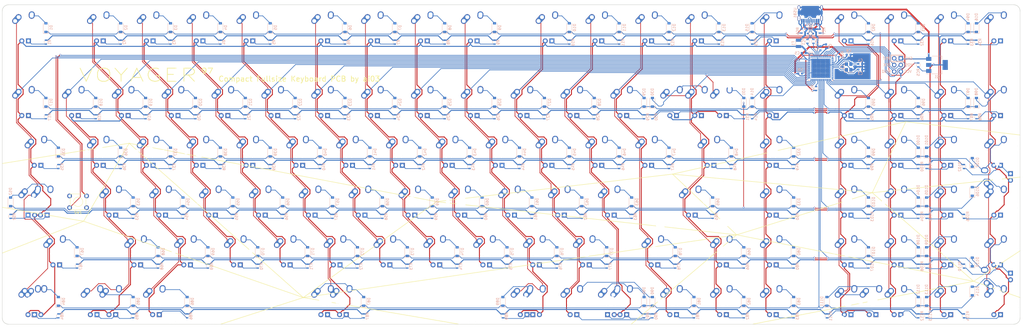
<source format=kicad_pcb>
(kicad_pcb (version 20171130) (host pcbnew "(5.0.0)")
  (layers (0 F.Cu signal) (31 B.Cu signal) (34 B.Paste user) (35 F.Paste user) (36 B.SilkS user) (37 F.SilkS user) (38 B.Mask user) (39 F.Mask user) (44 Edge.Cuts user))
  (net 0 "")
  (net 1 "Net-(BS1-1-Pad2)")
  (net 2 COL6)
  (net 3 +5V)
  (net 4 "Net-(BS1-1-Pad4)")
  (net 5 "Net-(BS2-Pad2)")
  (net 6 COL7)
  (net 7 "Net-(BS2-Pad4)")
  (net 8 "Net-(CL1-1-Pad2)")
  (net 9 COL0)
  (net 10 "Net-(CL1-1-Pad4)")
  (net 11 ROW0)
  (net 12 "Net-(D1-Pad2)")
  (net 13 "Net-(D2-Pad2)")
  (net 14 ROW1)
  (net 15 "Net-(D3-Pad2)")
  (net 16 "Net-(D4-Pad2)")
  (net 17 "Net-(D5-Pad2)")
  (net 18 "Net-(D6-Pad2)")
  (net 19 "Net-(D7-Pad2)")
  (net 20 "Net-(D8-Pad2)")
  (net 21 "Net-(D9-Pad2)")
  (net 22 "Net-(D10-Pad2)")
  (net 23 "Net-(D11-Pad2)")
  (net 24 "Net-(D12-Pad2)")
  (net 25 "Net-(D13-Pad2)")
  (net 26 "Net-(D14-Pad2)")
  (net 27 "Net-(D15-Pad2)")
  (net 28 "Net-(D16-Pad2)")
  (net 29 ROW2)
  (net 30 "Net-(D17-Pad2)")
  (net 31 ROW3)
  (net 32 "Net-(D18-Pad2)")
  (net 33 "Net-(D19-Pad2)")
  (net 34 "Net-(D20-Pad2)")
  (net 35 "Net-(D21-Pad2)")
  (net 36 "Net-(D22-Pad2)")
  (net 37 "Net-(D23-Pad2)")
  (net 38 "Net-(D24-Pad2)")
  (net 39 "Net-(D25-Pad2)")
  (net 40 "Net-(D26-Pad2)")
  (net 41 "Net-(D27-Pad2)")
  (net 42 "Net-(D28-Pad2)")
  (net 43 "Net-(D29-Pad2)")
  (net 44 "Net-(D32-Pad2)")
  (net 45 "Net-(D33-Pad2)")
  (net 46 ROW4)
  (net 47 "Net-(D35-Pad2)")
  (net 48 ROW5)
  (net 49 "Net-(D36-Pad2)")
  (net 50 "Net-(D37-Pad2)")
  (net 51 "Net-(D38-Pad2)")
  (net 52 "Net-(D39-Pad2)")
  (net 53 "Net-(D40-Pad2)")
  (net 54 "Net-(D41-Pad2)")
  (net 55 "Net-(D42-Pad2)")
  (net 56 "Net-(D43-Pad2)")
  (net 57 "Net-(D44-Pad2)")
  (net 58 "Net-(D45-Pad2)")
  (net 59 "Net-(D46-Pad2)")
  (net 60 "Net-(D47-Pad2)")
  (net 61 "Net-(D48-Pad2)")
  (net 62 "Net-(D53-Pad2)")
  (net 63 "Net-(D54-Pad2)")
  (net 64 "Net-(D55-Pad2)")
  (net 65 "Net-(D56-Pad2)")
  (net 66 "Net-(D57-Pad2)")
  (net 67 "Net-(D58-Pad2)")
  (net 68 "Net-(D59-Pad2)")
  (net 69 "Net-(D60-Pad2)")
  (net 70 "Net-(D61-Pad2)")
  (net 71 "Net-(D62-Pad2)")
  (net 72 "Net-(D63-Pad2)")
  (net 73 "Net-(D65-Pad2)")
  (net 74 "Net-(D66-Pad2)")
  (net 75 "Net-(D67-Pad2)")
  (net 76 "Net-(D68-Pad2)")
  (net 77 "Net-(D69-Pad2)")
  (net 78 "Net-(D70-Pad2)")
  (net 79 "Net-(D71-Pad2)")
  (net 80 "Net-(D72-Pad2)")
  (net 81 "Net-(D73-Pad2)")
  (net 82 "Net-(D74-Pad2)")
  (net 83 "Net-(D75-Pad2)")
  (net 84 "Net-(D76-Pad2)")
  (net 85 "Net-(D77-Pad2)")
  (net 86 "Net-(D78-Pad2)")
  (net 87 "Net-(D80-Pad2)")
  (net 88 "Net-(D81-Pad2)")
  (net 89 "Net-(D82-Pad2)")
  (net 90 "Net-(D83-Pad2)")
  (net 91 "Net-(D84-Pad2)")
  (net 92 "Net-(D85-Pad2)")
  (net 93 "Net-(D86-Pad2)")
  (net 94 "Net-(D87-Pad2)")
  (net 95 "Net-(D89-Pad2)")
  (net 96 "Net-(D90-Pad2)")
  (net 97 "Net-(D91-Pad2)")
  (net 98 "Net-(LM1-1-Pad4)")
  (net 99 COL1)
  (net 100 "Net-(LM2-1-Pad4)")
  (net 101 COL2)
  (net 102 "Net-(LM3-1-Pad4)")
  (net 103 "Net-(LS1-1-Pad4)")
  (net 104 COL5)
  (net 105 "Net-(MX_#0_1-Pad4)")
  (net 106 "Net-(MX_#1-Pad4)")
  (net 107 "Net-(MX_#2-Pad4)")
  (net 108 "Net-(MX_#3-Pad4)")
  (net 109 "Net-(MX_#4-Pad4)")
  (net 110 "Net-(MX_#5-Pad4)")
  (net 111 COL3)
  (net 112 "Net-(MX_#6-Pad4)")
  (net 113 "Net-(MX_#7-Pad4)")
  (net 114 COL4)
  (net 115 "Net-(MX_#8-Pad4)")
  (net 116 "Net-(MX_#9-Pad4)")
  (net 117 "Net-(MX_'1-Pad4)")
  (net 118 "Net-(MX_,1-Pad4)")
  (net 119 "Net-(MX_-1-Pad4)")
  (net 120 "Net-(MX_.1-Pad4)")
  (net 121 "Net-(MX_/1-Pad4)")
  (net 122 "Net-(MX_;1-Pad4)")
  (net 123 "Net-(MX_=1-Pad4)")
  (net 124 "Net-(MX_A1-Pad4)")
  (net 125 "Net-(MX_B1-Pad4)")
  (net 126 "Net-(MX_C1-Pad4)")
  (net 127 "Net-(MX_D1-Pad4)")
  (net 128 COL8)
  (net 129 "Net-(MX_DOWN1-Pad4)")
  (net 130 "Net-(MX_E1-Pad4)")
  (net 131 "Net-(MX_ESC1-Pad4)")
  (net 132 "Net-(MX_F1-Pad4)")
  (net 133 "Net-(MX_FN1-Pad4)")
  (net 134 "Net-(MX_FN2-Pad4)")
  (net 135 "Net-(MX_FN3-Pad4)")
  (net 136 "Net-(MX_FN4-Pad4)")
  (net 137 "Net-(MX_FN5-Pad4)")
  (net 138 "Net-(MX_FN6-Pad4)")
  (net 139 "Net-(MX_FN7-Pad4)")
  (net 140 "Net-(MX_FN8-Pad4)")
  (net 141 "Net-(MX_FN9-Pad4)")
  (net 142 "Net-(MX_FN10-Pad4)")
  (net 143 "Net-(MX_FN11-Pad4)")
  (net 144 "Net-(MX_FN12-Pad4)")
  (net 145 "Net-(MX_G1-Pad4)")
  (net 146 "Net-(MX_H1-Pad4)")
  (net 147 "Net-(MX_I1-Pad4)")
  (net 148 "Net-(MX_J1-Pad4)")
  (net 149 "Net-(MX_K1-Pad4)")
  (net 150 "Net-(MX_L1-Pad4)")
  (net 151 "Net-(MX_LEFT1-Pad4)")
  (net 152 "Net-(MX_M1-Pad4)")
  (net 153 "Net-(MX_N1-Pad4)")
  (net 154 "Net-(MX_O1-Pad4)")
  (net 155 "Net-(MX_P1-Pad4)")
  (net 156 "Net-(MX_Q1-Pad4)")
  (net 157 "Net-(MX_R1-Pad4)")
  (net 158 "Net-(MX_RIGHT1-Pad4)")
  (net 159 "Net-(MX_S1-Pad4)")
  (net 160 "Net-(MX_T1-Pad4)")
  (net 161 "Net-(MX_TAB1-Pad4)")
  (net 162 "Net-(MX_U1-Pad4)")
  (net 163 "Net-(MX_UP1-Pad4)")
  (net 164 "Net-(MX_V1-Pad4)")
  (net 165 "Net-(MX_W1-Pad4)")
  (net 166 "Net-(MX_X1-Pad4)")
  (net 167 "Net-(MX_Y1-Pad4)")
  (net 168 "Net-(MX_Z1-Pad4)")
  (net 169 "Net-(MX_[1-Pad4)")
  (net 170 "Net-(MX_\\1-Pad4)")
  (net 171 "Net-(MX_]1-Pad4)")
  (net 172 "Net-(MX_`1-Pad4)")
  (net 173 LEDGND)
  (net 174 "Net-(R87-Pad1)")
  (net 175 "Net-(R89-Pad1)")
  (net 176 "Net-(R90-Pad1)")
  (net 177 "Net-(R91-Pad1)")
  (net 178 GND)
  (net 179 D-)
  (net 180 "Net-(RC1-Pad2)")
  (net 181 "Net-(RC2-Pad1)")
  (net 182 D+)
  (net 183 "Net-(RC5-Pad1)")
  (net 184 "Net-(Q1-Pad1)")
  (net 185 VCC)
  (net 186 COL18)
  (net 187 "Net-(D92-Pad2)")
  (net 188 "Net-(D93-Pad2)")
  (net 189 "Net-(D94-Pad2)")
  (net 190 "Net-(D95-Pad2)")
  (net 191 "Net-(D96-Pad2)")
  (net 192 "Net-(D97-Pad2)")
  (net 193 "Net-(D98-Pad2)")
  (net 194 "Net-(D99-Pad2)")
  (net 195 "Net-(D100-Pad2)")
  (net 196 "Net-(D101-Pad2)")
  (net 197 "Net-(D102-Pad2)")
  (net 198 "Net-(D103-Pad2)")
  (net 199 "Net-(D104-Pad2)")
  (net 200 "Net-(D105-Pad2)")
  (net 201 "Net-(D106-Pad2)")
  (net 202 "Net-(D107-Pad2)")
  (net 203 "Net-(D108-Pad2)")
  (net 204 "Net-(D109-Pad2)")
  (net 205 "Net-(D110-Pad2)")
  (net 206 "Net-(D111-Pad2)")
  (net 207 "Net-(D112-Pad2)")
  (net 208 "Net-(D113-Pad2)")
  (net 209 "Net-(D114-Pad2)")
  (net 210 COL14)
  (net 211 COL9)
  (net 212 COL10)
  (net 213 COL11)
  (net 214 COL12)
  (net 215 COL13)
  (net 216 COL15)
  (net 217 COL16)
  (net 218 COL17)
  (net 219 "Net-(MX_NUM4-Pad4)")
  (net 220 "Net-(MX_NUM5-Pad4)")
  (net 221 "Net-(MX_NUM6-Pad4)")
  (net 222 "Net-(MX_NUM7-Pad4)")
  (net 223 "Net-(MX_NUM8-Pad4)")
  (net 224 "Net-(MX_NUM9-Pad4)")
  (net 225 "Net-(MX_NUM10-Pad4)")
  (net 226 "Net-(MX_NUM11-Pad4)")
  (net 227 "Net-(MX_NUM12-Pad4)")
  (net 228 "Net-(MX_NUM13-Pad4)")
  (net 229 "Net-(MX_NUM14-Pad4)")
  (net 230 "Net-(MX_NUM15-Pad4)")
  (net 231 "Net-(MX_NUM16-Pad4)")
  (net 232 "Net-(MX_NUM17-Pad4)")
  (net 233 "Net-(MX_NUM18-Pad4)")
  (net 234 "Net-(MX_NUM19-Pad4)")
  (net 235 "Net-(MX_NUM20-Pad4)")
  (net 236 "Net-(MX_NUM21-Pad4)")
  (net 237 "Net-(MX_NUM22-Pad4)")
  (net 238 "Net-(MX_NUM23-Pad4)")
  (net 239 "Net-(C2-Pad1)")
  (net 240 XTAL1)
  (net 241 XTAL2)
  (net 242 "Net-(U1-Pad1)")
  (net 243 "Net-(U1-Pad2)")
  (net 244 "Net-(U1-Pad9)")
  (net 245 "Net-(U1-Pad10)")
  (net 246 "Net-(U1-Pad14)")
  (net 247 "Net-(U1-Pad15)")
  (net 248 "Net-(U1-Pad16)")
  (net 249 "Net-(U1-Pad18)")
  (net 250 "Net-(U1-Pad19)")
  (net 251 "Net-(U1-Pad25)")
  (net 252 "Net-(U1-Pad26)")
  (net 253 "Net-(U1-Pad27)")
  (net 254 MISO)
  (net 255 SCK)
  (net 256 MOSI)
  (net 257 RESET)
  (net 258 "Net-(MX_EX1-Pad4)")
  (net 259 "Net-(MX_EX2-Pad4)")
  (net 260 "Net-(MX_EX3-Pad4)")
  (net 261 "Net-(MX_EX4-Pad4)")
  (net 262 "Net-(MX_NUM1-Pad4)")
  (net 263 "Net-(MX_NUM2-Pad4)")
  (net 264 "Net-(MX_NUM3-Pad4)")
  (net 265 "Net-(MX_NUM24-Pad4)")
  (net 266 "Net-(MX_RESET1-Pad4)")
  (net 267 "Net-(MX_RETURN1-Pad4)")
  (net 268 "Net-(MX_RSHIFT1-Pad4)")
  (net 269 "Net-(RC4-Pad1)")
  (net 270 "Net-(USB1-Pad9)")
  (net 271 "Net-(USB1-Pad3)")
  (net 272 "Net-(U1-Pad30)")
  (net 273 "Net-(U1-Pad29)")
  (net 274 "Net-(U1-Pad28)")
  (net 275 "Net-(RC6-Pad2)")
  (net 276 "Net-(RC7-Pad2)")
  (net 277 "Net-(U1-Pad62)")
  (net 278 "Net-(U1-Pad31)")
  (net 279 "Net-(U1-Pad44)")
  (net 280 "Net-(U1-Pad37)")
  (module MX_Alps_Hybrid:MX-1U (layer F.Cu) (at 107.95 80.9625)
    (fp_text reference MX_E1)
    (fp_text value MX-1U)
    (pad "" np_thru_hole circle (at 5.08 0 48.0996) (size 1.75 1.75) (drill 1.75) (layers *.Cu *.Mask))
    (pad "" np_thru_hole circle (at -5.08 0 48.0996) (size 1.75 1.75) (drill 1.75) (layers *.Cu *.Mask))
    (pad 4 thru_hole rect (at 1.27 5.08) (size 1.905 1.905) (drill 1.04) (layers *.Cu B.Mask) (net 130 "Net-(MX_E1-Pad4)"))
    (pad 3 thru_hole circle (at -1.27 5.08) (size 1.905 1.905) (drill 1.04) (layers *.Cu B.Mask) (net 3 +5V))
    (pad 1 thru_hole circle (at -2.5 -4) (size 2.25 2.25) (drill 1.47) (layers *.Cu B.Mask) (net 111 COL3))
    (pad "" np_thru_hole circle (at 0 0) (size 3.9878 3.9878) (drill 3.9878) (layers *.Cu *.Mask))
    (pad 1 thru_hole oval (at -3.81 -2.54 48.0996) (size 4.211556 2.25) (drill 1.47 (offset 0.980778 0)) (layers *.Cu B.Mask) (net 111 COL3))
    (pad 2 thru_hole circle (at 2.54 -5.08) (size 2.25 2.25) (drill 1.47) (layers *.Cu B.Mask) (net 51 "Net-(D38-Pad2)"))
    (pad 2 thru_hole oval (at 2.5 -4.5 86.0548) (size 2.831378 2.25) (drill 1.47 (offset 0.290689 0)) (layers *.Cu B.Mask) (net 51 "Net-(D38-Pad2)"))
  )
  (module MX_Alps_Hybrid:MX-1U (layer F.Cu) (at 307.975 61.9125)
    (fp_text reference BS2)
    (fp_text value MX-1U)
    (pad 2 thru_hole oval (at 2.5 -4.5 86.0548) (size 2.831378 2.25) (drill 1.47 (offset 0.290689 0)) (layers *.Cu B.Mask) (net 5 "Net-(BS2-Pad2)"))
    (pad 2 thru_hole circle (at 2.54 -5.08) (size 2.25 2.25) (drill 1.47) (layers *.Cu B.Mask) (net 5 "Net-(BS2-Pad2)"))
    (pad 1 thru_hole oval (at -3.81 -2.54 48.0996) (size 4.211556 2.25) (drill 1.47 (offset 0.980778 0)) (layers *.Cu B.Mask) (net 214 COL12))
    (pad "" np_thru_hole circle (at 0 0) (size 3.9878 3.9878) (drill 3.9878) (layers *.Cu *.Mask))
    (pad 1 thru_hole circle (at -2.5 -4) (size 2.25 2.25) (drill 1.47) (layers *.Cu B.Mask) (net 214 COL12))
    (pad 3 thru_hole circle (at -1.27 5.08) (size 1.905 1.905) (drill 1.04) (layers *.Cu B.Mask) (net 3 +5V))
    (pad 4 thru_hole rect (at 1.27 5.08) (size 1.905 1.905) (drill 1.04) (layers *.Cu B.Mask) (net 7 "Net-(BS2-Pad4)"))
    (pad "" np_thru_hole circle (at -5.08 0 48.0996) (size 1.75 1.75) (drill 1.75) (layers *.Cu *.Mask))
    (pad "" np_thru_hole circle (at 5.08 0 48.0996) (size 1.75 1.75) (drill 1.75) (layers *.Cu *.Mask))
  )
  (module MX_Alps_Hybrid:MX-2U (layer F.Cu) (at 298.45 61.9125)
    (fp_text reference BS1-1)
    (fp_text value MX-2U)
    (pad 2 thru_hole oval (at 2.5 -4.5 86.0548) (size 2.831378 2.25) (drill 1.47 (offset 0.290689 0)) (layers *.Cu B.Mask) (net 1 "Net-(BS1-1-Pad2)"))
    (pad 2 thru_hole circle (at 2.54 -5.08) (size 2.25 2.25) (drill 1.47) (layers *.Cu B.Mask) (net 1 "Net-(BS1-1-Pad2)"))
    (pad 1 thru_hole oval (at -3.81 -2.54 48.0996) (size 4.211556 2.25) (drill 1.47 (offset 0.980778 0)) (layers *.Cu B.Mask) (net 215 COL13))
    (pad "" np_thru_hole circle (at 0 0) (size 3.9878 3.9878) (drill 3.9878) (layers *.Cu *.Mask))
    (pad 1 thru_hole circle (at -2.5 -4) (size 2.25 2.25) (drill 1.47) (layers *.Cu B.Mask) (net 215 COL13))
    (pad 3 thru_hole circle (at -1.27 5.08) (size 1.905 1.905) (drill 1.04) (layers *.Cu B.Mask) (net 3 +5V))
    (pad 4 thru_hole rect (at 1.27 5.08) (size 1.905 1.905) (drill 1.04) (layers *.Cu B.Mask) (net 4 "Net-(BS1-1-Pad4)"))
    (pad "" np_thru_hole circle (at -5.08 0 48.0996) (size 1.75 1.75) (drill 1.75) (layers *.Cu *.Mask))
    (pad "" np_thru_hole circle (at 5.08 0 48.0996) (size 1.75 1.75) (drill 1.75) (layers *.Cu *.Mask))
    (pad "" np_thru_hole circle (at -11.938 -6.985) (size 3.048 3.048) (drill 3.048) (layers *.Cu *.Mask))
    (pad "" np_thru_hole circle (at 11.938 -6.985) (size 3.048 3.048) (drill 3.048) (layers *.Cu *.Mask))
    (pad "" np_thru_hole circle (at -11.938 8.255) (size 3.9878 3.9878) (drill 3.9878) (layers *.Cu *.Mask))
    (pad "" np_thru_hole circle (at 11.938 8.255) (size 3.9878 3.9878) (drill 3.9878) (layers *.Cu *.Mask))
  )
  (module MX_Alps_Hybrid:MX-1U (layer F.Cu) (at 288.925 61.9125)
    (fp_text reference BS1-2)
    (fp_text value MX-1U)
    (pad "" np_thru_hole circle (at 5.08 0 48.0996) (size 1.75 1.75) (drill 1.75) (layers *.Cu *.Mask))
    (pad "" np_thru_hole circle (at -5.08 0 48.0996) (size 1.75 1.75) (drill 1.75) (layers *.Cu *.Mask))
    (pad 4 thru_hole rect (at 1.27 5.08) (size 1.905 1.905) (drill 1.04) (layers *.Cu B.Mask) (net 4 "Net-(BS1-1-Pad4)"))
    (pad 3 thru_hole circle (at -1.27 5.08) (size 1.905 1.905) (drill 1.04) (layers *.Cu B.Mask) (net 3 +5V))
    (pad 1 thru_hole circle (at -2.5 -4) (size 2.25 2.25) (drill 1.47) (layers *.Cu B.Mask) (net 215 COL13))
    (pad "" np_thru_hole circle (at 0 0) (size 3.9878 3.9878) (drill 3.9878) (layers *.Cu *.Mask))
    (pad 1 thru_hole oval (at -3.81 -2.54 48.0996) (size 4.211556 2.25) (drill 1.47 (offset 0.980778 0)) (layers *.Cu B.Mask) (net 215 COL13))
    (pad 2 thru_hole circle (at 2.54 -5.08) (size 2.25 2.25) (drill 1.47) (layers *.Cu B.Mask) (net 1 "Net-(BS1-1-Pad2)"))
    (pad 2 thru_hole oval (at 2.5 -4.5 86.0548) (size 2.831378 2.25) (drill 1.47 (offset 0.290689 0)) (layers *.Cu B.Mask) (net 1 "Net-(BS1-1-Pad2)"))
  )
  (module Capacitors_SMD:C_0603 (layer B.Cu) (at 345.186 41.275 90)
    (fp_text reference C2 (at 0 -1.397 90) (layer B.SilkS) (effects (justify mirror)))
    (fp_text value 1uF)
    (pad 1 smd rect (at -0.75 0 90) (size 0.8 0.75) (layers B.Cu B.Paste B.Mask) (net 239 "Net-(C2-Pad1)"))
    (pad 2 smd rect (at 0.75 0 90) (size 0.8 0.75) (layers B.Cu B.Paste B.Mask) (net 178 GND))
  )
  (module Capacitors_SMD:C_0603 (layer B.Cu) (at 360.426 49.403)
    (fp_text reference C3 (at 0 1.5) (layer B.SilkS) (effects (justify mirror)))
    (fp_text value 22pF)
    (pad 2 smd rect (at 0.75 0) (size 0.8 0.75) (layers B.Cu B.Paste B.Mask) (net 178 GND))
    (pad 1 smd rect (at -0.75 0) (size 0.8 0.75) (layers B.Cu B.Paste B.Mask) (net 240 XTAL1))
  )
  (module Capacitors_SMD:C_0603 (layer B.Cu) (at 360.426 47.244)
    (fp_text reference C4 (at 0 -1.397) (layer B.SilkS) (effects (justify mirror)))
    (fp_text value 22pF)
    (pad 1 smd rect (at -0.75 0) (size 0.8 0.75) (layers B.Cu B.Paste B.Mask) (net 241 XTAL2))
    (pad 2 smd rect (at 0.75 0) (size 0.8 0.75) (layers B.Cu B.Paste B.Mask) (net 178 GND))
  )
  (module Capacitors_SMD:C_0603 (layer B.Cu) (at 338.836 43.053)
    (fp_text reference C5 (at -2.54 0) (layer B.SilkS) (effects (justify mirror)))
    (fp_text value 1uF)
    (pad 1 smd rect (at -0.75 0) (size 0.8 0.75) (layers B.Cu B.Paste B.Mask) (net 178 GND))
    (pad 2 smd rect (at 0.75 0) (size 0.8 0.75) (layers B.Cu B.Paste B.Mask) (net 3 +5V))
  )
  (module Capacitors_SMD:C_0603 (layer B.Cu) (at 337.439 50.927 180)
    (fp_text reference C6 (at 0 1.5 180) (layer B.SilkS) (effects (justify mirror)))
    (fp_text value 0.1uF)
    (pad 2 smd rect (at 0.75 0 180) (size 0.8 0.75) (layers B.Cu B.Paste B.Mask) (net 3 +5V))
    (pad 1 smd rect (at -0.75 0 180) (size 0.8 0.75) (layers B.Cu B.Paste B.Mask) (net 178 GND))
  )
  (module Capacitors_SMD:C_0603 (layer B.Cu) (at 347.345 40.513 270)
    (fp_text reference C7 (at 0 -1.651 270) (layer B.SilkS) (effects (justify mirror)))
    (fp_text value 0.1uF)
    (pad 2 smd rect (at 0.75 0 270) (size 0.8 0.75) (layers B.Cu B.Paste B.Mask) (net 3 +5V))
    (pad 1 smd rect (at -0.75 0 270) (size 0.8 0.75) (layers B.Cu B.Paste B.Mask) (net 178 GND))
  )
  (module Capacitors_SMD:C_0603 (layer B.Cu) (at 355.981 43.688 180)
    (fp_text reference C8 (at 0 1.5 180) (layer B.SilkS) (effects (justify mirror)))
    (fp_text value 0.1uF)
    (pad 2 smd rect (at 0.75 0 180) (size 0.8 0.75) (layers B.Cu B.Paste B.Mask) (net 3 +5V))
    (pad 1 smd rect (at -0.75 0 180) (size 0.8 0.75) (layers B.Cu B.Paste B.Mask) (net 178 GND))
  )
  (module MX_Alps_Hybrid:MX-1.75U (layer F.Cu) (at 48.41875 100.0125)
    (fp_text reference CL1-1)
    (fp_text value MX-1.75U)
    (pad "" np_thru_hole circle (at 5.08 0 48.0996) (size 1.75 1.75) (drill 1.75) (layers *.Cu *.Mask))
    (pad "" np_thru_hole circle (at -5.08 0 48.0996) (size 1.75 1.75) (drill 1.75) (layers *.Cu *.Mask))
    (pad 4 thru_hole rect (at 1.27 5.08) (size 1.905 1.905) (drill 1.04) (layers *.Cu B.Mask) (net 10 "Net-(CL1-1-Pad4)"))
    (pad 3 thru_hole circle (at -1.27 5.08) (size 1.905 1.905) (drill 1.04) (layers *.Cu B.Mask) (net 3 +5V))
    (pad 1 thru_hole circle (at -2.5 -4) (size 2.25 2.25) (drill 1.47) (layers *.Cu B.Mask) (net 9 COL0))
    (pad "" np_thru_hole circle (at 0 0) (size 3.9878 3.9878) (drill 3.9878) (layers *.Cu *.Mask))
    (pad 1 thru_hole oval (at -3.81 -2.54 48.0996) (size 4.211556 2.25) (drill 1.47 (offset 0.980778 0)) (layers *.Cu B.Mask) (net 9 COL0))
    (pad 2 thru_hole circle (at 2.54 -5.08) (size 2.25 2.25) (drill 1.47) (layers *.Cu B.Mask) (net 8 "Net-(CL1-1-Pad2)"))
    (pad 2 thru_hole oval (at 2.5 -4.5 86.0548) (size 2.831378 2.25) (drill 1.47 (offset 0.290689 0)) (layers *.Cu B.Mask) (net 8 "Net-(CL1-1-Pad2)"))
  )
  (module MX_Alps_Hybrid:MX-1.25U-FLIPPED (layer F.Cu) (at 43.65625 100.0125)
    (fp_text reference CL1-2)
    (fp_text value MX-1.25U)
    (pad 2 thru_hole oval (at 2.5 -4.5 86.0548) (size 2.831378 2.25) (drill 1.47 (offset 0.290689 0)) (layers *.Cu B.Mask) (net 9 COL0))
    (pad 2 thru_hole circle (at 2.54 -5.08) (size 2.25 2.25) (drill 1.47) (layers *.Cu B.Mask) (net 9 COL0))
    (pad 1 thru_hole oval (at -3.81 -2.54 48.0996) (size 4.211556 2.25) (drill 1.47 (offset 0.980778 0)) (layers *.Cu B.Mask) (net 8 "Net-(CL1-1-Pad2)"))
    (pad "" np_thru_hole circle (at 0 0) (size 3.9878 3.9878) (drill 3.9878) (layers *.Cu *.Mask))
    (pad 1 thru_hole circle (at -2.5 -4) (size 2.25 2.25) (drill 1.47) (layers *.Cu B.Mask) (net 8 "Net-(CL1-1-Pad2)"))
    (pad 3 thru_hole circle (at 1.27 5.08) (size 1.905 1.905) (drill 1.04) (layers *.Cu B.Mask) (net 3 +5V))
    (pad 4 thru_hole rect (at -1.27 5.08) (size 1.905 1.905) (drill 1.04) (layers *.Cu B.Mask) (net 10 "Net-(CL1-1-Pad4)"))
    (pad "" np_thru_hole circle (at -5.08 0 48.0996) (size 1.75 1.75) (drill 1.75) (layers *.Cu *.Mask))
    (pad "" np_thru_hole circle (at 5.08 0 48.0996) (size 1.75 1.75) (drill 1.75) (layers *.Cu *.Mask))
  )
  (module Diodes_SMD:D_SOD-123 (layer B.Cu) (at 49.2125 33.3375 90)
    (fp_text reference D1 (at 0 2 90) (layer B.SilkS) (effects (justify mirror)))
    (fp_text value SOD-323)
    (pad 2 smd rect (at 1.65 0 90) (size 0.9 1.2) (layers B.Cu B.Paste B.Mask) (net 12 "Net-(D1-Pad2)"))
    (pad 1 smd rect (at -1.65 0 90) (size 0.9 1.2) (layers B.Cu B.Paste B.Mask) (net 11 ROW0))
  )
  (module Diodes_SMD:D_SOD-123 (layer B.Cu) (at 77.7875 33.3375 90)
    (fp_text reference D2 (at 0 2 90) (layer B.SilkS) (effects (justify mirror)))
    (fp_text value SOD-323)
    (pad 1 smd rect (at -1.65 0 90) (size 0.9 1.2) (layers B.Cu B.Paste B.Mask) (net 11 ROW0))
    (pad 2 smd rect (at 1.65 0 90) (size 0.9 1.2) (layers B.Cu B.Paste B.Mask) (net 13 "Net-(D2-Pad2)"))
  )
  (module Diodes_SMD:D_SOD-123 (layer B.Cu) (at 96.8375 33.3375 90)
    (fp_text reference D3 (at 0 2 90) (layer B.SilkS) (effects (justify mirror)))
    (fp_text value SOD-323)
    (pad 2 smd rect (at 1.65 0 90) (size 0.9 1.2) (layers B.Cu B.Paste B.Mask) (net 15 "Net-(D3-Pad2)"))
    (pad 1 smd rect (at -1.65 0 90) (size 0.9 1.2) (layers B.Cu B.Paste B.Mask) (net 11 ROW0))
  )
  (module Diodes_SMD:D_SOD-123 (layer B.Cu) (at 115.8875 33.3375 90)
    (fp_text reference D4 (at 0 2 90) (layer B.SilkS) (effects (justify mirror)))
    (fp_text value SOD-323)
    (pad 1 smd rect (at -1.65 0 90) (size 0.9 1.2) (layers B.Cu B.Paste B.Mask) (net 11 ROW0))
    (pad 2 smd rect (at 1.65 0 90) (size 0.9 1.2) (layers B.Cu B.Paste B.Mask) (net 16 "Net-(D4-Pad2)"))
  )
  (module Diodes_SMD:D_SOD-123 (layer B.Cu) (at 134.9375 33.3375 90)
    (fp_text reference D5 (at 0 2 90) (layer B.SilkS) (effects (justify mirror)))
    (fp_text value SOD-323)
    (pad 1 smd rect (at -1.65 0 90) (size 0.9 1.2) (layers B.Cu B.Paste B.Mask) (net 11 ROW0))
    (pad 2 smd rect (at 1.65 0 90) (size 0.9 1.2) (layers B.Cu B.Paste B.Mask) (net 17 "Net-(D5-Pad2)"))
  )
  (module Diodes_SMD:D_SOD-123 (layer B.Cu) (at 163.5125 33.3375 90)
    (fp_text reference D6 (at 0 2 90) (layer B.SilkS) (effects (justify mirror)))
    (fp_text value SOD-323)
    (pad 2 smd rect (at 1.65 0 90) (size 0.9 1.2) (layers B.Cu B.Paste B.Mask) (net 18 "Net-(D6-Pad2)"))
    (pad 1 smd rect (at -1.65 0 90) (size 0.9 1.2) (layers B.Cu B.Paste B.Mask) (net 11 ROW0))
  )
  (module Diodes_SMD:D_SOD-123 (layer B.Cu) (at 182.5625 33.3375 90)
    (fp_text reference D7 (at 0 2 90) (layer B.SilkS) (effects (justify mirror)))
    (fp_text value SOD-323)
    (pad 2 smd rect (at 1.65 0 90) (size 0.9 1.2) (layers B.Cu B.Paste B.Mask) (net 19 "Net-(D7-Pad2)"))
    (pad 1 smd rect (at -1.65 0 90) (size 0.9 1.2) (layers B.Cu B.Paste B.Mask) (net 11 ROW0))
  )
  (module Diodes_SMD:D_SOD-123 (layer B.Cu) (at 201.6125 33.3375 90)
    (fp_text reference D8 (at 0 2 90) (layer B.SilkS) (effects (justify mirror)))
    (fp_text value SOD-323)
    (pad 1 smd rect (at -1.65 0 90) (size 0.9 1.2) (layers B.Cu B.Paste B.Mask) (net 11 ROW0))
    (pad 2 smd rect (at 1.65 0 90) (size 0.9 1.2) (layers B.Cu B.Paste B.Mask) (net 20 "Net-(D8-Pad2)"))
  )
  (module Diodes_SMD:D_SOD-123 (layer B.Cu) (at 220.6625 33.3375 90)
    (fp_text reference D9 (at 0 2 90) (layer B.SilkS) (effects (justify mirror)))
    (fp_text value SOD-323)
    (pad 1 smd rect (at -1.65 0 90) (size 0.9 1.2) (layers B.Cu B.Paste B.Mask) (net 11 ROW0))
    (pad 2 smd rect (at 1.65 0 90) (size 0.9 1.2) (layers B.Cu B.Paste B.Mask) (net 21 "Net-(D9-Pad2)"))
  )
  (module Diodes_SMD:D_SOD-123 (layer B.Cu) (at 249.2375 33.3375 90)
    (fp_text reference D10 (at 0 2 90) (layer B.SilkS) (effects (justify mirror)))
    (fp_text value SOD-323)
    (pad 1 smd rect (at -1.65 0 90) (size 0.9 1.2) (layers B.Cu B.Paste B.Mask) (net 11 ROW0))
    (pad 2 smd rect (at 1.65 0 90) (size 0.9 1.2) (layers B.Cu B.Paste B.Mask) (net 22 "Net-(D10-Pad2)"))
  )
  (module Diodes_SMD:D_SOD-123 (layer B.Cu) (at 268.2875 33.3375 90)
    (fp_text reference D11 (at 0 2 90) (layer B.SilkS) (effects (justify mirror)))
    (fp_text value SOD-323)
    (pad 2 smd rect (at 1.65 0 90) (size 0.9 1.2) (layers B.Cu B.Paste B.Mask) (net 23 "Net-(D11-Pad2)"))
    (pad 1 smd rect (at -1.65 0 90) (size 0.9 1.2) (layers B.Cu B.Paste B.Mask) (net 11 ROW0))
  )
  (module Diodes_SMD:D_SOD-123 (layer B.Cu) (at 287.3375 33.3375 90)
    (fp_text reference D12 (at 0 2 90) (layer B.SilkS) (effects (justify mirror)))
    (fp_text value SOD-323)
    (pad 2 smd rect (at 1.65 0 90) (size 0.9 1.2) (layers B.Cu B.Paste B.Mask) (net 24 "Net-(D12-Pad2)"))
    (pad 1 smd rect (at -1.65 0 90) (size 0.9 1.2) (layers B.Cu B.Paste B.Mask) (net 11 ROW0))
  )
  (module Diodes_SMD:D_SOD-123 (layer B.Cu) (at 306.3875 33.3375 90)
    (fp_text reference D13 (at 0 2 90) (layer B.SilkS) (effects (justify mirror)))
    (fp_text value SOD-323)
    (pad 1 smd rect (at -1.65 0 90) (size 0.9 1.2) (layers B.Cu B.Paste B.Mask) (net 11 ROW0))
    (pad 2 smd rect (at 1.65 0 90) (size 0.9 1.2) (layers B.Cu B.Paste B.Mask) (net 25 "Net-(D13-Pad2)"))
  )
  (module Diodes_SMD:D_SOD-123 (layer B.Cu) (at 319.0875 61.9125 90)
    (fp_text reference D14 (at 4.064 -0.032 90) (layer B.SilkS) (effects (justify mirror)))
    (fp_text value SOD-323)
    (pad 2 smd rect (at 1.65 0 90) (size 0.9 1.2) (layers B.Cu B.Paste B.Mask) (net 26 "Net-(D14-Pad2)"))
    (pad 1 smd rect (at -1.65 0 90) (size 0.9 1.2) (layers B.Cu B.Paste B.Mask) (net 14 ROW1))
  )
  (module Diodes_SMD:D_SOD-123 (layer B.Cu) (at 319.0875 33.3375 90)
    (fp_text reference D15 (at 0 -1.9685 90) (layer B.SilkS) (effects (justify mirror)))
    (fp_text value SOD-323)
    (pad 2 smd rect (at 1.65 0 90) (size 0.9 1.2) (layers B.Cu B.Paste B.Mask) (net 27 "Net-(D15-Pad2)"))
    (pad 1 smd rect (at -1.65 0 90) (size 0.9 1.2) (layers B.Cu B.Paste B.Mask) (net 11 ROW0))
  )
  (module Diodes_SMD:D_SOD-123 (layer B.Cu) (at 404.8125 33.3375 90)
    (fp_text reference D16 (at 4.064 -0.032 90) (layer B.SilkS) (effects (justify mirror)))
    (fp_text value SOD-323)
    (pad 1 smd rect (at -1.65 0 90) (size 0.9 1.2) (layers B.Cu B.Paste B.Mask) (net 11 ROW0))
    (pad 2 smd rect (at 1.65 0 90) (size 0.9 1.2) (layers B.Cu B.Paste B.Mask) (net 28 "Net-(D16-Pad2)"))
  )
  (module Diodes_SMD:D_SOD-123 (layer B.Cu) (at 49.2125 61.9125 90)
    (fp_text reference D17 (at 0 2 90) (layer B.SilkS) (effects (justify mirror)))
    (fp_text value SOD-323)
    (pad 1 smd rect (at -1.65 0 90) (size 0.9 1.2) (layers B.Cu B.Paste B.Mask) (net 14 ROW1))
    (pad 2 smd rect (at 1.65 0 90) (size 0.9 1.2) (layers B.Cu B.Paste B.Mask) (net 30 "Net-(D17-Pad2)"))
  )
  (module Diodes_SMD:D_SOD-123 (layer B.Cu) (at 68.2625 61.9125 90)
    (fp_text reference D18 (at 0 2 90) (layer B.SilkS) (effects (justify mirror)))
    (fp_text value SOD-323)
    (pad 1 smd rect (at -1.65 0 90) (size 0.9 1.2) (layers B.Cu B.Paste B.Mask) (net 14 ROW1))
    (pad 2 smd rect (at 1.65 0 90) (size 0.9 1.2) (layers B.Cu B.Paste B.Mask) (net 32 "Net-(D18-Pad2)"))
  )
  (module Diodes_SMD:D_SOD-123 (layer B.Cu) (at 87.3125 61.9125 90)
    (fp_text reference D19 (at 0 2 90) (layer B.SilkS) (effects (justify mirror)))
    (fp_text value SOD-323)
    (pad 1 smd rect (at -1.65 0 90) (size 0.9 1.2) (layers B.Cu B.Paste B.Mask) (net 14 ROW1))
    (pad 2 smd rect (at 1.65 0 90) (size 0.9 1.2) (layers B.Cu B.Paste B.Mask) (net 33 "Net-(D19-Pad2)"))
  )
  (module Diodes_SMD:D_SOD-123 (layer B.Cu) (at 106.3625 61.9125 90)
    (fp_text reference D20 (at 0 2 90) (layer B.SilkS) (effects (justify mirror)))
    (fp_text value SOD-323)
    (pad 1 smd rect (at -1.65 0 90) (size 0.9 1.2) (layers B.Cu B.Paste B.Mask) (net 14 ROW1))
    (pad 2 smd rect (at 1.65 0 90) (size 0.9 1.2) (layers B.Cu B.Paste B.Mask) (net 34 "Net-(D20-Pad2)"))
  )
  (module Diodes_SMD:D_SOD-123 (layer B.Cu) (at 125.4125 61.9125 90)
    (fp_text reference D21 (at 0 2 90) (layer B.SilkS) (effects (justify mirror)))
    (fp_text value SOD-323)
    (pad 1 smd rect (at -1.65 0 90) (size 0.9 1.2) (layers B.Cu B.Paste B.Mask) (net 14 ROW1))
    (pad 2 smd rect (at 1.65 0 90) (size 0.9 1.2) (layers B.Cu B.Paste B.Mask) (net 35 "Net-(D21-Pad2)"))
  )
  (module Diodes_SMD:D_SOD-123 (layer B.Cu) (at 144.4625 61.9125 90)
    (fp_text reference D22 (at 0 2 90) (layer B.SilkS) (effects (justify mirror)))
    (fp_text value SOD-323)
    (pad 2 smd rect (at 1.65 0 90) (size 0.9 1.2) (layers B.Cu B.Paste B.Mask) (net 36 "Net-(D22-Pad2)"))
    (pad 1 smd rect (at -1.65 0 90) (size 0.9 1.2) (layers B.Cu B.Paste B.Mask) (net 14 ROW1))
  )
  (module Diodes_SMD:D_SOD-123 (layer B.Cu) (at 163.5125 61.9125 90)
    (fp_text reference D23 (at 0 2 90) (layer B.SilkS) (effects (justify mirror)))
    (fp_text value SOD-323)
    (pad 2 smd rect (at 1.65 0 90) (size 0.9 1.2) (layers B.Cu B.Paste B.Mask) (net 37 "Net-(D23-Pad2)"))
    (pad 1 smd rect (at -1.65 0 90) (size 0.9 1.2) (layers B.Cu B.Paste B.Mask) (net 14 ROW1))
  )
  (module Diodes_SMD:D_SOD-123 (layer B.Cu) (at 182.5625 61.9125 90)
    (fp_text reference D24 (at 0 2 90) (layer B.SilkS) (effects (justify mirror)))
    (fp_text value SOD-323)
    (pad 2 smd rect (at 1.65 0 90) (size 0.9 1.2) (layers B.Cu B.Paste B.Mask) (net 38 "Net-(D24-Pad2)"))
    (pad 1 smd rect (at -1.65 0 90) (size 0.9 1.2) (layers B.Cu B.Paste B.Mask) (net 14 ROW1))
  )
  (module Diodes_SMD:D_SOD-123 (layer B.Cu) (at 201.6125 61.9125 90)
    (fp_text reference D25 (at 0 2 90) (layer B.SilkS) (effects (justify mirror)))
    (fp_text value SOD-323)
    (pad 2 smd rect (at 1.65 0 90) (size 0.9 1.2) (layers B.Cu B.Paste B.Mask) (net 39 "Net-(D25-Pad2)"))
    (pad 1 smd rect (at -1.65 0 90) (size 0.9 1.2) (layers B.Cu B.Paste B.Mask) (net 14 ROW1))
  )
  (module Diodes_SMD:D_SOD-123 (layer B.Cu) (at 220.6625 61.9125 90)
    (fp_text reference D26 (at 0 2 90) (layer B.SilkS) (effects (justify mirror)))
    (fp_text value SOD-323)
    (pad 2 smd rect (at 1.65 0 90) (size 0.9 1.2) (layers B.Cu B.Paste B.Mask) (net 40 "Net-(D26-Pad2)"))
    (pad 1 smd rect (at -1.65 0 90) (size 0.9 1.2) (layers B.Cu B.Paste B.Mask) (net 14 ROW1))
  )
  (module Diodes_SMD:D_SOD-123 (layer B.Cu) (at 239.7125 61.9125 90)
    (fp_text reference D27 (at 0 2 90) (layer B.SilkS) (effects (justify mirror)))
    (fp_text value SOD-323)
    (pad 1 smd rect (at -1.65 0 90) (size 0.9 1.2) (layers B.Cu B.Paste B.Mask) (net 14 ROW1))
    (pad 2 smd rect (at 1.65 0 90) (size 0.9 1.2) (layers B.Cu B.Paste B.Mask) (net 41 "Net-(D27-Pad2)"))
  )
  (module Diodes_SMD:D_SOD-123 (layer B.Cu) (at 258.7625 61.9125 90)
    (fp_text reference D28 (at 0 2 90) (layer B.SilkS) (effects (justify mirror)))
    (fp_text value SOD-323)
    (pad 1 smd rect (at -1.65 0 90) (size 0.9 1.2) (layers B.Cu B.Paste B.Mask) (net 14 ROW1))
    (pad 2 smd rect (at 1.65 0 90) (size 0.9 1.2) (layers B.Cu B.Paste B.Mask) (net 42 "Net-(D28-Pad2)"))
  )
  (module Diodes_SMD:D_SOD-123 (layer B.Cu) (at 277.8125 61.9125 90)
    (fp_text reference D29 (at 3.937 -0.032 90) (layer B.SilkS) (effects (justify mirror)))
    (fp_text value SOD-323)
    (pad 2 smd rect (at 1.65 0 90) (size 0.9 1.2) (layers B.Cu B.Paste B.Mask) (net 43 "Net-(D29-Pad2)"))
    (pad 1 smd rect (at -1.65 0 90) (size 0.9 1.2) (layers B.Cu B.Paste B.Mask) (net 14 ROW1))
  )
  (module Diodes_SMD:D_SOD-123 (layer B.Cu) (at 280.9875 61.9125 90)
    (fp_text reference D30 (at 3.937 -0.032 90) (layer B.SilkS) (effects (justify mirror)))
    (fp_text value SOD-323)
    (pad 1 smd rect (at -1.65 0 90) (size 0.9 1.2) (layers B.Cu B.Paste B.Mask) (net 14 ROW1))
    (pad 2 smd rect (at 1.65 0 90) (size 0.9 1.2) (layers B.Cu B.Paste B.Mask) (net 1 "Net-(BS1-1-Pad2)"))
  )
  (module Diodes_SMD:D_SOD-123 (layer B.Cu) (at 315.9125 61.9125 90)
    (fp_text reference D31 (at 4.064 -0.032 90) (layer B.SilkS) (effects (justify mirror)))
    (fp_text value SOD-323)
    (pad 1 smd rect (at -1.65 0 90) (size 0.9 1.2) (layers B.Cu B.Paste B.Mask) (net 31 ROW3))
    (pad 2 smd rect (at 1.65 0 90) (size 0.9 1.2) (layers B.Cu B.Paste B.Mask) (net 5 "Net-(BS2-Pad2)"))
  )
  (module Diodes_SMD:D_SOD-123 (layer B.Cu) (at 334.9625 80.9625 90)
    (fp_text reference D32 (at 0 2 90) (layer B.SilkS) (effects (justify mirror)))
    (fp_text value SOD-323)
    (pad 1 smd rect (at -1.65 0 90) (size 0.9 1.2) (layers B.Cu B.Paste B.Mask) (net 29 ROW2))
    (pad 2 smd rect (at 1.65 0 90) (size 0.9 1.2) (layers B.Cu B.Paste B.Mask) (net 44 "Net-(D32-Pad2)"))
  )
  (module Diodes_SMD:D_SOD-123 (layer B.Cu) (at 334.9625 100.0125 90)
    (fp_text reference D33 (at 0 2 90) (layer B.SilkS) (effects (justify mirror)))
    (fp_text value SOD-323)
    (pad 1 smd rect (at -1.65 0 90) (size 0.9 1.2) (layers B.Cu B.Paste B.Mask) (net 31 ROW3))
    (pad 2 smd rect (at 1.65 0 90) (size 0.9 1.2) (layers B.Cu B.Paste B.Mask) (net 45 "Net-(D33-Pad2)"))
  )
  (module Diodes_SMD:D_SOD-123 (layer B.Cu) (at 53.975 80.9625 90)
    (fp_text reference D35 (at 0 2 90) (layer B.SilkS) (effects (justify mirror)))
    (fp_text value SOD-323)
    (pad 1 smd rect (at -1.65 0 90) (size 0.9 1.2) (layers B.Cu B.Paste B.Mask) (net 29 ROW2))
    (pad 2 smd rect (at 1.65 0 90) (size 0.9 1.2) (layers B.Cu B.Paste B.Mask) (net 47 "Net-(D35-Pad2)"))
  )
  (module Diodes_SMD:D_SOD-123 (layer B.Cu) (at 77.7875 80.9625 90)
    (fp_text reference D36 (at 0 2 90) (layer B.SilkS) (effects (justify mirror)))
    (fp_text value SOD-323)
    (pad 2 smd rect (at 1.65 0 90) (size 0.9 1.2) (layers B.Cu B.Paste B.Mask) (net 49 "Net-(D36-Pad2)"))
    (pad 1 smd rect (at -1.65 0 90) (size 0.9 1.2) (layers B.Cu B.Paste B.Mask) (net 29 ROW2))
  )
  (module Diodes_SMD:D_SOD-123 (layer B.Cu) (at 96.8375 80.9625 90)
    (fp_text reference D37 (at 0 2 90) (layer B.SilkS) (effects (justify mirror)))
    (fp_text value SOD-323)
    (pad 1 smd rect (at -1.65 0 90) (size 0.9 1.2) (layers B.Cu B.Paste B.Mask) (net 29 ROW2))
    (pad 2 smd rect (at 1.65 0 90) (size 0.9 1.2) (layers B.Cu B.Paste B.Mask) (net 50 "Net-(D37-Pad2)"))
  )
  (module Diodes_SMD:D_SOD-123 (layer B.Cu) (at 115.8875 80.9625 90)
    (fp_text reference D38 (at 0 2 90) (layer B.SilkS) (effects (justify mirror)))
    (fp_text value SOD-323)
    (pad 1 smd rect (at -1.65 0 90) (size 0.9 1.2) (layers B.Cu B.Paste B.Mask) (net 29 ROW2))
    (pad 2 smd rect (at 1.65 0 90) (size 0.9 1.2) (layers B.Cu B.Paste B.Mask) (net 51 "Net-(D38-Pad2)"))
  )
  (module Diodes_SMD:D_SOD-123 (layer B.Cu) (at 134.9375 80.9625 90)
    (fp_text reference D39 (at 0 2 90) (layer B.SilkS) (effects (justify mirror)))
    (fp_text value SOD-323)
    (pad 2 smd rect (at 1.65 0 90) (size 0.9 1.2) (layers B.Cu B.Paste B.Mask) (net 52 "Net-(D39-Pad2)"))
    (pad 1 smd rect (at -1.65 0 90) (size 0.9 1.2) (layers B.Cu B.Paste B.Mask) (net 29 ROW2))
  )
  (module Diodes_SMD:D_SOD-123 (layer B.Cu) (at 153.9875 80.9625 90)
    (fp_text reference D40 (at 0 2 90) (layer B.SilkS) (effects (justify mirror)))
    (fp_text value SOD-323)
    (pad 1 smd rect (at -1.65 0 90) (size 0.9 1.2) (layers B.Cu B.Paste B.Mask) (net 29 ROW2))
    (pad 2 smd rect (at 1.65 0 90) (size 0.9 1.2) (layers B.Cu B.Paste B.Mask) (net 53 "Net-(D40-Pad2)"))
  )
  (module Diodes_SMD:D_SOD-123 (layer B.Cu) (at 173.0375 80.9625 90)
    (fp_text reference D41 (at 0 2 90) (layer B.SilkS) (effects (justify mirror)))
    (fp_text value SOD-323)
    (pad 1 smd rect (at -1.65 0 90) (size 0.9 1.2) (layers B.Cu B.Paste B.Mask) (net 29 ROW2))
    (pad 2 smd rect (at 1.65 0 90) (size 0.9 1.2) (layers B.Cu B.Paste B.Mask) (net 54 "Net-(D41-Pad2)"))
  )
  (module Diodes_SMD:D_SOD-123 (layer B.Cu) (at 192.0875 80.9625 90)
    (fp_text reference D42 (at 0 2 90) (layer B.SilkS) (effects (justify mirror)))
    (fp_text value SOD-323)
    (pad 2 smd rect (at 1.65 0 90) (size 0.9 1.2) (layers B.Cu B.Paste B.Mask) (net 55 "Net-(D42-Pad2)"))
    (pad 1 smd rect (at -1.65 0 90) (size 0.9 1.2) (layers B.Cu B.Paste B.Mask) (net 29 ROW2))
  )
  (module Diodes_SMD:D_SOD-123 (layer B.Cu) (at 211.1375 80.9625 90)
    (fp_text reference D43 (at 0 2 90) (layer B.SilkS) (effects (justify mirror)))
    (fp_text value SOD-323)
    (pad 1 smd rect (at -1.65 0 90) (size 0.9 1.2) (layers B.Cu B.Paste B.Mask) (net 29 ROW2))
    (pad 2 smd rect (at 1.65 0 90) (size 0.9 1.2) (layers B.Cu B.Paste B.Mask) (net 56 "Net-(D43-Pad2)"))
  )
  (module Diodes_SMD:D_SOD-123 (layer B.Cu) (at 230.1875 80.9625 90)
    (fp_text reference D44 (at 0 2 90) (layer B.SilkS) (effects (justify mirror)))
    (fp_text value SOD-323)
    (pad 2 smd rect (at 1.65 0 90) (size 0.9 1.2) (layers B.Cu B.Paste B.Mask) (net 57 "Net-(D44-Pad2)"))
    (pad 1 smd rect (at -1.65 0 90) (size 0.9 1.2) (layers B.Cu B.Paste B.Mask) (net 29 ROW2))
  )
  (module Diodes_SMD:D_SOD-123 (layer B.Cu) (at 249.2375 80.9625 90)
    (fp_text reference D45 (at 0 2 90) (layer B.SilkS) (effects (justify mirror)))
    (fp_text value SOD-323)
    (pad 1 smd rect (at -1.65 0 90) (size 0.9 1.2) (layers B.Cu B.Paste B.Mask) (net 29 ROW2))
    (pad 2 smd rect (at 1.65 0 90) (size 0.9 1.2) (layers B.Cu B.Paste B.Mask) (net 58 "Net-(D45-Pad2)"))
  )
  (module Diodes_SMD:D_SOD-123 (layer B.Cu) (at 268.2875 80.9625 90)
    (fp_text reference D46 (at 0 2 90) (layer B.SilkS) (effects (justify mirror)))
    (fp_text value SOD-323)
    (pad 2 smd rect (at 1.65 0 90) (size 0.9 1.2) (layers B.Cu B.Paste B.Mask) (net 59 "Net-(D46-Pad2)"))
    (pad 1 smd rect (at -1.65 0 90) (size 0.9 1.2) (layers B.Cu B.Paste B.Mask) (net 29 ROW2))
  )
  (module Diodes_SMD:D_SOD-123 (layer B.Cu) (at 287.3375 80.9625 90)
    (fp_text reference D47 (at 0 2 90) (layer B.SilkS) (effects (justify mirror)))
    (fp_text value SOD-323)
    (pad 2 smd rect (at 1.65 0 90) (size 0.9 1.2) (layers B.Cu B.Paste B.Mask) (net 60 "Net-(D47-Pad2)"))
    (pad 1 smd rect (at -1.65 0 90) (size 0.9 1.2) (layers B.Cu B.Paste B.Mask) (net 29 ROW2))
  )
  (module Diodes_SMD:D_SOD-123 (layer B.Cu) (at 311.15 80.9625 90)
    (fp_text reference D48 (at 0 2 90) (layer B.SilkS) (effects (justify mirror)))
    (fp_text value SOD-323)
    (pad 1 smd rect (at -1.65 0 90) (size 0.9 1.2) (layers B.Cu B.Paste B.Mask) (net 29 ROW2))
    (pad 2 smd rect (at 1.65 0 90) (size 0.9 1.2) (layers B.Cu B.Paste B.Mask) (net 61 "Net-(D48-Pad2)"))
  )
  (module Diodes_SMD:D_SOD-123 (layer B.Cu) (at 35.71875 100.0125 90)
    (fp_text reference D52 (at 4.0005 -0.03175 90) (layer B.SilkS) (effects (justify mirror)))
    (fp_text value SOD-323)
    (pad 2 smd rect (at 1.65 0 90) (size 0.9 1.2) (layers B.Cu B.Paste B.Mask) (net 8 "Net-(CL1-1-Pad2)"))
    (pad 1 smd rect (at -1.65 0 90) (size 0.9 1.2) (layers B.Cu B.Paste B.Mask) (net 31 ROW3))
  )
  (module Diodes_SMD:D_SOD-123 (layer B.Cu) (at 82.55 100.0125 90)
    (fp_text reference D53 (at 0 2 90) (layer B.SilkS) (effects (justify mirror)))
    (fp_text value SOD-323)
    (pad 2 smd rect (at 1.65 0 90) (size 0.9 1.2) (layers B.Cu B.Paste B.Mask) (net 62 "Net-(D53-Pad2)"))
    (pad 1 smd rect (at -1.65 0 90) (size 0.9 1.2) (layers B.Cu B.Paste B.Mask) (net 31 ROW3))
  )
  (module Diodes_SMD:D_SOD-123 (layer B.Cu) (at 101.6 100.0125 90)
    (fp_text reference D54 (at 0 2 90) (layer B.SilkS) (effects (justify mirror)))
    (fp_text value SOD-323)
    (pad 1 smd rect (at -1.65 0 90) (size 0.9 1.2) (layers B.Cu B.Paste B.Mask) (net 31 ROW3))
    (pad 2 smd rect (at 1.65 0 90) (size 0.9 1.2) (layers B.Cu B.Paste B.Mask) (net 63 "Net-(D54-Pad2)"))
  )
  (module Diodes_SMD:D_SOD-123 (layer B.Cu) (at 120.65 100.0125 90)
    (fp_text reference D55 (at 0 2 90) (layer B.SilkS) (effects (justify mirror)))
    (fp_text value SOD-323)
    (pad 2 smd rect (at 1.65 0 90) (size 0.9 1.2) (layers B.Cu B.Paste B.Mask) (net 64 "Net-(D55-Pad2)"))
    (pad 1 smd rect (at -1.65 0 90) (size 0.9 1.2) (layers B.Cu B.Paste B.Mask) (net 31 ROW3))
  )
  (module Diodes_SMD:D_SOD-123 (layer B.Cu) (at 139.7 100.0125 90)
    (fp_text reference D56 (at 0 2 90) (layer B.SilkS) (effects (justify mirror)))
    (fp_text value SOD-323)
    (pad 2 smd rect (at 1.65 0 90) (size 0.9 1.2) (layers B.Cu B.Paste B.Mask) (net 65 "Net-(D56-Pad2)"))
    (pad 1 smd rect (at -1.65 0 90) (size 0.9 1.2) (layers B.Cu B.Paste B.Mask) (net 31 ROW3))
  )
  (module Diodes_SMD:D_SOD-123 (layer B.Cu) (at 158.75 100.0125 90)
    (fp_text reference D57 (at 0 2 90) (layer B.SilkS) (effects (justify mirror)))
    (fp_text value SOD-323)
    (pad 1 smd rect (at -1.65 0 90) (size 0.9 1.2) (layers B.Cu B.Paste B.Mask) (net 31 ROW3))
    (pad 2 smd rect (at 1.65 0 90) (size 0.9 1.2) (layers B.Cu B.Paste B.Mask) (net 66 "Net-(D57-Pad2)"))
  )
  (module Diodes_SMD:D_SOD-123 (layer B.Cu) (at 177.8 100.0125 90)
    (fp_text reference D58 (at 0 2 90) (layer B.SilkS) (effects (justify mirror)))
    (fp_text value SOD-323)
    (pad 2 smd rect (at 1.65 0 90) (size 0.9 1.2) (layers B.Cu B.Paste B.Mask) (net 67 "Net-(D58-Pad2)"))
    (pad 1 smd rect (at -1.65 0 90) (size 0.9 1.2) (layers B.Cu B.Paste B.Mask) (net 31 ROW3))
  )
  (module Diodes_SMD:D_SOD-123 (layer B.Cu) (at 196.85 100.0125 90)
    (fp_text reference D59 (at 0 2 90) (layer B.SilkS) (effects (justify mirror)))
    (fp_text value SOD-323)
    (pad 1 smd rect (at -1.65 0 90) (size 0.9 1.2) (layers B.Cu B.Paste B.Mask) (net 31 ROW3))
    (pad 2 smd rect (at 1.65 0 90) (size 0.9 1.2) (layers B.Cu B.Paste B.Mask) (net 68 "Net-(D59-Pad2)"))
  )
  (module Diodes_SMD:D_SOD-123 (layer B.Cu) (at 215.9 100.0125 90)
    (fp_text reference D60 (at 0 2 90) (layer B.SilkS) (effects (justify mirror)))
    (fp_text value SOD-323)
    (pad 1 smd rect (at -1.65 0 90) (size 0.9 1.2) (layers B.Cu B.Paste B.Mask) (net 31 ROW3))
    (pad 2 smd rect (at 1.65 0 90) (size 0.9 1.2) (layers B.Cu B.Paste B.Mask) (net 69 "Net-(D60-Pad2)"))
  )
  (module Diodes_SMD:D_SOD-123 (layer B.Cu) (at 234.95 100.0125 90)
    (fp_text reference D61 (at 0 2 90) (layer B.SilkS) (effects (justify mirror)))
    (fp_text value SOD-323)
    (pad 2 smd rect (at 1.65 0 90) (size 0.9 1.2) (layers B.Cu B.Paste B.Mask) (net 70 "Net-(D61-Pad2)"))
    (pad 1 smd rect (at -1.65 0 90) (size 0.9 1.2) (layers B.Cu B.Paste B.Mask) (net 31 ROW3))
  )
  (module Diodes_SMD:D_SOD-123 (layer B.Cu) (at 254 100.0125 90)
    (fp_text reference D62 (at 0 2 90) (layer B.SilkS) (effects (justify mirror)))
    (fp_text value SOD-323)
    (pad 2 smd rect (at 1.65 0 90) (size 0.9 1.2) (layers B.Cu B.Paste B.Mask) (net 71 "Net-(D62-Pad2)"))
    (pad 1 smd rect (at -1.65 0 90) (size 0.9 1.2) (layers B.Cu B.Paste B.Mask) (net 31 ROW3))
  )
  (module Diodes_SMD:D_SOD-123 (layer B.Cu) (at 273.05 100.0125 90)
    (fp_text reference D63 (at 0 2 90) (layer B.SilkS) (effects (justify mirror)))
    (fp_text value SOD-323)
    (pad 2 smd rect (at 1.65 0 90) (size 0.9 1.2) (layers B.Cu B.Paste B.Mask) (net 72 "Net-(D63-Pad2)"))
    (pad 1 smd rect (at -1.65 0 90) (size 0.9 1.2) (layers B.Cu B.Paste B.Mask) (net 31 ROW3))
  )
  (module Diodes_SMD:D_SOD-123 (layer B.Cu) (at 304.00625 100.0125 90)
    (fp_text reference D65 (at 0 2 90) (layer B.SilkS) (effects (justify mirror)))
    (fp_text value SOD-323)
    (pad 2 smd rect (at 1.65 0 90) (size 0.9 1.2) (layers B.Cu B.Paste B.Mask) (net 73 "Net-(D65-Pad2)"))
    (pad 1 smd rect (at -1.65 0 90) (size 0.9 1.2) (layers B.Cu B.Paste B.Mask) (net 31 ROW3))
  )
  (module Diodes_SMD:D_SOD-123 (layer B.Cu) (at 315.9125 119.0625 90)
    (fp_text reference D66 (at 0 2 90) (layer B.SilkS) (effects (justify mirror)))
    (fp_text value SOD-323)
    (pad 1 smd rect (at -1.65 0 90) (size 0.9 1.2) (layers B.Cu B.Paste B.Mask) (net 46 ROW4))
    (pad 2 smd rect (at 1.65 0 90) (size 0.9 1.2) (layers B.Cu B.Paste B.Mask) (net 74 "Net-(D66-Pad2)"))
  )
  (module Diodes_SMD:D_SOD-123 (layer B.Cu) (at 61.11875 119.0625 90)
    (fp_text reference D67 (at 0 2 90) (layer B.SilkS) (effects (justify mirror)))
    (fp_text value SOD-323)
    (pad 1 smd rect (at -1.65 0 90) (size 0.9 1.2) (layers B.Cu B.Paste B.Mask) (net 46 ROW4))
    (pad 2 smd rect (at 1.65 0 90) (size 0.9 1.2) (layers B.Cu B.Paste B.Mask) (net 75 "Net-(D67-Pad2)"))
  )
  (module Diodes_SMD:D_SOD-123 (layer B.Cu) (at 92.075 119.0625 90)
    (fp_text reference D68 (at 0 2 90) (layer B.SilkS) (effects (justify mirror)))
    (fp_text value SOD-323)
    (pad 2 smd rect (at 1.65 0 90) (size 0.9 1.2) (layers B.Cu B.Paste B.Mask) (net 76 "Net-(D68-Pad2)"))
    (pad 1 smd rect (at -1.65 0 90) (size 0.9 1.2) (layers B.Cu B.Paste B.Mask) (net 46 ROW4))
  )
  (module Diodes_SMD:D_SOD-123 (layer B.Cu) (at 111.125 119.0625 90)
    (fp_text reference D69 (at 0 2 90) (layer B.SilkS) (effects (justify mirror)))
    (fp_text value SOD-323)
    (pad 1 smd rect (at -1.65 0 90) (size 0.9 1.2) (layers B.Cu B.Paste B.Mask) (net 46 ROW4))
    (pad 2 smd rect (at 1.65 0 90) (size 0.9 1.2) (layers B.Cu B.Paste B.Mask) (net 77 "Net-(D69-Pad2)"))
  )
  (module Diodes_SMD:D_SOD-123 (layer B.Cu) (at 130.175 119.0625 90)
    (fp_text reference D70 (at 0 2 90) (layer B.SilkS) (effects (justify mirror)))
    (fp_text value SOD-323)
    (pad 2 smd rect (at 1.65 0 90) (size 0.9 1.2) (layers B.Cu B.Paste B.Mask) (net 78 "Net-(D70-Pad2)"))
    (pad 1 smd rect (at -1.65 0 90) (size 0.9 1.2) (layers B.Cu B.Paste B.Mask) (net 46 ROW4))
  )
  (module Diodes_SMD:D_SOD-123 (layer B.Cu) (at 149.225 119.0625 90)
    (fp_text reference D71 (at 0 2 90) (layer B.SilkS) (effects (justify mirror)))
    (fp_text value SOD-323)
    (pad 1 smd rect (at -1.65 0 90) (size 0.9 1.2) (layers B.Cu B.Paste B.Mask) (net 46 ROW4))
    (pad 2 smd rect (at 1.65 0 90) (size 0.9 1.2) (layers B.Cu B.Paste B.Mask) (net 79 "Net-(D71-Pad2)"))
  )
  (module Diodes_SMD:D_SOD-123 (layer B.Cu) (at 168.275 119.0625 90)
    (fp_text reference D72 (at 0 2 90) (layer B.SilkS) (effects (justify mirror)))
    (fp_text value SOD-323)
    (pad 1 smd rect (at -1.65 0 90) (size 0.9 1.2) (layers B.Cu B.Paste B.Mask) (net 46 ROW4))
    (pad 2 smd rect (at 1.65 0 90) (size 0.9 1.2) (layers B.Cu B.Paste B.Mask) (net 80 "Net-(D72-Pad2)"))
  )
  (module Diodes_SMD:D_SOD-123 (layer B.Cu) (at 187.325 119.0625 90)
    (fp_text reference D73 (at 0 2 90) (layer B.SilkS) (effects (justify mirror)))
    (fp_text value SOD-323)
    (pad 2 smd rect (at 1.65 0 90) (size 0.9 1.2) (layers B.Cu B.Paste B.Mask) (net 81 "Net-(D73-Pad2)"))
    (pad 1 smd rect (at -1.65 0 90) (size 0.9 1.2) (layers B.Cu B.Paste B.Mask) (net 46 ROW4))
  )
  (module Diodes_SMD:D_SOD-123 (layer B.Cu) (at 206.375 119.0625 90)
    (fp_text reference D74 (at 0 2 90) (layer B.SilkS) (effects (justify mirror)))
    (fp_text value SOD-323)
    (pad 1 smd rect (at -1.65 0 90) (size 0.9 1.2) (layers B.Cu B.Paste B.Mask) (net 46 ROW4))
    (pad 2 smd rect (at 1.65 0 90) (size 0.9 1.2) (layers B.Cu B.Paste B.Mask) (net 82 "Net-(D74-Pad2)"))
  )
  (module Diodes_SMD:D_SOD-123 (layer B.Cu) (at 225.425 119.0625 90)
    (fp_text reference D75 (at 0 2 90) (layer B.SilkS) (effects (justify mirror)))
    (fp_text value SOD-323)
    (pad 2 smd rect (at 1.65 0 90) (size 0.9 1.2) (layers B.Cu B.Paste B.Mask) (net 83 "Net-(D75-Pad2)"))
    (pad 1 smd rect (at -1.65 0 90) (size 0.9 1.2) (layers B.Cu B.Paste B.Mask) (net 46 ROW4))
  )
  (module Diodes_SMD:D_SOD-123 (layer B.Cu) (at 244.475 119.0625 90)
    (fp_text reference D76 (at 0 2 90) (layer B.SilkS) (effects (justify mirror)))
    (fp_text value SOD-323)
    (pad 1 smd rect (at -1.65 0 90) (size 0.9 1.2) (layers B.Cu B.Paste B.Mask) (net 46 ROW4))
    (pad 2 smd rect (at 1.65 0 90) (size 0.9 1.2) (layers B.Cu B.Paste B.Mask) (net 84 "Net-(D76-Pad2)"))
  )
  (module Diodes_SMD:D_SOD-123 (layer B.Cu) (at 263.525 119.0625 90)
    (fp_text reference D77 (at 0 2 90) (layer B.SilkS) (effects (justify mirror)))
    (fp_text value SOD-323)
    (pad 2 smd rect (at 1.65 0 90) (size 0.9 1.2) (layers B.Cu B.Paste B.Mask) (net 85 "Net-(D77-Pad2)"))
    (pad 1 smd rect (at -1.65 0 90) (size 0.9 1.2) (layers B.Cu B.Paste B.Mask) (net 46 ROW4))
  )
  (module Diodes_SMD:D_SOD-123 (layer B.Cu) (at 289.71875 119.0625 90)
    (fp_text reference D78 (at 0 2 90) (layer B.SilkS) (effects (justify mirror)))
    (fp_text value SOD-323)
    (pad 2 smd rect (at 1.65 0 90) (size 0.9 1.2) (layers B.Cu B.Paste B.Mask) (net 86 "Net-(D78-Pad2)"))
    (pad 1 smd rect (at -1.65 0 90) (size 0.9 1.2) (layers B.Cu B.Paste B.Mask) (net 46 ROW4))
  )
  (module Diodes_SMD:D_SOD-123 (layer B.Cu) (at 334.9625 119.0625 90)
    (fp_text reference D80 (at 0 2 90) (layer B.SilkS) (effects (justify mirror)))
    (fp_text value SOD-323)
    (pad 2 smd rect (at 1.65 0 90) (size 0.9 1.2) (layers B.Cu B.Paste B.Mask) (net 87 "Net-(D80-Pad2)"))
    (pad 1 smd rect (at -1.65 0 90) (size 0.9 1.2) (layers B.Cu B.Paste B.Mask) (net 46 ROW4))
  )
  (module Diodes_SMD:D_SOD-123 (layer B.Cu) (at 296.8625 138.1125 90)
    (fp_text reference D81 (at 0 2 90) (layer B.SilkS) (effects (justify mirror)))
    (fp_text value SOD-323)
    (pad 2 smd rect (at 1.65 0 90) (size 0.9 1.2) (layers B.Cu B.Paste B.Mask) (net 88 "Net-(D81-Pad2)"))
    (pad 1 smd rect (at -1.65 0 90) (size 0.9 1.2) (layers B.Cu B.Paste B.Mask) (net 48 ROW5))
  )
  (module Diodes_SMD:D_SOD-123 (layer B.Cu) (at 315.9125 138.1125 90)
    (fp_text reference D82 (at 0 2 90) (layer B.SilkS) (effects (justify mirror)))
    (fp_text value SOD-323)
    (pad 2 smd rect (at 1.65 0 90) (size 0.9 1.2) (layers B.Cu B.Paste B.Mask) (net 89 "Net-(D82-Pad2)"))
    (pad 1 smd rect (at -1.65 0 90) (size 0.9 1.2) (layers B.Cu B.Paste B.Mask) (net 48 ROW5))
  )
  (module Diodes_SMD:D_SOD-123 (layer B.Cu) (at 334.9625 138.1125 90)
    (fp_text reference D83 (at 0 2 90) (layer B.SilkS) (effects (justify mirror)))
    (fp_text value SOD-323)
    (pad 1 smd rect (at -1.65 0 90) (size 0.9 1.2) (layers B.Cu B.Paste B.Mask) (net 48 ROW5))
    (pad 2 smd rect (at 1.65 0 90) (size 0.9 1.2) (layers B.Cu B.Paste B.Mask) (net 90 "Net-(D83-Pad2)"))
  )
  (module Diodes_SMD:D_SOD-123 (layer B.Cu) (at 53.975 138.1125 90)
    (fp_text reference D84 (at 0 2 90) (layer B.SilkS) (effects (justify mirror)))
    (fp_text value SOD-323)
    (pad 1 smd rect (at -1.65 0 90) (size 0.9 1.2) (layers B.Cu B.Paste B.Mask) (net 48 ROW5))
    (pad 2 smd rect (at 1.65 0 90) (size 0.9 1.2) (layers B.Cu B.Paste B.Mask) (net 91 "Net-(D84-Pad2)"))
  )
  (module Diodes_SMD:D_SOD-123 (layer B.Cu) (at 82.55 138.1125 90)
    (fp_text reference D85 (at 0 2 90) (layer B.SilkS) (effects (justify mirror)))
    (fp_text value SOD-323)
    (pad 2 smd rect (at 1.65 0 90) (size 0.9 1.2) (layers B.Cu B.Paste B.Mask) (net 92 "Net-(D85-Pad2)"))
    (pad 1 smd rect (at -1.65 0 90) (size 0.9 1.2) (layers B.Cu B.Paste B.Mask) (net 48 ROW5))
  )
  (module Diodes_SMD:D_SOD-123 (layer B.Cu) (at 103.1875 138.1125 90)
    (fp_text reference D86 (at 0 2 90) (layer B.SilkS) (effects (justify mirror)))
    (fp_text value SOD-323)
    (pad 1 smd rect (at -1.65 0 90) (size 0.9 1.2) (layers B.Cu B.Paste B.Mask) (net 48 ROW5))
    (pad 2 smd rect (at 1.65 0 90) (size 0.9 1.2) (layers B.Cu B.Paste B.Mask) (net 93 "Net-(D86-Pad2)"))
  )
  (module Diodes_SMD:D_SOD-123 (layer B.Cu) (at 170.65625 138.1125 90)
    (fp_text reference D87 (at 0 2 90) (layer B.SilkS) (effects (justify mirror)))
    (fp_text value SOD-323)
    (pad 2 smd rect (at 1.65 0 90) (size 0.9 1.2) (layers B.Cu B.Paste B.Mask) (net 94 "Net-(D87-Pad2)"))
    (pad 1 smd rect (at -1.65 0 90) (size 0.9 1.2) (layers B.Cu B.Paste B.Mask) (net 48 ROW5))
  )
  (module Diodes_SMD:D_SOD-123 (layer B.Cu) (at 223.8375 138.1125 90)
    (fp_text reference D89 (at 0 -1.9685 90) (layer B.SilkS) (effects (justify mirror)))
    (fp_text value SOD-323)
    (pad 1 smd rect (at -1.65 0 90) (size 0.9 1.2) (layers B.Cu B.Paste B.Mask) (net 48 ROW5))
    (pad 2 smd rect (at 1.65 0 90) (size 0.9 1.2) (layers B.Cu B.Paste B.Mask) (net 95 "Net-(D89-Pad2)"))
  )
  (module Diodes_SMD:D_SOD-123 (layer B.Cu) (at 280.9875 138.1125 90)
    (fp_text reference D90 (at 4.064 -0.032 90) (layer B.SilkS) (effects (justify mirror)))
    (fp_text value SOD-323)
    (pad 1 smd rect (at -1.65 0 90) (size 0.9 1.2) (layers B.Cu B.Paste B.Mask) (net 48 ROW5))
    (pad 2 smd rect (at 1.65 0 90) (size 0.9 1.2) (layers B.Cu B.Paste B.Mask) (net 96 "Net-(D90-Pad2)"))
  )
  (module Diodes_SMD:D_SOD-123 (layer B.Cu) (at 277.8125 138.1125 90)
    (fp_text reference D91 (at 4.064 -0.032 90) (layer B.SilkS) (effects (justify mirror)))
    (fp_text value SOD-323)
    (pad 2 smd rect (at 1.65 0 90) (size 0.9 1.2) (layers B.Cu B.Paste B.Mask) (net 97 "Net-(D91-Pad2)"))
    (pad 1 smd rect (at -1.65 0 90) (size 0.9 1.2) (layers B.Cu B.Paste B.Mask) (net 48 ROW5))
  )
  (module Diodes_SMD:D_SOD-123 (layer B.Cu) (at 363.5375 33.3375 90)
    (fp_text reference D92 (at 0 2 90) (layer B.SilkS) (effects (justify mirror)))
    (fp_text value SOD-323)
    (pad 2 smd rect (at 1.65 0 90) (size 0.9 1.2) (layers B.Cu B.Paste B.Mask) (net 187 "Net-(D92-Pad2)"))
    (pad 1 smd rect (at -1.65 0 90) (size 0.9 1.2) (layers B.Cu B.Paste B.Mask) (net 11 ROW0))
  )
  (module Diodes_SMD:D_SOD-123 (layer B.Cu) (at 382.5875 33.3375 90)
    (fp_text reference D93 (at 0 2 90) (layer B.SilkS) (effects (justify mirror)))
    (fp_text value SOD-323)
    (pad 2 smd rect (at 1.65 0 90) (size 0.9 1.2) (layers B.Cu B.Paste B.Mask) (net 188 "Net-(D93-Pad2)"))
    (pad 1 smd rect (at -1.65 0 90) (size 0.9 1.2) (layers B.Cu B.Paste B.Mask) (net 11 ROW0))
  )
  (module Diodes_SMD:D_SOD-123 (layer B.Cu) (at 401.6375 33.3375 90)
    (fp_text reference D94 (at 4.064 -0.032 90) (layer B.SilkS) (effects (justify mirror)))
    (fp_text value SOD-323)
    (pad 2 smd rect (at 1.65 0 90) (size 0.9 1.2) (layers B.Cu B.Paste B.Mask) (net 189 "Net-(D94-Pad2)"))
    (pad 1 smd rect (at -1.65 0 90) (size 0.9 1.2) (layers B.Cu B.Paste B.Mask) (net 11 ROW0))
  )
  (module Diodes_SMD:D_SOD-123 (layer B.Cu) (at 363.5375 61.9125 90)
    (fp_text reference D95 (at 0 2 90) (layer B.SilkS) (effects (justify mirror)))
    (fp_text value SOD-323)
    (pad 2 smd rect (at 1.65 0 90) (size 0.9 1.2) (layers B.Cu B.Paste B.Mask) (net 190 "Net-(D95-Pad2)"))
    (pad 1 smd rect (at -1.65 0 90) (size 0.9 1.2) (layers B.Cu B.Paste B.Mask) (net 14 ROW1))
  )
  (module Diodes_SMD:D_SOD-123 (layer B.Cu) (at 382.5875 61.9125 90)
    (fp_text reference D96 (at 0 2 90) (layer B.SilkS) (effects (justify mirror)))
    (fp_text value SOD-323)
    (pad 2 smd rect (at 1.65 0 90) (size 0.9 1.2) (layers B.Cu B.Paste B.Mask) (net 191 "Net-(D96-Pad2)"))
    (pad 1 smd rect (at -1.65 0 90) (size 0.9 1.2) (layers B.Cu B.Paste B.Mask) (net 14 ROW1))
  )
  (module Diodes_SMD:D_SOD-123 (layer B.Cu) (at 401.6375 61.9125 90)
    (fp_text reference D97 (at 4.064 -0.032 90) (layer B.SilkS) (effects (justify mirror)))
    (fp_text value SOD-323)
    (pad 2 smd rect (at 1.65 0 90) (size 0.9 1.2) (layers B.Cu B.Paste B.Mask) (net 192 "Net-(D97-Pad2)"))
    (pad 1 smd rect (at -1.65 0 90) (size 0.9 1.2) (layers B.Cu B.Paste B.Mask) (net 14 ROW1))
  )
  (module Diodes_SMD:D_SOD-123 (layer B.Cu) (at 404.8125 61.9125 90)
    (fp_text reference D98 (at 4.064 -0.032 90) (layer B.SilkS) (effects (justify mirror)))
    (fp_text value SOD-323)
    (pad 1 smd rect (at -1.65 0 90) (size 0.9 1.2) (layers B.Cu B.Paste B.Mask) (net 14 ROW1))
    (pad 2 smd rect (at 1.65 0 90) (size 0.9 1.2) (layers B.Cu B.Paste B.Mask) (net 193 "Net-(D98-Pad2)"))
  )
  (module Diodes_SMD:D_SOD-123 (layer B.Cu) (at 363.5375 80.9625 90)
    (fp_text reference D99 (at 0 2 90) (layer B.SilkS) (effects (justify mirror)))
    (fp_text value SOD-323)
    (pad 1 smd rect (at -1.65 0 90) (size 0.9 1.2) (layers B.Cu B.Paste B.Mask) (net 29 ROW2))
    (pad 2 smd rect (at 1.65 0 90) (size 0.9 1.2) (layers B.Cu B.Paste B.Mask) (net 194 "Net-(D99-Pad2)"))
  )
  (module Diodes_SMD:D_SOD-123 (layer B.Cu) (at 382.5875 80.9625 90)
    (fp_text reference D100 (at 4.572 -0.032 90) (layer B.SilkS) (effects (justify mirror)))
    (fp_text value SOD-323)
    (pad 1 smd rect (at -1.65 0 90) (size 0.9 1.2) (layers B.Cu B.Paste B.Mask) (net 29 ROW2))
    (pad 2 smd rect (at 1.65 0 90) (size 0.9 1.2) (layers B.Cu B.Paste B.Mask) (net 195 "Net-(D100-Pad2)"))
  )
  (module Diodes_SMD:D_SOD-123 (layer B.Cu) (at 385.7625 80.9625 90)
    (fp_text reference D101 (at 4.572 -0.032 90) (layer B.SilkS) (effects (justify mirror)))
    (fp_text value SOD-323)
    (pad 1 smd rect (at -1.65 0 90) (size 0.9 1.2) (layers B.Cu B.Paste B.Mask) (net 29 ROW2))
    (pad 2 smd rect (at 1.65 0 90) (size 0.9 1.2) (layers B.Cu B.Paste B.Mask) (net 196 "Net-(D101-Pad2)"))
  )
  (module Diodes_SMD:D_SOD-123 (layer B.Cu) (at 403.225 84.93125 90)
    (fp_text reference D102 (at 0 2 90) (layer B.SilkS) (effects (justify mirror)))
    (fp_text value SOD-323)
    (pad 1 smd rect (at -1.65 0 90) (size 0.9 1.2) (layers B.Cu B.Paste B.Mask) (net 29 ROW2))
    (pad 2 smd rect (at 1.65 0 90) (size 0.9 1.2) (layers B.Cu B.Paste B.Mask) (net 197 "Net-(D102-Pad2)"))
  )
  (module Diodes_SMD:D_SOD-123 (layer B.Cu) (at 363.5375 100.0125 90)
    (fp_text reference D103 (at 0 2 90) (layer B.SilkS) (effects (justify mirror)))
    (fp_text value SOD-323)
    (pad 1 smd rect (at -1.65 0 90) (size 0.9 1.2) (layers B.Cu B.Paste B.Mask) (net 31 ROW3))
    (pad 2 smd rect (at 1.65 0 90) (size 0.9 1.2) (layers B.Cu B.Paste B.Mask) (net 198 "Net-(D103-Pad2)"))
  )
  (module Diodes_SMD:D_SOD-123 (layer B.Cu) (at 382.5875 100.0125 90)
    (fp_text reference D104 (at 4.572 -0.032 90) (layer B.SilkS) (effects (justify mirror)))
    (fp_text value SOD-323)
    (pad 1 smd rect (at -1.65 0 90) (size 0.9 1.2) (layers B.Cu B.Paste B.Mask) (net 31 ROW3))
    (pad 2 smd rect (at 1.65 0 90) (size 0.9 1.2) (layers B.Cu B.Paste B.Mask) (net 199 "Net-(D104-Pad2)"))
  )
  (module Diodes_SMD:D_SOD-123 (layer B.Cu) (at 385.7625 100.0125 90)
    (fp_text reference D105 (at 4.572 -0.032 90) (layer B.SilkS) (effects (justify mirror)))
    (fp_text value SOD-323)
    (pad 2 smd rect (at 1.65 0 90) (size 0.9 1.2) (layers B.Cu B.Paste B.Mask) (net 200 "Net-(D105-Pad2)"))
    (pad 1 smd rect (at -1.65 0 90) (size 0.9 1.2) (layers B.Cu B.Paste B.Mask) (net 31 ROW3))
  )
  (module Diodes_SMD:D_SOD-123 (layer B.Cu) (at 403.225 96.04375 90)
    (fp_text reference D106 (at 0 2 90) (layer B.SilkS) (effects (justify mirror)))
    (fp_text value SOD-323)
    (pad 1 smd rect (at -1.65 0 90) (size 0.9 1.2) (layers B.Cu B.Paste B.Mask) (net 31 ROW3))
    (pad 2 smd rect (at 1.65 0 90) (size 0.9 1.2) (layers B.Cu B.Paste B.Mask) (net 201 "Net-(D106-Pad2)"))
  )
  (module Diodes_SMD:D_SOD-123 (layer B.Cu) (at 363.5375 119.0625 90)
    (fp_text reference D107 (at 0 2 90) (layer B.SilkS) (effects (justify mirror)))
    (fp_text value SOD-323)
    (pad 2 smd rect (at 1.65 0 90) (size 0.9 1.2) (layers B.Cu B.Paste B.Mask) (net 202 "Net-(D107-Pad2)"))
    (pad 1 smd rect (at -1.65 0 90) (size 0.9 1.2) (layers B.Cu B.Paste B.Mask) (net 46 ROW4))
  )
  (module Diodes_SMD:D_SOD-123 (layer B.Cu) (at 382.5875 119.0625 90)
    (fp_text reference D108 (at 4.572 -0.032 90) (layer B.SilkS) (effects (justify mirror)))
    (fp_text value SOD-323)
    (pad 2 smd rect (at 1.65 0 90) (size 0.9 1.2) (layers B.Cu B.Paste B.Mask) (net 203 "Net-(D108-Pad2)"))
    (pad 1 smd rect (at -1.65 0 90) (size 0.9 1.2) (layers B.Cu B.Paste B.Mask) (net 46 ROW4))
  )
  (module Diodes_SMD:D_SOD-123 (layer B.Cu) (at 385.7625 119.0625 90)
    (fp_text reference D109 (at 4.572 -0.032 90) (layer B.SilkS) (effects (justify mirror)))
    (fp_text value SOD-323)
    (pad 2 smd rect (at 1.65 0 90) (size 0.9 1.2) (layers B.Cu B.Paste B.Mask) (net 204 "Net-(D109-Pad2)"))
    (pad 1 smd rect (at -1.65 0 90) (size 0.9 1.2) (layers B.Cu B.Paste B.Mask) (net 46 ROW4))
  )
  (module Diodes_SMD:D_SOD-123 (layer B.Cu) (at 403.225 123.03125 90)
    (fp_text reference D110 (at 0 2 90) (layer B.SilkS) (effects (justify mirror)))
    (fp_text value SOD-323)
    (pad 2 smd rect (at 1.65 0 90) (size 0.9 1.2) (layers B.Cu B.Paste B.Mask) (net 205 "Net-(D110-Pad2)"))
    (pad 1 smd rect (at -1.65 0 90) (size 0.9 1.2) (layers B.Cu B.Paste B.Mask) (net 46 ROW4))
  )
  (module Diodes_SMD:D_SOD-123 (layer B.Cu) (at 347.6625 138.1125 90)
    (fp_text reference D111 (at 0 -1.9685 90) (layer B.SilkS) (effects (justify mirror)))
    (fp_text value SOD-323)
    (pad 2 smd rect (at 1.65 0 90) (size 0.9 1.2) (layers B.Cu B.Paste B.Mask) (net 206 "Net-(D111-Pad2)"))
    (pad 1 smd rect (at -1.65 0 90) (size 0.9 1.2) (layers B.Cu B.Paste B.Mask) (net 48 ROW5))
  )
  (module Diodes_SMD:D_SOD-123 (layer B.Cu) (at 382.5875 138.1125 90)
    (fp_text reference D112 (at 4.572 -0.032 90) (layer B.SilkS) (effects (justify mirror)))
    (fp_text value SOD-323)
    (pad 2 smd rect (at 1.65 0 90) (size 0.9 1.2) (layers B.Cu B.Paste B.Mask) (net 207 "Net-(D112-Pad2)"))
    (pad 1 smd rect (at -1.65 0 90) (size 0.9 1.2) (layers B.Cu B.Paste B.Mask) (net 48 ROW5))
  )
  (module Diodes_SMD:D_SOD-123 (layer B.Cu) (at 385.7625 138.1125 90)
    (fp_text reference D113 (at 4.572 -0.032 90) (layer B.SilkS) (effects (justify mirror)))
    (fp_text value SOD-323)
    (pad 1 smd rect (at -1.65 0 90) (size 0.9 1.2) (layers B.Cu B.Paste B.Mask) (net 48 ROW5))
    (pad 2 smd rect (at 1.65 0 90) (size 0.9 1.2) (layers B.Cu B.Paste B.Mask) (net 208 "Net-(D113-Pad2)"))
  )
  (module Diodes_SMD:D_SOD-123 (layer B.Cu) (at 403.225 134.14375 90)
    (fp_text reference D114 (at 0 2 90) (layer B.SilkS) (effects (justify mirror)))
    (fp_text value SOD-323)
    (pad 1 smd rect (at -1.65 0 90) (size 0.9 1.2) (layers B.Cu B.Paste B.Mask) (net 48 ROW5))
    (pad 2 smd rect (at 1.65 0 90) (size 0.9 1.2) (layers B.Cu B.Paste B.Mask) (net 209 "Net-(D114-Pad2)"))
  )
  (module Fuse_Holders_and_Fuses:Fuse_SMD1206_Reflow (layer B.Cu) (at 336.804 39.37 90)
    (fp_text reference F1 (at 0 -2.032 90) (layer B.SilkS) (effects (justify mirror)))
    (fp_text value 500mA)
    (pad 2 smd rect (at 1.2 0) (size 2.03 1.14) (layers B.Cu B.Paste B.Mask) (net 185 VCC))
    (pad 1 smd rect (at -1.2 0) (size 2.03 1.14) (layers B.Cu B.Paste B.Mask) (net 3 +5V))
  )
  (module Molex-0548190589:Reset_Pretty-Mask (layer B.Cu) (at 374.65 47.625)
    (fp_text reference J1)
    (fp_text value AVR-ISP-6)
    (fp_text user GND (at 4.25 -2.5) (layer B.SilkS) (effects (justify mirror)))
    (fp_text user RST (at -4.25 -2.5) (layer B.SilkS) (effects (justify mirror)))
    (fp_text user MOSI (at 4.25 0) (layer B.SilkS) (effects (justify mirror)))
    (fp_text user SCK (at -4 0) (layer B.SilkS) (effects (justify mirror)))
    (fp_text user VCC (at 4 2.5) (layer B.SilkS) (effects (justify mirror)))
    (fp_text user MISO (at -4.25 2.5) (layer B.SilkS) (effects (justify mirror)))
    (pad 1 thru_hole circle (at -1.27 2.54) (size 1.7 1.7) (drill 1) (layers *.Cu B.Mask) (net 254 MISO))
    (pad 2 thru_hole circle (at 1.27 2.54) (size 1.7 1.7) (drill 1) (layers *.Cu B.Mask) (net 3 +5V))
    (pad 3 thru_hole circle (at -1.27 0) (size 1.7 1.7) (drill 1) (layers *.Cu B.Mask) (net 255 SCK))
    (pad 4 thru_hole circle (at 1.27 0) (size 1.7 1.7) (drill 1) (layers *.Cu B.Mask) (net 256 MOSI))
    (pad 5 thru_hole circle (at -1.27 -2.54) (size 1.7 1.7) (drill 1) (layers *.Cu B.Mask) (net 257 RESET))
    (pad 6 thru_hole rect (at 1.27 -2.54) (size 1.7 1.7) (drill 1) (layers *.Cu B.Mask) (net 178 GND))
  )
  (module MX_Alps_Hybrid:MX-1.25U (layer F.Cu) (at 43.65625 138.1125)
    (fp_text reference LM1-1)
    (fp_text value MX-1.25U)
    (pad 2 thru_hole oval (at 2.5 -4.5 86.0548) (size 2.831378 2.25) (drill 1.47 (offset 0.290689 0)) (layers *.Cu B.Mask) (net 91 "Net-(D84-Pad2)"))
    (pad 2 thru_hole circle (at 2.54 -5.08) (size 2.25 2.25) (drill 1.47) (layers *.Cu B.Mask) (net 91 "Net-(D84-Pad2)"))
    (pad 1 thru_hole oval (at -3.81 -2.54 48.0996) (size 4.211556 2.25) (drill 1.47 (offset 0.980778 0)) (layers *.Cu B.Mask) (net 9 COL0))
    (pad "" np_thru_hole circle (at 0 0) (size 3.9878 3.9878) (drill 3.9878) (layers *.Cu *.Mask))
    (pad 1 thru_hole circle (at -2.5 -4) (size 2.25 2.25) (drill 1.47) (layers *.Cu B.Mask) (net 9 COL0))
    (pad 3 thru_hole circle (at -1.27 5.08) (size 1.905 1.905) (drill 1.04) (layers *.Cu B.Mask) (net 3 +5V))
    (pad 4 thru_hole rect (at 1.27 5.08) (size 1.905 1.905) (drill 1.04) (layers *.Cu B.Mask) (net 98 "Net-(LM1-1-Pad4)"))
    (pad "" np_thru_hole circle (at -5.08 0 48.0996) (size 1.75 1.75) (drill 1.75) (layers *.Cu *.Mask))
    (pad "" np_thru_hole circle (at 5.08 0 48.0996) (size 1.75 1.75) (drill 1.75) (layers *.Cu *.Mask))
  )
  (module MX_Alps_Hybrid:MX-1.5U-FLIPPED (layer F.Cu) (at 46.0375 138.1125)
    (fp_text reference LM1-2)
    (fp_text value MX-1.5U)
    (pad "" np_thru_hole circle (at 5.08 0 48.0996) (size 1.75 1.75) (drill 1.75) (layers *.Cu *.Mask))
    (pad "" np_thru_hole circle (at -5.08 0 48.0996) (size 1.75 1.75) (drill 1.75) (layers *.Cu *.Mask))
    (pad 4 thru_hole rect (at -1.27 5.08) (size 1.905 1.905) (drill 1.04) (layers *.Cu B.Mask) (net 98 "Net-(LM1-1-Pad4)"))
    (pad 3 thru_hole circle (at 1.27 5.08) (size 1.905 1.905) (drill 1.04) (layers *.Cu B.Mask) (net 3 +5V))
    (pad 1 thru_hole circle (at -2.5 -4) (size 2.25 2.25) (drill 1.47) (layers *.Cu B.Mask) (net 9 COL0))
    (pad "" np_thru_hole circle (at 0 0) (size 3.9878 3.9878) (drill 3.9878) (layers *.Cu *.Mask))
    (pad 1 thru_hole oval (at -3.81 -2.54 48.0996) (size 4.211556 2.25) (drill 1.47 (offset 0.980778 0)) (layers *.Cu B.Mask) (net 9 COL0))
    (pad 2 thru_hole circle (at 2.54 -5.08) (size 2.25 2.25) (drill 1.47) (layers *.Cu B.Mask) (net 91 "Net-(D84-Pad2)"))
    (pad 2 thru_hole oval (at 2.5 -4.5 86.0548) (size 2.831378 2.25) (drill 1.47 (offset 0.290689 0)) (layers *.Cu B.Mask) (net 91 "Net-(D84-Pad2)"))
  )
  (module MX_Alps_Hybrid:MX-1.25U (layer F.Cu) (at 67.46875 138.1125)
    (fp_text reference LM2-1)
    (fp_text value MX-1.25U)
    (pad "" np_thru_hole circle (at 5.08 0 48.0996) (size 1.75 1.75) (drill 1.75) (layers *.Cu *.Mask))
    (pad "" np_thru_hole circle (at -5.08 0 48.0996) (size 1.75 1.75) (drill 1.75) (layers *.Cu *.Mask))
    (pad 4 thru_hole rect (at 1.27 5.08) (size 1.905 1.905) (drill 1.04) (layers *.Cu B.Mask) (net 100 "Net-(LM2-1-Pad4)"))
    (pad 3 thru_hole circle (at -1.27 5.08) (size 1.905 1.905) (drill 1.04) (layers *.Cu B.Mask) (net 3 +5V))
    (pad 1 thru_hole circle (at -2.5 -4) (size 2.25 2.25) (drill 1.47) (layers *.Cu B.Mask) (net 99 COL1))
    (pad "" np_thru_hole circle (at 0 0) (size 3.9878 3.9878) (drill 3.9878) (layers *.Cu *.Mask))
    (pad 1 thru_hole oval (at -3.81 -2.54 48.0996) (size 4.211556 2.25) (drill 1.47 (offset 0.980778 0)) (layers *.Cu B.Mask) (net 99 COL1))
    (pad 2 thru_hole circle (at 2.54 -5.08) (size 2.25 2.25) (drill 1.47) (layers *.Cu B.Mask) (net 92 "Net-(D85-Pad2)"))
    (pad 2 thru_hole oval (at 2.5 -4.5 86.0548) (size 2.831378 2.25) (drill 1.47 (offset 0.290689 0)) (layers *.Cu B.Mask) (net 92 "Net-(D85-Pad2)"))
  )
  (module MX_Alps_Hybrid:MX-1.25U (layer F.Cu) (at 91.28125 138.1125)
    (fp_text reference LM3-1)
    (fp_text value MX-1.25U)
    (pad 2 thru_hole oval (at 2.5 -4.5 86.0548) (size 2.831378 2.25) (drill 1.47 (offset 0.290689 0)) (layers *.Cu B.Mask) (net 93 "Net-(D86-Pad2)"))
    (pad 2 thru_hole circle (at 2.54 -5.08) (size 2.25 2.25) (drill 1.47) (layers *.Cu B.Mask) (net 93 "Net-(D86-Pad2)"))
    (pad 1 thru_hole oval (at -3.81 -2.54 48.0996) (size 4.211556 2.25) (drill 1.47 (offset 0.980778 0)) (layers *.Cu B.Mask) (net 101 COL2))
    (pad "" np_thru_hole circle (at 0 0) (size 3.9878 3.9878) (drill 3.9878) (layers *.Cu *.Mask))
    (pad 1 thru_hole circle (at -2.5 -4) (size 2.25 2.25) (drill 1.47) (layers *.Cu B.Mask) (net 101 COL2))
    (pad 3 thru_hole circle (at -1.27 5.08) (size 1.905 1.905) (drill 1.04) (layers *.Cu B.Mask) (net 3 +5V))
    (pad 4 thru_hole rect (at 1.27 5.08) (size 1.905 1.905) (drill 1.04) (layers *.Cu B.Mask) (net 102 "Net-(LM3-1-Pad4)"))
    (pad "" np_thru_hole circle (at -5.08 0 48.0996) (size 1.75 1.75) (drill 1.75) (layers *.Cu *.Mask))
    (pad "" np_thru_hole circle (at 5.08 0 48.0996) (size 1.75 1.75) (drill 1.75) (layers *.Cu *.Mask))
  )
  (module MX_Alps_Hybrid:MX-2.25U (layer F.Cu) (at 53.18125 119.0625)
    (fp_text reference LS1-1)
    (fp_text value MX-2.25U)
    (pad "" np_thru_hole circle (at 11.938 8.255) (size 3.9878 3.9878) (drill 3.9878) (layers *.Cu *.Mask))
    (pad "" np_thru_hole circle (at -11.938 8.255) (size 3.9878 3.9878) (drill 3.9878) (layers *.Cu *.Mask))
    (pad "" np_thru_hole circle (at 11.938 -6.985) (size 3.048 3.048) (drill 3.048) (layers *.Cu *.Mask))
    (pad "" np_thru_hole circle (at -11.938 -6.985) (size 3.048 3.048) (drill 3.048) (layers *.Cu *.Mask))
    (pad "" np_thru_hole circle (at 5.08 0 48.0996) (size 1.75 1.75) (drill 1.75) (layers *.Cu *.Mask))
    (pad "" np_thru_hole circle (at -5.08 0 48.0996) (size 1.75 1.75) (drill 1.75) (layers *.Cu *.Mask))
    (pad 4 thru_hole rect (at 1.27 5.08) (size 1.905 1.905) (drill 1.04) (layers *.Cu B.Mask) (net 103 "Net-(LS1-1-Pad4)"))
    (pad 3 thru_hole circle (at -1.27 5.08) (size 1.905 1.905) (drill 1.04) (layers *.Cu B.Mask) (net 3 +5V))
    (pad 1 thru_hole circle (at -2.5 -4) (size 2.25 2.25) (drill 1.47) (layers *.Cu B.Mask) (net 9 COL0))
    (pad "" np_thru_hole circle (at 0 0) (size 3.9878 3.9878) (drill 3.9878) (layers *.Cu *.Mask))
    (pad 1 thru_hole oval (at -3.81 -2.54 48.0996) (size 4.211556 2.25) (drill 1.47 (offset 0.980778 0)) (layers *.Cu B.Mask) (net 9 COL0))
    (pad 2 thru_hole circle (at 2.54 -5.08) (size 2.25 2.25) (drill 1.47) (layers *.Cu B.Mask) (net 75 "Net-(D67-Pad2)"))
    (pad 2 thru_hole oval (at 2.5 -4.5 86.0548) (size 2.831378 2.25) (drill 1.47 (offset 0.290689 0)) (layers *.Cu B.Mask) (net 75 "Net-(D67-Pad2)"))
  )
  (module MX_Alps_Hybrid:MX-1U (layer F.Cu) (at 217.4875 119.0625)
    (fp_text reference MX_,1)
    (fp_text value MX-1U)
    (pad 2 thru_hole oval (at 2.5 -4.5 86.0548) (size 2.831378 2.25) (drill 1.47 (offset 0.290689 0)) (layers *.Cu B.Mask) (net 83 "Net-(D75-Pad2)"))
    (pad 2 thru_hole circle (at 2.54 -5.08) (size 2.25 2.25) (drill 1.47) (layers *.Cu B.Mask) (net 83 "Net-(D75-Pad2)"))
    (pad 1 thru_hole oval (at -3.81 -2.54 48.0996) (size 4.211556 2.25) (drill 1.47 (offset 0.980778 0)) (layers *.Cu B.Mask) (net 128 COL8))
    (pad "" np_thru_hole circle (at 0 0) (size 3.9878 3.9878) (drill 3.9878) (layers *.Cu *.Mask))
    (pad 1 thru_hole circle (at -2.5 -4) (size 2.25 2.25) (drill 1.47) (layers *.Cu B.Mask) (net 128 COL8))
    (pad 3 thru_hole circle (at -1.27 5.08) (size 1.905 1.905) (drill 1.04) (layers *.Cu B.Mask) (net 3 +5V))
    (pad 4 thru_hole rect (at 1.27 5.08) (size 1.905 1.905) (drill 1.04) (layers *.Cu B.Mask) (net 118 "Net-(MX_,1-Pad4)"))
    (pad "" np_thru_hole circle (at -5.08 0 48.0996) (size 1.75 1.75) (drill 1.75) (layers *.Cu *.Mask))
    (pad "" np_thru_hole circle (at 5.08 0 48.0996) (size 1.75 1.75) (drill 1.75) (layers *.Cu *.Mask))
  )
  (module MX_Alps_Hybrid:MX-1U (layer F.Cu) (at 236.5375 119.0625)
    (fp_text reference MX_.1)
    (fp_text value MX-1U)
    (pad "" np_thru_hole circle (at 5.08 0 48.0996) (size 1.75 1.75) (drill 1.75) (layers *.Cu *.Mask))
    (pad "" np_thru_hole circle (at -5.08 0 48.0996) (size 1.75 1.75) (drill 1.75) (layers *.Cu *.Mask))
    (pad 4 thru_hole rect (at 1.27 5.08) (size 1.905 1.905) (drill 1.04) (layers *.Cu B.Mask) (net 120 "Net-(MX_.1-Pad4)"))
    (pad 3 thru_hole circle (at -1.27 5.08) (size 1.905 1.905) (drill 1.04) (layers *.Cu B.Mask) (net 3 +5V))
    (pad 1 thru_hole circle (at -2.5 -4) (size 2.25 2.25) (drill 1.47) (layers *.Cu B.Mask) (net 211 COL9))
    (pad "" np_thru_hole circle (at 0 0) (size 3.9878 3.9878) (drill 3.9878) (layers *.Cu *.Mask))
    (pad 1 thru_hole oval (at -3.81 -2.54 48.0996) (size 4.211556 2.25) (drill 1.47 (offset 0.980778 0)) (layers *.Cu B.Mask) (net 211 COL9))
    (pad 2 thru_hole circle (at 2.54 -5.08) (size 2.25 2.25) (drill 1.47) (layers *.Cu B.Mask) (net 84 "Net-(D76-Pad2)"))
    (pad 2 thru_hole oval (at 2.5 -4.5 86.0548) (size 2.831378 2.25) (drill 1.47 (offset 0.290689 0)) (layers *.Cu B.Mask) (net 84 "Net-(D76-Pad2)"))
  )
  (module MX_Alps_Hybrid:MX-1U (layer F.Cu) (at 60.325 61.9125)
    (fp_text reference MX_#1)
    (fp_text value MX-1U)
    (pad "" np_thru_hole circle (at 5.08 0 48.0996) (size 1.75 1.75) (drill 1.75) (layers *.Cu *.Mask))
    (pad "" np_thru_hole circle (at -5.08 0 48.0996) (size 1.75 1.75) (drill 1.75) (layers *.Cu *.Mask))
    (pad 4 thru_hole rect (at 1.27 5.08) (size 1.905 1.905) (drill 1.04) (layers *.Cu B.Mask) (net 106 "Net-(MX_#1-Pad4)"))
    (pad 3 thru_hole circle (at -1.27 5.08) (size 1.905 1.905) (drill 1.04) (layers *.Cu B.Mask) (net 3 +5V))
    (pad 1 thru_hole circle (at -2.5 -4) (size 2.25 2.25) (drill 1.47) (layers *.Cu B.Mask) (net 99 COL1))
    (pad "" np_thru_hole circle (at 0 0) (size 3.9878 3.9878) (drill 3.9878) (layers *.Cu *.Mask))
    (pad 1 thru_hole oval (at -3.81 -2.54 48.0996) (size 4.211556 2.25) (drill 1.47 (offset 0.980778 0)) (layers *.Cu B.Mask) (net 99 COL1))
    (pad 2 thru_hole circle (at 2.54 -5.08) (size 2.25 2.25) (drill 1.47) (layers *.Cu B.Mask) (net 32 "Net-(D18-Pad2)"))
    (pad 2 thru_hole oval (at 2.5 -4.5 86.0548) (size 2.831378 2.25) (drill 1.47 (offset 0.290689 0)) (layers *.Cu B.Mask) (net 32 "Net-(D18-Pad2)"))
  )
  (module MX_Alps_Hybrid:MX-1U (layer F.Cu) (at 79.375 61.9125)
    (fp_text reference MX_#2)
    (fp_text value MX-1U)
    (pad 2 thru_hole oval (at 2.5 -4.5 86.0548) (size 2.831378 2.25) (drill 1.47 (offset 0.290689 0)) (layers *.Cu B.Mask) (net 33 "Net-(D19-Pad2)"))
    (pad 2 thru_hole circle (at 2.54 -5.08) (size 2.25 2.25) (drill 1.47) (layers *.Cu B.Mask) (net 33 "Net-(D19-Pad2)"))
    (pad 1 thru_hole oval (at -3.81 -2.54 48.0996) (size 4.211556 2.25) (drill 1.47 (offset 0.980778 0)) (layers *.Cu B.Mask) (net 101 COL2))
    (pad "" np_thru_hole circle (at 0 0) (size 3.9878 3.9878) (drill 3.9878) (layers *.Cu *.Mask))
    (pad 1 thru_hole circle (at -2.5 -4) (size 2.25 2.25) (drill 1.47) (layers *.Cu B.Mask) (net 101 COL2))
    (pad 3 thru_hole circle (at -1.27 5.08) (size 1.905 1.905) (drill 1.04) (layers *.Cu B.Mask) (net 3 +5V))
    (pad 4 thru_hole rect (at 1.27 5.08) (size 1.905 1.905) (drill 1.04) (layers *.Cu B.Mask) (net 107 "Net-(MX_#2-Pad4)"))
    (pad "" np_thru_hole circle (at -5.08 0 48.0996) (size 1.75 1.75) (drill 1.75) (layers *.Cu *.Mask))
    (pad "" np_thru_hole circle (at 5.08 0 48.0996) (size 1.75 1.75) (drill 1.75) (layers *.Cu *.Mask))
  )
  (module MX_Alps_Hybrid:MX-1U (layer F.Cu) (at 98.425 61.9125)
    (fp_text reference MX_#3)
    (fp_text value MX-1U)
    (pad 2 thru_hole oval (at 2.5 -4.5 86.0548) (size 2.831378 2.25) (drill 1.47 (offset 0.290689 0)) (layers *.Cu B.Mask) (net 34 "Net-(D20-Pad2)"))
    (pad 2 thru_hole circle (at 2.54 -5.08) (size 2.25 2.25) (drill 1.47) (layers *.Cu B.Mask) (net 34 "Net-(D20-Pad2)"))
    (pad 1 thru_hole oval (at -3.81 -2.54 48.0996) (size 4.211556 2.25) (drill 1.47 (offset 0.980778 0)) (layers *.Cu B.Mask) (net 111 COL3))
    (pad "" np_thru_hole circle (at 0 0) (size 3.9878 3.9878) (drill 3.9878) (layers *.Cu *.Mask))
    (pad 1 thru_hole circle (at -2.5 -4) (size 2.25 2.25) (drill 1.47) (layers *.Cu B.Mask) (net 111 COL3))
    (pad 3 thru_hole circle (at -1.27 5.08) (size 1.905 1.905) (drill 1.04) (layers *.Cu B.Mask) (net 3 +5V))
    (pad 4 thru_hole rect (at 1.27 5.08) (size 1.905 1.905) (drill 1.04) (layers *.Cu B.Mask) (net 108 "Net-(MX_#3-Pad4)"))
    (pad "" np_thru_hole circle (at -5.08 0 48.0996) (size 1.75 1.75) (drill 1.75) (layers *.Cu *.Mask))
    (pad "" np_thru_hole circle (at 5.08 0 48.0996) (size 1.75 1.75) (drill 1.75) (layers *.Cu *.Mask))
  )
  (module MX_Alps_Hybrid:MX-1U (layer F.Cu) (at 117.475 61.9125)
    (fp_text reference MX_#4)
    (fp_text value MX-1U)
    (pad "" np_thru_hole circle (at 5.08 0 48.0996) (size 1.75 1.75) (drill 1.75) (layers *.Cu *.Mask))
    (pad "" np_thru_hole circle (at -5.08 0 48.0996) (size 1.75 1.75) (drill 1.75) (layers *.Cu *.Mask))
    (pad 4 thru_hole rect (at 1.27 5.08) (size 1.905 1.905) (drill 1.04) (layers *.Cu B.Mask) (net 109 "Net-(MX_#4-Pad4)"))
    (pad 3 thru_hole circle (at -1.27 5.08) (size 1.905 1.905) (drill 1.04) (layers *.Cu B.Mask) (net 3 +5V))
    (pad 1 thru_hole circle (at -2.5 -4) (size 2.25 2.25) (drill 1.47) (layers *.Cu B.Mask) (net 114 COL4))
    (pad "" np_thru_hole circle (at 0 0) (size 3.9878 3.9878) (drill 3.9878) (layers *.Cu *.Mask))
    (pad 1 thru_hole oval (at -3.81 -2.54 48.0996) (size 4.211556 2.25) (drill 1.47 (offset 0.980778 0)) (layers *.Cu B.Mask) (net 114 COL4))
    (pad 2 thru_hole circle (at 2.54 -5.08) (size 2.25 2.25) (drill 1.47) (layers *.Cu B.Mask) (net 35 "Net-(D21-Pad2)"))
    (pad 2 thru_hole oval (at 2.5 -4.5 86.0548) (size 2.831378 2.25) (drill 1.47 (offset 0.290689 0)) (layers *.Cu B.Mask) (net 35 "Net-(D21-Pad2)"))
  )
  (module MX_Alps_Hybrid:MX-1U (layer F.Cu) (at 136.525 61.9125)
    (fp_text reference MX_#5)
    (fp_text value MX-1U)
    (pad 2 thru_hole oval (at 2.5 -4.5 86.0548) (size 2.831378 2.25) (drill 1.47 (offset 0.290689 0)) (layers *.Cu B.Mask) (net 36 "Net-(D22-Pad2)"))
    (pad 2 thru_hole circle (at 2.54 -5.08) (size 2.25 2.25) (drill 1.47) (layers *.Cu B.Mask) (net 36 "Net-(D22-Pad2)"))
    (pad 1 thru_hole oval (at -3.81 -2.54 48.0996) (size 4.211556 2.25) (drill 1.47 (offset 0.980778 0)) (layers *.Cu B.Mask) (net 104 COL5))
    (pad "" np_thru_hole circle (at 0 0) (size 3.9878 3.9878) (drill 3.9878) (layers *.Cu *.Mask))
    (pad 1 thru_hole circle (at -2.5 -4) (size 2.25 2.25) (drill 1.47) (layers *.Cu B.Mask) (net 104 COL5))
    (pad 3 thru_hole circle (at -1.27 5.08) (size 1.905 1.905) (drill 1.04) (layers *.Cu B.Mask) (net 3 +5V))
    (pad 4 thru_hole rect (at 1.27 5.08) (size 1.905 1.905) (drill 1.04) (layers *.Cu B.Mask) (net 110 "Net-(MX_#5-Pad4)"))
    (pad "" np_thru_hole circle (at -5.08 0 48.0996) (size 1.75 1.75) (drill 1.75) (layers *.Cu *.Mask))
    (pad "" np_thru_hole circle (at 5.08 0 48.0996) (size 1.75 1.75) (drill 1.75) (layers *.Cu *.Mask))
  )
  (module MX_Alps_Hybrid:MX-1U (layer F.Cu) (at 155.575 61.9125)
    (fp_text reference MX_#6)
    (fp_text value MX-1U)
    (pad 2 thru_hole oval (at 2.5 -4.5 86.0548) (size 2.831378 2.25) (drill 1.47 (offset 0.290689 0)) (layers *.Cu B.Mask) (net 37 "Net-(D23-Pad2)"))
    (pad 2 thru_hole circle (at 2.54 -5.08) (size 2.25 2.25) (drill 1.47) (layers *.Cu B.Mask) (net 37 "Net-(D23-Pad2)"))
    (pad 1 thru_hole oval (at -3.81 -2.54 48.0996) (size 4.211556 2.25) (drill 1.47 (offset 0.980778 0)) (layers *.Cu B.Mask) (net 2 COL6))
    (pad "" np_thru_hole circle (at 0 0) (size 3.9878 3.9878) (drill 3.9878) (layers *.Cu *.Mask))
    (pad 1 thru_hole circle (at -2.5 -4) (size 2.25 2.25) (drill 1.47) (layers *.Cu B.Mask) (net 2 COL6))
    (pad 3 thru_hole circle (at -1.27 5.08) (size 1.905 1.905) (drill 1.04) (layers *.Cu B.Mask) (net 3 +5V))
    (pad 4 thru_hole rect (at 1.27 5.08) (size 1.905 1.905) (drill 1.04) (layers *.Cu B.Mask) (net 112 "Net-(MX_#6-Pad4)"))
    (pad "" np_thru_hole circle (at -5.08 0 48.0996) (size 1.75 1.75) (drill 1.75) (layers *.Cu *.Mask))
    (pad "" np_thru_hole circle (at 5.08 0 48.0996) (size 1.75 1.75) (drill 1.75) (layers *.Cu *.Mask))
  )
  (module MX_Alps_Hybrid:MX-1U (layer F.Cu) (at 174.625 61.9125)
    (fp_text reference MX_#7)
    (fp_text value MX-1U)
    (pad "" np_thru_hole circle (at 5.08 0 48.0996) (size 1.75 1.75) (drill 1.75) (layers *.Cu *.Mask))
    (pad "" np_thru_hole circle (at -5.08 0 48.0996) (size 1.75 1.75) (drill 1.75) (layers *.Cu *.Mask))
    (pad 4 thru_hole rect (at 1.27 5.08) (size 1.905 1.905) (drill 1.04) (layers *.Cu B.Mask) (net 113 "Net-(MX_#7-Pad4)"))
    (pad 3 thru_hole circle (at -1.27 5.08) (size 1.905 1.905) (drill 1.04) (layers *.Cu B.Mask) (net 3 +5V))
    (pad 1 thru_hole circle (at -2.5 -4) (size 2.25 2.25) (drill 1.47) (layers *.Cu B.Mask) (net 6 COL7))
    (pad "" np_thru_hole circle (at 0 0) (size 3.9878 3.9878) (drill 3.9878) (layers *.Cu *.Mask))
    (pad 1 thru_hole oval (at -3.81 -2.54 48.0996) (size 4.211556 2.25) (drill 1.47 (offset 0.980778 0)) (layers *.Cu B.Mask) (net 6 COL7))
    (pad 2 thru_hole circle (at 2.54 -5.08) (size 2.25 2.25) (drill 1.47) (layers *.Cu B.Mask) (net 38 "Net-(D24-Pad2)"))
    (pad 2 thru_hole oval (at 2.5 -4.5 86.0548) (size 2.831378 2.25) (drill 1.47 (offset 0.290689 0)) (layers *.Cu B.Mask) (net 38 "Net-(D24-Pad2)"))
  )
  (module MX_Alps_Hybrid:MX-1U (layer F.Cu) (at 193.675 61.9125)
    (fp_text reference MX_#8)
    (fp_text value MX-1U)
    (pad "" np_thru_hole circle (at 5.08 0 48.0996) (size 1.75 1.75) (drill 1.75) (layers *.Cu *.Mask))
    (pad "" np_thru_hole circle (at -5.08 0 48.0996) (size 1.75 1.75) (drill 1.75) (layers *.Cu *.Mask))
    (pad 4 thru_hole rect (at 1.27 5.08) (size 1.905 1.905) (drill 1.04) (layers *.Cu B.Mask) (net 115 "Net-(MX_#8-Pad4)"))
    (pad 3 thru_hole circle (at -1.27 5.08) (size 1.905 1.905) (drill 1.04) (layers *.Cu B.Mask) (net 3 +5V))
    (pad 1 thru_hole circle (at -2.5 -4) (size 2.25 2.25) (drill 1.47) (layers *.Cu B.Mask) (net 128 COL8))
    (pad "" np_thru_hole circle (at 0 0) (size 3.9878 3.9878) (drill 3.9878) (layers *.Cu *.Mask))
    (pad 1 thru_hole oval (at -3.81 -2.54 48.0996) (size 4.211556 2.25) (drill 1.47 (offset 0.980778 0)) (layers *.Cu B.Mask) (net 128 COL8))
    (pad 2 thru_hole circle (at 2.54 -5.08) (size 2.25 2.25) (drill 1.47) (layers *.Cu B.Mask) (net 39 "Net-(D25-Pad2)"))
    (pad 2 thru_hole oval (at 2.5 -4.5 86.0548) (size 2.831378 2.25) (drill 1.47 (offset 0.290689 0)) (layers *.Cu B.Mask) (net 39 "Net-(D25-Pad2)"))
  )
  (module MX_Alps_Hybrid:MX-1U (layer F.Cu) (at 212.725 61.9125)
    (fp_text reference MX_#9)
    (fp_text value MX-1U)
    (pad "" np_thru_hole circle (at 5.08 0 48.0996) (size 1.75 1.75) (drill 1.75) (layers *.Cu *.Mask))
    (pad "" np_thru_hole circle (at -5.08 0 48.0996) (size 1.75 1.75) (drill 1.75) (layers *.Cu *.Mask))
    (pad 4 thru_hole rect (at 1.27 5.08) (size 1.905 1.905) (drill 1.04) (layers *.Cu B.Mask) (net 116 "Net-(MX_#9-Pad4)"))
    (pad 3 thru_hole circle (at -1.27 5.08) (size 1.905 1.905) (drill 1.04) (layers *.Cu B.Mask) (net 3 +5V))
    (pad 1 thru_hole circle (at -2.5 -4) (size 2.25 2.25) (drill 1.47) (layers *.Cu B.Mask) (net 211 COL9))
    (pad "" np_thru_hole circle (at 0 0) (size 3.9878 3.9878) (drill 3.9878) (layers *.Cu *.Mask))
    (pad 1 thru_hole oval (at -3.81 -2.54 48.0996) (size 4.211556 2.25) (drill 1.47 (offset 0.980778 0)) (layers *.Cu B.Mask) (net 211 COL9))
    (pad 2 thru_hole circle (at 2.54 -5.08) (size 2.25 2.25) (drill 1.47) (layers *.Cu B.Mask) (net 40 "Net-(D26-Pad2)"))
    (pad 2 thru_hole oval (at 2.5 -4.5 86.0548) (size 2.831378 2.25) (drill 1.47 (offset 0.290689 0)) (layers *.Cu B.Mask) (net 40 "Net-(D26-Pad2)"))
  )
  (module MX_Alps_Hybrid:MX-1U (layer F.Cu) (at 231.775 61.9125)
    (fp_text reference MX_#0_1)
    (fp_text value MX-1U)
    (pad "" np_thru_hole circle (at 5.08 0 48.0996) (size 1.75 1.75) (drill 1.75) (layers *.Cu *.Mask))
    (pad "" np_thru_hole circle (at -5.08 0 48.0996) (size 1.75 1.75) (drill 1.75) (layers *.Cu *.Mask))
    (pad 4 thru_hole rect (at 1.27 5.08) (size 1.905 1.905) (drill 1.04) (layers *.Cu B.Mask) (net 105 "Net-(MX_#0_1-Pad4)"))
    (pad 3 thru_hole circle (at -1.27 5.08) (size 1.905 1.905) (drill 1.04) (layers *.Cu B.Mask) (net 3 +5V))
    (pad 1 thru_hole circle (at -2.5 -4) (size 2.25 2.25) (drill 1.47) (layers *.Cu B.Mask) (net 212 COL10))
    (pad "" np_thru_hole circle (at 0 0) (size 3.9878 3.9878) (drill 3.9878) (layers *.Cu *.Mask))
    (pad 1 thru_hole oval (at -3.81 -2.54 48.0996) (size 4.211556 2.25) (drill 1.47 (offset 0.980778 0)) (layers *.Cu B.Mask) (net 212 COL10))
    (pad 2 thru_hole circle (at 2.54 -5.08) (size 2.25 2.25) (drill 1.47) (layers *.Cu B.Mask) (net 41 "Net-(D27-Pad2)"))
    (pad 2 thru_hole oval (at 2.5 -4.5 86.0548) (size 2.831378 2.25) (drill 1.47 (offset 0.290689 0)) (layers *.Cu B.Mask) (net 41 "Net-(D27-Pad2)"))
  )
  (module MX_Alps_Hybrid:MX-1U (layer F.Cu) (at 265.1125 100.0125)
    (fp_text reference MX_'1)
    (fp_text value MX-1U)
    (pad "" np_thru_hole circle (at 5.08 0 48.0996) (size 1.75 1.75) (drill 1.75) (layers *.Cu *.Mask))
    (pad "" np_thru_hole circle (at -5.08 0 48.0996) (size 1.75 1.75) (drill 1.75) (layers *.Cu *.Mask))
    (pad 4 thru_hole rect (at 1.27 5.08) (size 1.905 1.905) (drill 1.04) (layers *.Cu B.Mask) (net 117 "Net-(MX_'1-Pad4)"))
    (pad 3 thru_hole circle (at -1.27 5.08) (size 1.905 1.905) (drill 1.04) (layers *.Cu B.Mask) (net 3 +5V))
    (pad 1 thru_hole circle (at -2.5 -4) (size 2.25 2.25) (drill 1.47) (layers *.Cu B.Mask) (net 213 COL11))
    (pad "" np_thru_hole circle (at 0 0) (size 3.9878 3.9878) (drill 3.9878) (layers *.Cu *.Mask))
    (pad 1 thru_hole oval (at -3.81 -2.54 48.0996) (size 4.211556 2.25) (drill 1.47 (offset 0.980778 0)) (layers *.Cu B.Mask) (net 213 COL11))
    (pad 2 thru_hole circle (at 2.54 -5.08) (size 2.25 2.25) (drill 1.47) (layers *.Cu B.Mask) (net 72 "Net-(D63-Pad2)"))
    (pad 2 thru_hole oval (at 2.5 -4.5 86.0548) (size 2.831378 2.25) (drill 1.47 (offset 0.290689 0)) (layers *.Cu B.Mask) (net 72 "Net-(D63-Pad2)"))
  )
  (module MX_Alps_Hybrid:MX-1U (layer F.Cu) (at 250.825 61.9125)
    (fp_text reference MX_-1)
    (fp_text value MX-1U)
    (pad 2 thru_hole oval (at 2.5 -4.5 86.0548) (size 2.831378 2.25) (drill 1.47 (offset 0.290689 0)) (layers *.Cu B.Mask) (net 42 "Net-(D28-Pad2)"))
    (pad 2 thru_hole circle (at 2.54 -5.08) (size 2.25 2.25) (drill 1.47) (layers *.Cu B.Mask) (net 42 "Net-(D28-Pad2)"))
    (pad 1 thru_hole oval (at -3.81 -2.54 48.0996) (size 4.211556 2.25) (drill 1.47 (offset 0.980778 0)) (layers *.Cu B.Mask) (net 213 COL11))
    (pad "" np_thru_hole circle (at 0 0) (size 3.9878 3.9878) (drill 3.9878) (layers *.Cu *.Mask))
    (pad 1 thru_hole circle (at -2.5 -4) (size 2.25 2.25) (drill 1.47) (layers *.Cu B.Mask) (net 213 COL11))
    (pad 3 thru_hole circle (at -1.27 5.08) (size 1.905 1.905) (drill 1.04) (layers *.Cu B.Mask) (net 3 +5V))
    (pad 4 thru_hole rect (at 1.27 5.08) (size 1.905 1.905) (drill 1.04) (layers *.Cu B.Mask) (net 119 "Net-(MX_-1-Pad4)"))
    (pad "" np_thru_hole circle (at -5.08 0 48.0996) (size 1.75 1.75) (drill 1.75) (layers *.Cu *.Mask))
    (pad "" np_thru_hole circle (at 5.08 0 48.0996) (size 1.75 1.75) (drill 1.75) (layers *.Cu *.Mask))
  )
  (module MX_Alps_Hybrid:MX-1U (layer F.Cu) (at 255.5875 119.0625)
    (fp_text reference MX_/1)
    (fp_text value MX-1U)
    (pad "" np_thru_hole circle (at 5.08 0 48.0996) (size 1.75 1.75) (drill 1.75) (layers *.Cu *.Mask))
    (pad "" np_thru_hole circle (at -5.08 0 48.0996) (size 1.75 1.75) (drill 1.75) (layers *.Cu *.Mask))
    (pad 4 thru_hole rect (at 1.27 5.08) (size 1.905 1.905) (drill 1.04) (layers *.Cu B.Mask) (net 121 "Net-(MX_/1-Pad4)"))
    (pad 3 thru_hole circle (at -1.27 5.08) (size 1.905 1.905) (drill 1.04) (layers *.Cu B.Mask) (net 3 +5V))
    (pad 1 thru_hole circle (at -2.5 -4) (size 2.25 2.25) (drill 1.47) (layers *.Cu B.Mask) (net 212 COL10))
    (pad "" np_thru_hole circle (at 0 0) (size 3.9878 3.9878) (drill 3.9878) (layers *.Cu *.Mask))
    (pad 1 thru_hole oval (at -3.81 -2.54 48.0996) (size 4.211556 2.25) (drill 1.47 (offset 0.980778 0)) (layers *.Cu B.Mask) (net 212 COL10))
    (pad 2 thru_hole circle (at 2.54 -5.08) (size 2.25 2.25) (drill 1.47) (layers *.Cu B.Mask) (net 85 "Net-(D77-Pad2)"))
    (pad 2 thru_hole oval (at 2.5 -4.5 86.0548) (size 2.831378 2.25) (drill 1.47 (offset 0.290689 0)) (layers *.Cu B.Mask) (net 85 "Net-(D77-Pad2)"))
  )
  (module MX_Alps_Hybrid:MX-1U (layer F.Cu) (at 246.0625 100.0125)
    (fp_text reference MX_;1)
    (fp_text value MX-1U)
    (pad "" np_thru_hole circle (at 5.08 0 48.0996) (size 1.75 1.75) (drill 1.75) (layers *.Cu *.Mask))
    (pad "" np_thru_hole circle (at -5.08 0 48.0996) (size 1.75 1.75) (drill 1.75) (layers *.Cu *.Mask))
    (pad 4 thru_hole rect (at 1.27 5.08) (size 1.905 1.905) (drill 1.04) (layers *.Cu B.Mask) (net 122 "Net-(MX_;1-Pad4)"))
    (pad 3 thru_hole circle (at -1.27 5.08) (size 1.905 1.905) (drill 1.04) (layers *.Cu B.Mask) (net 3 +5V))
    (pad 1 thru_hole circle (at -2.5 -4) (size 2.25 2.25) (drill 1.47) (layers *.Cu B.Mask) (net 212 COL10))
    (pad "" np_thru_hole circle (at 0 0) (size 3.9878 3.9878) (drill 3.9878) (layers *.Cu *.Mask))
    (pad 1 thru_hole oval (at -3.81 -2.54 48.0996) (size 4.211556 2.25) (drill 1.47 (offset 0.980778 0)) (layers *.Cu B.Mask) (net 212 COL10))
    (pad 2 thru_hole circle (at 2.54 -5.08) (size 2.25 2.25) (drill 1.47) (layers *.Cu B.Mask) (net 71 "Net-(D62-Pad2)"))
    (pad 2 thru_hole oval (at 2.5 -4.5 86.0548) (size 2.831378 2.25) (drill 1.47 (offset 0.290689 0)) (layers *.Cu B.Mask) (net 71 "Net-(D62-Pad2)"))
  )
  (module MX_Alps_Hybrid:MX-1U (layer F.Cu) (at 269.875 61.9125)
    (fp_text reference MX_=1)
    (fp_text value MX-1U)
    (pad 2 thru_hole oval (at 2.5 -4.5 86.0548) (size 2.831378 2.25) (drill 1.47 (offset 0.290689 0)) (layers *.Cu B.Mask) (net 43 "Net-(D29-Pad2)"))
    (pad 2 thru_hole circle (at 2.54 -5.08) (size 2.25 2.25) (drill 1.47) (layers *.Cu B.Mask) (net 43 "Net-(D29-Pad2)"))
    (pad 1 thru_hole oval (at -3.81 -2.54 48.0996) (size 4.211556 2.25) (drill 1.47 (offset 0.980778 0)) (layers *.Cu B.Mask) (net 214 COL12))
    (pad "" np_thru_hole circle (at 0 0) (size 3.9878 3.9878) (drill 3.9878) (layers *.Cu *.Mask))
    (pad 1 thru_hole circle (at -2.5 -4) (size 2.25 2.25) (drill 1.47) (layers *.Cu B.Mask) (net 214 COL12))
    (pad 3 thru_hole circle (at -1.27 5.08) (size 1.905 1.905) (drill 1.04) (layers *.Cu B.Mask) (net 3 +5V))
    (pad 4 thru_hole rect (at 1.27 5.08) (size 1.905 1.905) (drill 1.04) (layers *.Cu B.Mask) (net 123 "Net-(MX_=1-Pad4)"))
    (pad "" np_thru_hole circle (at -5.08 0 48.0996) (size 1.75 1.75) (drill 1.75) (layers *.Cu *.Mask))
    (pad "" np_thru_hole circle (at 5.08 0 48.0996) (size 1.75 1.75) (drill 1.75) (layers *.Cu *.Mask))
  )
  (module MX_Alps_Hybrid:MX-1U (layer F.Cu) (at 260.35 80.9625)
    (fp_text reference MX_[1)
    (fp_text value MX-1U)
    (pad 2 thru_hole oval (at 2.5 -4.5 86.0548) (size 2.831378 2.25) (drill 1.47 (offset 0.290689 0)) (layers *.Cu B.Mask) (net 59 "Net-(D46-Pad2)"))
    (pad 2 thru_hole circle (at 2.54 -5.08) (size 2.25 2.25) (drill 1.47) (layers *.Cu B.Mask) (net 59 "Net-(D46-Pad2)"))
    (pad 1 thru_hole oval (at -3.81 -2.54 48.0996) (size 4.211556 2.25) (drill 1.47 (offset 0.980778 0)) (layers *.Cu B.Mask) (net 213 COL11))
    (pad "" np_thru_hole circle (at 0 0) (size 3.9878 3.9878) (drill 3.9878) (layers *.Cu *.Mask))
    (pad 1 thru_hole circle (at -2.5 -4) (size 2.25 2.25) (drill 1.47) (layers *.Cu B.Mask) (net 213 COL11))
    (pad 3 thru_hole circle (at -1.27 5.08) (size 1.905 1.905) (drill 1.04) (layers *.Cu B.Mask) (net 3 +5V))
    (pad 4 thru_hole rect (at 1.27 5.08) (size 1.905 1.905) (drill 1.04) (layers *.Cu B.Mask) (net 169 "Net-(MX_[1-Pad4)"))
    (pad "" np_thru_hole circle (at -5.08 0 48.0996) (size 1.75 1.75) (drill 1.75) (layers *.Cu *.Mask))
    (pad "" np_thru_hole circle (at 5.08 0 48.0996) (size 1.75 1.75) (drill 1.75) (layers *.Cu *.Mask))
  )
  (module MX_Alps_Hybrid:MX-1.5U (layer F.Cu) (at 303.2125 80.9625)
    (fp_text reference MX_\1)
    (fp_text value MX-1.5U)
    (pad "" np_thru_hole circle (at 5.08 0 48.0996) (size 1.75 1.75) (drill 1.75) (layers *.Cu *.Mask))
    (pad "" np_thru_hole circle (at -5.08 0 48.0996) (size 1.75 1.75) (drill 1.75) (layers *.Cu *.Mask))
    (pad 4 thru_hole rect (at 1.27 5.08) (size 1.905 1.905) (drill 1.04) (layers *.Cu B.Mask) (net 170 "Net-(MX_\\1-Pad4)"))
    (pad 3 thru_hole circle (at -1.27 5.08) (size 1.905 1.905) (drill 1.04) (layers *.Cu B.Mask) (net 3 +5V))
    (pad 1 thru_hole circle (at -2.5 -4) (size 2.25 2.25) (drill 1.47) (layers *.Cu B.Mask) (net 215 COL13))
    (pad "" np_thru_hole circle (at 0 0) (size 3.9878 3.9878) (drill 3.9878) (layers *.Cu *.Mask))
    (pad 1 thru_hole oval (at -3.81 -2.54 48.0996) (size 4.211556 2.25) (drill 1.47 (offset 0.980778 0)) (layers *.Cu B.Mask) (net 215 COL13))
    (pad 2 thru_hole circle (at 2.54 -5.08) (size 2.25 2.25) (drill 1.47) (layers *.Cu B.Mask) (net 61 "Net-(D48-Pad2)"))
    (pad 2 thru_hole oval (at 2.5 -4.5 86.0548) (size 2.831378 2.25) (drill 1.47 (offset 0.290689 0)) (layers *.Cu B.Mask) (net 61 "Net-(D48-Pad2)"))
  )
  (module MX_Alps_Hybrid:MX-1U (layer F.Cu) (at 279.4 80.9625)
    (fp_text reference MX_]1)
    (fp_text value MX-1U)
    (pad 2 thru_hole oval (at 2.5 -4.5 86.0548) (size 2.831378 2.25) (drill 1.47 (offset 0.290689 0)) (layers *.Cu B.Mask) (net 60 "Net-(D47-Pad2)"))
    (pad 2 thru_hole circle (at 2.54 -5.08) (size 2.25 2.25) (drill 1.47) (layers *.Cu B.Mask) (net 60 "Net-(D47-Pad2)"))
    (pad 1 thru_hole oval (at -3.81 -2.54 48.0996) (size 4.211556 2.25) (drill 1.47 (offset 0.980778 0)) (layers *.Cu B.Mask) (net 214 COL12))
    (pad "" np_thru_hole circle (at 0 0) (size 3.9878 3.9878) (drill 3.9878) (layers *.Cu *.Mask))
    (pad 1 thru_hole circle (at -2.5 -4) (size 2.25 2.25) (drill 1.47) (layers *.Cu B.Mask) (net 214 COL12))
    (pad 3 thru_hole circle (at -1.27 5.08) (size 1.905 1.905) (drill 1.04) (layers *.Cu B.Mask) (net 3 +5V))
    (pad 4 thru_hole rect (at 1.27 5.08) (size 1.905 1.905) (drill 1.04) (layers *.Cu B.Mask) (net 171 "Net-(MX_]1-Pad4)"))
    (pad "" np_thru_hole circle (at -5.08 0 48.0996) (size 1.75 1.75) (drill 1.75) (layers *.Cu *.Mask))
    (pad "" np_thru_hole circle (at 5.08 0 48.0996) (size 1.75 1.75) (drill 1.75) (layers *.Cu *.Mask))
  )
  (module MX_Alps_Hybrid:MX-1U (layer F.Cu) (at 41.275 61.9125)
    (fp_text reference MX_`1)
    (fp_text value MX-1U)
    (pad 2 thru_hole oval (at 2.5 -4.5 86.0548) (size 2.831378 2.25) (drill 1.47 (offset 0.290689 0)) (layers *.Cu B.Mask) (net 30 "Net-(D17-Pad2)"))
    (pad 2 thru_hole circle (at 2.54 -5.08) (size 2.25 2.25) (drill 1.47) (layers *.Cu B.Mask) (net 30 "Net-(D17-Pad2)"))
    (pad 1 thru_hole oval (at -3.81 -2.54 48.0996) (size 4.211556 2.25) (drill 1.47 (offset 0.980778 0)) (layers *.Cu B.Mask) (net 9 COL0))
    (pad "" np_thru_hole circle (at 0 0) (size 3.9878 3.9878) (drill 3.9878) (layers *.Cu *.Mask))
    (pad 1 thru_hole circle (at -2.5 -4) (size 2.25 2.25) (drill 1.47) (layers *.Cu B.Mask) (net 9 COL0))
    (pad 3 thru_hole circle (at -1.27 5.08) (size 1.905 1.905) (drill 1.04) (layers *.Cu B.Mask) (net 3 +5V))
    (pad 4 thru_hole rect (at 1.27 5.08) (size 1.905 1.905) (drill 1.04) (layers *.Cu B.Mask) (net 172 "Net-(MX_`1-Pad4)"))
    (pad "" np_thru_hole circle (at -5.08 0 48.0996) (size 1.75 1.75) (drill 1.75) (layers *.Cu *.Mask))
    (pad "" np_thru_hole circle (at 5.08 0 48.0996) (size 1.75 1.75) (drill 1.75) (layers *.Cu *.Mask))
  )
  (module MX_Alps_Hybrid:MX-1U (layer F.Cu) (at 74.6125 100.0125)
    (fp_text reference MX_A1)
    (fp_text value MX-1U)
    (pad 2 thru_hole oval (at 2.5 -4.5 86.0548) (size 2.831378 2.25) (drill 1.47 (offset 0.290689 0)) (layers *.Cu B.Mask) (net 62 "Net-(D53-Pad2)"))
    (pad 2 thru_hole circle (at 2.54 -5.08) (size 2.25 2.25) (drill 1.47) (layers *.Cu B.Mask) (net 62 "Net-(D53-Pad2)"))
    (pad 1 thru_hole oval (at -3.81 -2.54 48.0996) (size 4.211556 2.25) (drill 1.47 (offset 0.980778 0)) (layers *.Cu B.Mask) (net 99 COL1))
    (pad "" np_thru_hole circle (at 0 0) (size 3.9878 3.9878) (drill 3.9878) (layers *.Cu *.Mask))
    (pad 1 thru_hole circle (at -2.5 -4) (size 2.25 2.25) (drill 1.47) (layers *.Cu B.Mask) (net 99 COL1))
    (pad 3 thru_hole circle (at -1.27 5.08) (size 1.905 1.905) (drill 1.04) (layers *.Cu B.Mask) (net 3 +5V))
    (pad 4 thru_hole rect (at 1.27 5.08) (size 1.905 1.905) (drill 1.04) (layers *.Cu B.Mask) (net 124 "Net-(MX_A1-Pad4)"))
    (pad "" np_thru_hole circle (at -5.08 0 48.0996) (size 1.75 1.75) (drill 1.75) (layers *.Cu *.Mask))
    (pad "" np_thru_hole circle (at 5.08 0 48.0996) (size 1.75 1.75) (drill 1.75) (layers *.Cu *.Mask))
  )
  (module MX_Alps_Hybrid:MX-1U (layer F.Cu) (at 160.3375 119.0625)
    (fp_text reference MX_B1)
    (fp_text value MX-1U)
    (pad 2 thru_hole oval (at 2.5 -4.5 86.0548) (size 2.831378 2.25) (drill 1.47 (offset 0.290689 0)) (layers *.Cu B.Mask) (net 80 "Net-(D72-Pad2)"))
    (pad 2 thru_hole circle (at 2.54 -5.08) (size 2.25 2.25) (drill 1.47) (layers *.Cu B.Mask) (net 80 "Net-(D72-Pad2)"))
    (pad 1 thru_hole oval (at -3.81 -2.54 48.0996) (size 4.211556 2.25) (drill 1.47 (offset 0.980778 0)) (layers *.Cu B.Mask) (net 104 COL5))
    (pad "" np_thru_hole circle (at 0 0) (size 3.9878 3.9878) (drill 3.9878) (layers *.Cu *.Mask))
    (pad 1 thru_hole circle (at -2.5 -4) (size 2.25 2.25) (drill 1.47) (layers *.Cu B.Mask) (net 104 COL5))
    (pad 3 thru_hole circle (at -1.27 5.08) (size 1.905 1.905) (drill 1.04) (layers *.Cu B.Mask) (net 3 +5V))
    (pad 4 thru_hole rect (at 1.27 5.08) (size 1.905 1.905) (drill 1.04) (layers *.Cu B.Mask) (net 125 "Net-(MX_B1-Pad4)"))
    (pad "" np_thru_hole circle (at -5.08 0 48.0996) (size 1.75 1.75) (drill 1.75) (layers *.Cu *.Mask))
    (pad "" np_thru_hole circle (at 5.08 0 48.0996) (size 1.75 1.75) (drill 1.75) (layers *.Cu *.Mask))
  )
  (module MX_Alps_Hybrid:MX-1U (layer F.Cu) (at 122.2375 119.0625)
    (fp_text reference MX_C1)
    (fp_text value MX-1U)
    (pad 2 thru_hole oval (at 2.5 -4.5 86.0548) (size 2.831378 2.25) (drill 1.47 (offset 0.290689 0)) (layers *.Cu B.Mask) (net 78 "Net-(D70-Pad2)"))
    (pad 2 thru_hole circle (at 2.54 -5.08) (size 2.25 2.25) (drill 1.47) (layers *.Cu B.Mask) (net 78 "Net-(D70-Pad2)"))
    (pad 1 thru_hole oval (at -3.81 -2.54 48.0996) (size 4.211556 2.25) (drill 1.47 (offset 0.980778 0)) (layers *.Cu B.Mask) (net 111 COL3))
    (pad "" np_thru_hole circle (at 0 0) (size 3.9878 3.9878) (drill 3.9878) (layers *.Cu *.Mask))
    (pad 1 thru_hole circle (at -2.5 -4) (size 2.25 2.25) (drill 1.47) (layers *.Cu B.Mask) (net 111 COL3))
    (pad 3 thru_hole circle (at -1.27 5.08) (size 1.905 1.905) (drill 1.04) (layers *.Cu B.Mask) (net 3 +5V))
    (pad 4 thru_hole rect (at 1.27 5.08) (size 1.905 1.905) (drill 1.04) (layers *.Cu B.Mask) (net 126 "Net-(MX_C1-Pad4)"))
    (pad "" np_thru_hole circle (at -5.08 0 48.0996) (size 1.75 1.75) (drill 1.75) (layers *.Cu *.Mask))
    (pad "" np_thru_hole circle (at 5.08 0 48.0996) (size 1.75 1.75) (drill 1.75) (layers *.Cu *.Mask))
  )
  (module MX_Alps_Hybrid:MX-1U (layer F.Cu) (at 112.7125 100.0125)
    (fp_text reference MX_D1)
    (fp_text value MX-1U)
    (pad "" np_thru_hole circle (at 5.08 0 48.0996) (size 1.75 1.75) (drill 1.75) (layers *.Cu *.Mask))
    (pad "" np_thru_hole circle (at -5.08 0 48.0996) (size 1.75 1.75) (drill 1.75) (layers *.Cu *.Mask))
    (pad 4 thru_hole rect (at 1.27 5.08) (size 1.905 1.905) (drill 1.04) (layers *.Cu B.Mask) (net 127 "Net-(MX_D1-Pad4)"))
    (pad 3 thru_hole circle (at -1.27 5.08) (size 1.905 1.905) (drill 1.04) (layers *.Cu B.Mask) (net 3 +5V))
    (pad 1 thru_hole circle (at -2.5 -4) (size 2.25 2.25) (drill 1.47) (layers *.Cu B.Mask) (net 111 COL3))
    (pad "" np_thru_hole circle (at 0 0) (size 3.9878 3.9878) (drill 3.9878) (layers *.Cu *.Mask))
    (pad 1 thru_hole oval (at -3.81 -2.54 48.0996) (size 4.211556 2.25) (drill 1.47 (offset 0.980778 0)) (layers *.Cu B.Mask) (net 111 COL3))
    (pad 2 thru_hole circle (at 2.54 -5.08) (size 2.25 2.25) (drill 1.47) (layers *.Cu B.Mask) (net 64 "Net-(D55-Pad2)"))
    (pad 2 thru_hole oval (at 2.5 -4.5 86.0548) (size 2.831378 2.25) (drill 1.47 (offset 0.290689 0)) (layers *.Cu B.Mask) (net 64 "Net-(D55-Pad2)"))
  )
  (module MX_Alps_Hybrid:MX-1U (layer F.Cu) (at 307.975 138.1125)
    (fp_text reference MX_DOWN1)
    (fp_text value MX-1U)
    (pad 2 thru_hole oval (at 2.5 -4.5 86.0548) (size 2.831378 2.25) (drill 1.47 (offset 0.290689 0)) (layers *.Cu B.Mask) (net 89 "Net-(D82-Pad2)"))
    (pad 2 thru_hole circle (at 2.54 -5.08) (size 2.25 2.25) (drill 1.47) (layers *.Cu B.Mask) (net 89 "Net-(D82-Pad2)"))
    (pad 1 thru_hole oval (at -3.81 -2.54 48.0996) (size 4.211556 2.25) (drill 1.47 (offset 0.980778 0)) (layers *.Cu B.Mask) (net 215 COL13))
    (pad "" np_thru_hole circle (at 0 0) (size 3.9878 3.9878) (drill 3.9878) (layers *.Cu *.Mask))
    (pad 1 thru_hole circle (at -2.5 -4) (size 2.25 2.25) (drill 1.47) (layers *.Cu B.Mask) (net 215 COL13))
    (pad 3 thru_hole circle (at -1.27 5.08) (size 1.905 1.905) (drill 1.04) (layers *.Cu B.Mask) (net 3 +5V))
    (pad 4 thru_hole rect (at 1.27 5.08) (size 1.905 1.905) (drill 1.04) (layers *.Cu B.Mask) (net 129 "Net-(MX_DOWN1-Pad4)"))
    (pad "" np_thru_hole circle (at -5.08 0 48.0996) (size 1.75 1.75) (drill 1.75) (layers *.Cu *.Mask))
    (pad "" np_thru_hole circle (at 5.08 0 48.0996) (size 1.75 1.75) (drill 1.75) (layers *.Cu *.Mask))
  )
  (module MX_Alps_Hybrid:MX-1U (layer F.Cu) (at 41.275 33.3375)
    (fp_text reference MX_ESC1)
    (fp_text value MX-1U)
    (pad "" np_thru_hole circle (at 5.08 0 48.0996) (size 1.75 1.75) (drill 1.75) (layers *.Cu *.Mask))
    (pad "" np_thru_hole circle (at -5.08 0 48.0996) (size 1.75 1.75) (drill 1.75) (layers *.Cu *.Mask))
    (pad 4 thru_hole rect (at 1.27 5.08) (size 1.905 1.905) (drill 1.04) (layers *.Cu B.Mask) (net 131 "Net-(MX_ESC1-Pad4)"))
    (pad 3 thru_hole circle (at -1.27 5.08) (size 1.905 1.905) (drill 1.04) (layers *.Cu B.Mask) (net 3 +5V))
    (pad 1 thru_hole circle (at -2.5 -4) (size 2.25 2.25) (drill 1.47) (layers *.Cu B.Mask) (net 9 COL0))
    (pad "" np_thru_hole circle (at 0 0) (size 3.9878 3.9878) (drill 3.9878) (layers *.Cu *.Mask))
    (pad 1 thru_hole oval (at -3.81 -2.54 48.0996) (size 4.211556 2.25) (drill 1.47 (offset 0.980778 0)) (layers *.Cu B.Mask) (net 9 COL0))
    (pad 2 thru_hole circle (at 2.54 -5.08) (size 2.25 2.25) (drill 1.47) (layers *.Cu B.Mask) (net 12 "Net-(D1-Pad2)"))
    (pad 2 thru_hole oval (at 2.5 -4.5 86.0548) (size 2.831378 2.25) (drill 1.47 (offset 0.290689 0)) (layers *.Cu B.Mask) (net 12 "Net-(D1-Pad2)"))
  )
  (module MX_Alps_Hybrid:MX-1U (layer F.Cu) (at 327.025 61.9125)
    (fp_text reference MX_EX1)
    (fp_text value MX-1U)
    (pad 2 thru_hole oval (at 2.5 -4.5 86.0548) (size 2.831378 2.25) (drill 1.47 (offset 0.290689 0)) (layers *.Cu B.Mask) (net 26 "Net-(D14-Pad2)"))
    (pad 2 thru_hole circle (at 2.54 -5.08) (size 2.25 2.25) (drill 1.47) (layers *.Cu B.Mask) (net 26 "Net-(D14-Pad2)"))
    (pad 1 thru_hole oval (at -3.81 -2.54 48.0996) (size 4.211556 2.25) (drill 1.47 (offset 0.980778 0)) (layers *.Cu B.Mask) (net 210 COL14))
    (pad "" np_thru_hole circle (at 0 0) (size 3.9878 3.9878) (drill 3.9878) (layers *.Cu *.Mask))
    (pad 1 thru_hole circle (at -2.5 -4) (size 2.25 2.25) (drill 1.47) (layers *.Cu B.Mask) (net 210 COL14))
    (pad 3 thru_hole circle (at -1.27 5.08) (size 1.905 1.905) (drill 1.04) (layers *.Cu B.Mask) (net 3 +5V))
    (pad 4 thru_hole rect (at 1.27 5.08) (size 1.905 1.905) (drill 1.04) (layers *.Cu B.Mask) (net 258 "Net-(MX_EX1-Pad4)"))
    (pad "" np_thru_hole circle (at -5.08 0 48.0996) (size 1.75 1.75) (drill 1.75) (layers *.Cu *.Mask))
    (pad "" np_thru_hole circle (at 5.08 0 48.0996) (size 1.75 1.75) (drill 1.75) (layers *.Cu *.Mask))
  )
  (module MX_Alps_Hybrid:MX-1U (layer F.Cu) (at 327.025 80.9625)
    (fp_text reference MX_EX2)
    (fp_text value MX-1U)
    (pad 2 thru_hole oval (at 2.5 -4.5 86.0548) (size 2.831378 2.25) (drill 1.47 (offset 0.290689 0)) (layers *.Cu B.Mask) (net 44 "Net-(D32-Pad2)"))
    (pad 2 thru_hole circle (at 2.54 -5.08) (size 2.25 2.25) (drill 1.47) (layers *.Cu B.Mask) (net 44 "Net-(D32-Pad2)"))
    (pad 1 thru_hole oval (at -3.81 -2.54 48.0996) (size 4.211556 2.25) (drill 1.47 (offset 0.980778 0)) (layers *.Cu B.Mask) (net 210 COL14))
    (pad "" np_thru_hole circle (at 0 0) (size 3.9878 3.9878) (drill 3.9878) (layers *.Cu *.Mask))
    (pad 1 thru_hole circle (at -2.5 -4) (size 2.25 2.25) (drill 1.47) (layers *.Cu B.Mask) (net 210 COL14))
    (pad 3 thru_hole circle (at -1.27 5.08) (size 1.905 1.905) (drill 1.04) (layers *.Cu B.Mask) (net 3 +5V))
    (pad 4 thru_hole rect (at 1.27 5.08) (size 1.905 1.905) (drill 1.04) (layers *.Cu B.Mask) (net 259 "Net-(MX_EX2-Pad4)"))
    (pad "" np_thru_hole circle (at -5.08 0 48.0996) (size 1.75 1.75) (drill 1.75) (layers *.Cu *.Mask))
    (pad "" np_thru_hole circle (at 5.08 0 48.0996) (size 1.75 1.75) (drill 1.75) (layers *.Cu *.Mask))
  )
  (module MX_Alps_Hybrid:MX-1U (layer F.Cu) (at 327.025 100.0125)
    (fp_text reference MX_EX3)
    (fp_text value MX-1U)
    (pad "" np_thru_hole circle (at 5.08 0 48.0996) (size 1.75 1.75) (drill 1.75) (layers *.Cu *.Mask))
    (pad "" np_thru_hole circle (at -5.08 0 48.0996) (size 1.75 1.75) (drill 1.75) (layers *.Cu *.Mask))
    (pad 4 thru_hole rect (at 1.27 5.08) (size 1.905 1.905) (drill 1.04) (layers *.Cu B.Mask) (net 260 "Net-(MX_EX3-Pad4)"))
    (pad 3 thru_hole circle (at -1.27 5.08) (size 1.905 1.905) (drill 1.04) (layers *.Cu B.Mask) (net 3 +5V))
    (pad 1 thru_hole circle (at -2.5 -4) (size 2.25 2.25) (drill 1.47) (layers *.Cu B.Mask) (net 210 COL14))
    (pad "" np_thru_hole circle (at 0 0) (size 3.9878 3.9878) (drill 3.9878) (layers *.Cu *.Mask))
    (pad 1 thru_hole oval (at -3.81 -2.54 48.0996) (size 4.211556 2.25) (drill 1.47 (offset 0.980778 0)) (layers *.Cu B.Mask) (net 210 COL14))
    (pad 2 thru_hole circle (at 2.54 -5.08) (size 2.25 2.25) (drill 1.47) (layers *.Cu B.Mask) (net 45 "Net-(D33-Pad2)"))
    (pad 2 thru_hole oval (at 2.5 -4.5 86.0548) (size 2.831378 2.25) (drill 1.47 (offset 0.290689 0)) (layers *.Cu B.Mask) (net 45 "Net-(D33-Pad2)"))
  )
  (module MX_Alps_Hybrid:MX-1U (layer F.Cu) (at 327.025 119.0625)
    (fp_text reference MX_EX4)
    (fp_text value MX-1U)
    (pad "" np_thru_hole circle (at 5.08 0 48.0996) (size 1.75 1.75) (drill 1.75) (layers *.Cu *.Mask))
    (pad "" np_thru_hole circle (at -5.08 0 48.0996) (size 1.75 1.75) (drill 1.75) (layers *.Cu *.Mask))
    (pad 4 thru_hole rect (at 1.27 5.08) (size 1.905 1.905) (drill 1.04) (layers *.Cu B.Mask) (net 261 "Net-(MX_EX4-Pad4)"))
    (pad 3 thru_hole circle (at -1.27 5.08) (size 1.905 1.905) (drill 1.04) (layers *.Cu B.Mask) (net 3 +5V))
    (pad 1 thru_hole circle (at -2.5 -4) (size 2.25 2.25) (drill 1.47) (layers *.Cu B.Mask) (net 210 COL14))
    (pad "" np_thru_hole circle (at 0 0) (size 3.9878 3.9878) (drill 3.9878) (layers *.Cu *.Mask))
    (pad 1 thru_hole oval (at -3.81 -2.54 48.0996) (size 4.211556 2.25) (drill 1.47 (offset 0.980778 0)) (layers *.Cu B.Mask) (net 210 COL14))
    (pad 2 thru_hole circle (at 2.54 -5.08) (size 2.25 2.25) (drill 1.47) (layers *.Cu B.Mask) (net 87 "Net-(D80-Pad2)"))
    (pad 2 thru_hole oval (at 2.5 -4.5 86.0548) (size 2.831378 2.25) (drill 1.47 (offset 0.290689 0)) (layers *.Cu B.Mask) (net 87 "Net-(D80-Pad2)"))
  )
  (module MX_Alps_Hybrid:MX-1U (layer F.Cu) (at 131.7625 100.0125)
    (fp_text reference MX_F1)
    (fp_text value MX-1U)
    (pad "" np_thru_hole circle (at 5.08 0 48.0996) (size 1.75 1.75) (drill 1.75) (layers *.Cu *.Mask))
    (pad "" np_thru_hole circle (at -5.08 0 48.0996) (size 1.75 1.75) (drill 1.75) (layers *.Cu *.Mask))
    (pad 4 thru_hole rect (at 1.27 5.08) (size 1.905 1.905) (drill 1.04) (layers *.Cu B.Mask) (net 132 "Net-(MX_F1-Pad4)"))
    (pad 3 thru_hole circle (at -1.27 5.08) (size 1.905 1.905) (drill 1.04) (layers *.Cu B.Mask) (net 3 +5V))
    (pad 1 thru_hole circle (at -2.5 -4) (size 2.25 2.25) (drill 1.47) (layers *.Cu B.Mask) (net 114 COL4))
    (pad "" np_thru_hole circle (at 0 0) (size 3.9878 3.9878) (drill 3.9878) (layers *.Cu *.Mask))
    (pad 1 thru_hole oval (at -3.81 -2.54 48.0996) (size 4.211556 2.25) (drill 1.47 (offset 0.980778 0)) (layers *.Cu B.Mask) (net 114 COL4))
    (pad 2 thru_hole circle (at 2.54 -5.08) (size 2.25 2.25) (drill 1.47) (layers *.Cu B.Mask) (net 65 "Net-(D56-Pad2)"))
    (pad 2 thru_hole oval (at 2.5 -4.5 86.0548) (size 2.831378 2.25) (drill 1.47 (offset 0.290689 0)) (layers *.Cu B.Mask) (net 65 "Net-(D56-Pad2)"))
  )
  (module MX_Alps_Hybrid:MX-1U (layer F.Cu) (at 69.85 33.3375)
    (fp_text reference MX_FN1)
    (fp_text value MX-1U)
    (pad 2 thru_hole oval (at 2.5 -4.5 86.0548) (size 2.831378 2.25) (drill 1.47 (offset 0.290689 0)) (layers *.Cu B.Mask) (net 13 "Net-(D2-Pad2)"))
    (pad 2 thru_hole circle (at 2.54 -5.08) (size 2.25 2.25) (drill 1.47) (layers *.Cu B.Mask) (net 13 "Net-(D2-Pad2)"))
    (pad 1 thru_hole oval (at -3.81 -2.54 48.0996) (size 4.211556 2.25) (drill 1.47 (offset 0.980778 0)) (layers *.Cu B.Mask) (net 101 COL2))
    (pad "" np_thru_hole circle (at 0 0) (size 3.9878 3.9878) (drill 3.9878) (layers *.Cu *.Mask))
    (pad 1 thru_hole circle (at -2.5 -4) (size 2.25 2.25) (drill 1.47) (layers *.Cu B.Mask) (net 101 COL2))
    (pad 3 thru_hole circle (at -1.27 5.08) (size 1.905 1.905) (drill 1.04) (layers *.Cu B.Mask) (net 3 +5V))
    (pad 4 thru_hole rect (at 1.27 5.08) (size 1.905 1.905) (drill 1.04) (layers *.Cu B.Mask) (net 133 "Net-(MX_FN1-Pad4)"))
    (pad "" np_thru_hole circle (at -5.08 0 48.0996) (size 1.75 1.75) (drill 1.75) (layers *.Cu *.Mask))
    (pad "" np_thru_hole circle (at 5.08 0 48.0996) (size 1.75 1.75) (drill 1.75) (layers *.Cu *.Mask))
  )
  (module MX_Alps_Hybrid:MX-1U (layer F.Cu) (at 88.9 33.3375)
    (fp_text reference MX_FN2)
    (fp_text value MX-1U)
    (pad 2 thru_hole oval (at 2.5 -4.5 86.0548) (size 2.831378 2.25) (drill 1.47 (offset 0.290689 0)) (layers *.Cu B.Mask) (net 15 "Net-(D3-Pad2)"))
    (pad 2 thru_hole circle (at 2.54 -5.08) (size 2.25 2.25) (drill 1.47) (layers *.Cu B.Mask) (net 15 "Net-(D3-Pad2)"))
    (pad 1 thru_hole oval (at -3.81 -2.54 48.0996) (size 4.211556 2.25) (drill 1.47 (offset 0.980778 0)) (layers *.Cu B.Mask) (net 111 COL3))
    (pad "" np_thru_hole circle (at 0 0) (size 3.9878 3.9878) (drill 3.9878) (layers *.Cu *.Mask))
    (pad 1 thru_hole circle (at -2.5 -4) (size 2.25 2.25) (drill 1.47) (layers *.Cu B.Mask) (net 111 COL3))
    (pad 3 thru_hole circle (at -1.27 5.08) (size 1.905 1.905) (drill 1.04) (layers *.Cu B.Mask) (net 3 +5V))
    (pad 4 thru_hole rect (at 1.27 5.08) (size 1.905 1.905) (drill 1.04) (layers *.Cu B.Mask) (net 134 "Net-(MX_FN2-Pad4)"))
    (pad "" np_thru_hole circle (at -5.08 0 48.0996) (size 1.75 1.75) (drill 1.75) (layers *.Cu *.Mask))
    (pad "" np_thru_hole circle (at 5.08 0 48.0996) (size 1.75 1.75) (drill 1.75) (layers *.Cu *.Mask))
  )
  (module MX_Alps_Hybrid:MX-1U (layer F.Cu) (at 107.95 33.3375)
    (fp_text reference MX_FN3)
    (fp_text value MX-1U)
    (pad "" np_thru_hole circle (at 5.08 0 48.0996) (size 1.75 1.75) (drill 1.75) (layers *.Cu *.Mask))
    (pad "" np_thru_hole circle (at -5.08 0 48.0996) (size 1.75 1.75) (drill 1.75) (layers *.Cu *.Mask))
    (pad 4 thru_hole rect (at 1.27 5.08) (size 1.905 1.905) (drill 1.04) (layers *.Cu B.Mask) (net 135 "Net-(MX_FN3-Pad4)"))
    (pad 3 thru_hole circle (at -1.27 5.08) (size 1.905 1.905) (drill 1.04) (layers *.Cu B.Mask) (net 3 +5V))
    (pad 1 thru_hole circle (at -2.5 -4) (size 2.25 2.25) (drill 1.47) (layers *.Cu B.Mask) (net 114 COL4))
    (pad "" np_thru_hole circle (at 0 0) (size 3.9878 3.9878) (drill 3.9878) (layers *.Cu *.Mask))
    (pad 1 thru_hole oval (at -3.81 -2.54 48.0996) (size 4.211556 2.25) (drill 1.47 (offset 0.980778 0)) (layers *.Cu B.Mask) (net 114 COL4))
    (pad 2 thru_hole circle (at 2.54 -5.08) (size 2.25 2.25) (drill 1.47) (layers *.Cu B.Mask) (net 16 "Net-(D4-Pad2)"))
    (pad 2 thru_hole oval (at 2.5 -4.5 86.0548) (size 2.831378 2.25) (drill 1.47 (offset 0.290689 0)) (layers *.Cu B.Mask) (net 16 "Net-(D4-Pad2)"))
  )
  (module MX_Alps_Hybrid:MX-1U (layer F.Cu) (at 127 33.3375)
    (fp_text reference MX_FN4)
    (fp_text value MX-1U)
    (pad "" np_thru_hole circle (at 5.08 0 48.0996) (size 1.75 1.75) (drill 1.75) (layers *.Cu *.Mask))
    (pad "" np_thru_hole circle (at -5.08 0 48.0996) (size 1.75 1.75) (drill 1.75) (layers *.Cu *.Mask))
    (pad 4 thru_hole rect (at 1.27 5.08) (size 1.905 1.905) (drill 1.04) (layers *.Cu B.Mask) (net 136 "Net-(MX_FN4-Pad4)"))
    (pad 3 thru_hole circle (at -1.27 5.08) (size 1.905 1.905) (drill 1.04) (layers *.Cu B.Mask) (net 3 +5V))
    (pad 1 thru_hole circle (at -2.5 -4) (size 2.25 2.25) (drill 1.47) (layers *.Cu B.Mask) (net 104 COL5))
    (pad "" np_thru_hole circle (at 0 0) (size 3.9878 3.9878) (drill 3.9878) (layers *.Cu *.Mask))
    (pad 1 thru_hole oval (at -3.81 -2.54 48.0996) (size 4.211556 2.25) (drill 1.47 (offset 0.980778 0)) (layers *.Cu B.Mask) (net 104 COL5))
    (pad 2 thru_hole circle (at 2.54 -5.08) (size 2.25 2.25) (drill 1.47) (layers *.Cu B.Mask) (net 17 "Net-(D5-Pad2)"))
    (pad 2 thru_hole oval (at 2.5 -4.5 86.0548) (size 2.831378 2.25) (drill 1.47 (offset 0.290689 0)) (layers *.Cu B.Mask) (net 17 "Net-(D5-Pad2)"))
  )
  (module MX_Alps_Hybrid:MX-1U (layer F.Cu) (at 155.575 33.3375)
    (fp_text reference MX_FN5)
    (fp_text value MX-1U)
    (pad "" np_thru_hole circle (at 5.08 0 48.0996) (size 1.75 1.75) (drill 1.75) (layers *.Cu *.Mask))
    (pad "" np_thru_hole circle (at -5.08 0 48.0996) (size 1.75 1.75) (drill 1.75) (layers *.Cu *.Mask))
    (pad 4 thru_hole rect (at 1.27 5.08) (size 1.905 1.905) (drill 1.04) (layers *.Cu B.Mask) (net 137 "Net-(MX_FN5-Pad4)"))
    (pad 3 thru_hole circle (at -1.27 5.08) (size 1.905 1.905) (drill 1.04) (layers *.Cu B.Mask) (net 3 +5V))
    (pad 1 thru_hole circle (at -2.5 -4) (size 2.25 2.25) (drill 1.47) (layers *.Cu B.Mask) (net 2 COL6))
    (pad "" np_thru_hole circle (at 0 0) (size 3.9878 3.9878) (drill 3.9878) (layers *.Cu *.Mask))
    (pad 1 thru_hole oval (at -3.81 -2.54 48.0996) (size 4.211556 2.25) (drill 1.47 (offset 0.980778 0)) (layers *.Cu B.Mask) (net 2 COL6))
    (pad 2 thru_hole circle (at 2.54 -5.08) (size 2.25 2.25) (drill 1.47) (layers *.Cu B.Mask) (net 18 "Net-(D6-Pad2)"))
    (pad 2 thru_hole oval (at 2.5 -4.5 86.0548) (size 2.831378 2.25) (drill 1.47 (offset 0.290689 0)) (layers *.Cu B.Mask) (net 18 "Net-(D6-Pad2)"))
  )
  (module MX_Alps_Hybrid:MX-1U (layer F.Cu) (at 174.625 33.3375)
    (fp_text reference MX_FN6)
    (fp_text value MX-1U)
    (pad 2 thru_hole oval (at 2.5 -4.5 86.0548) (size 2.831378 2.25) (drill 1.47 (offset 0.290689 0)) (layers *.Cu B.Mask) (net 19 "Net-(D7-Pad2)"))
    (pad 2 thru_hole circle (at 2.54 -5.08) (size 2.25 2.25) (drill 1.47) (layers *.Cu B.Mask) (net 19 "Net-(D7-Pad2)"))
    (pad 1 thru_hole oval (at -3.81 -2.54 48.0996) (size 4.211556 2.25) (drill 1.47 (offset 0.980778 0)) (layers *.Cu B.Mask) (net 6 COL7))
    (pad "" np_thru_hole circle (at 0 0) (size 3.9878 3.9878) (drill 3.9878) (layers *.Cu *.Mask))
    (pad 1 thru_hole circle (at -2.5 -4) (size 2.25 2.25) (drill 1.47) (layers *.Cu B.Mask) (net 6 COL7))
    (pad 3 thru_hole circle (at -1.27 5.08) (size 1.905 1.905) (drill 1.04) (layers *.Cu B.Mask) (net 3 +5V))
    (pad 4 thru_hole rect (at 1.27 5.08) (size 1.905 1.905) (drill 1.04) (layers *.Cu B.Mask) (net 138 "Net-(MX_FN6-Pad4)"))
    (pad "" np_thru_hole circle (at -5.08 0 48.0996) (size 1.75 1.75) (drill 1.75) (layers *.Cu *.Mask))
    (pad "" np_thru_hole circle (at 5.08 0 48.0996) (size 1.75 1.75) (drill 1.75) (layers *.Cu *.Mask))
  )
  (module MX_Alps_Hybrid:MX-1U (layer F.Cu) (at 193.675 33.3375)
    (fp_text reference MX_FN7)
    (fp_text value MX-1U)
    (pad "" np_thru_hole circle (at 5.08 0 48.0996) (size 1.75 1.75) (drill 1.75) (layers *.Cu *.Mask))
    (pad "" np_thru_hole circle (at -5.08 0 48.0996) (size 1.75 1.75) (drill 1.75) (layers *.Cu *.Mask))
    (pad 4 thru_hole rect (at 1.27 5.08) (size 1.905 1.905) (drill 1.04) (layers *.Cu B.Mask) (net 139 "Net-(MX_FN7-Pad4)"))
    (pad 3 thru_hole circle (at -1.27 5.08) (size 1.905 1.905) (drill 1.04) (layers *.Cu B.Mask) (net 3 +5V))
    (pad 1 thru_hole circle (at -2.5 -4) (size 2.25 2.25) (drill 1.47) (layers *.Cu B.Mask) (net 128 COL8))
    (pad "" np_thru_hole circle (at 0 0) (size 3.9878 3.9878) (drill 3.9878) (layers *.Cu *.Mask))
    (pad 1 thru_hole oval (at -3.81 -2.54 48.0996) (size 4.211556 2.25) (drill 1.47 (offset 0.980778 0)) (layers *.Cu B.Mask) (net 128 COL8))
    (pad 2 thru_hole circle (at 2.54 -5.08) (size 2.25 2.25) (drill 1.47) (layers *.Cu B.Mask) (net 20 "Net-(D8-Pad2)"))
    (pad 2 thru_hole oval (at 2.5 -4.5 86.0548) (size 2.831378 2.25) (drill 1.47 (offset 0.290689 0)) (layers *.Cu B.Mask) (net 20 "Net-(D8-Pad2)"))
  )
  (module MX_Alps_Hybrid:MX-1U (layer F.Cu) (at 212.725 33.3375)
    (fp_text reference MX_FN8)
    (fp_text value MX-1U)
    (pad 2 thru_hole oval (at 2.5 -4.5 86.0548) (size 2.831378 2.25) (drill 1.47 (offset 0.290689 0)) (layers *.Cu B.Mask) (net 21 "Net-(D9-Pad2)"))
    (pad 2 thru_hole circle (at 2.54 -5.08) (size 2.25 2.25) (drill 1.47) (layers *.Cu B.Mask) (net 21 "Net-(D9-Pad2)"))
    (pad 1 thru_hole oval (at -3.81 -2.54 48.0996) (size 4.211556 2.25) (drill 1.47 (offset 0.980778 0)) (layers *.Cu B.Mask) (net 211 COL9))
    (pad "" np_thru_hole circle (at 0 0) (size 3.9878 3.9878) (drill 3.9878) (layers *.Cu *.Mask))
    (pad 1 thru_hole circle (at -2.5 -4) (size 2.25 2.25) (drill 1.47) (layers *.Cu B.Mask) (net 211 COL9))
    (pad 3 thru_hole circle (at -1.27 5.08) (size 1.905 1.905) (drill 1.04) (layers *.Cu B.Mask) (net 3 +5V))
    (pad 4 thru_hole rect (at 1.27 5.08) (size 1.905 1.905) (drill 1.04) (layers *.Cu B.Mask) (net 140 "Net-(MX_FN8-Pad4)"))
    (pad "" np_thru_hole circle (at -5.08 0 48.0996) (size 1.75 1.75) (drill 1.75) (layers *.Cu *.Mask))
    (pad "" np_thru_hole circle (at 5.08 0 48.0996) (size 1.75 1.75) (drill 1.75) (layers *.Cu *.Mask))
  )
  (module MX_Alps_Hybrid:MX-1U (layer F.Cu) (at 241.3 33.3375)
    (fp_text reference MX_FN9)
    (fp_text value MX-1U)
    (pad 2 thru_hole oval (at 2.5 -4.5 86.0548) (size 2.831378 2.25) (drill 1.47 (offset 0.290689 0)) (layers *.Cu B.Mask) (net 22 "Net-(D10-Pad2)"))
    (pad 2 thru_hole circle (at 2.54 -5.08) (size 2.25 2.25) (drill 1.47) (layers *.Cu B.Mask) (net 22 "Net-(D10-Pad2)"))
    (pad 1 thru_hole oval (at -3.81 -2.54 48.0996) (size 4.211556 2.25) (drill 1.47 (offset 0.980778 0)) (layers *.Cu B.Mask) (net 212 COL10))
    (pad "" np_thru_hole circle (at 0 0) (size 3.9878 3.9878) (drill 3.9878) (layers *.Cu *.Mask))
    (pad 1 thru_hole circle (at -2.5 -4) (size 2.25 2.25) (drill 1.47) (layers *.Cu B.Mask) (net 212 COL10))
    (pad 3 thru_hole circle (at -1.27 5.08) (size 1.905 1.905) (drill 1.04) (layers *.Cu B.Mask) (net 3 +5V))
    (pad 4 thru_hole rect (at 1.27 5.08) (size 1.905 1.905) (drill 1.04) (layers *.Cu B.Mask) (net 141 "Net-(MX_FN9-Pad4)"))
    (pad "" np_thru_hole circle (at -5.08 0 48.0996) (size 1.75 1.75) (drill 1.75) (layers *.Cu *.Mask))
    (pad "" np_thru_hole circle (at 5.08 0 48.0996) (size 1.75 1.75) (drill 1.75) (layers *.Cu *.Mask))
  )
  (module MX_Alps_Hybrid:MX-1U (layer F.Cu) (at 260.35 33.3375)
    (fp_text reference MX_FN10)
    (fp_text value MX-1U)
    (pad 2 thru_hole oval (at 2.5 -4.5 86.0548) (size 2.831378 2.25) (drill 1.47 (offset 0.290689 0)) (layers *.Cu B.Mask) (net 23 "Net-(D11-Pad2)"))
    (pad 2 thru_hole circle (at 2.54 -5.08) (size 2.25 2.25) (drill 1.47) (layers *.Cu B.Mask) (net 23 "Net-(D11-Pad2)"))
    (pad 1 thru_hole oval (at -3.81 -2.54 48.0996) (size 4.211556 2.25) (drill 1.47 (offset 0.980778 0)) (layers *.Cu B.Mask) (net 213 COL11))
    (pad "" np_thru_hole circle (at 0 0) (size 3.9878 3.9878) (drill 3.9878) (layers *.Cu *.Mask))
    (pad 1 thru_hole circle (at -2.5 -4) (size 2.25 2.25) (drill 1.47) (layers *.Cu B.Mask) (net 213 COL11))
    (pad 3 thru_hole circle (at -1.27 5.08) (size 1.905 1.905) (drill 1.04) (layers *.Cu B.Mask) (net 3 +5V))
    (pad 4 thru_hole rect (at 1.27 5.08) (size 1.905 1.905) (drill 1.04) (layers *.Cu B.Mask) (net 142 "Net-(MX_FN10-Pad4)"))
    (pad "" np_thru_hole circle (at -5.08 0 48.0996) (size 1.75 1.75) (drill 1.75) (layers *.Cu *.Mask))
    (pad "" np_thru_hole circle (at 5.08 0 48.0996) (size 1.75 1.75) (drill 1.75) (layers *.Cu *.Mask))
  )
  (module MX_Alps_Hybrid:MX-1U (layer F.Cu) (at 279.4 33.3375)
    (fp_text reference MX_FN11)
    (fp_text value MX-1U)
    (pad 2 thru_hole oval (at 2.5 -4.5 86.0548) (size 2.831378 2.25) (drill 1.47 (offset 0.290689 0)) (layers *.Cu B.Mask) (net 24 "Net-(D12-Pad2)"))
    (pad 2 thru_hole circle (at 2.54 -5.08) (size 2.25 2.25) (drill 1.47) (layers *.Cu B.Mask) (net 24 "Net-(D12-Pad2)"))
    (pad 1 thru_hole oval (at -3.81 -2.54 48.0996) (size 4.211556 2.25) (drill 1.47 (offset 0.980778 0)) (layers *.Cu B.Mask) (net 214 COL12))
    (pad "" np_thru_hole circle (at 0 0) (size 3.9878 3.9878) (drill 3.9878) (layers *.Cu *.Mask))
    (pad 1 thru_hole circle (at -2.5 -4) (size 2.25 2.25) (drill 1.47) (layers *.Cu B.Mask) (net 214 COL12))
    (pad 3 thru_hole circle (at -1.27 5.08) (size 1.905 1.905) (drill 1.04) (layers *.Cu B.Mask) (net 3 +5V))
    (pad 4 thru_hole rect (at 1.27 5.08) (size 1.905 1.905) (drill 1.04) (layers *.Cu B.Mask) (net 143 "Net-(MX_FN11-Pad4)"))
    (pad "" np_thru_hole circle (at -5.08 0 48.0996) (size 1.75 1.75) (drill 1.75) (layers *.Cu *.Mask))
    (pad "" np_thru_hole circle (at 5.08 0 48.0996) (size 1.75 1.75) (drill 1.75) (layers *.Cu *.Mask))
  )
  (module MX_Alps_Hybrid:MX-1U (layer F.Cu) (at 298.45 33.3375)
    (fp_text reference MX_FN12)
    (fp_text value MX-1U)
    (pad 2 thru_hole oval (at 2.5 -4.5 86.0548) (size 2.831378 2.25) (drill 1.47 (offset 0.290689 0)) (layers *.Cu B.Mask) (net 25 "Net-(D13-Pad2)"))
    (pad 2 thru_hole circle (at 2.54 -5.08) (size 2.25 2.25) (drill 1.47) (layers *.Cu B.Mask) (net 25 "Net-(D13-Pad2)"))
    (pad 1 thru_hole oval (at -3.81 -2.54 48.0996) (size 4.211556 2.25) (drill 1.47 (offset 0.980778 0)) (layers *.Cu B.Mask) (net 215 COL13))
    (pad "" np_thru_hole circle (at 0 0) (size 3.9878 3.9878) (drill 3.9878) (layers *.Cu *.Mask))
    (pad 1 thru_hole circle (at -2.5 -4) (size 2.25 2.25) (drill 1.47) (layers *.Cu B.Mask) (net 215 COL13))
    (pad 3 thru_hole circle (at -1.27 5.08) (size 1.905 1.905) (drill 1.04) (layers *.Cu B.Mask) (net 3 +5V))
    (pad 4 thru_hole rect (at 1.27 5.08) (size 1.905 1.905) (drill 1.04) (layers *.Cu B.Mask) (net 144 "Net-(MX_FN12-Pad4)"))
    (pad "" np_thru_hole circle (at -5.08 0 48.0996) (size 1.75 1.75) (drill 1.75) (layers *.Cu *.Mask))
    (pad "" np_thru_hole circle (at 5.08 0 48.0996) (size 1.75 1.75) (drill 1.75) (layers *.Cu *.Mask))
  )
  (module MX_Alps_Hybrid:MX-1U (layer F.Cu) (at 150.8125 100.0125)
    (fp_text reference MX_G1)
    (fp_text value MX-1U)
    (pad 2 thru_hole oval (at 2.5 -4.5 86.0548) (size 2.831378 2.25) (drill 1.47 (offset 0.290689 0)) (layers *.Cu B.Mask) (net 66 "Net-(D57-Pad2)"))
    (pad 2 thru_hole circle (at 2.54 -5.08) (size 2.25 2.25) (drill 1.47) (layers *.Cu B.Mask) (net 66 "Net-(D57-Pad2)"))
    (pad 1 thru_hole oval (at -3.81 -2.54 48.0996) (size 4.211556 2.25) (drill 1.47 (offset 0.980778 0)) (layers *.Cu B.Mask) (net 104 COL5))
    (pad "" np_thru_hole circle (at 0 0) (size 3.9878 3.9878) (drill 3.9878) (layers *.Cu *.Mask))
    (pad 1 thru_hole circle (at -2.5 -4) (size 2.25 2.25) (drill 1.47) (layers *.Cu B.Mask) (net 104 COL5))
    (pad 3 thru_hole circle (at -1.27 5.08) (size 1.905 1.905) (drill 1.04) (layers *.Cu B.Mask) (net 3 +5V))
    (pad 4 thru_hole rect (at 1.27 5.08) (size 1.905 1.905) (drill 1.04) (layers *.Cu B.Mask) (net 145 "Net-(MX_G1-Pad4)"))
    (pad "" np_thru_hole circle (at -5.08 0 48.0996) (size 1.75 1.75) (drill 1.75) (layers *.Cu *.Mask))
    (pad "" np_thru_hole circle (at 5.08 0 48.0996) (size 1.75 1.75) (drill 1.75) (layers *.Cu *.Mask))
  )
  (module MX_Alps_Hybrid:MX-1U (layer F.Cu) (at 169.8625 100.0125)
    (fp_text reference MX_H1)
    (fp_text value MX-1U)
    (pad 2 thru_hole oval (at 2.5 -4.5 86.0548) (size 2.831378 2.25) (drill 1.47 (offset 0.290689 0)) (layers *.Cu B.Mask) (net 67 "Net-(D58-Pad2)"))
    (pad 2 thru_hole circle (at 2.54 -5.08) (size 2.25 2.25) (drill 1.47) (layers *.Cu B.Mask) (net 67 "Net-(D58-Pad2)"))
    (pad 1 thru_hole oval (at -3.81 -2.54 48.0996) (size 4.211556 2.25) (drill 1.47 (offset 0.980778 0)) (layers *.Cu B.Mask) (net 2 COL6))
    (pad "" np_thru_hole circle (at 0 0) (size 3.9878 3.9878) (drill 3.9878) (layers *.Cu *.Mask))
    (pad 1 thru_hole circle (at -2.5 -4) (size 2.25 2.25) (drill 1.47) (layers *.Cu B.Mask) (net 2 COL6))
    (pad 3 thru_hole circle (at -1.27 5.08) (size 1.905 1.905) (drill 1.04) (layers *.Cu B.Mask) (net 3 +5V))
    (pad 4 thru_hole rect (at 1.27 5.08) (size 1.905 1.905) (drill 1.04) (layers *.Cu B.Mask) (net 146 "Net-(MX_H1-Pad4)"))
    (pad "" np_thru_hole circle (at -5.08 0 48.0996) (size 1.75 1.75) (drill 1.75) (layers *.Cu *.Mask))
    (pad "" np_thru_hole circle (at 5.08 0 48.0996) (size 1.75 1.75) (drill 1.75) (layers *.Cu *.Mask))
  )
  (module MX_Alps_Hybrid:MX-1U (layer F.Cu) (at 203.2 80.9625)
    (fp_text reference MX_I1)
    (fp_text value MX-1U)
    (pad "" np_thru_hole circle (at 5.08 0 48.0996) (size 1.75 1.75) (drill 1.75) (layers *.Cu *.Mask))
    (pad "" np_thru_hole circle (at -5.08 0 48.0996) (size 1.75 1.75) (drill 1.75) (layers *.Cu *.Mask))
    (pad 4 thru_hole rect (at 1.27 5.08) (size 1.905 1.905) (drill 1.04) (layers *.Cu B.Mask) (net 147 "Net-(MX_I1-Pad4)"))
    (pad 3 thru_hole circle (at -1.27 5.08) (size 1.905 1.905) (drill 1.04) (layers *.Cu B.Mask) (net 3 +5V))
    (pad 1 thru_hole circle (at -2.5 -4) (size 2.25 2.25) (drill 1.47) (layers *.Cu B.Mask) (net 128 COL8))
    (pad "" np_thru_hole circle (at 0 0) (size 3.9878 3.9878) (drill 3.9878) (layers *.Cu *.Mask))
    (pad 1 thru_hole oval (at -3.81 -2.54 48.0996) (size 4.211556 2.25) (drill 1.47 (offset 0.980778 0)) (layers *.Cu B.Mask) (net 128 COL8))
    (pad 2 thru_hole circle (at 2.54 -5.08) (size 2.25 2.25) (drill 1.47) (layers *.Cu B.Mask) (net 56 "Net-(D43-Pad2)"))
    (pad 2 thru_hole oval (at 2.5 -4.5 86.0548) (size 2.831378 2.25) (drill 1.47 (offset 0.290689 0)) (layers *.Cu B.Mask) (net 56 "Net-(D43-Pad2)"))
  )
  (module MX_Alps_Hybrid:MX-1U (layer F.Cu) (at 188.9125 100.0125)
    (fp_text reference MX_J1)
    (fp_text value MX-1U)
    (pad 2 thru_hole oval (at 2.5 -4.5 86.0548) (size 2.831378 2.25) (drill 1.47 (offset 0.290689 0)) (layers *.Cu B.Mask) (net 68 "Net-(D59-Pad2)"))
    (pad 2 thru_hole circle (at 2.54 -5.08) (size 2.25 2.25) (drill 1.47) (layers *.Cu B.Mask) (net 68 "Net-(D59-Pad2)"))
    (pad 1 thru_hole oval (at -3.81 -2.54 48.0996) (size 4.211556 2.25) (drill 1.47 (offset 0.980778 0)) (layers *.Cu B.Mask) (net 6 COL7))
    (pad "" np_thru_hole circle (at 0 0) (size 3.9878 3.9878) (drill 3.9878) (layers *.Cu *.Mask))
    (pad 1 thru_hole circle (at -2.5 -4) (size 2.25 2.25) (drill 1.47) (layers *.Cu B.Mask) (net 6 COL7))
    (pad 3 thru_hole circle (at -1.27 5.08) (size 1.905 1.905) (drill 1.04) (layers *.Cu B.Mask) (net 3 +5V))
    (pad 4 thru_hole rect (at 1.27 5.08) (size 1.905 1.905) (drill 1.04) (layers *.Cu B.Mask) (net 148 "Net-(MX_J1-Pad4)"))
    (pad "" np_thru_hole circle (at -5.08 0 48.0996) (size 1.75 1.75) (drill 1.75) (layers *.Cu *.Mask))
    (pad "" np_thru_hole circle (at 5.08 0 48.0996) (size 1.75 1.75) (drill 1.75) (layers *.Cu *.Mask))
  )
  (module MX_Alps_Hybrid:MX-1U (layer F.Cu) (at 207.9625 100.0125)
    (fp_text reference MX_K1)
    (fp_text value MX-1U)
    (pad "" np_thru_hole circle (at 5.08 0 48.0996) (size 1.75 1.75) (drill 1.75) (layers *.Cu *.Mask))
    (pad "" np_thru_hole circle (at -5.08 0 48.0996) (size 1.75 1.75) (drill 1.75) (layers *.Cu *.Mask))
    (pad 4 thru_hole rect (at 1.27 5.08) (size 1.905 1.905) (drill 1.04) (layers *.Cu B.Mask) (net 149 "Net-(MX_K1-Pad4)"))
    (pad 3 thru_hole circle (at -1.27 5.08) (size 1.905 1.905) (drill 1.04) (layers *.Cu B.Mask) (net 3 +5V))
    (pad 1 thru_hole circle (at -2.5 -4) (size 2.25 2.25) (drill 1.47) (layers *.Cu B.Mask) (net 128 COL8))
    (pad "" np_thru_hole circle (at 0 0) (size 3.9878 3.9878) (drill 3.9878) (layers *.Cu *.Mask))
    (pad 1 thru_hole oval (at -3.81 -2.54 48.0996) (size 4.211556 2.25) (drill 1.47 (offset 0.980778 0)) (layers *.Cu B.Mask) (net 128 COL8))
    (pad 2 thru_hole circle (at 2.54 -5.08) (size 2.25 2.25) (drill 1.47) (layers *.Cu B.Mask) (net 69 "Net-(D60-Pad2)"))
    (pad 2 thru_hole oval (at 2.5 -4.5 86.0548) (size 2.831378 2.25) (drill 1.47 (offset 0.290689 0)) (layers *.Cu B.Mask) (net 69 "Net-(D60-Pad2)"))
  )
  (module MX_Alps_Hybrid:MX-1U (layer F.Cu) (at 227.0125 100.0125)
    (fp_text reference MX_L1)
    (fp_text value MX-1U)
    (pad 2 thru_hole oval (at 2.5 -4.5 86.0548) (size 2.831378 2.25) (drill 1.47 (offset 0.290689 0)) (layers *.Cu B.Mask) (net 70 "Net-(D61-Pad2)"))
    (pad 2 thru_hole circle (at 2.54 -5.08) (size 2.25 2.25) (drill 1.47) (layers *.Cu B.Mask) (net 70 "Net-(D61-Pad2)"))
    (pad 1 thru_hole oval (at -3.81 -2.54 48.0996) (size 4.211556 2.25) (drill 1.47 (offset 0.980778 0)) (layers *.Cu B.Mask) (net 211 COL9))
    (pad "" np_thru_hole circle (at 0 0) (size 3.9878 3.9878) (drill 3.9878) (layers *.Cu *.Mask))
    (pad 1 thru_hole circle (at -2.5 -4) (size 2.25 2.25) (drill 1.47) (layers *.Cu B.Mask) (net 211 COL9))
    (pad 3 thru_hole circle (at -1.27 5.08) (size 1.905 1.905) (drill 1.04) (layers *.Cu B.Mask) (net 3 +5V))
    (pad 4 thru_hole rect (at 1.27 5.08) (size 1.905 1.905) (drill 1.04) (layers *.Cu B.Mask) (net 150 "Net-(MX_L1-Pad4)"))
    (pad "" np_thru_hole circle (at -5.08 0 48.0996) (size 1.75 1.75) (drill 1.75) (layers *.Cu *.Mask))
    (pad "" np_thru_hole circle (at 5.08 0 48.0996) (size 1.75 1.75) (drill 1.75) (layers *.Cu *.Mask))
  )
  (module MX_Alps_Hybrid:MX-1U (layer F.Cu) (at 288.925 138.1125)
    (fp_text reference MX_LEFT1)
    (fp_text value MX-1U)
    (pad "" np_thru_hole circle (at 5.08 0 48.0996) (size 1.75 1.75) (drill 1.75) (layers *.Cu *.Mask))
    (pad "" np_thru_hole circle (at -5.08 0 48.0996) (size 1.75 1.75) (drill 1.75) (layers *.Cu *.Mask))
    (pad 4 thru_hole rect (at 1.27 5.08) (size 1.905 1.905) (drill 1.04) (layers *.Cu B.Mask) (net 151 "Net-(MX_LEFT1-Pad4)"))
    (pad 3 thru_hole circle (at -1.27 5.08) (size 1.905 1.905) (drill 1.04) (layers *.Cu B.Mask) (net 3 +5V))
    (pad 1 thru_hole circle (at -2.5 -4) (size 2.25 2.25) (drill 1.47) (layers *.Cu B.Mask) (net 214 COL12))
    (pad "" np_thru_hole circle (at 0 0) (size 3.9878 3.9878) (drill 3.9878) (layers *.Cu *.Mask))
    (pad 1 thru_hole oval (at -3.81 -2.54 48.0996) (size 4.211556 2.25) (drill 1.47 (offset 0.980778 0)) (layers *.Cu B.Mask) (net 214 COL12))
    (pad 2 thru_hole circle (at 2.54 -5.08) (size 2.25 2.25) (drill 1.47) (layers *.Cu B.Mask) (net 88 "Net-(D81-Pad2)"))
    (pad 2 thru_hole oval (at 2.5 -4.5 86.0548) (size 2.831378 2.25) (drill 1.47 (offset 0.290689 0)) (layers *.Cu B.Mask) (net 88 "Net-(D81-Pad2)"))
  )
  (module MX_Alps_Hybrid:MX-1U (layer F.Cu) (at 198.4375 119.0625)
    (fp_text reference MX_M1)
    (fp_text value MX-1U)
    (pad "" np_thru_hole circle (at 5.08 0 48.0996) (size 1.75 1.75) (drill 1.75) (layers *.Cu *.Mask))
    (pad "" np_thru_hole circle (at -5.08 0 48.0996) (size 1.75 1.75) (drill 1.75) (layers *.Cu *.Mask))
    (pad 4 thru_hole rect (at 1.27 5.08) (size 1.905 1.905) (drill 1.04) (layers *.Cu B.Mask) (net 152 "Net-(MX_M1-Pad4)"))
    (pad 3 thru_hole circle (at -1.27 5.08) (size 1.905 1.905) (drill 1.04) (layers *.Cu B.Mask) (net 3 +5V))
    (pad 1 thru_hole circle (at -2.5 -4) (size 2.25 2.25) (drill 1.47) (layers *.Cu B.Mask) (net 6 COL7))
    (pad "" np_thru_hole circle (at 0 0) (size 3.9878 3.9878) (drill 3.9878) (layers *.Cu *.Mask))
    (pad 1 thru_hole oval (at -3.81 -2.54 48.0996) (size 4.211556 2.25) (drill 1.47 (offset 0.980778 0)) (layers *.Cu B.Mask) (net 6 COL7))
    (pad 2 thru_hole circle (at 2.54 -5.08) (size 2.25 2.25) (drill 1.47) (layers *.Cu B.Mask) (net 82 "Net-(D74-Pad2)"))
    (pad 2 thru_hole oval (at 2.5 -4.5 86.0548) (size 2.831378 2.25) (drill 1.47 (offset 0.290689 0)) (layers *.Cu B.Mask) (net 82 "Net-(D74-Pad2)"))
  )
  (module MX_Alps_Hybrid:MX-1U (layer F.Cu) (at 179.3875 119.0625)
    (fp_text reference MX_N1)
    (fp_text value MX-1U)
    (pad "" np_thru_hole circle (at 5.08 0 48.0996) (size 1.75 1.75) (drill 1.75) (layers *.Cu *.Mask))
    (pad "" np_thru_hole circle (at -5.08 0 48.0996) (size 1.75 1.75) (drill 1.75) (layers *.Cu *.Mask))
    (pad 4 thru_hole rect (at 1.27 5.08) (size 1.905 1.905) (drill 1.04) (layers *.Cu B.Mask) (net 153 "Net-(MX_N1-Pad4)"))
    (pad 3 thru_hole circle (at -1.27 5.08) (size 1.905 1.905) (drill 1.04) (layers *.Cu B.Mask) (net 3 +5V))
    (pad 1 thru_hole circle (at -2.5 -4) (size 2.25 2.25) (drill 1.47) (layers *.Cu B.Mask) (net 2 COL6))
    (pad "" np_thru_hole circle (at 0 0) (size 3.9878 3.9878) (drill 3.9878) (layers *.Cu *.Mask))
    (pad 1 thru_hole oval (at -3.81 -2.54 48.0996) (size 4.211556 2.25) (drill 1.47 (offset 0.980778 0)) (layers *.Cu B.Mask) (net 2 COL6))
    (pad 2 thru_hole circle (at 2.54 -5.08) (size 2.25 2.25) (drill 1.47) (layers *.Cu B.Mask) (net 81 "Net-(D73-Pad2)"))
    (pad 2 thru_hole oval (at 2.5 -4.5 86.0548) (size 2.831378 2.25) (drill 1.47 (offset 0.290689 0)) (layers *.Cu B.Mask) (net 81 "Net-(D73-Pad2)"))
  )
  (module MX_Alps_Hybrid:MX-1U (layer F.Cu) (at 355.6 33.3375)
    (fp_text reference MX_NUM1)
    (fp_text value MX-1U)
    (pad 2 thru_hole oval (at 2.5 -4.5 86.0548) (size 2.831378 2.25) (drill 1.47 (offset 0.290689 0)) (layers *.Cu B.Mask) (net 187 "Net-(D92-Pad2)"))
    (pad 2 thru_hole circle (at 2.54 -5.08) (size 2.25 2.25) (drill 1.47) (layers *.Cu B.Mask) (net 187 "Net-(D92-Pad2)"))
    (pad 1 thru_hole oval (at -3.81 -2.54 48.0996) (size 4.211556 2.25) (drill 1.47 (offset 0.980778 0)) (layers *.Cu B.Mask) (net 216 COL15))
    (pad "" np_thru_hole circle (at 0 0) (size 3.9878 3.9878) (drill 3.9878) (layers *.Cu *.Mask))
    (pad 1 thru_hole circle (at -2.5 -4) (size 2.25 2.25) (drill 1.47) (layers *.Cu B.Mask) (net 216 COL15))
    (pad 3 thru_hole circle (at -1.27 5.08) (size 1.905 1.905) (drill 1.04) (layers *.Cu B.Mask) (net 3 +5V))
    (pad 4 thru_hole rect (at 1.27 5.08) (size 1.905 1.905) (drill 1.04) (layers *.Cu B.Mask) (net 262 "Net-(MX_NUM1-Pad4)"))
    (pad "" np_thru_hole circle (at -5.08 0 48.0996) (size 1.75 1.75) (drill 1.75) (layers *.Cu *.Mask))
    (pad "" np_thru_hole circle (at 5.08 0 48.0996) (size 1.75 1.75) (drill 1.75) (layers *.Cu *.Mask))
  )
  (module MX_Alps_Hybrid:MX-1U (layer F.Cu) (at 393.7 33.3375)
    (fp_text reference MX_NUM3)
    (fp_text value MX-1U)
    (pad "" np_thru_hole circle (at 5.08 0 48.0996) (size 1.75 1.75) (drill 1.75) (layers *.Cu *.Mask))
    (pad "" np_thru_hole circle (at -5.08 0 48.0996) (size 1.75 1.75) (drill 1.75) (layers *.Cu *.Mask))
    (pad 4 thru_hole rect (at 1.27 5.08) (size 1.905 1.905) (drill 1.04) (layers *.Cu B.Mask) (net 264 "Net-(MX_NUM3-Pad4)"))
    (pad 3 thru_hole circle (at -1.27 5.08) (size 1.905 1.905) (drill 1.04) (layers *.Cu B.Mask) (net 3 +5V))
    (pad 1 thru_hole circle (at -2.5 -4) (size 2.25 2.25) (drill 1.47) (layers *.Cu B.Mask) (net 218 COL17))
    (pad "" np_thru_hole circle (at 0 0) (size 3.9878 3.9878) (drill 3.9878) (layers *.Cu *.Mask))
    (pad 1 thru_hole oval (at -3.81 -2.54 48.0996) (size 4.211556 2.25) (drill 1.47 (offset 0.980778 0)) (layers *.Cu B.Mask) (net 218 COL17))
    (pad 2 thru_hole circle (at 2.54 -5.08) (size 2.25 2.25) (drill 1.47) (layers *.Cu B.Mask) (net 189 "Net-(D94-Pad2)"))
    (pad 2 thru_hole oval (at 2.5 -4.5 86.0548) (size 2.831378 2.25) (drill 1.47 (offset 0.290689 0)) (layers *.Cu B.Mask) (net 189 "Net-(D94-Pad2)"))
  )
  (module MX_Alps_Hybrid:MX-1U (layer F.Cu) (at 355.6 61.9125)
    (fp_text reference MX_NUM4)
    (fp_text value MX-1U)
    (pad "" np_thru_hole circle (at 5.08 0 48.0996) (size 1.75 1.75) (drill 1.75) (layers *.Cu *.Mask))
    (pad "" np_thru_hole circle (at -5.08 0 48.0996) (size 1.75 1.75) (drill 1.75) (layers *.Cu *.Mask))
    (pad 4 thru_hole rect (at 1.27 5.08) (size 1.905 1.905) (drill 1.04) (layers *.Cu B.Mask) (net 219 "Net-(MX_NUM4-Pad4)"))
    (pad 3 thru_hole circle (at -1.27 5.08) (size 1.905 1.905) (drill 1.04) (layers *.Cu B.Mask) (net 3 +5V))
    (pad 1 thru_hole circle (at -2.5 -4) (size 2.25 2.25) (drill 1.47) (layers *.Cu B.Mask) (net 216 COL15))
    (pad "" np_thru_hole circle (at 0 0) (size 3.9878 3.9878) (drill 3.9878) (layers *.Cu *.Mask))
    (pad 1 thru_hole oval (at -3.81 -2.54 48.0996) (size 4.211556 2.25) (drill 1.47 (offset 0.980778 0)) (layers *.Cu B.Mask) (net 216 COL15))
    (pad 2 thru_hole circle (at 2.54 -5.08) (size 2.25 2.25) (drill 1.47) (layers *.Cu B.Mask) (net 190 "Net-(D95-Pad2)"))
    (pad 2 thru_hole oval (at 2.5 -4.5 86.0548) (size 2.831378 2.25) (drill 1.47 (offset 0.290689 0)) (layers *.Cu B.Mask) (net 190 "Net-(D95-Pad2)"))
  )
  (module MX_Alps_Hybrid:MX-1U (layer F.Cu) (at 374.65 61.9125)
    (fp_text reference MX_NUM5)
    (fp_text value MX-1U)
    (pad 2 thru_hole oval (at 2.5 -4.5 86.0548) (size 2.831378 2.25) (drill 1.47 (offset 0.290689 0)) (layers *.Cu B.Mask) (net 191 "Net-(D96-Pad2)"))
    (pad 2 thru_hole circle (at 2.54 -5.08) (size 2.25 2.25) (drill 1.47) (layers *.Cu B.Mask) (net 191 "Net-(D96-Pad2)"))
    (pad 1 thru_hole oval (at -3.81 -2.54 48.0996) (size 4.211556 2.25) (drill 1.47 (offset 0.980778 0)) (layers *.Cu B.Mask) (net 217 COL16))
    (pad "" np_thru_hole circle (at 0 0) (size 3.9878 3.9878) (drill 3.9878) (layers *.Cu *.Mask))
    (pad 1 thru_hole circle (at -2.5 -4) (size 2.25 2.25) (drill 1.47) (layers *.Cu B.Mask) (net 217 COL16))
    (pad 3 thru_hole circle (at -1.27 5.08) (size 1.905 1.905) (drill 1.04) (layers *.Cu B.Mask) (net 3 +5V))
    (pad 4 thru_hole rect (at 1.27 5.08) (size 1.905 1.905) (drill 1.04) (layers *.Cu B.Mask) (net 220 "Net-(MX_NUM5-Pad4)"))
    (pad "" np_thru_hole circle (at -5.08 0 48.0996) (size 1.75 1.75) (drill 1.75) (layers *.Cu *.Mask))
    (pad "" np_thru_hole circle (at 5.08 0 48.0996) (size 1.75 1.75) (drill 1.75) (layers *.Cu *.Mask))
  )
  (module MX_Alps_Hybrid:MX-1U (layer F.Cu) (at 393.7 61.9125)
    (fp_text reference MX_NUM6)
    (fp_text value MX-1U)
    (pad 2 thru_hole oval (at 2.5 -4.5 86.0548) (size 2.831378 2.25) (drill 1.47 (offset 0.290689 0)) (layers *.Cu B.Mask) (net 192 "Net-(D97-Pad2)"))
    (pad 2 thru_hole circle (at 2.54 -5.08) (size 2.25 2.25) (drill 1.47) (layers *.Cu B.Mask) (net 192 "Net-(D97-Pad2)"))
    (pad 1 thru_hole oval (at -3.81 -2.54 48.0996) (size 4.211556 2.25) (drill 1.47 (offset 0.980778 0)) (layers *.Cu B.Mask) (net 218 COL17))
    (pad "" np_thru_hole circle (at 0 0) (size 3.9878 3.9878) (drill 3.9878) (layers *.Cu *.Mask))
    (pad 1 thru_hole circle (at -2.5 -4) (size 2.25 2.25) (drill 1.47) (layers *.Cu B.Mask) (net 218 COL17))
    (pad 3 thru_hole circle (at -1.27 5.08) (size 1.905 1.905) (drill 1.04) (layers *.Cu B.Mask) (net 3 +5V))
    (pad 4 thru_hole rect (at 1.27 5.08) (size 1.905 1.905) (drill 1.04) (layers *.Cu B.Mask) (net 221 "Net-(MX_NUM6-Pad4)"))
    (pad "" np_thru_hole circle (at -5.08 0 48.0996) (size 1.75 1.75) (drill 1.75) (layers *.Cu *.Mask))
    (pad "" np_thru_hole circle (at 5.08 0 48.0996) (size 1.75 1.75) (drill 1.75) (layers *.Cu *.Mask))
  )
  (module MX_Alps_Hybrid:MX-1U (layer F.Cu) (at 412.75 61.9125)
    (fp_text reference MX_NUM7)
    (fp_text value MX-1U)
    (pad "" np_thru_hole circle (at 5.08 0 48.0996) (size 1.75 1.75) (drill 1.75) (layers *.Cu *.Mask))
    (pad "" np_thru_hole circle (at -5.08 0 48.0996) (size 1.75 1.75) (drill 1.75) (layers *.Cu *.Mask))
    (pad 4 thru_hole rect (at 1.27 5.08) (size 1.905 1.905) (drill 1.04) (layers *.Cu B.Mask) (net 222 "Net-(MX_NUM7-Pad4)"))
    (pad 3 thru_hole circle (at -1.27 5.08) (size 1.905 1.905) (drill 1.04) (layers *.Cu B.Mask) (net 3 +5V))
    (pad 1 thru_hole circle (at -2.5 -4) (size 2.25 2.25) (drill 1.47) (layers *.Cu B.Mask) (net 186 COL18))
    (pad "" np_thru_hole circle (at 0 0) (size 3.9878 3.9878) (drill 3.9878) (layers *.Cu *.Mask))
    (pad 1 thru_hole oval (at -3.81 -2.54 48.0996) (size 4.211556 2.25) (drill 1.47 (offset 0.980778 0)) (layers *.Cu B.Mask) (net 186 COL18))
    (pad 2 thru_hole circle (at 2.54 -5.08) (size 2.25 2.25) (drill 1.47) (layers *.Cu B.Mask) (net 193 "Net-(D98-Pad2)"))
    (pad 2 thru_hole oval (at 2.5 -4.5 86.0548) (size 2.831378 2.25) (drill 1.47 (offset 0.290689 0)) (layers *.Cu B.Mask) (net 193 "Net-(D98-Pad2)"))
  )
  (module MX_Alps_Hybrid:MX-1U (layer F.Cu) (at 355.6 80.9625)
    (fp_text reference MX_NUM8)
    (fp_text value MX-1U)
    (pad 2 thru_hole oval (at 2.5 -4.5 86.0548) (size 2.831378 2.25) (drill 1.47 (offset 0.290689 0)) (layers *.Cu B.Mask) (net 194 "Net-(D99-Pad2)"))
    (pad 2 thru_hole circle (at 2.54 -5.08) (size 2.25 2.25) (drill 1.47) (layers *.Cu B.Mask) (net 194 "Net-(D99-Pad2)"))
    (pad 1 thru_hole oval (at -3.81 -2.54 48.0996) (size 4.211556 2.25) (drill 1.47 (offset 0.980778 0)) (layers *.Cu B.Mask) (net 216 COL15))
    (pad "" np_thru_hole circle (at 0 0) (size 3.9878 3.9878) (drill 3.9878) (layers *.Cu *.Mask))
    (pad 1 thru_hole circle (at -2.5 -4) (size 2.25 2.25) (drill 1.47) (layers *.Cu B.Mask) (net 216 COL15))
    (pad 3 thru_hole circle (at -1.27 5.08) (size 1.905 1.905) (drill 1.04) (layers *.Cu B.Mask) (net 3 +5V))
    (pad 4 thru_hole rect (at 1.27 5.08) (size 1.905 1.905) (drill 1.04) (layers *.Cu B.Mask) (net 223 "Net-(MX_NUM8-Pad4)"))
    (pad "" np_thru_hole circle (at -5.08 0 48.0996) (size 1.75 1.75) (drill 1.75) (layers *.Cu *.Mask))
    (pad "" np_thru_hole circle (at 5.08 0 48.0996) (size 1.75 1.75) (drill 1.75) (layers *.Cu *.Mask))
  )
  (module MX_Alps_Hybrid:MX-1U (layer F.Cu) (at 374.65 80.9625)
    (fp_text reference MX_NUM9)
    (fp_text value MX-1U)
    (pad "" np_thru_hole circle (at 5.08 0 48.0996) (size 1.75 1.75) (drill 1.75) (layers *.Cu *.Mask))
    (pad "" np_thru_hole circle (at -5.08 0 48.0996) (size 1.75 1.75) (drill 1.75) (layers *.Cu *.Mask))
    (pad 4 thru_hole rect (at 1.27 5.08) (size 1.905 1.905) (drill 1.04) (layers *.Cu B.Mask) (net 224 "Net-(MX_NUM9-Pad4)"))
    (pad 3 thru_hole circle (at -1.27 5.08) (size 1.905 1.905) (drill 1.04) (layers *.Cu B.Mask) (net 3 +5V))
    (pad 1 thru_hole circle (at -2.5 -4) (size 2.25 2.25) (drill 1.47) (layers *.Cu B.Mask) (net 217 COL16))
    (pad "" np_thru_hole circle (at 0 0) (size 3.9878 3.9878) (drill 3.9878) (layers *.Cu *.Mask))
    (pad 1 thru_hole oval (at -3.81 -2.54 48.0996) (size 4.211556 2.25) (drill 1.47 (offset 0.980778 0)) (layers *.Cu B.Mask) (net 217 COL16))
    (pad 2 thru_hole circle (at 2.54 -5.08) (size 2.25 2.25) (drill 1.47) (layers *.Cu B.Mask) (net 195 "Net-(D100-Pad2)"))
    (pad 2 thru_hole oval (at 2.5 -4.5 86.0548) (size 2.831378 2.25) (drill 1.47 (offset 0.290689 0)) (layers *.Cu B.Mask) (net 195 "Net-(D100-Pad2)"))
  )
  (module MX_Alps_Hybrid:MX-1U (layer F.Cu) (at 393.7 80.9625)
    (fp_text reference MX_NUM10)
    (fp_text value MX-1U)
    (pad "" np_thru_hole circle (at 5.08 0 48.0996) (size 1.75 1.75) (drill 1.75) (layers *.Cu *.Mask))
    (pad "" np_thru_hole circle (at -5.08 0 48.0996) (size 1.75 1.75) (drill 1.75) (layers *.Cu *.Mask))
    (pad 4 thru_hole rect (at 1.27 5.08) (size 1.905 1.905) (drill 1.04) (layers *.Cu B.Mask) (net 225 "Net-(MX_NUM10-Pad4)"))
    (pad 3 thru_hole circle (at -1.27 5.08) (size 1.905 1.905) (drill 1.04) (layers *.Cu B.Mask) (net 3 +5V))
    (pad 1 thru_hole circle (at -2.5 -4) (size 2.25 2.25) (drill 1.47) (layers *.Cu B.Mask) (net 218 COL17))
    (pad "" np_thru_hole circle (at 0 0) (size 3.9878 3.9878) (drill 3.9878) (layers *.Cu *.Mask))
    (pad 1 thru_hole oval (at -3.81 -2.54 48.0996) (size 4.211556 2.25) (drill 1.47 (offset 0.980778 0)) (layers *.Cu B.Mask) (net 218 COL17))
    (pad 2 thru_hole circle (at 2.54 -5.08) (size 2.25 2.25) (drill 1.47) (layers *.Cu B.Mask) (net 196 "Net-(D101-Pad2)"))
    (pad 2 thru_hole oval (at 2.5 -4.5 86.0548) (size 2.831378 2.25) (drill 1.47 (offset 0.290689 0)) (layers *.Cu B.Mask) (net 196 "Net-(D101-Pad2)"))
  )
  (module MX_Alps_Hybrid:MX-1U (layer F.Cu) (at 412.75 80.9625)
    (fp_text reference MX_NUM11)
    (fp_text value MX-1U)
    (pad 2 thru_hole oval (at 2.5 -4.5 86.0548) (size 2.831378 2.25) (drill 1.47 (offset 0.290689 0)) (layers *.Cu B.Mask) (net 197 "Net-(D102-Pad2)"))
    (pad 2 thru_hole circle (at 2.54 -5.08) (size 2.25 2.25) (drill 1.47) (layers *.Cu B.Mask) (net 197 "Net-(D102-Pad2)"))
    (pad 1 thru_hole oval (at -3.81 -2.54 48.0996) (size 4.211556 2.25) (drill 1.47 (offset 0.980778 0)) (layers *.Cu B.Mask) (net 186 COL18))
    (pad "" np_thru_hole circle (at 0 0) (size 3.9878 3.9878) (drill 3.9878) (layers *.Cu *.Mask))
    (pad 1 thru_hole circle (at -2.5 -4) (size 2.25 2.25) (drill 1.47) (layers *.Cu B.Mask) (net 186 COL18))
    (pad 3 thru_hole circle (at -1.27 5.08) (size 1.905 1.905) (drill 1.04) (layers *.Cu B.Mask) (net 3 +5V))
    (pad 4 thru_hole rect (at 1.27 5.08) (size 1.905 1.905) (drill 1.04) (layers *.Cu B.Mask) (net 226 "Net-(MX_NUM11-Pad4)"))
    (pad "" np_thru_hole circle (at -5.08 0 48.0996) (size 1.75 1.75) (drill 1.75) (layers *.Cu *.Mask))
    (pad "" np_thru_hole circle (at 5.08 0 48.0996) (size 1.75 1.75) (drill 1.75) (layers *.Cu *.Mask))
  )
  (module MX_Alps_Hybrid:MX-1U (layer F.Cu) (at 355.6 100.0125)
    (fp_text reference MX_NUM12)
    (fp_text value MX-1U)
    (pad 2 thru_hole oval (at 2.5 -4.5 86.0548) (size 2.831378 2.25) (drill 1.47 (offset 0.290689 0)) (layers *.Cu B.Mask) (net 198 "Net-(D103-Pad2)"))
    (pad 2 thru_hole circle (at 2.54 -5.08) (size 2.25 2.25) (drill 1.47) (layers *.Cu B.Mask) (net 198 "Net-(D103-Pad2)"))
    (pad 1 thru_hole oval (at -3.81 -2.54 48.0996) (size 4.211556 2.25) (drill 1.47 (offset 0.980778 0)) (layers *.Cu B.Mask) (net 216 COL15))
    (pad "" np_thru_hole circle (at 0 0) (size 3.9878 3.9878) (drill 3.9878) (layers *.Cu *.Mask))
    (pad 1 thru_hole circle (at -2.5 -4) (size 2.25 2.25) (drill 1.47) (layers *.Cu B.Mask) (net 216 COL15))
    (pad 3 thru_hole circle (at -1.27 5.08) (size 1.905 1.905) (drill 1.04) (layers *.Cu B.Mask) (net 3 +5V))
    (pad 4 thru_hole rect (at 1.27 5.08) (size 1.905 1.905) (drill 1.04) (layers *.Cu B.Mask) (net 227 "Net-(MX_NUM12-Pad4)"))
    (pad "" np_thru_hole circle (at -5.08 0 48.0996) (size 1.75 1.75) (drill 1.75) (layers *.Cu *.Mask))
    (pad "" np_thru_hole circle (at 5.08 0 48.0996) (size 1.75 1.75) (drill 1.75) (layers *.Cu *.Mask))
  )
  (module MX_Alps_Hybrid:MX-1U (layer F.Cu) (at 374.65 100.0125)
    (fp_text reference MX_NUM13)
    (fp_text value MX-1U)
    (pad 2 thru_hole oval (at 2.5 -4.5 86.0548) (size 2.831378 2.25) (drill 1.47 (offset 0.290689 0)) (layers *.Cu B.Mask) (net 199 "Net-(D104-Pad2)"))
    (pad 2 thru_hole circle (at 2.54 -5.08) (size 2.25 2.25) (drill 1.47) (layers *.Cu B.Mask) (net 199 "Net-(D104-Pad2)"))
    (pad 1 thru_hole oval (at -3.81 -2.54 48.0996) (size 4.211556 2.25) (drill 1.47 (offset 0.980778 0)) (layers *.Cu B.Mask) (net 217 COL16))
    (pad "" np_thru_hole circle (at 0 0) (size 3.9878 3.9878) (drill 3.9878) (layers *.Cu *.Mask))
    (pad 1 thru_hole circle (at -2.5 -4) (size 2.25 2.25) (drill 1.47) (layers *.Cu B.Mask) (net 217 COL16))
    (pad 3 thru_hole circle (at -1.27 5.08) (size 1.905 1.905) (drill 1.04) (layers *.Cu B.Mask) (net 3 +5V))
    (pad 4 thru_hole rect (at 1.27 5.08) (size 1.905 1.905) (drill 1.04) (layers *.Cu B.Mask) (net 228 "Net-(MX_NUM13-Pad4)"))
    (pad "" np_thru_hole circle (at -5.08 0 48.0996) (size 1.75 1.75) (drill 1.75) (layers *.Cu *.Mask))
    (pad "" np_thru_hole circle (at 5.08 0 48.0996) (size 1.75 1.75) (drill 1.75) (layers *.Cu *.Mask))
  )
  (module MX_Alps_Hybrid:MX-1U (layer F.Cu) (at 393.7 100.0125)
    (fp_text reference MX_NUM14)
    (fp_text value MX-1U)
    (pad 2 thru_hole oval (at 2.5 -4.5 86.0548) (size 2.831378 2.25) (drill 1.47 (offset 0.290689 0)) (layers *.Cu B.Mask) (net 200 "Net-(D105-Pad2)"))
    (pad 2 thru_hole circle (at 2.54 -5.08) (size 2.25 2.25) (drill 1.47) (layers *.Cu B.Mask) (net 200 "Net-(D105-Pad2)"))
    (pad 1 thru_hole oval (at -3.81 -2.54 48.0996) (size 4.211556 2.25) (drill 1.47 (offset 0.980778 0)) (layers *.Cu B.Mask) (net 218 COL17))
    (pad "" np_thru_hole circle (at 0 0) (size 3.9878 3.9878) (drill 3.9878) (layers *.Cu *.Mask))
    (pad 1 thru_hole circle (at -2.5 -4) (size 2.25 2.25) (drill 1.47) (layers *.Cu B.Mask) (net 218 COL17))
    (pad 3 thru_hole circle (at -1.27 5.08) (size 1.905 1.905) (drill 1.04) (layers *.Cu B.Mask) (net 3 +5V))
    (pad 4 thru_hole rect (at 1.27 5.08) (size 1.905 1.905) (drill 1.04) (layers *.Cu B.Mask) (net 229 "Net-(MX_NUM14-Pad4)"))
    (pad "" np_thru_hole circle (at -5.08 0 48.0996) (size 1.75 1.75) (drill 1.75) (layers *.Cu *.Mask))
    (pad "" np_thru_hole circle (at 5.08 0 48.0996) (size 1.75 1.75) (drill 1.75) (layers *.Cu *.Mask))
  )
  (module MX_Alps_Hybrid:MX-1U (layer F.Cu) (at 412.75 100.0125)
    (fp_text reference MX_NUM15)
    (fp_text value MX-1U)
    (pad "" np_thru_hole circle (at 5.08 0 48.0996) (size 1.75 1.75) (drill 1.75) (layers *.Cu *.Mask))
    (pad "" np_thru_hole circle (at -5.08 0 48.0996) (size 1.75 1.75) (drill 1.75) (layers *.Cu *.Mask))
    (pad 4 thru_hole rect (at 1.27 5.08) (size 1.905 1.905) (drill 1.04) (layers *.Cu B.Mask) (net 230 "Net-(MX_NUM15-Pad4)"))
    (pad 3 thru_hole circle (at -1.27 5.08) (size 1.905 1.905) (drill 1.04) (layers *.Cu B.Mask) (net 3 +5V))
    (pad 1 thru_hole circle (at -2.5 -4) (size 2.25 2.25) (drill 1.47) (layers *.Cu B.Mask) (net 186 COL18))
    (pad "" np_thru_hole circle (at 0 0) (size 3.9878 3.9878) (drill 3.9878) (layers *.Cu *.Mask))
    (pad 1 thru_hole oval (at -3.81 -2.54 48.0996) (size 4.211556 2.25) (drill 1.47 (offset 0.980778 0)) (layers *.Cu B.Mask) (net 186 COL18))
    (pad 2 thru_hole circle (at 2.54 -5.08) (size 2.25 2.25) (drill 1.47) (layers *.Cu B.Mask) (net 201 "Net-(D106-Pad2)"))
    (pad 2 thru_hole oval (at 2.5 -4.5 86.0548) (size 2.831378 2.25) (drill 1.47 (offset 0.290689 0)) (layers *.Cu B.Mask) (net 201 "Net-(D106-Pad2)"))
  )
  (module MX_Alps_Hybrid:MX-1U (layer F.Cu) (at 355.6 119.0625)
    (fp_text reference MX_NUM16)
    (fp_text value MX-1U)
    (pad 2 thru_hole oval (at 2.5 -4.5 86.0548) (size 2.831378 2.25) (drill 1.47 (offset 0.290689 0)) (layers *.Cu B.Mask) (net 202 "Net-(D107-Pad2)"))
    (pad 2 thru_hole circle (at 2.54 -5.08) (size 2.25 2.25) (drill 1.47) (layers *.Cu B.Mask) (net 202 "Net-(D107-Pad2)"))
    (pad 1 thru_hole oval (at -3.81 -2.54 48.0996) (size 4.211556 2.25) (drill 1.47 (offset 0.980778 0)) (layers *.Cu B.Mask) (net 216 COL15))
    (pad "" np_thru_hole circle (at 0 0) (size 3.9878 3.9878) (drill 3.9878) (layers *.Cu *.Mask))
    (pad 1 thru_hole circle (at -2.5 -4) (size 2.25 2.25) (drill 1.47) (layers *.Cu B.Mask) (net 216 COL15))
    (pad 3 thru_hole circle (at -1.27 5.08) (size 1.905 1.905) (drill 1.04) (layers *.Cu B.Mask) (net 3 +5V))
    (pad 4 thru_hole rect (at 1.27 5.08) (size 1.905 1.905) (drill 1.04) (layers *.Cu B.Mask) (net 231 "Net-(MX_NUM16-Pad4)"))
    (pad "" np_thru_hole circle (at -5.08 0 48.0996) (size 1.75 1.75) (drill 1.75) (layers *.Cu *.Mask))
    (pad "" np_thru_hole circle (at 5.08 0 48.0996) (size 1.75 1.75) (drill 1.75) (layers *.Cu *.Mask))
  )
  (module MX_Alps_Hybrid:MX-1U (layer F.Cu) (at 374.65 119.0625)
    (fp_text reference MX_NUM17)
    (fp_text value MX-1U)
    (pad 2 thru_hole oval (at 2.5 -4.5 86.0548) (size 2.831378 2.25) (drill 1.47 (offset 0.290689 0)) (layers *.Cu B.Mask) (net 203 "Net-(D108-Pad2)"))
    (pad 2 thru_hole circle (at 2.54 -5.08) (size 2.25 2.25) (drill 1.47) (layers *.Cu B.Mask) (net 203 "Net-(D108-Pad2)"))
    (pad 1 thru_hole oval (at -3.81 -2.54 48.0996) (size 4.211556 2.25) (drill 1.47 (offset 0.980778 0)) (layers *.Cu B.Mask) (net 217 COL16))
    (pad "" np_thru_hole circle (at 0 0) (size 3.9878 3.9878) (drill 3.9878) (layers *.Cu *.Mask))
    (pad 1 thru_hole circle (at -2.5 -4) (size 2.25 2.25) (drill 1.47) (layers *.Cu B.Mask) (net 217 COL16))
    (pad 3 thru_hole circle (at -1.27 5.08) (size 1.905 1.905) (drill 1.04) (layers *.Cu B.Mask) (net 3 +5V))
    (pad 4 thru_hole rect (at 1.27 5.08) (size 1.905 1.905) (drill 1.04) (layers *.Cu B.Mask) (net 232 "Net-(MX_NUM17-Pad4)"))
    (pad "" np_thru_hole circle (at -5.08 0 48.0996) (size 1.75 1.75) (drill 1.75) (layers *.Cu *.Mask))
    (pad "" np_thru_hole circle (at 5.08 0 48.0996) (size 1.75 1.75) (drill 1.75) (layers *.Cu *.Mask))
  )
  (module MX_Alps_Hybrid:MX-1U (layer F.Cu) (at 393.7 119.0625)
    (fp_text reference MX_NUM18)
    (fp_text value MX-1U)
    (pad "" np_thru_hole circle (at 5.08 0 48.0996) (size 1.75 1.75) (drill 1.75) (layers *.Cu *.Mask))
    (pad "" np_thru_hole circle (at -5.08 0 48.0996) (size 1.75 1.75) (drill 1.75) (layers *.Cu *.Mask))
    (pad 4 thru_hole rect (at 1.27 5.08) (size 1.905 1.905) (drill 1.04) (layers *.Cu B.Mask) (net 233 "Net-(MX_NUM18-Pad4)"))
    (pad 3 thru_hole circle (at -1.27 5.08) (size 1.905 1.905) (drill 1.04) (layers *.Cu B.Mask) (net 3 +5V))
    (pad 1 thru_hole circle (at -2.5 -4) (size 2.25 2.25) (drill 1.47) (layers *.Cu B.Mask) (net 218 COL17))
    (pad "" np_thru_hole circle (at 0 0) (size 3.9878 3.9878) (drill 3.9878) (layers *.Cu *.Mask))
    (pad 1 thru_hole oval (at -3.81 -2.54 48.0996) (size 4.211556 2.25) (drill 1.47 (offset 0.980778 0)) (layers *.Cu B.Mask) (net 218 COL17))
    (pad 2 thru_hole circle (at 2.54 -5.08) (size 2.25 2.25) (drill 1.47) (layers *.Cu B.Mask) (net 204 "Net-(D109-Pad2)"))
    (pad 2 thru_hole oval (at 2.5 -4.5 86.0548) (size 2.831378 2.25) (drill 1.47 (offset 0.290689 0)) (layers *.Cu B.Mask) (net 204 "Net-(D109-Pad2)"))
  )
  (module MX_Alps_Hybrid:MX-1U (layer F.Cu) (at 412.75 119.0625)
    (fp_text reference MX_NUM19)
    (fp_text value MX-1U)
    (pad 2 thru_hole oval (at 2.5 -4.5 86.0548) (size 2.831378 2.25) (drill 1.47 (offset 0.290689 0)) (layers *.Cu B.Mask) (net 205 "Net-(D110-Pad2)"))
    (pad 2 thru_hole circle (at 2.54 -5.08) (size 2.25 2.25) (drill 1.47) (layers *.Cu B.Mask) (net 205 "Net-(D110-Pad2)"))
    (pad 1 thru_hole oval (at -3.81 -2.54 48.0996) (size 4.211556 2.25) (drill 1.47 (offset 0.980778 0)) (layers *.Cu B.Mask) (net 186 COL18))
    (pad "" np_thru_hole circle (at 0 0) (size 3.9878 3.9878) (drill 3.9878) (layers *.Cu *.Mask))
    (pad 1 thru_hole circle (at -2.5 -4) (size 2.25 2.25) (drill 1.47) (layers *.Cu B.Mask) (net 186 COL18))
    (pad 3 thru_hole circle (at -1.27 5.08) (size 1.905 1.905) (drill 1.04) (layers *.Cu B.Mask) (net 3 +5V))
    (pad 4 thru_hole rect (at 1.27 5.08) (size 1.905 1.905) (drill 1.04) (layers *.Cu B.Mask) (net 234 "Net-(MX_NUM19-Pad4)"))
    (pad "" np_thru_hole circle (at -5.08 0 48.0996) (size 1.75 1.75) (drill 1.75) (layers *.Cu *.Mask))
    (pad "" np_thru_hole circle (at 5.08 0 48.0996) (size 1.75 1.75) (drill 1.75) (layers *.Cu *.Mask))
  )
  (module MX_Alps_Hybrid:MX-1U (layer F.Cu) (at 355.6 138.1125)
    (fp_text reference MX_NUM20)
    (fp_text value MX-1U)
    (pad 2 thru_hole oval (at 2.5 -4.5 86.0548) (size 2.831378 2.25) (drill 1.47 (offset 0.290689 0)) (layers *.Cu B.Mask) (net 206 "Net-(D111-Pad2)"))
    (pad 2 thru_hole circle (at 2.54 -5.08) (size 2.25 2.25) (drill 1.47) (layers *.Cu B.Mask) (net 206 "Net-(D111-Pad2)"))
    (pad 1 thru_hole oval (at -3.81 -2.54 48.0996) (size 4.211556 2.25) (drill 1.47 (offset 0.980778 0)) (layers *.Cu B.Mask) (net 216 COL15))
    (pad "" np_thru_hole circle (at 0 0) (size 3.9878 3.9878) (drill 3.9878) (layers *.Cu *.Mask))
    (pad 1 thru_hole circle (at -2.5 -4) (size 2.25 2.25) (drill 1.47) (layers *.Cu B.Mask) (net 216 COL15))
    (pad 3 thru_hole circle (at -1.27 5.08) (size 1.905 1.905) (drill 1.04) (layers *.Cu B.Mask) (net 3 +5V))
    (pad 4 thru_hole rect (at 1.27 5.08) (size 1.905 1.905) (drill 1.04) (layers *.Cu B.Mask) (net 235 "Net-(MX_NUM20-Pad4)"))
    (pad "" np_thru_hole circle (at -5.08 0 48.0996) (size 1.75 1.75) (drill 1.75) (layers *.Cu *.Mask))
    (pad "" np_thru_hole circle (at 5.08 0 48.0996) (size 1.75 1.75) (drill 1.75) (layers *.Cu *.Mask))
  )
  (module MX_Alps_Hybrid:MX-1U (layer F.Cu) (at 374.65 138.1125)
    (fp_text reference MX_NUM21)
    (fp_text value MX-1U)
    (pad "" np_thru_hole circle (at 5.08 0 48.0996) (size 1.75 1.75) (drill 1.75) (layers *.Cu *.Mask))
    (pad "" np_thru_hole circle (at -5.08 0 48.0996) (size 1.75 1.75) (drill 1.75) (layers *.Cu *.Mask))
    (pad 4 thru_hole rect (at 1.27 5.08) (size 1.905 1.905) (drill 1.04) (layers *.Cu B.Mask) (net 236 "Net-(MX_NUM21-Pad4)"))
    (pad 3 thru_hole circle (at -1.27 5.08) (size 1.905 1.905) (drill 1.04) (layers *.Cu B.Mask) (net 3 +5V))
    (pad 1 thru_hole circle (at -2.5 -4) (size 2.25 2.25) (drill 1.47) (layers *.Cu B.Mask) (net 217 COL16))
    (pad "" np_thru_hole circle (at 0 0) (size 3.9878 3.9878) (drill 3.9878) (layers *.Cu *.Mask))
    (pad 1 thru_hole oval (at -3.81 -2.54 48.0996) (size 4.211556 2.25) (drill 1.47 (offset 0.980778 0)) (layers *.Cu B.Mask) (net 217 COL16))
    (pad 2 thru_hole circle (at 2.54 -5.08) (size 2.25 2.25) (drill 1.47) (layers *.Cu B.Mask) (net 207 "Net-(D112-Pad2)"))
    (pad 2 thru_hole oval (at 2.5 -4.5 86.0548) (size 2.831378 2.25) (drill 1.47 (offset 0.290689 0)) (layers *.Cu B.Mask) (net 207 "Net-(D112-Pad2)"))
  )
  (module MX_Alps_Hybrid:MX-1U (layer F.Cu) (at 393.7 138.1125)
    (fp_text reference MX_NUM22)
    (fp_text value MX-1U)
    (pad "" np_thru_hole circle (at 5.08 0 48.0996) (size 1.75 1.75) (drill 1.75) (layers *.Cu *.Mask))
    (pad "" np_thru_hole circle (at -5.08 0 48.0996) (size 1.75 1.75) (drill 1.75) (layers *.Cu *.Mask))
    (pad 4 thru_hole rect (at 1.27 5.08) (size 1.905 1.905) (drill 1.04) (layers *.Cu B.Mask) (net 237 "Net-(MX_NUM22-Pad4)"))
    (pad 3 thru_hole circle (at -1.27 5.08) (size 1.905 1.905) (drill 1.04) (layers *.Cu B.Mask) (net 3 +5V))
    (pad 1 thru_hole circle (at -2.5 -4) (size 2.25 2.25) (drill 1.47) (layers *.Cu B.Mask) (net 218 COL17))
    (pad "" np_thru_hole circle (at 0 0) (size 3.9878 3.9878) (drill 3.9878) (layers *.Cu *.Mask))
    (pad 1 thru_hole oval (at -3.81 -2.54 48.0996) (size 4.211556 2.25) (drill 1.47 (offset 0.980778 0)) (layers *.Cu B.Mask) (net 218 COL17))
    (pad 2 thru_hole circle (at 2.54 -5.08) (size 2.25 2.25) (drill 1.47) (layers *.Cu B.Mask) (net 208 "Net-(D113-Pad2)"))
    (pad 2 thru_hole oval (at 2.5 -4.5 86.0548) (size 2.831378 2.25) (drill 1.47 (offset 0.290689 0)) (layers *.Cu B.Mask) (net 208 "Net-(D113-Pad2)"))
  )
  (module MX_Alps_Hybrid:MX-1U (layer F.Cu) (at 412.75 138.1125)
    (fp_text reference MX_NUM23)
    (fp_text value MX-1U)
    (pad 2 thru_hole oval (at 2.5 -4.5 86.0548) (size 2.831378 2.25) (drill 1.47 (offset 0.290689 0)) (layers *.Cu B.Mask) (net 209 "Net-(D114-Pad2)"))
    (pad 2 thru_hole circle (at 2.54 -5.08) (size 2.25 2.25) (drill 1.47) (layers *.Cu B.Mask) (net 209 "Net-(D114-Pad2)"))
    (pad 1 thru_hole oval (at -3.81 -2.54 48.0996) (size 4.211556 2.25) (drill 1.47 (offset 0.980778 0)) (layers *.Cu B.Mask) (net 186 COL18))
    (pad "" np_thru_hole circle (at 0 0) (size 3.9878 3.9878) (drill 3.9878) (layers *.Cu *.Mask))
    (pad 1 thru_hole circle (at -2.5 -4) (size 2.25 2.25) (drill 1.47) (layers *.Cu B.Mask) (net 186 COL18))
    (pad 3 thru_hole circle (at -1.27 5.08) (size 1.905 1.905) (drill 1.04) (layers *.Cu B.Mask) (net 3 +5V))
    (pad 4 thru_hole rect (at 1.27 5.08) (size 1.905 1.905) (drill 1.04) (layers *.Cu B.Mask) (net 238 "Net-(MX_NUM23-Pad4)"))
    (pad "" np_thru_hole circle (at -5.08 0 48.0996) (size 1.75 1.75) (drill 1.75) (layers *.Cu *.Mask))
    (pad "" np_thru_hole circle (at 5.08 0 48.0996) (size 1.75 1.75) (drill 1.75) (layers *.Cu *.Mask))
  )
  (module MX_Alps_Hybrid:MX-1U (layer F.Cu) (at 412.75 33.3375)
    (fp_text reference MX_NUM24)
    (fp_text value MX-1U)
    (pad "" np_thru_hole circle (at 5.08 0 48.0996) (size 1.75 1.75) (drill 1.75) (layers *.Cu *.Mask))
    (pad "" np_thru_hole circle (at -5.08 0 48.0996) (size 1.75 1.75) (drill 1.75) (layers *.Cu *.Mask))
    (pad 4 thru_hole rect (at 1.27 5.08) (size 1.905 1.905) (drill 1.04) (layers *.Cu B.Mask) (net 265 "Net-(MX_NUM24-Pad4)"))
    (pad 3 thru_hole circle (at -1.27 5.08) (size 1.905 1.905) (drill 1.04) (layers *.Cu B.Mask) (net 3 +5V))
    (pad 1 thru_hole circle (at -2.5 -4) (size 2.25 2.25) (drill 1.47) (layers *.Cu B.Mask) (net 186 COL18))
    (pad "" np_thru_hole circle (at 0 0) (size 3.9878 3.9878) (drill 3.9878) (layers *.Cu *.Mask))
    (pad 1 thru_hole oval (at -3.81 -2.54 48.0996) (size 4.211556 2.25) (drill 1.47 (offset 0.980778 0)) (layers *.Cu B.Mask) (net 186 COL18))
    (pad 2 thru_hole circle (at 2.54 -5.08) (size 2.25 2.25) (drill 1.47) (layers *.Cu B.Mask) (net 28 "Net-(D16-Pad2)"))
    (pad 2 thru_hole oval (at 2.5 -4.5 86.0548) (size 2.831378 2.25) (drill 1.47 (offset 0.290689 0)) (layers *.Cu B.Mask) (net 28 "Net-(D16-Pad2)"))
  )
  (module MX_Alps_Hybrid:MX-2U-ReversedStabilizers (layer F.Cu) (at 412.75 90.4875 90)
    (fp_text reference MX_NUMEXT2)
    (fp_text value MX-2U)
    (pad "" np_thru_hole circle (at 11.938 -8.255 90) (size 3.9878 3.9878) (drill 3.9878) (layers *.Cu *.Mask))
    (pad "" np_thru_hole circle (at -11.938 -8.255 90) (size 3.9878 3.9878) (drill 3.9878) (layers *.Cu *.Mask))
    (pad "" np_thru_hole circle (at 11.938 6.985 90) (size 3.048 3.048) (drill 3.048) (layers *.Cu *.Mask))
    (pad "" np_thru_hole circle (at -11.938 6.985 90) (size 3.048 3.048) (drill 3.048) (layers *.Cu *.Mask))
    (pad "" np_thru_hole circle (at 5.08 0 138.0996) (size 1.75 1.75) (drill 1.75) (layers *.Cu *.Mask))
    (pad "" np_thru_hole circle (at -5.08 0 138.0996) (size 1.75 1.75) (drill 1.75) (layers *.Cu *.Mask))
    (pad 4 thru_hole rect (at 1.27 5.08 90) (size 1.905 1.905) (drill 1.04) (layers *.Cu B.Mask) (net 226 "Net-(MX_NUM11-Pad4)"))
    (pad 3 thru_hole circle (at -1.27 5.08 90) (size 1.905 1.905) (drill 1.04) (layers *.Cu B.Mask) (net 3 +5V))
    (pad 1 thru_hole circle (at -2.5 -4 90) (size 2.25 2.25) (drill 1.47) (layers *.Cu B.Mask) (net 186 COL18))
    (pad "" np_thru_hole circle (at 0 0 90) (size 3.9878 3.9878) (drill 3.9878) (layers *.Cu *.Mask))
    (pad 1 thru_hole oval (at -3.81 -2.54 138.0996) (size 4.211556 2.25) (drill 1.47 (offset 0.980778 0)) (layers *.Cu B.Mask) (net 186 COL18))
    (pad 2 thru_hole circle (at 2.54 -5.08 90) (size 2.25 2.25) (drill 1.47) (layers *.Cu B.Mask) (net 197 "Net-(D102-Pad2)"))
    (pad 2 thru_hole oval (at 2.5 -4.5 176.0548) (size 2.831378 2.25) (drill 1.47 (offset 0.290689 0)) (layers *.Cu B.Mask) (net 197 "Net-(D102-Pad2)"))
  )
  (module MX_Alps_Hybrid:MX-2U-ReversedStabilizers (layer F.Cu) (at 412.75 128.5875 90)
    (fp_text reference MX_NUMEXT4)
    (fp_text value MX-2U)
    (pad 2 thru_hole oval (at 2.5 -4.5 176.0548) (size 2.831378 2.25) (drill 1.47 (offset 0.290689 0)) (layers *.Cu B.Mask) (net 205 "Net-(D110-Pad2)"))
    (pad 2 thru_hole circle (at 2.54 -5.08 90) (size 2.25 2.25) (drill 1.47) (layers *.Cu B.Mask) (net 205 "Net-(D110-Pad2)"))
    (pad 1 thru_hole oval (at -3.81 -2.54 138.0996) (size 4.211556 2.25) (drill 1.47 (offset 0.980778 0)) (layers *.Cu B.Mask) (net 186 COL18))
    (pad "" np_thru_hole circle (at 0 0 90) (size 3.9878 3.9878) (drill 3.9878) (layers *.Cu *.Mask))
    (pad 1 thru_hole circle (at -2.5 -4 90) (size 2.25 2.25) (drill 1.47) (layers *.Cu B.Mask) (net 186 COL18))
    (pad 3 thru_hole circle (at -1.27 5.08 90) (size 1.905 1.905) (drill 1.04) (layers *.Cu B.Mask) (net 3 +5V))
    (pad 4 thru_hole rect (at 1.27 5.08 90) (size 1.905 1.905) (drill 1.04) (layers *.Cu B.Mask) (net 234 "Net-(MX_NUM19-Pad4)"))
    (pad "" np_thru_hole circle (at -5.08 0 138.0996) (size 1.75 1.75) (drill 1.75) (layers *.Cu *.Mask))
    (pad "" np_thru_hole circle (at 5.08 0 138.0996) (size 1.75 1.75) (drill 1.75) (layers *.Cu *.Mask))
    (pad "" np_thru_hole circle (at -11.938 6.985 90) (size 3.048 3.048) (drill 3.048) (layers *.Cu *.Mask))
    (pad "" np_thru_hole circle (at 11.938 6.985 90) (size 3.048 3.048) (drill 3.048) (layers *.Cu *.Mask))
    (pad "" np_thru_hole circle (at -11.938 -8.255 90) (size 3.9878 3.9878) (drill 3.9878) (layers *.Cu *.Mask))
    (pad "" np_thru_hole circle (at 11.938 -8.255 90) (size 3.9878 3.9878) (drill 3.9878) (layers *.Cu *.Mask))
  )
  (module MX_Alps_Hybrid:MX-2U-ReversedStabilizers (layer F.Cu) (at 365.125 138.1125)
    (fp_text reference MX_NUMEXT5)
    (fp_text value MX-2U)
    (pad 2 thru_hole oval (at 2.5 -4.5 86.0548) (size 2.831378 2.25) (drill 1.47 (offset 0.290689 0)) (layers *.Cu B.Mask) (net 206 "Net-(D111-Pad2)"))
    (pad 2 thru_hole circle (at 2.54 -5.08) (size 2.25 2.25) (drill 1.47) (layers *.Cu B.Mask) (net 206 "Net-(D111-Pad2)"))
    (pad 1 thru_hole oval (at -3.81 -2.54 48.0996) (size 4.211556 2.25) (drill 1.47 (offset 0.980778 0)) (layers *.Cu B.Mask) (net 216 COL15))
    (pad "" np_thru_hole circle (at 0 0) (size 3.9878 3.9878) (drill 3.9878) (layers *.Cu *.Mask))
    (pad 1 thru_hole circle (at -2.5 -4) (size 2.25 2.25) (drill 1.47) (layers *.Cu B.Mask) (net 216 COL15))
    (pad 3 thru_hole circle (at -1.27 5.08) (size 1.905 1.905) (drill 1.04) (layers *.Cu B.Mask) (net 3 +5V))
    (pad 4 thru_hole rect (at 1.27 5.08) (size 1.905 1.905) (drill 1.04) (layers *.Cu B.Mask) (net 235 "Net-(MX_NUM20-Pad4)"))
    (pad "" np_thru_hole circle (at -5.08 0 48.0996) (size 1.75 1.75) (drill 1.75) (layers *.Cu *.Mask))
    (pad "" np_thru_hole circle (at 5.08 0 48.0996) (size 1.75 1.75) (drill 1.75) (layers *.Cu *.Mask))
    (pad "" np_thru_hole circle (at -11.938 6.985) (size 3.048 3.048) (drill 3.048) (layers *.Cu *.Mask))
    (pad "" np_thru_hole circle (at 11.938 6.985) (size 3.048 3.048) (drill 3.048) (layers *.Cu *.Mask))
    (pad "" np_thru_hole circle (at -11.938 -8.255) (size 3.9878 3.9878) (drill 3.9878) (layers *.Cu *.Mask))
    (pad "" np_thru_hole circle (at 11.938 -8.255) (size 3.9878 3.9878) (drill 3.9878) (layers *.Cu *.Mask))
  )
  (module MX_Alps_Hybrid:MX-1U (layer F.Cu) (at 222.25 80.9625)
    (fp_text reference MX_O1)
    (fp_text value MX-1U)
    (pad 2 thru_hole oval (at 2.5 -4.5 86.0548) (size 2.831378 2.25) (drill 1.47 (offset 0.290689 0)) (layers *.Cu B.Mask) (net 57 "Net-(D44-Pad2)"))
    (pad 2 thru_hole circle (at 2.54 -5.08) (size 2.25 2.25) (drill 1.47) (layers *.Cu B.Mask) (net 57 "Net-(D44-Pad2)"))
    (pad 1 thru_hole oval (at -3.81 -2.54 48.0996) (size 4.211556 2.25) (drill 1.47 (offset 0.980778 0)) (layers *.Cu B.Mask) (net 211 COL9))
    (pad "" np_thru_hole circle (at 0 0) (size 3.9878 3.9878) (drill 3.9878) (layers *.Cu *.Mask))
    (pad 1 thru_hole circle (at -2.5 -4) (size 2.25 2.25) (drill 1.47) (layers *.Cu B.Mask) (net 211 COL9))
    (pad 3 thru_hole circle (at -1.27 5.08) (size 1.905 1.905) (drill 1.04) (layers *.Cu B.Mask) (net 3 +5V))
    (pad 4 thru_hole rect (at 1.27 5.08) (size 1.905 1.905) (drill 1.04) (layers *.Cu B.Mask) (net 154 "Net-(MX_O1-Pad4)"))
    (pad "" np_thru_hole circle (at -5.08 0 48.0996) (size 1.75 1.75) (drill 1.75) (layers *.Cu *.Mask))
    (pad "" np_thru_hole circle (at 5.08 0 48.0996) (size 1.75 1.75) (drill 1.75) (layers *.Cu *.Mask))
  )
  (module MX_Alps_Hybrid:MX-1U (layer F.Cu) (at 241.3 80.9625)
    (fp_text reference MX_P1)
    (fp_text value MX-1U)
    (pad "" np_thru_hole circle (at 5.08 0 48.0996) (size 1.75 1.75) (drill 1.75) (layers *.Cu *.Mask))
    (pad "" np_thru_hole circle (at -5.08 0 48.0996) (size 1.75 1.75) (drill 1.75) (layers *.Cu *.Mask))
    (pad 4 thru_hole rect (at 1.27 5.08) (size 1.905 1.905) (drill 1.04) (layers *.Cu B.Mask) (net 155 "Net-(MX_P1-Pad4)"))
    (pad 3 thru_hole circle (at -1.27 5.08) (size 1.905 1.905) (drill 1.04) (layers *.Cu B.Mask) (net 3 +5V))
    (pad 1 thru_hole circle (at -2.5 -4) (size 2.25 2.25) (drill 1.47) (layers *.Cu B.Mask) (net 212 COL10))
    (pad "" np_thru_hole circle (at 0 0) (size 3.9878 3.9878) (drill 3.9878) (layers *.Cu *.Mask))
    (pad 1 thru_hole oval (at -3.81 -2.54 48.0996) (size 4.211556 2.25) (drill 1.47 (offset 0.980778 0)) (layers *.Cu B.Mask) (net 212 COL10))
    (pad 2 thru_hole circle (at 2.54 -5.08) (size 2.25 2.25) (drill 1.47) (layers *.Cu B.Mask) (net 58 "Net-(D45-Pad2)"))
    (pad 2 thru_hole oval (at 2.5 -4.5 86.0548) (size 2.831378 2.25) (drill 1.47 (offset 0.290689 0)) (layers *.Cu B.Mask) (net 58 "Net-(D45-Pad2)"))
  )
  (module MX_Alps_Hybrid:MX-1U (layer F.Cu) (at 69.85 80.9625)
    (fp_text reference MX_Q1)
    (fp_text value MX-1U)
    (pad "" np_thru_hole circle (at 5.08 0 48.0996) (size 1.75 1.75) (drill 1.75) (layers *.Cu *.Mask))
    (pad "" np_thru_hole circle (at -5.08 0 48.0996) (size 1.75 1.75) (drill 1.75) (layers *.Cu *.Mask))
    (pad 4 thru_hole rect (at 1.27 5.08) (size 1.905 1.905) (drill 1.04) (layers *.Cu B.Mask) (net 156 "Net-(MX_Q1-Pad4)"))
    (pad 3 thru_hole circle (at -1.27 5.08) (size 1.905 1.905) (drill 1.04) (layers *.Cu B.Mask) (net 3 +5V))
    (pad 1 thru_hole circle (at -2.5 -4) (size 2.25 2.25) (drill 1.47) (layers *.Cu B.Mask) (net 99 COL1))
    (pad "" np_thru_hole circle (at 0 0) (size 3.9878 3.9878) (drill 3.9878) (layers *.Cu *.Mask))
    (pad 1 thru_hole oval (at -3.81 -2.54 48.0996) (size 4.211556 2.25) (drill 1.47 (offset 0.980778 0)) (layers *.Cu B.Mask) (net 99 COL1))
    (pad 2 thru_hole circle (at 2.54 -5.08) (size 2.25 2.25) (drill 1.47) (layers *.Cu B.Mask) (net 49 "Net-(D36-Pad2)"))
    (pad 2 thru_hole oval (at 2.5 -4.5 86.0548) (size 2.831378 2.25) (drill 1.47 (offset 0.290689 0)) (layers *.Cu B.Mask) (net 49 "Net-(D36-Pad2)"))
  )
  (module MX_Alps_Hybrid:MX-1U (layer F.Cu) (at 127 80.9625)
    (fp_text reference MX_R1)
    (fp_text value MX-1U)
    (pad 2 thru_hole oval (at 2.5 -4.5 86.0548) (size 2.831378 2.25) (drill 1.47 (offset 0.290689 0)) (layers *.Cu B.Mask) (net 52 "Net-(D39-Pad2)"))
    (pad 2 thru_hole circle (at 2.54 -5.08) (size 2.25 2.25) (drill 1.47) (layers *.Cu B.Mask) (net 52 "Net-(D39-Pad2)"))
    (pad 1 thru_hole oval (at -3.81 -2.54 48.0996) (size 4.211556 2.25) (drill 1.47 (offset 0.980778 0)) (layers *.Cu B.Mask) (net 114 COL4))
    (pad "" np_thru_hole circle (at 0 0) (size 3.9878 3.9878) (drill 3.9878) (layers *.Cu *.Mask))
    (pad 1 thru_hole circle (at -2.5 -4) (size 2.25 2.25) (drill 1.47) (layers *.Cu B.Mask) (net 114 COL4))
    (pad 3 thru_hole circle (at -1.27 5.08) (size 1.905 1.905) (drill 1.04) (layers *.Cu B.Mask) (net 3 +5V))
    (pad 4 thru_hole rect (at 1.27 5.08) (size 1.905 1.905) (drill 1.04) (layers *.Cu B.Mask) (net 157 "Net-(MX_R1-Pad4)"))
    (pad "" np_thru_hole circle (at -5.08 0 48.0996) (size 1.75 1.75) (drill 1.75) (layers *.Cu *.Mask))
    (pad "" np_thru_hole circle (at 5.08 0 48.0996) (size 1.75 1.75) (drill 1.75) (layers *.Cu *.Mask))
  )
  (module MX_Alps_Hybrid:MX-1U (layer F.Cu) (at 327.025 33.3375)
    (fp_text reference MX_RESET1)
    (fp_text value MX-1U)
    (pad "" np_thru_hole circle (at 5.08 0 48.0996) (size 1.75 1.75) (drill 1.75) (layers *.Cu *.Mask))
    (pad "" np_thru_hole circle (at -5.08 0 48.0996) (size 1.75 1.75) (drill 1.75) (layers *.Cu *.Mask))
    (pad 4 thru_hole rect (at 1.27 5.08) (size 1.905 1.905) (drill 1.04) (layers *.Cu B.Mask) (net 266 "Net-(MX_RESET1-Pad4)"))
    (pad 3 thru_hole circle (at -1.27 5.08) (size 1.905 1.905) (drill 1.04) (layers *.Cu B.Mask) (net 3 +5V))
    (pad 1 thru_hole circle (at -2.5 -4) (size 2.25 2.25) (drill 1.47) (layers *.Cu B.Mask) (net 210 COL14))
    (pad "" np_thru_hole circle (at 0 0) (size 3.9878 3.9878) (drill 3.9878) (layers *.Cu *.Mask))
    (pad 1 thru_hole oval (at -3.81 -2.54 48.0996) (size 4.211556 2.25) (drill 1.47 (offset 0.980778 0)) (layers *.Cu B.Mask) (net 210 COL14))
    (pad 2 thru_hole circle (at 2.54 -5.08) (size 2.25 2.25) (drill 1.47) (layers *.Cu B.Mask) (net 27 "Net-(D15-Pad2)"))
    (pad 2 thru_hole oval (at 2.5 -4.5 86.0548) (size 2.831378 2.25) (drill 1.47 (offset 0.290689 0)) (layers *.Cu B.Mask) (net 27 "Net-(D15-Pad2)"))
  )
  (module MX_Alps_Hybrid:MX-2.25U (layer F.Cu) (at 296.06875 100.0125)
    (fp_text reference MX_RETURN1)
    (fp_text value MX-2.25U)
    (pad 2 thru_hole oval (at 2.5 -4.5 86.0548) (size 2.831378 2.25) (drill 1.47 (offset 0.290689 0)) (layers *.Cu B.Mask) (net 73 "Net-(D65-Pad2)"))
    (pad 2 thru_hole circle (at 2.54 -5.08) (size 2.25 2.25) (drill 1.47) (layers *.Cu B.Mask) (net 73 "Net-(D65-Pad2)"))
    (pad 1 thru_hole oval (at -3.81 -2.54 48.0996) (size 4.211556 2.25) (drill 1.47 (offset 0.980778 0)) (layers *.Cu B.Mask) (net 215 COL13))
    (pad "" np_thru_hole circle (at 0 0) (size 3.9878 3.9878) (drill 3.9878) (layers *.Cu *.Mask))
    (pad 1 thru_hole circle (at -2.5 -4) (size 2.25 2.25) (drill 1.47) (layers *.Cu B.Mask) (net 215 COL13))
    (pad 3 thru_hole circle (at -1.27 5.08) (size 1.905 1.905) (drill 1.04) (layers *.Cu B.Mask) (net 3 +5V))
    (pad 4 thru_hole rect (at 1.27 5.08) (size 1.905 1.905) (drill 1.04) (layers *.Cu B.Mask) (net 267 "Net-(MX_RETURN1-Pad4)"))
    (pad "" np_thru_hole circle (at -5.08 0 48.0996) (size 1.75 1.75) (drill 1.75) (layers *.Cu *.Mask))
    (pad "" np_thru_hole circle (at 5.08 0 48.0996) (size 1.75 1.75) (drill 1.75) (layers *.Cu *.Mask))
    (pad "" np_thru_hole circle (at -11.938 -6.985) (size 3.048 3.048) (drill 3.048) (layers *.Cu *.Mask))
    (pad "" np_thru_hole circle (at 11.938 -6.985) (size 3.048 3.048) (drill 3.048) (layers *.Cu *.Mask))
    (pad "" np_thru_hole circle (at -11.938 8.255) (size 3.9878 3.9878) (drill 3.9878) (layers *.Cu *.Mask))
    (pad "" np_thru_hole circle (at 11.938 8.255) (size 3.9878 3.9878) (drill 3.9878) (layers *.Cu *.Mask))
  )
  (module MX_Alps_Hybrid:MX-1U (layer F.Cu) (at 327.025 138.1125)
    (fp_text reference MX_RIGHT1)
    (fp_text value MX-1U)
    (pad 2 thru_hole oval (at 2.5 -4.5 86.0548) (size 2.831378 2.25) (drill 1.47 (offset 0.290689 0)) (layers *.Cu B.Mask) (net 90 "Net-(D83-Pad2)"))
    (pad 2 thru_hole circle (at 2.54 -5.08) (size 2.25 2.25) (drill 1.47) (layers *.Cu B.Mask) (net 90 "Net-(D83-Pad2)"))
    (pad 1 thru_hole oval (at -3.81 -2.54 48.0996) (size 4.211556 2.25) (drill 1.47 (offset 0.980778 0)) (layers *.Cu B.Mask) (net 210 COL14))
    (pad "" np_thru_hole circle (at 0 0) (size 3.9878 3.9878) (drill 3.9878) (layers *.Cu *.Mask))
    (pad 1 thru_hole circle (at -2.5 -4) (size 2.25 2.25) (drill 1.47) (layers *.Cu B.Mask) (net 210 COL14))
    (pad 3 thru_hole circle (at -1.27 5.08) (size 1.905 1.905) (drill 1.04) (layers *.Cu B.Mask) (net 3 +5V))
    (pad 4 thru_hole rect (at 1.27 5.08) (size 1.905 1.905) (drill 1.04) (layers *.Cu B.Mask) (net 158 "Net-(MX_RIGHT1-Pad4)"))
    (pad "" np_thru_hole circle (at -5.08 0 48.0996) (size 1.75 1.75) (drill 1.75) (layers *.Cu *.Mask))
    (pad "" np_thru_hole circle (at 5.08 0 48.0996) (size 1.75 1.75) (drill 1.75) (layers *.Cu *.Mask))
  )
  (module MX_Alps_Hybrid:MX-1.75U (layer F.Cu) (at 281.78125 119.0625)
    (fp_text reference MX_RSHIFT1)
    (fp_text value MX-1.75U)
    (pad 2 thru_hole oval (at 2.5 -4.5 86.0548) (size 2.831378 2.25) (drill 1.47 (offset 0.290689 0)) (layers *.Cu B.Mask) (net 86 "Net-(D78-Pad2)"))
    (pad 2 thru_hole circle (at 2.54 -5.08) (size 2.25 2.25) (drill 1.47) (layers *.Cu B.Mask) (net 86 "Net-(D78-Pad2)"))
    (pad 1 thru_hole oval (at -3.81 -2.54 48.0996) (size 4.211556 2.25) (drill 1.47 (offset 0.980778 0)) (layers *.Cu B.Mask) (net 214 COL12))
    (pad "" np_thru_hole circle (at 0 0) (size 3.9878 3.9878) (drill 3.9878) (layers *.Cu *.Mask))
    (pad 1 thru_hole circle (at -2.5 -4) (size 2.25 2.25) (drill 1.47) (layers *.Cu B.Mask) (net 214 COL12))
    (pad 3 thru_hole circle (at -1.27 5.08) (size 1.905 1.905) (drill 1.04) (layers *.Cu B.Mask) (net 3 +5V))
    (pad 4 thru_hole rect (at 1.27 5.08) (size 1.905 1.905) (drill 1.04) (layers *.Cu B.Mask) (net 268 "Net-(MX_RSHIFT1-Pad4)"))
    (pad "" np_thru_hole circle (at -5.08 0 48.0996) (size 1.75 1.75) (drill 1.75) (layers *.Cu *.Mask))
    (pad "" np_thru_hole circle (at 5.08 0 48.0996) (size 1.75 1.75) (drill 1.75) (layers *.Cu *.Mask))
  )
  (module MX_Alps_Hybrid:MX-1U (layer F.Cu) (at 93.6625 100.0125)
    (fp_text reference MX_S1)
    (fp_text value MX-1U)
    (pad "" np_thru_hole circle (at 5.08 0 48.0996) (size 1.75 1.75) (drill 1.75) (layers *.Cu *.Mask))
    (pad "" np_thru_hole circle (at -5.08 0 48.0996) (size 1.75 1.75) (drill 1.75) (layers *.Cu *.Mask))
    (pad 4 thru_hole rect (at 1.27 5.08) (size 1.905 1.905) (drill 1.04) (layers *.Cu B.Mask) (net 159 "Net-(MX_S1-Pad4)"))
    (pad 3 thru_hole circle (at -1.27 5.08) (size 1.905 1.905) (drill 1.04) (layers *.Cu B.Mask) (net 3 +5V))
    (pad 1 thru_hole circle (at -2.5 -4) (size 2.25 2.25) (drill 1.47) (layers *.Cu B.Mask) (net 101 COL2))
    (pad "" np_thru_hole circle (at 0 0) (size 3.9878 3.9878) (drill 3.9878) (layers *.Cu *.Mask))
    (pad 1 thru_hole oval (at -3.81 -2.54 48.0996) (size 4.211556 2.25) (drill 1.47 (offset 0.980778 0)) (layers *.Cu B.Mask) (net 101 COL2))
    (pad 2 thru_hole circle (at 2.54 -5.08) (size 2.25 2.25) (drill 1.47) (layers *.Cu B.Mask) (net 63 "Net-(D54-Pad2)"))
    (pad 2 thru_hole oval (at 2.5 -4.5 86.0548) (size 2.831378 2.25) (drill 1.47 (offset 0.290689 0)) (layers *.Cu B.Mask) (net 63 "Net-(D54-Pad2)"))
  )
  (module MX_Alps_Hybrid:MX-1U (layer F.Cu) (at 146.05 80.9625)
    (fp_text reference MX_T1)
    (fp_text value MX-1U)
    (pad "" np_thru_hole circle (at 5.08 0 48.0996) (size 1.75 1.75) (drill 1.75) (layers *.Cu *.Mask))
    (pad "" np_thru_hole circle (at -5.08 0 48.0996) (size 1.75 1.75) (drill 1.75) (layers *.Cu *.Mask))
    (pad 4 thru_hole rect (at 1.27 5.08) (size 1.905 1.905) (drill 1.04) (layers *.Cu B.Mask) (net 160 "Net-(MX_T1-Pad4)"))
    (pad 3 thru_hole circle (at -1.27 5.08) (size 1.905 1.905) (drill 1.04) (layers *.Cu B.Mask) (net 3 +5V))
    (pad 1 thru_hole circle (at -2.5 -4) (size 2.25 2.25) (drill 1.47) (layers *.Cu B.Mask) (net 104 COL5))
    (pad "" np_thru_hole circle (at 0 0) (size 3.9878 3.9878) (drill 3.9878) (layers *.Cu *.Mask))
    (pad 1 thru_hole oval (at -3.81 -2.54 48.0996) (size 4.211556 2.25) (drill 1.47 (offset 0.980778 0)) (layers *.Cu B.Mask) (net 104 COL5))
    (pad 2 thru_hole circle (at 2.54 -5.08) (size 2.25 2.25) (drill 1.47) (layers *.Cu B.Mask) (net 53 "Net-(D40-Pad2)"))
    (pad 2 thru_hole oval (at 2.5 -4.5 86.0548) (size 2.831378 2.25) (drill 1.47 (offset 0.290689 0)) (layers *.Cu B.Mask) (net 53 "Net-(D40-Pad2)"))
  )
  (module MX_Alps_Hybrid:MX-1.5U (layer F.Cu) (at 46.0375 80.9625)
    (fp_text reference MX_TAB1)
    (fp_text value MX-1.5U)
    (pad 2 thru_hole oval (at 2.5 -4.5 86.0548) (size 2.831378 2.25) (drill 1.47 (offset 0.290689 0)) (layers *.Cu B.Mask) (net 47 "Net-(D35-Pad2)"))
    (pad 2 thru_hole circle (at 2.54 -5.08) (size 2.25 2.25) (drill 1.47) (layers *.Cu B.Mask) (net 47 "Net-(D35-Pad2)"))
    (pad 1 thru_hole oval (at -3.81 -2.54 48.0996) (size 4.211556 2.25) (drill 1.47 (offset 0.980778 0)) (layers *.Cu B.Mask) (net 9 COL0))
    (pad "" np_thru_hole circle (at 0 0) (size 3.9878 3.9878) (drill 3.9878) (layers *.Cu *.Mask))
    (pad 1 thru_hole circle (at -2.5 -4) (size 2.25 2.25) (drill 1.47) (layers *.Cu B.Mask) (net 9 COL0))
    (pad 3 thru_hole circle (at -1.27 5.08) (size 1.905 1.905) (drill 1.04) (layers *.Cu B.Mask) (net 3 +5V))
    (pad 4 thru_hole rect (at 1.27 5.08) (size 1.905 1.905) (drill 1.04) (layers *.Cu B.Mask) (net 161 "Net-(MX_TAB1-Pad4)"))
    (pad "" np_thru_hole circle (at -5.08 0 48.0996) (size 1.75 1.75) (drill 1.75) (layers *.Cu *.Mask))
    (pad "" np_thru_hole circle (at 5.08 0 48.0996) (size 1.75 1.75) (drill 1.75) (layers *.Cu *.Mask))
  )
  (module MX_Alps_Hybrid:MX-1U (layer F.Cu) (at 184.15 80.9625)
    (fp_text reference MX_U1)
    (fp_text value MX-1U)
    (pad 2 thru_hole oval (at 2.5 -4.5 86.0548) (size 2.831378 2.25) (drill 1.47 (offset 0.290689 0)) (layers *.Cu B.Mask) (net 55 "Net-(D42-Pad2)"))
    (pad 2 thru_hole circle (at 2.54 -5.08) (size 2.25 2.25) (drill 1.47) (layers *.Cu B.Mask) (net 55 "Net-(D42-Pad2)"))
    (pad 1 thru_hole oval (at -3.81 -2.54 48.0996) (size 4.211556 2.25) (drill 1.47 (offset 0.980778 0)) (layers *.Cu B.Mask) (net 6 COL7))
    (pad "" np_thru_hole circle (at 0 0) (size 3.9878 3.9878) (drill 3.9878) (layers *.Cu *.Mask))
    (pad 1 thru_hole circle (at -2.5 -4) (size 2.25 2.25) (drill 1.47) (layers *.Cu B.Mask) (net 6 COL7))
    (pad 3 thru_hole circle (at -1.27 5.08) (size 1.905 1.905) (drill 1.04) (layers *.Cu B.Mask) (net 3 +5V))
    (pad 4 thru_hole rect (at 1.27 5.08) (size 1.905 1.905) (drill 1.04) (layers *.Cu B.Mask) (net 162 "Net-(MX_U1-Pad4)"))
    (pad "" np_thru_hole circle (at -5.08 0 48.0996) (size 1.75 1.75) (drill 1.75) (layers *.Cu *.Mask))
    (pad "" np_thru_hole circle (at 5.08 0 48.0996) (size 1.75 1.75) (drill 1.75) (layers *.Cu *.Mask))
  )
  (module MX_Alps_Hybrid:MX-1U (layer F.Cu) (at 307.975 119.0625)
    (fp_text reference MX_UP1)
    (fp_text value MX-1U)
    (pad 2 thru_hole oval (at 2.5 -4.5 86.0548) (size 2.831378 2.25) (drill 1.47 (offset 0.290689 0)) (layers *.Cu B.Mask) (net 74 "Net-(D66-Pad2)"))
    (pad 2 thru_hole circle (at 2.54 -5.08) (size 2.25 2.25) (drill 1.47) (layers *.Cu B.Mask) (net 74 "Net-(D66-Pad2)"))
    (pad 1 thru_hole oval (at -3.81 -2.54 48.0996) (size 4.211556 2.25) (drill 1.47 (offset 0.980778 0)) (layers *.Cu B.Mask) (net 215 COL13))
    (pad "" np_thru_hole circle (at 0 0) (size 3.9878 3.9878) (drill 3.9878) (layers *.Cu *.Mask))
    (pad 1 thru_hole circle (at -2.5 -4) (size 2.25 2.25) (drill 1.47) (layers *.Cu B.Mask) (net 215 COL13))
    (pad 3 thru_hole circle (at -1.27 5.08) (size 1.905 1.905) (drill 1.04) (layers *.Cu B.Mask) (net 3 +5V))
    (pad 4 thru_hole rect (at 1.27 5.08) (size 1.905 1.905) (drill 1.04) (layers *.Cu B.Mask) (net 163 "Net-(MX_UP1-Pad4)"))
    (pad "" np_thru_hole circle (at -5.08 0 48.0996) (size 1.75 1.75) (drill 1.75) (layers *.Cu *.Mask))
    (pad "" np_thru_hole circle (at 5.08 0 48.0996) (size 1.75 1.75) (drill 1.75) (layers *.Cu *.Mask))
  )
  (module MX_Alps_Hybrid:MX-1U (layer F.Cu) (at 141.2875 119.0625)
    (fp_text reference MX_V1)
    (fp_text value MX-1U)
    (pad "" np_thru_hole circle (at 5.08 0 48.0996) (size 1.75 1.75) (drill 1.75) (layers *.Cu *.Mask))
    (pad "" np_thru_hole circle (at -5.08 0 48.0996) (size 1.75 1.75) (drill 1.75) (layers *.Cu *.Mask))
    (pad 4 thru_hole rect (at 1.27 5.08) (size 1.905 1.905) (drill 1.04) (layers *.Cu B.Mask) (net 164 "Net-(MX_V1-Pad4)"))
    (pad 3 thru_hole circle (at -1.27 5.08) (size 1.905 1.905) (drill 1.04) (layers *.Cu B.Mask) (net 3 +5V))
    (pad 1 thru_hole circle (at -2.5 -4) (size 2.25 2.25) (drill 1.47) (layers *.Cu B.Mask) (net 114 COL4))
    (pad "" np_thru_hole circle (at 0 0) (size 3.9878 3.9878) (drill 3.9878) (layers *.Cu *.Mask))
    (pad 1 thru_hole oval (at -3.81 -2.54 48.0996) (size 4.211556 2.25) (drill 1.47 (offset 0.980778 0)) (layers *.Cu B.Mask) (net 114 COL4))
    (pad 2 thru_hole circle (at 2.54 -5.08) (size 2.25 2.25) (drill 1.47) (layers *.Cu B.Mask) (net 79 "Net-(D71-Pad2)"))
    (pad 2 thru_hole oval (at 2.5 -4.5 86.0548) (size 2.831378 2.25) (drill 1.47 (offset 0.290689 0)) (layers *.Cu B.Mask) (net 79 "Net-(D71-Pad2)"))
  )
  (module MX_Alps_Hybrid:MX-1U (layer F.Cu) (at 88.9 80.9625)
    (fp_text reference MX_W1)
    (fp_text value MX-1U)
    (pad "" np_thru_hole circle (at 5.08 0 48.0996) (size 1.75 1.75) (drill 1.75) (layers *.Cu *.Mask))
    (pad "" np_thru_hole circle (at -5.08 0 48.0996) (size 1.75 1.75) (drill 1.75) (layers *.Cu *.Mask))
    (pad 4 thru_hole rect (at 1.27 5.08) (size 1.905 1.905) (drill 1.04) (layers *.Cu B.Mask) (net 165 "Net-(MX_W1-Pad4)"))
    (pad 3 thru_hole circle (at -1.27 5.08) (size 1.905 1.905) (drill 1.04) (layers *.Cu B.Mask) (net 3 +5V))
    (pad 1 thru_hole circle (at -2.5 -4) (size 2.25 2.25) (drill 1.47) (layers *.Cu B.Mask) (net 101 COL2))
    (pad "" np_thru_hole circle (at 0 0) (size 3.9878 3.9878) (drill 3.9878) (layers *.Cu *.Mask))
    (pad 1 thru_hole oval (at -3.81 -2.54 48.0996) (size 4.211556 2.25) (drill 1.47 (offset 0.980778 0)) (layers *.Cu B.Mask) (net 101 COL2))
    (pad 2 thru_hole circle (at 2.54 -5.08) (size 2.25 2.25) (drill 1.47) (layers *.Cu B.Mask) (net 50 "Net-(D37-Pad2)"))
    (pad 2 thru_hole oval (at 2.5 -4.5 86.0548) (size 2.831378 2.25) (drill 1.47 (offset 0.290689 0)) (layers *.Cu B.Mask) (net 50 "Net-(D37-Pad2)"))
  )
  (module MX_Alps_Hybrid:MX-1U (layer F.Cu) (at 103.1875 119.0625)
    (fp_text reference MX_X1)
    (fp_text value MX-1U)
    (pad "" np_thru_hole circle (at 5.08 0 48.0996) (size 1.75 1.75) (drill 1.75) (layers *.Cu *.Mask))
    (pad "" np_thru_hole circle (at -5.08 0 48.0996) (size 1.75 1.75) (drill 1.75) (layers *.Cu *.Mask))
    (pad 4 thru_hole rect (at 1.27 5.08) (size 1.905 1.905) (drill 1.04) (layers *.Cu B.Mask) (net 166 "Net-(MX_X1-Pad4)"))
    (pad 3 thru_hole circle (at -1.27 5.08) (size 1.905 1.905) (drill 1.04) (layers *.Cu B.Mask) (net 3 +5V))
    (pad 1 thru_hole circle (at -2.5 -4) (size 2.25 2.25) (drill 1.47) (layers *.Cu B.Mask) (net 101 COL2))
    (pad "" np_thru_hole circle (at 0 0) (size 3.9878 3.9878) (drill 3.9878) (layers *.Cu *.Mask))
    (pad 1 thru_hole oval (at -3.81 -2.54 48.0996) (size 4.211556 2.25) (drill 1.47 (offset 0.980778 0)) (layers *.Cu B.Mask) (net 101 COL2))
    (pad 2 thru_hole circle (at 2.54 -5.08) (size 2.25 2.25) (drill 1.47) (layers *.Cu B.Mask) (net 77 "Net-(D69-Pad2)"))
    (pad 2 thru_hole oval (at 2.5 -4.5 86.0548) (size 2.831378 2.25) (drill 1.47 (offset 0.290689 0)) (layers *.Cu B.Mask) (net 77 "Net-(D69-Pad2)"))
  )
  (module MX_Alps_Hybrid:MX-1U (layer F.Cu) (at 165.1 80.9625)
    (fp_text reference MX_Y1)
    (fp_text value MX-1U)
    (pad 2 thru_hole oval (at 2.5 -4.5 86.0548) (size 2.831378 2.25) (drill 1.47 (offset 0.290689 0)) (layers *.Cu B.Mask) (net 54 "Net-(D41-Pad2)"))
    (pad 2 thru_hole circle (at 2.54 -5.08) (size 2.25 2.25) (drill 1.47) (layers *.Cu B.Mask) (net 54 "Net-(D41-Pad2)"))
    (pad 1 thru_hole oval (at -3.81 -2.54 48.0996) (size 4.211556 2.25) (drill 1.47 (offset 0.980778 0)) (layers *.Cu B.Mask) (net 2 COL6))
    (pad "" np_thru_hole circle (at 0 0) (size 3.9878 3.9878) (drill 3.9878) (layers *.Cu *.Mask))
    (pad 1 thru_hole circle (at -2.5 -4) (size 2.25 2.25) (drill 1.47) (layers *.Cu B.Mask) (net 2 COL6))
    (pad 3 thru_hole circle (at -1.27 5.08) (size 1.905 1.905) (drill 1.04) (layers *.Cu B.Mask) (net 3 +5V))
    (pad 4 thru_hole rect (at 1.27 5.08) (size 1.905 1.905) (drill 1.04) (layers *.Cu B.Mask) (net 167 "Net-(MX_Y1-Pad4)"))
    (pad "" np_thru_hole circle (at -5.08 0 48.0996) (size 1.75 1.75) (drill 1.75) (layers *.Cu *.Mask))
    (pad "" np_thru_hole circle (at 5.08 0 48.0996) (size 1.75 1.75) (drill 1.75) (layers *.Cu *.Mask))
  )
  (module MX_Alps_Hybrid:MX-1U (layer F.Cu) (at 84.1375 119.0625)
    (fp_text reference MX_Z1)
    (fp_text value MX-1U)
    (pad "" np_thru_hole circle (at 5.08 0 48.0996) (size 1.75 1.75) (drill 1.75) (layers *.Cu *.Mask))
    (pad "" np_thru_hole circle (at -5.08 0 48.0996) (size 1.75 1.75) (drill 1.75) (layers *.Cu *.Mask))
    (pad 4 thru_hole rect (at 1.27 5.08) (size 1.905 1.905) (drill 1.04) (layers *.Cu B.Mask) (net 168 "Net-(MX_Z1-Pad4)"))
    (pad 3 thru_hole circle (at -1.27 5.08) (size 1.905 1.905) (drill 1.04) (layers *.Cu B.Mask) (net 3 +5V))
    (pad 1 thru_hole circle (at -2.5 -4) (size 2.25 2.25) (drill 1.47) (layers *.Cu B.Mask) (net 99 COL1))
    (pad "" np_thru_hole circle (at 0 0) (size 3.9878 3.9878) (drill 3.9878) (layers *.Cu *.Mask))
    (pad 1 thru_hole oval (at -3.81 -2.54 48.0996) (size 4.211556 2.25) (drill 1.47 (offset 0.980778 0)) (layers *.Cu B.Mask) (net 99 COL1))
    (pad 2 thru_hole circle (at 2.54 -5.08) (size 2.25 2.25) (drill 1.47) (layers *.Cu B.Mask) (net 76 "Net-(D68-Pad2)"))
    (pad 2 thru_hole oval (at 2.5 -4.5 86.0548) (size 2.831378 2.25) (drill 1.47 (offset 0.290689 0)) (layers *.Cu B.Mask) (net 76 "Net-(D68-Pad2)"))
  )
  (module TO_SOT_Packages_SMD:SOT-223-3_TabPin2 (layer B.Cu) (at 389.73125 47.625)
    (fp_text reference Q1 (at 0 4.5) (layer B.SilkS) (effects (justify mirror)))
    (fp_text value DSS60601MZ4-13)
    (pad 1 smd rect (at -3.15 2.3) (size 2 1.5) (layers B.Cu B.Paste B.Mask) (net 184 "Net-(Q1-Pad1)"))
    (pad 3 smd rect (at -3.15 -2.3) (size 2 1.5) (layers B.Cu B.Paste B.Mask) (net 178 GND))
    (pad 2 smd rect (at -3.15 0) (size 2 1.5) (layers B.Cu B.Paste B.Mask) (net 173 LEDGND))
    (pad 2 smd rect (at 3.15 0) (size 2 3.8) (layers B.Cu B.Paste B.Mask) (net 173 LEDGND))
  )
  (module Resistors_SMD:R_0603 (layer B.Cu) (at 49.2125 38.89375 90)
    (fp_text reference R1 (at 0 1.45 90) (layer B.SilkS) (effects (justify mirror)))
    (fp_text value 1k)
    (pad 2 smd rect (at 0.75 0 90) (size 0.5 0.9) (layers B.Cu B.Paste B.Mask) (net 173 LEDGND))
    (pad 1 smd rect (at -0.75 0 90) (size 0.5 0.9) (layers B.Cu B.Paste B.Mask) (net 131 "Net-(MX_ESC1-Pad4)"))
  )
  (module Resistors_SMD:R_0603 (layer B.Cu) (at 77.7875 38.89375 90)
    (fp_text reference R2 (at 0 1.45 90) (layer B.SilkS) (effects (justify mirror)))
    (fp_text value 1k)
    (pad 2 smd rect (at 0.75 0 90) (size 0.5 0.9) (layers B.Cu B.Paste B.Mask) (net 173 LEDGND))
    (pad 1 smd rect (at -0.75 0 90) (size 0.5 0.9) (layers B.Cu B.Paste B.Mask) (net 133 "Net-(MX_FN1-Pad4)"))
  )
  (module Resistors_SMD:R_0603 (layer B.Cu) (at 96.8375 38.89375 90)
    (fp_text reference R3 (at 0 1.45 90) (layer B.SilkS) (effects (justify mirror)))
    (fp_text value 1k)
    (pad 1 smd rect (at -0.75 0 90) (size 0.5 0.9) (layers B.Cu B.Paste B.Mask) (net 134 "Net-(MX_FN2-Pad4)"))
    (pad 2 smd rect (at 0.75 0 90) (size 0.5 0.9) (layers B.Cu B.Paste B.Mask) (net 173 LEDGND))
  )
  (module Resistors_SMD:R_0603 (layer B.Cu) (at 115.8875 38.89375 90)
    (fp_text reference R4 (at 0 1.45 90) (layer B.SilkS) (effects (justify mirror)))
    (fp_text value 1k)
    (pad 1 smd rect (at -0.75 0 90) (size 0.5 0.9) (layers B.Cu B.Paste B.Mask) (net 135 "Net-(MX_FN3-Pad4)"))
    (pad 2 smd rect (at 0.75 0 90) (size 0.5 0.9) (layers B.Cu B.Paste B.Mask) (net 173 LEDGND))
  )
  (module Resistors_SMD:R_0603 (layer B.Cu) (at 134.9375 38.89375 90)
    (fp_text reference R5 (at 0 1.45 90) (layer B.SilkS) (effects (justify mirror)))
    (fp_text value 1k)
    (pad 1 smd rect (at -0.75 0 90) (size 0.5 0.9) (layers B.Cu B.Paste B.Mask) (net 136 "Net-(MX_FN4-Pad4)"))
    (pad 2 smd rect (at 0.75 0 90) (size 0.5 0.9) (layers B.Cu B.Paste B.Mask) (net 173 LEDGND))
  )
  (module Resistors_SMD:R_0603 (layer B.Cu) (at 163.5125 38.89375 90)
    (fp_text reference R6 (at 0 1.45 90) (layer B.SilkS) (effects (justify mirror)))
    (fp_text value 1k)
    (pad 1 smd rect (at -0.75 0 90) (size 0.5 0.9) (layers B.Cu B.Paste B.Mask) (net 137 "Net-(MX_FN5-Pad4)"))
    (pad 2 smd rect (at 0.75 0 90) (size 0.5 0.9) (layers B.Cu B.Paste B.Mask) (net 173 LEDGND))
  )
  (module Resistors_SMD:R_0603 (layer B.Cu) (at 182.5625 38.89375 90)
    (fp_text reference R7 (at 0 1.45 90) (layer B.SilkS) (effects (justify mirror)))
    (fp_text value 1k)
    (pad 1 smd rect (at -0.75 0 90) (size 0.5 0.9) (layers B.Cu B.Paste B.Mask) (net 138 "Net-(MX_FN6-Pad4)"))
    (pad 2 smd rect (at 0.75 0 90) (size 0.5 0.9) (layers B.Cu B.Paste B.Mask) (net 173 LEDGND))
  )
  (module Resistors_SMD:R_0603 (layer B.Cu) (at 201.6125 38.89375 90)
    (fp_text reference R8 (at 0 1.45 90) (layer B.SilkS) (effects (justify mirror)))
    (fp_text value 1k)
    (pad 2 smd rect (at 0.75 0 90) (size 0.5 0.9) (layers B.Cu B.Paste B.Mask) (net 173 LEDGND))
    (pad 1 smd rect (at -0.75 0 90) (size 0.5 0.9) (layers B.Cu B.Paste B.Mask) (net 139 "Net-(MX_FN7-Pad4)"))
  )
  (module Resistors_SMD:R_0603 (layer B.Cu) (at 220.6625 38.89375 90)
    (fp_text reference R9 (at 0 1.45 90) (layer B.SilkS) (effects (justify mirror)))
    (fp_text value 1k)
    (pad 2 smd rect (at 0.75 0 90) (size 0.5 0.9) (layers B.Cu B.Paste B.Mask) (net 173 LEDGND))
    (pad 1 smd rect (at -0.75 0 90) (size 0.5 0.9) (layers B.Cu B.Paste B.Mask) (net 140 "Net-(MX_FN8-Pad4)"))
  )
  (module Resistors_SMD:R_0603 (layer B.Cu) (at 249.2375 38.89375 90)
    (fp_text reference R10 (at 0 1.45 90) (layer B.SilkS) (effects (justify mirror)))
    (fp_text value 1k)
    (pad 2 smd rect (at 0.75 0 90) (size 0.5 0.9) (layers B.Cu B.Paste B.Mask) (net 173 LEDGND))
    (pad 1 smd rect (at -0.75 0 90) (size 0.5 0.9) (layers B.Cu B.Paste B.Mask) (net 141 "Net-(MX_FN9-Pad4)"))
  )
  (module Resistors_SMD:R_0603 (layer B.Cu) (at 268.2875 38.89375 90)
    (fp_text reference R11 (at 0 1.45 90) (layer B.SilkS) (effects (justify mirror)))
    (fp_text value 1k)
    (pad 1 smd rect (at -0.75 0 90) (size 0.5 0.9) (layers B.Cu B.Paste B.Mask) (net 142 "Net-(MX_FN10-Pad4)"))
    (pad 2 smd rect (at 0.75 0 90) (size 0.5 0.9) (layers B.Cu B.Paste B.Mask) (net 173 LEDGND))
  )
  (module Resistors_SMD:R_0603 (layer B.Cu) (at 287.3375 38.89375 90)
    (fp_text reference R12 (at 0 1.45 90) (layer B.SilkS) (effects (justify mirror)))
    (fp_text value 1k)
    (pad 1 smd rect (at -0.75 0 90) (size 0.5 0.9) (layers B.Cu B.Paste B.Mask) (net 143 "Net-(MX_FN11-Pad4)"))
    (pad 2 smd rect (at 0.75 0 90) (size 0.5 0.9) (layers B.Cu B.Paste B.Mask) (net 173 LEDGND))
  )
  (module Resistors_SMD:R_0603 (layer B.Cu) (at 306.3875 38.89375 90)
    (fp_text reference R13 (at 0 1.45 90) (layer B.SilkS) (effects (justify mirror)))
    (fp_text value 1k)
    (pad 2 smd rect (at 0.75 0 90) (size 0.5 0.9) (layers B.Cu B.Paste B.Mask) (net 173 LEDGND))
    (pad 1 smd rect (at -0.75 0 90) (size 0.5 0.9) (layers B.Cu B.Paste B.Mask) (net 144 "Net-(MX_FN12-Pad4)"))
  )
  (module Resistors_SMD:R_0603 (layer B.Cu) (at 319.0875 67.46875 90)
    (fp_text reference R14 (at 0 1.45 90) (layer B.SilkS) (effects (justify mirror)))
    (fp_text value 1k)
    (pad 2 smd rect (at 0.75 0 90) (size 0.5 0.9) (layers B.Cu B.Paste B.Mask) (net 173 LEDGND))
    (pad 1 smd rect (at -0.75 0 90) (size 0.5 0.9) (layers B.Cu B.Paste B.Mask) (net 258 "Net-(MX_EX1-Pad4)"))
  )
  (module Resistors_SMD:R_0603 (layer B.Cu) (at 319.0875 38.89375 90)
    (fp_text reference R15 (at 0 1.45 90) (layer B.SilkS) (effects (justify mirror)))
    (fp_text value 1k)
    (pad 1 smd rect (at -0.75 0 90) (size 0.5 0.9) (layers B.Cu B.Paste B.Mask) (net 266 "Net-(MX_RESET1-Pad4)"))
    (pad 2 smd rect (at 0.75 0 90) (size 0.5 0.9) (layers B.Cu B.Paste B.Mask) (net 173 LEDGND))
  )
  (module Resistors_SMD:R_0603 (layer B.Cu) (at 363.5375 38.89375 90)
    (fp_text reference R16 (at 0 1.45 90) (layer B.SilkS) (effects (justify mirror)))
    (fp_text value 1k)
    (pad 2 smd rect (at 0.75 0 90) (size 0.5 0.9) (layers B.Cu B.Paste B.Mask) (net 173 LEDGND))
    (pad 1 smd rect (at -0.75 0 90) (size 0.5 0.9) (layers B.Cu B.Paste B.Mask) (net 262 "Net-(MX_NUM1-Pad4)"))
  )
  (module Resistors_SMD:R_0603 (layer B.Cu) (at 49.2125 67.46875 90)
    (fp_text reference R17 (at 0 1.45 90) (layer B.SilkS) (effects (justify mirror)))
    (fp_text value 1k)
    (pad 1 smd rect (at -0.75 0 90) (size 0.5 0.9) (layers B.Cu B.Paste B.Mask) (net 172 "Net-(MX_`1-Pad4)"))
    (pad 2 smd rect (at 0.75 0 90) (size 0.5 0.9) (layers B.Cu B.Paste B.Mask) (net 173 LEDGND))
  )
  (module Resistors_SMD:R_0603 (layer B.Cu) (at 68.2625 67.46875 90)
    (fp_text reference R18 (at 0 1.45 90) (layer B.SilkS) (effects (justify mirror)))
    (fp_text value 1k)
    (pad 2 smd rect (at 0.75 0 90) (size 0.5 0.9) (layers B.Cu B.Paste B.Mask) (net 173 LEDGND))
    (pad 1 smd rect (at -0.75 0 90) (size 0.5 0.9) (layers B.Cu B.Paste B.Mask) (net 106 "Net-(MX_#1-Pad4)"))
  )
  (module Resistors_SMD:R_0603 (layer B.Cu) (at 87.3125 67.46875 90)
    (fp_text reference R19 (at 0 1.45 90) (layer B.SilkS) (effects (justify mirror)))
    (fp_text value 1k)
    (pad 2 smd rect (at 0.75 0 90) (size 0.5 0.9) (layers B.Cu B.Paste B.Mask) (net 173 LEDGND))
    (pad 1 smd rect (at -0.75 0 90) (size 0.5 0.9) (layers B.Cu B.Paste B.Mask) (net 107 "Net-(MX_#2-Pad4)"))
  )
  (module Resistors_SMD:R_0603 (layer B.Cu) (at 106.3625 67.46875 90)
    (fp_text reference R20 (at 0 1.45 90) (layer B.SilkS) (effects (justify mirror)))
    (fp_text value 1k)
    (pad 2 smd rect (at 0.75 0 90) (size 0.5 0.9) (layers B.Cu B.Paste B.Mask) (net 173 LEDGND))
    (pad 1 smd rect (at -0.75 0 90) (size 0.5 0.9) (layers B.Cu B.Paste B.Mask) (net 108 "Net-(MX_#3-Pad4)"))
  )
  (module Resistors_SMD:R_0603 (layer B.Cu) (at 125.4125 67.46875 90)
    (fp_text reference R21 (at 0 1.45 90) (layer B.SilkS) (effects (justify mirror)))
    (fp_text value 1k)
    (pad 2 smd rect (at 0.75 0 90) (size 0.5 0.9) (layers B.Cu B.Paste B.Mask) (net 173 LEDGND))
    (pad 1 smd rect (at -0.75 0 90) (size 0.5 0.9) (layers B.Cu B.Paste B.Mask) (net 109 "Net-(MX_#4-Pad4)"))
  )
  (module Resistors_SMD:R_0603 (layer B.Cu) (at 144.4625 67.46875 90)
    (fp_text reference R22 (at 0 1.45 90) (layer B.SilkS) (effects (justify mirror)))
    (fp_text value 1k)
    (pad 2 smd rect (at 0.75 0 90) (size 0.5 0.9) (layers B.Cu B.Paste B.Mask) (net 173 LEDGND))
    (pad 1 smd rect (at -0.75 0 90) (size 0.5 0.9) (layers B.Cu B.Paste B.Mask) (net 110 "Net-(MX_#5-Pad4)"))
  )
  (module Resistors_SMD:R_0603 (layer B.Cu) (at 163.5125 67.46875 90)
    (fp_text reference R23 (at 0 1.45 90) (layer B.SilkS) (effects (justify mirror)))
    (fp_text value 1k)
    (pad 1 smd rect (at -0.75 0 90) (size 0.5 0.9) (layers B.Cu B.Paste B.Mask) (net 112 "Net-(MX_#6-Pad4)"))
    (pad 2 smd rect (at 0.75 0 90) (size 0.5 0.9) (layers B.Cu B.Paste B.Mask) (net 173 LEDGND))
  )
  (module Resistors_SMD:R_0603 (layer B.Cu) (at 182.5625 67.46875 90)
    (fp_text reference R24 (at 0 1.45 90) (layer B.SilkS) (effects (justify mirror)))
    (fp_text value 1k)
    (pad 2 smd rect (at 0.75 0 90) (size 0.5 0.9) (layers B.Cu B.Paste B.Mask) (net 173 LEDGND))
    (pad 1 smd rect (at -0.75 0 90) (size 0.5 0.9) (layers B.Cu B.Paste B.Mask) (net 113 "Net-(MX_#7-Pad4)"))
  )
  (module Resistors_SMD:R_0603 (layer B.Cu) (at 201.6125 67.46875 90)
    (fp_text reference R25 (at 0 1.45 90) (layer B.SilkS) (effects (justify mirror)))
    (fp_text value 1k)
    (pad 2 smd rect (at 0.75 0 90) (size 0.5 0.9) (layers B.Cu B.Paste B.Mask) (net 173 LEDGND))
    (pad 1 smd rect (at -0.75 0 90) (size 0.5 0.9) (layers B.Cu B.Paste B.Mask) (net 115 "Net-(MX_#8-Pad4)"))
  )
  (module Resistors_SMD:R_0603 (layer B.Cu) (at 220.6625 67.46875 90)
    (fp_text reference R26 (at 0 1.45 90) (layer B.SilkS) (effects (justify mirror)))
    (fp_text value 1k)
    (pad 1 smd rect (at -0.75 0 90) (size 0.5 0.9) (layers B.Cu B.Paste B.Mask) (net 116 "Net-(MX_#9-Pad4)"))
    (pad 2 smd rect (at 0.75 0 90) (size 0.5 0.9) (layers B.Cu B.Paste B.Mask) (net 173 LEDGND))
  )
  (module Resistors_SMD:R_0603 (layer B.Cu) (at 239.7125 67.46875 90)
    (fp_text reference R27 (at 0 1.45 90) (layer B.SilkS) (effects (justify mirror)))
    (fp_text value 1k)
    (pad 1 smd rect (at -0.75 0 90) (size 0.5 0.9) (layers B.Cu B.Paste B.Mask) (net 105 "Net-(MX_#0_1-Pad4)"))
    (pad 2 smd rect (at 0.75 0 90) (size 0.5 0.9) (layers B.Cu B.Paste B.Mask) (net 173 LEDGND))
  )
  (module Resistors_SMD:R_0603 (layer B.Cu) (at 258.7625 67.46875 90)
    (fp_text reference R28 (at 0 1.45 90) (layer B.SilkS) (effects (justify mirror)))
    (fp_text value 1k)
    (pad 2 smd rect (at 0.75 0 90) (size 0.5 0.9) (layers B.Cu B.Paste B.Mask) (net 173 LEDGND))
    (pad 1 smd rect (at -0.75 0 90) (size 0.5 0.9) (layers B.Cu B.Paste B.Mask) (net 119 "Net-(MX_-1-Pad4)"))
  )
  (module Resistors_SMD:R_0603 (layer B.Cu) (at 277.8125 67.46875 90)
    (fp_text reference R29 (at 0 1.45 90) (layer B.SilkS) (effects (justify mirror)))
    (fp_text value 1k)
    (pad 1 smd rect (at -0.75 0 90) (size 0.5 0.9) (layers B.Cu B.Paste B.Mask) (net 123 "Net-(MX_=1-Pad4)"))
    (pad 2 smd rect (at 0.75 0 90) (size 0.5 0.9) (layers B.Cu B.Paste B.Mask) (net 173 LEDGND))
  )
  (module Resistors_SMD:R_0603 (layer B.Cu) (at 280.9875 67.46875 90)
    (fp_text reference R30 (at 0 1.45 90) (layer B.SilkS) (effects (justify mirror)))
    (fp_text value 1k)
    (pad 2 smd rect (at 0.75 0 90) (size 0.5 0.9) (layers B.Cu B.Paste B.Mask) (net 173 LEDGND))
    (pad 1 smd rect (at -0.75 0 90) (size 0.5 0.9) (layers B.Cu B.Paste B.Mask) (net 4 "Net-(BS1-1-Pad4)"))
  )
  (module Resistors_SMD:R_0603 (layer B.Cu) (at 315.9125 67.46875 90)
    (fp_text reference R31 (at 0 1.45 90) (layer B.SilkS) (effects (justify mirror)))
    (fp_text value 1k)
    (pad 2 smd rect (at 0.75 0 90) (size 0.5 0.9) (layers B.Cu B.Paste B.Mask) (net 173 LEDGND))
    (pad 1 smd rect (at -0.75 0 90) (size 0.5 0.9) (layers B.Cu B.Paste B.Mask) (net 7 "Net-(BS2-Pad4)"))
  )
  (module Resistors_SMD:R_0603 (layer B.Cu) (at 382.5875 38.89375 90)
    (fp_text reference R32 (at 0 1.45 90) (layer B.SilkS) (effects (justify mirror)))
    (fp_text value 1k)
    (pad 1 smd rect (at -0.75 0 90) (size 0.5 0.9) (layers B.Cu B.Paste B.Mask) (net 263 "Net-(MX_NUM2-Pad4)"))
    (pad 2 smd rect (at 0.75 0 90) (size 0.5 0.9) (layers B.Cu B.Paste B.Mask) (net 173 LEDGND))
  )
  (module Resistors_SMD:R_0603 (layer B.Cu) (at 401.6375 38.89375 90)
    (fp_text reference R33 (at 0 1.45 90) (layer B.SilkS) (effects (justify mirror)))
    (fp_text value 1k)
    (pad 2 smd rect (at 0.75 0 90) (size 0.5 0.9) (layers B.Cu B.Paste B.Mask) (net 173 LEDGND))
    (pad 1 smd rect (at -0.75 0 90) (size 0.5 0.9) (layers B.Cu B.Paste B.Mask) (net 264 "Net-(MX_NUM3-Pad4)"))
  )
  (module Resistors_SMD:R_0603 (layer B.Cu) (at 404.8125 38.89375 90)
    (fp_text reference R34 (at 0 1.45 90) (layer B.SilkS) (effects (justify mirror)))
    (fp_text value 1k)
    (pad 1 smd rect (at -0.75 0 90) (size 0.5 0.9) (layers B.Cu B.Paste B.Mask) (net 265 "Net-(MX_NUM24-Pad4)"))
    (pad 2 smd rect (at 0.75 0 90) (size 0.5 0.9) (layers B.Cu B.Paste B.Mask) (net 173 LEDGND))
  )
  (module Resistors_SMD:R_0603 (layer B.Cu) (at 53.975 86.51875 90)
    (fp_text reference R35 (at 0 1.45 90) (layer B.SilkS) (effects (justify mirror)))
    (fp_text value 1k)
    (pad 1 smd rect (at -0.75 0 90) (size 0.5 0.9) (layers B.Cu B.Paste B.Mask) (net 161 "Net-(MX_TAB1-Pad4)"))
    (pad 2 smd rect (at 0.75 0 90) (size 0.5 0.9) (layers B.Cu B.Paste B.Mask) (net 173 LEDGND))
  )
  (module Resistors_SMD:R_0603 (layer B.Cu) (at 77.7875 86.51875 90)
    (fp_text reference R36 (at 0 1.45 90) (layer B.SilkS) (effects (justify mirror)))
    (fp_text value 1k)
    (pad 2 smd rect (at 0.75 0 90) (size 0.5 0.9) (layers B.Cu B.Paste B.Mask) (net 173 LEDGND))
    (pad 1 smd rect (at -0.75 0 90) (size 0.5 0.9) (layers B.Cu B.Paste B.Mask) (net 156 "Net-(MX_Q1-Pad4)"))
  )
  (module Resistors_SMD:R_0603 (layer B.Cu) (at 96.8375 86.51875 90)
    (fp_text reference R37 (at 0 1.45 90) (layer B.SilkS) (effects (justify mirror)))
    (fp_text value 1k)
    (pad 1 smd rect (at -0.75 0 90) (size 0.5 0.9) (layers B.Cu B.Paste B.Mask) (net 165 "Net-(MX_W1-Pad4)"))
    (pad 2 smd rect (at 0.75 0 90) (size 0.5 0.9) (layers B.Cu B.Paste B.Mask) (net 173 LEDGND))
  )
  (module Resistors_SMD:R_0603 (layer B.Cu) (at 115.8875 86.51875 90)
    (fp_text reference R38 (at 0 1.45 90) (layer B.SilkS) (effects (justify mirror)))
    (fp_text value 1k)
    (pad 2 smd rect (at 0.75 0 90) (size 0.5 0.9) (layers B.Cu B.Paste B.Mask) (net 173 LEDGND))
    (pad 1 smd rect (at -0.75 0 90) (size 0.5 0.9) (layers B.Cu B.Paste B.Mask) (net 130 "Net-(MX_E1-Pad4)"))
  )
  (module Resistors_SMD:R_0603 (layer B.Cu) (at 134.9375 86.51875 90)
    (fp_text reference R39 (at 0 1.45 90) (layer B.SilkS) (effects (justify mirror)))
    (fp_text value 1k)
    (pad 1 smd rect (at -0.75 0 90) (size 0.5 0.9) (layers B.Cu B.Paste B.Mask) (net 157 "Net-(MX_R1-Pad4)"))
    (pad 2 smd rect (at 0.75 0 90) (size 0.5 0.9) (layers B.Cu B.Paste B.Mask) (net 173 LEDGND))
  )
  (module Resistors_SMD:R_0603 (layer B.Cu) (at 153.9875 86.51875 90)
    (fp_text reference R40 (at 0 1.45 90) (layer B.SilkS) (effects (justify mirror)))
    (fp_text value 1k)
    (pad 2 smd rect (at 0.75 0 90) (size 0.5 0.9) (layers B.Cu B.Paste B.Mask) (net 173 LEDGND))
    (pad 1 smd rect (at -0.75 0 90) (size 0.5 0.9) (layers B.Cu B.Paste B.Mask) (net 160 "Net-(MX_T1-Pad4)"))
  )
  (module Resistors_SMD:R_0603 (layer B.Cu) (at 173.0375 86.51875 90)
    (fp_text reference R41 (at 0 1.45 90) (layer B.SilkS) (effects (justify mirror)))
    (fp_text value 1k)
    (pad 2 smd rect (at 0.75 0 90) (size 0.5 0.9) (layers B.Cu B.Paste B.Mask) (net 173 LEDGND))
    (pad 1 smd rect (at -0.75 0 90) (size 0.5 0.9) (layers B.Cu B.Paste B.Mask) (net 167 "Net-(MX_Y1-Pad4)"))
  )
  (module Resistors_SMD:R_0603 (layer B.Cu) (at 192.0875 86.51875 90)
    (fp_text reference R42 (at 0 1.45 90) (layer B.SilkS) (effects (justify mirror)))
    (fp_text value 1k)
    (pad 2 smd rect (at 0.75 0 90) (size 0.5 0.9) (layers B.Cu B.Paste B.Mask) (net 173 LEDGND))
    (pad 1 smd rect (at -0.75 0 90) (size 0.5 0.9) (layers B.Cu B.Paste B.Mask) (net 162 "Net-(MX_U1-Pad4)"))
  )
  (module Resistors_SMD:R_0603 (layer B.Cu) (at 211.1375 86.51875 90)
    (fp_text reference R43 (at 0 1.45 90) (layer B.SilkS) (effects (justify mirror)))
    (fp_text value 1k)
    (pad 1 smd rect (at -0.75 0 90) (size 0.5 0.9) (layers B.Cu B.Paste B.Mask) (net 147 "Net-(MX_I1-Pad4)"))
    (pad 2 smd rect (at 0.75 0 90) (size 0.5 0.9) (layers B.Cu B.Paste B.Mask) (net 173 LEDGND))
  )
  (module Resistors_SMD:R_0603 (layer B.Cu) (at 230.1875 86.51875 90)
    (fp_text reference R44 (at 0 1.45 90) (layer B.SilkS) (effects (justify mirror)))
    (fp_text value 1k)
    (pad 2 smd rect (at 0.75 0 90) (size 0.5 0.9) (layers B.Cu B.Paste B.Mask) (net 173 LEDGND))
    (pad 1 smd rect (at -0.75 0 90) (size 0.5 0.9) (layers B.Cu B.Paste B.Mask) (net 154 "Net-(MX_O1-Pad4)"))
  )
  (module Resistors_SMD:R_0603 (layer B.Cu) (at 249.2375 86.51875 90)
    (fp_text reference R45 (at 0 1.45 90) (layer B.SilkS) (effects (justify mirror)))
    (fp_text value 1k)
    (pad 1 smd rect (at -0.75 0 90) (size 0.5 0.9) (layers B.Cu B.Paste B.Mask) (net 155 "Net-(MX_P1-Pad4)"))
    (pad 2 smd rect (at 0.75 0 90) (size 0.5 0.9) (layers B.Cu B.Paste B.Mask) (net 173 LEDGND))
  )
  (module Resistors_SMD:R_0603 (layer B.Cu) (at 268.2875 86.51875 90)
    (fp_text reference R46 (at 0 1.45 90) (layer B.SilkS) (effects (justify mirror)))
    (fp_text value 1k)
    (pad 2 smd rect (at 0.75 0 90) (size 0.5 0.9) (layers B.Cu B.Paste B.Mask) (net 173 LEDGND))
    (pad 1 smd rect (at -0.75 0 90) (size 0.5 0.9) (layers B.Cu B.Paste B.Mask) (net 169 "Net-(MX_[1-Pad4)"))
  )
  (module Resistors_SMD:R_0603 (layer B.Cu) (at 287.3375 86.51875 90)
    (fp_text reference R47 (at 0 1.45 90) (layer B.SilkS) (effects (justify mirror)))
    (fp_text value 1k)
    (pad 1 smd rect (at -0.75 0 90) (size 0.5 0.9) (layers B.Cu B.Paste B.Mask) (net 171 "Net-(MX_]1-Pad4)"))
    (pad 2 smd rect (at 0.75 0 90) (size 0.5 0.9) (layers B.Cu B.Paste B.Mask) (net 173 LEDGND))
  )
  (module Resistors_SMD:R_0603 (layer B.Cu) (at 311.15 86.51875 90)
    (fp_text reference R48 (at 0 1.45 90) (layer B.SilkS) (effects (justify mirror)))
    (fp_text value 1k)
    (pad 2 smd rect (at 0.75 0 90) (size 0.5 0.9) (layers B.Cu B.Paste B.Mask) (net 173 LEDGND))
    (pad 1 smd rect (at -0.75 0 90) (size 0.5 0.9) (layers B.Cu B.Paste B.Mask) (net 170 "Net-(MX_\\1-Pad4)"))
  )
  (module Resistors_SMD:R_0603 (layer B.Cu) (at 334.9625 86.51875 90)
    (fp_text reference R49 (at 0 1.45 90) (layer B.SilkS) (effects (justify mirror)))
    (fp_text value 1k)
    (pad 2 smd rect (at 0.75 0 90) (size 0.5 0.9) (layers B.Cu B.Paste B.Mask) (net 173 LEDGND))
    (pad 1 smd rect (at -0.75 0 90) (size 0.5 0.9) (layers B.Cu B.Paste B.Mask) (net 259 "Net-(MX_EX2-Pad4)"))
  )
  (module Resistors_SMD:R_0603 (layer B.Cu) (at 334.9625 105.56875 90)
    (fp_text reference R50 (at 0 1.45 90) (layer B.SilkS) (effects (justify mirror)))
    (fp_text value 1k)
    (pad 1 smd rect (at -0.75 0 90) (size 0.5 0.9) (layers B.Cu B.Paste B.Mask) (net 260 "Net-(MX_EX3-Pad4)"))
    (pad 2 smd rect (at 0.75 0 90) (size 0.5 0.9) (layers B.Cu B.Paste B.Mask) (net 173 LEDGND))
  )
  (module Resistors_SMD:R_0603 (layer B.Cu) (at 35.71875 105.56875 90)
    (fp_text reference R52 (at 0 1.45 90) (layer B.SilkS) (effects (justify mirror)))
    (fp_text value 1k)
    (pad 1 smd rect (at -0.75 0 90) (size 0.5 0.9) (layers B.Cu B.Paste B.Mask) (net 10 "Net-(CL1-1-Pad4)"))
    (pad 2 smd rect (at 0.75 0 90) (size 0.5 0.9) (layers B.Cu B.Paste B.Mask) (net 173 LEDGND))
  )
  (module Resistors_SMD:R_0603 (layer B.Cu) (at 82.55 105.56875 90)
    (fp_text reference R53 (at 0 1.45 90) (layer B.SilkS) (effects (justify mirror)))
    (fp_text value 1k)
    (pad 1 smd rect (at -0.75 0 90) (size 0.5 0.9) (layers B.Cu B.Paste B.Mask) (net 124 "Net-(MX_A1-Pad4)"))
    (pad 2 smd rect (at 0.75 0 90) (size 0.5 0.9) (layers B.Cu B.Paste B.Mask) (net 173 LEDGND))
  )
  (module Resistors_SMD:R_0603 (layer B.Cu) (at 101.6 105.56875 90)
    (fp_text reference R54 (at 0 1.45 90) (layer B.SilkS) (effects (justify mirror)))
    (fp_text value 1k)
    (pad 1 smd rect (at -0.75 0 90) (size 0.5 0.9) (layers B.Cu B.Paste B.Mask) (net 159 "Net-(MX_S1-Pad4)"))
    (pad 2 smd rect (at 0.75 0 90) (size 0.5 0.9) (layers B.Cu B.Paste B.Mask) (net 173 LEDGND))
  )
  (module Resistors_SMD:R_0603 (layer B.Cu) (at 120.65 105.56875 90)
    (fp_text reference R55 (at 0 1.45 90) (layer B.SilkS) (effects (justify mirror)))
    (fp_text value 1k)
    (pad 1 smd rect (at -0.75 0 90) (size 0.5 0.9) (layers B.Cu B.Paste B.Mask) (net 127 "Net-(MX_D1-Pad4)"))
    (pad 2 smd rect (at 0.75 0 90) (size 0.5 0.9) (layers B.Cu B.Paste B.Mask) (net 173 LEDGND))
  )
  (module Resistors_SMD:R_0603 (layer B.Cu) (at 139.7 105.56875 90)
    (fp_text reference R56 (at 0 1.45 90) (layer B.SilkS) (effects (justify mirror)))
    (fp_text value 1k)
    (pad 2 smd rect (at 0.75 0 90) (size 0.5 0.9) (layers B.Cu B.Paste B.Mask) (net 173 LEDGND))
    (pad 1 smd rect (at -0.75 0 90) (size 0.5 0.9) (layers B.Cu B.Paste B.Mask) (net 132 "Net-(MX_F1-Pad4)"))
  )
  (module Resistors_SMD:R_0603 (layer B.Cu) (at 158.75 105.56875 90)
    (fp_text reference R57 (at 0 1.45 90) (layer B.SilkS) (effects (justify mirror)))
    (fp_text value 1k)
    (pad 1 smd rect (at -0.75 0 90) (size 0.5 0.9) (layers B.Cu B.Paste B.Mask) (net 145 "Net-(MX_G1-Pad4)"))
    (pad 2 smd rect (at 0.75 0 90) (size 0.5 0.9) (layers B.Cu B.Paste B.Mask) (net 173 LEDGND))
  )
  (module Resistors_SMD:R_0603 (layer B.Cu) (at 177.8 105.56875 90)
    (fp_text reference R58 (at 0 1.45 90) (layer B.SilkS) (effects (justify mirror)))
    (fp_text value 1k)
    (pad 2 smd rect (at 0.75 0 90) (size 0.5 0.9) (layers B.Cu B.Paste B.Mask) (net 173 LEDGND))
    (pad 1 smd rect (at -0.75 0 90) (size 0.5 0.9) (layers B.Cu B.Paste B.Mask) (net 146 "Net-(MX_H1-Pad4)"))
  )
  (module Resistors_SMD:R_0603 (layer B.Cu) (at 196.85 105.56875 90)
    (fp_text reference R59 (at 0 1.45 90) (layer B.SilkS) (effects (justify mirror)))
    (fp_text value 1k)
    (pad 1 smd rect (at -0.75 0 90) (size 0.5 0.9) (layers B.Cu B.Paste B.Mask) (net 148 "Net-(MX_J1-Pad4)"))
    (pad 2 smd rect (at 0.75 0 90) (size 0.5 0.9) (layers B.Cu B.Paste B.Mask) (net 173 LEDGND))
  )
  (module Resistors_SMD:R_0603 (layer B.Cu) (at 215.9 105.56875 90)
    (fp_text reference R60 (at 0 1.45 90) (layer B.SilkS) (effects (justify mirror)))
    (fp_text value 1k)
    (pad 2 smd rect (at 0.75 0 90) (size 0.5 0.9) (layers B.Cu B.Paste B.Mask) (net 173 LEDGND))
    (pad 1 smd rect (at -0.75 0 90) (size 0.5 0.9) (layers B.Cu B.Paste B.Mask) (net 149 "Net-(MX_K1-Pad4)"))
  )
  (module Resistors_SMD:R_0603 (layer B.Cu) (at 234.95 105.56875 90)
    (fp_text reference R61 (at 0 1.45 90) (layer B.SilkS) (effects (justify mirror)))
    (fp_text value 1k)
    (pad 1 smd rect (at -0.75 0 90) (size 0.5 0.9) (layers B.Cu B.Paste B.Mask) (net 150 "Net-(MX_L1-Pad4)"))
    (pad 2 smd rect (at 0.75 0 90) (size 0.5 0.9) (layers B.Cu B.Paste B.Mask) (net 173 LEDGND))
  )
  (module Resistors_SMD:R_0603 (layer B.Cu) (at 254 105.56875 90)
    (fp_text reference R62 (at 0 1.45 90) (layer B.SilkS) (effects (justify mirror)))
    (fp_text value 1k)
    (pad 2 smd rect (at 0.75 0 90) (size 0.5 0.9) (layers B.Cu B.Paste B.Mask) (net 173 LEDGND))
    (pad 1 smd rect (at -0.75 0 90) (size 0.5 0.9) (layers B.Cu B.Paste B.Mask) (net 122 "Net-(MX_;1-Pad4)"))
  )
  (module Resistors_SMD:R_0603 (layer B.Cu) (at 273.05 105.56875 90)
    (fp_text reference R63 (at 0 1.45 90) (layer B.SilkS) (effects (justify mirror)))
    (fp_text value 1k)
    (pad 1 smd rect (at -0.75 0 90) (size 0.5 0.9) (layers B.Cu B.Paste B.Mask) (net 117 "Net-(MX_'1-Pad4)"))
    (pad 2 smd rect (at 0.75 0 90) (size 0.5 0.9) (layers B.Cu B.Paste B.Mask) (net 173 LEDGND))
  )
  (module Resistors_SMD:R_0603 (layer B.Cu) (at 304.00625 105.56875 90)
    (fp_text reference R65 (at 0 1.45 90) (layer B.SilkS) (effects (justify mirror)))
    (fp_text value 1k)
    (pad 1 smd rect (at -0.75 0 90) (size 0.5 0.9) (layers B.Cu B.Paste B.Mask) (net 267 "Net-(MX_RETURN1-Pad4)"))
    (pad 2 smd rect (at 0.75 0 90) (size 0.5 0.9) (layers B.Cu B.Paste B.Mask) (net 173 LEDGND))
  )
  (module Resistors_SMD:R_0603 (layer B.Cu) (at 315.9125 124.61875 90)
    (fp_text reference R66 (at 0 1.45 90) (layer B.SilkS) (effects (justify mirror)))
    (fp_text value 1k)
    (pad 2 smd rect (at 0.75 0 90) (size 0.5 0.9) (layers B.Cu B.Paste B.Mask) (net 173 LEDGND))
    (pad 1 smd rect (at -0.75 0 90) (size 0.5 0.9) (layers B.Cu B.Paste B.Mask) (net 163 "Net-(MX_UP1-Pad4)"))
  )
  (module Resistors_SMD:R_0603 (layer B.Cu) (at 61.11875 124.61875 90)
    (fp_text reference R67 (at 0 1.45 90) (layer B.SilkS) (effects (justify mirror)))
    (fp_text value 1k)
    (pad 2 smd rect (at 0.75 0 90) (size 0.5 0.9) (layers B.Cu B.Paste B.Mask) (net 173 LEDGND))
    (pad 1 smd rect (at -0.75 0 90) (size 0.5 0.9) (layers B.Cu B.Paste B.Mask) (net 103 "Net-(LS1-1-Pad4)"))
  )
  (module Resistors_SMD:R_0603 (layer B.Cu) (at 92.075 124.61875 90)
    (fp_text reference R68 (at 0 1.45 90) (layer B.SilkS) (effects (justify mirror)))
    (fp_text value 1k)
    (pad 2 smd rect (at 0.75 0 90) (size 0.5 0.9) (layers B.Cu B.Paste B.Mask) (net 173 LEDGND))
    (pad 1 smd rect (at -0.75 0 90) (size 0.5 0.9) (layers B.Cu B.Paste B.Mask) (net 168 "Net-(MX_Z1-Pad4)"))
  )
  (module Resistors_SMD:R_0603 (layer B.Cu) (at 111.125 124.61875 90)
    (fp_text reference R69 (at 0 1.45 90) (layer B.SilkS) (effects (justify mirror)))
    (fp_text value 1k)
    (pad 2 smd rect (at 0.75 0 90) (size 0.5 0.9) (layers B.Cu B.Paste B.Mask) (net 173 LEDGND))
    (pad 1 smd rect (at -0.75 0 90) (size 0.5 0.9) (layers B.Cu B.Paste B.Mask) (net 166 "Net-(MX_X1-Pad4)"))
  )
  (module Resistors_SMD:R_0603 (layer B.Cu) (at 130.175 124.61875 90)
    (fp_text reference R70 (at 0 1.45 90) (layer B.SilkS) (effects (justify mirror)))
    (fp_text value 1k)
    (pad 2 smd rect (at 0.75 0 90) (size 0.5 0.9) (layers B.Cu B.Paste B.Mask) (net 173 LEDGND))
    (pad 1 smd rect (at -0.75 0 90) (size 0.5 0.9) (layers B.Cu B.Paste B.Mask) (net 126 "Net-(MX_C1-Pad4)"))
  )
  (module Resistors_SMD:R_0603 (layer B.Cu) (at 149.225 124.61875 90)
    (fp_text reference R71 (at 0 1.45 90) (layer B.SilkS) (effects (justify mirror)))
    (fp_text value 1k)
    (pad 1 smd rect (at -0.75 0 90) (size 0.5 0.9) (layers B.Cu B.Paste B.Mask) (net 164 "Net-(MX_V1-Pad4)"))
    (pad 2 smd rect (at 0.75 0 90) (size 0.5 0.9) (layers B.Cu B.Paste B.Mask) (net 173 LEDGND))
  )
  (module Resistors_SMD:R_0603 (layer B.Cu) (at 168.275 124.61875 90)
    (fp_text reference R72 (at 0 1.45 90) (layer B.SilkS) (effects (justify mirror)))
    (fp_text value 1k)
    (pad 2 smd rect (at 0.75 0 90) (size 0.5 0.9) (layers B.Cu B.Paste B.Mask) (net 173 LEDGND))
    (pad 1 smd rect (at -0.75 0 90) (size 0.5 0.9) (layers B.Cu B.Paste B.Mask) (net 125 "Net-(MX_B1-Pad4)"))
  )
  (module Resistors_SMD:R_0603 (layer B.Cu) (at 187.325 124.61875 90)
    (fp_text reference R73 (at 0 1.45 90) (layer B.SilkS) (effects (justify mirror)))
    (fp_text value 1k)
    (pad 1 smd rect (at -0.75 0 90) (size 0.5 0.9) (layers B.Cu B.Paste B.Mask) (net 153 "Net-(MX_N1-Pad4)"))
    (pad 2 smd rect (at 0.75 0 90) (size 0.5 0.9) (layers B.Cu B.Paste B.Mask) (net 173 LEDGND))
  )
  (module Resistors_SMD:R_0603 (layer B.Cu) (at 206.375 124.61875 90)
    (fp_text reference R74 (at 0 1.45 90) (layer B.SilkS) (effects (justify mirror)))
    (fp_text value 1k)
    (pad 2 smd rect (at 0.75 0 90) (size 0.5 0.9) (layers B.Cu B.Paste B.Mask) (net 173 LEDGND))
    (pad 1 smd rect (at -0.75 0 90) (size 0.5 0.9) (layers B.Cu B.Paste B.Mask) (net 152 "Net-(MX_M1-Pad4)"))
  )
  (module Resistors_SMD:R_0603 (layer B.Cu) (at 225.425 124.61875 90)
    (fp_text reference R75 (at 0 1.45 90) (layer B.SilkS) (effects (justify mirror)))
    (fp_text value 1k)
    (pad 1 smd rect (at -0.75 0 90) (size 0.5 0.9) (layers B.Cu B.Paste B.Mask) (net 118 "Net-(MX_,1-Pad4)"))
    (pad 2 smd rect (at 0.75 0 90) (size 0.5 0.9) (layers B.Cu B.Paste B.Mask) (net 173 LEDGND))
  )
  (module Resistors_SMD:R_0603 (layer B.Cu) (at 244.475 124.61875 90)
    (fp_text reference R76 (at 0 1.45 90) (layer B.SilkS) (effects (justify mirror)))
    (fp_text value 1k)
    (pad 2 smd rect (at 0.75 0 90) (size 0.5 0.9) (layers B.Cu B.Paste B.Mask) (net 173 LEDGND))
    (pad 1 smd rect (at -0.75 0 90) (size 0.5 0.9) (layers B.Cu B.Paste B.Mask) (net 120 "Net-(MX_.1-Pad4)"))
  )
  (module Resistors_SMD:R_0603 (layer B.Cu) (at 263.525 124.61875 90)
    (fp_text reference R77 (at 0 1.45 90) (layer B.SilkS) (effects (justify mirror)))
    (fp_text value 1k)
    (pad 1 smd rect (at -0.75 0 90) (size 0.5 0.9) (layers B.Cu B.Paste B.Mask) (net 121 "Net-(MX_/1-Pad4)"))
    (pad 2 smd rect (at 0.75 0 90) (size 0.5 0.9) (layers B.Cu B.Paste B.Mask) (net 173 LEDGND))
  )
  (module Resistors_SMD:R_0603 (layer B.Cu) (at 289.71875 124.61875 90)
    (fp_text reference R78 (at 0 1.45 90) (layer B.SilkS) (effects (justify mirror)))
    (fp_text value 1k)
    (pad 2 smd rect (at 0.75 0 90) (size 0.5 0.9) (layers B.Cu B.Paste B.Mask) (net 173 LEDGND))
    (pad 1 smd rect (at -0.75 0 90) (size 0.5 0.9) (layers B.Cu B.Paste B.Mask) (net 268 "Net-(MX_RSHIFT1-Pad4)"))
  )
  (module Resistors_SMD:R_0603 (layer B.Cu) (at 334.9625 124.61875 90)
    (fp_text reference R80 (at 0 1.45 90) (layer B.SilkS) (effects (justify mirror)))
    (fp_text value 1k)
    (pad 1 smd rect (at -0.75 0 90) (size 0.5 0.9) (layers B.Cu B.Paste B.Mask) (net 261 "Net-(MX_EX4-Pad4)"))
    (pad 2 smd rect (at 0.75 0 90) (size 0.5 0.9) (layers B.Cu B.Paste B.Mask) (net 173 LEDGND))
  )
  (module Resistors_SMD:R_0603 (layer B.Cu) (at 296.8625 143.66875 90)
    (fp_text reference R81 (at 0 1.45 90) (layer B.SilkS) (effects (justify mirror)))
    (fp_text value 1k)
    (pad 2 smd rect (at 0.75 0 90) (size 0.5 0.9) (layers B.Cu B.Paste B.Mask) (net 173 LEDGND))
    (pad 1 smd rect (at -0.75 0 90) (size 0.5 0.9) (layers B.Cu B.Paste B.Mask) (net 151 "Net-(MX_LEFT1-Pad4)"))
  )
  (module Resistors_SMD:R_0603 (layer B.Cu) (at 315.9125 143.66875 90)
    (fp_text reference R82 (at 0 1.45 90) (layer B.SilkS) (effects (justify mirror)))
    (fp_text value 1k)
    (pad 2 smd rect (at 0.75 0 90) (size 0.5 0.9) (layers B.Cu B.Paste B.Mask) (net 173 LEDGND))
    (pad 1 smd rect (at -0.75 0 90) (size 0.5 0.9) (layers B.Cu B.Paste B.Mask) (net 129 "Net-(MX_DOWN1-Pad4)"))
  )
  (module Resistors_SMD:R_0603 (layer B.Cu) (at 334.9625 143.66875 90)
    (fp_text reference R83 (at 0 1.45 90) (layer B.SilkS) (effects (justify mirror)))
    (fp_text value 1k)
    (pad 1 smd rect (at -0.75 0 90) (size 0.5 0.9) (layers B.Cu B.Paste B.Mask) (net 158 "Net-(MX_RIGHT1-Pad4)"))
    (pad 2 smd rect (at 0.75 0 90) (size 0.5 0.9) (layers B.Cu B.Paste B.Mask) (net 173 LEDGND))
  )
  (module Resistors_SMD:R_0603 (layer B.Cu) (at 53.975 143.66875 90)
    (fp_text reference R84 (at 0 1.45 90) (layer B.SilkS) (effects (justify mirror)))
    (fp_text value 1k)
    (pad 1 smd rect (at -0.75 0 90) (size 0.5 0.9) (layers B.Cu B.Paste B.Mask) (net 98 "Net-(LM1-1-Pad4)"))
    (pad 2 smd rect (at 0.75 0 90) (size 0.5 0.9) (layers B.Cu B.Paste B.Mask) (net 173 LEDGND))
  )
  (module Resistors_SMD:R_0603 (layer B.Cu) (at 82.55 143.66875 90)
    (fp_text reference R85 (at 0 1.45 90) (layer B.SilkS) (effects (justify mirror)))
    (fp_text value 1k)
    (pad 1 smd rect (at -0.75 0 90) (size 0.5 0.9) (layers B.Cu B.Paste B.Mask) (net 100 "Net-(LM2-1-Pad4)"))
    (pad 2 smd rect (at 0.75 0 90) (size 0.5 0.9) (layers B.Cu B.Paste B.Mask) (net 173 LEDGND))
  )
  (module Resistors_SMD:R_0603 (layer B.Cu) (at 103.1875 143.66875 90)
    (fp_text reference R86 (at 0 1.45 90) (layer B.SilkS) (effects (justify mirror)))
    (fp_text value 1k)
    (pad 2 smd rect (at 0.75 0 90) (size 0.5 0.9) (layers B.Cu B.Paste B.Mask) (net 173 LEDGND))
    (pad 1 smd rect (at -0.75 0 90) (size 0.5 0.9) (layers B.Cu B.Paste B.Mask) (net 102 "Net-(LM3-1-Pad4)"))
  )
  (module Resistors_SMD:R_0603 (layer B.Cu) (at 170.65625 143.66875 90)
    (fp_text reference R87 (at 0 1.45 90) (layer B.SilkS) (effects (justify mirror)))
    (fp_text value 1k)
    (pad 2 smd rect (at 0.75 0 90) (size 0.5 0.9) (layers B.Cu B.Paste B.Mask) (net 173 LEDGND))
    (pad 1 smd rect (at -0.75 0 90) (size 0.5 0.9) (layers B.Cu B.Paste B.Mask) (net 174 "Net-(R87-Pad1)"))
  )
  (module Resistors_SMD:R_0603 (layer B.Cu) (at 223.8375 143.66875 90)
    (fp_text reference R89 (at 0 1.45 90) (layer B.SilkS) (effects (justify mirror)))
    (fp_text value 1k)
    (pad 1 smd rect (at -0.75 0 90) (size 0.5 0.9) (layers B.Cu B.Paste B.Mask) (net 175 "Net-(R89-Pad1)"))
    (pad 2 smd rect (at 0.75 0 90) (size 0.5 0.9) (layers B.Cu B.Paste B.Mask) (net 173 LEDGND))
  )
  (module Resistors_SMD:R_0603 (layer B.Cu) (at 280.9875 143.66875 90)
    (fp_text reference R90 (at 0 1.45 90) (layer B.SilkS) (effects (justify mirror)))
    (fp_text value 1k)
    (pad 2 smd rect (at 0.75 0 90) (size 0.5 0.9) (layers B.Cu B.Paste B.Mask) (net 173 LEDGND))
    (pad 1 smd rect (at -0.75 0 90) (size 0.5 0.9) (layers B.Cu B.Paste B.Mask) (net 176 "Net-(R90-Pad1)"))
  )
  (module Resistors_SMD:R_0603 (layer B.Cu) (at 277.8125 143.66875 90)
    (fp_text reference R91 (at 0 1.45 90) (layer B.SilkS) (effects (justify mirror)))
    (fp_text value 1k)
    (pad 1 smd rect (at -0.75 0 90) (size 0.5 0.9) (layers B.Cu B.Paste B.Mask) (net 177 "Net-(R91-Pad1)"))
    (pad 2 smd rect (at 0.75 0 90) (size 0.5 0.9) (layers B.Cu B.Paste B.Mask) (net 173 LEDGND))
  )
  (module Resistors_SMD:R_0603 (layer B.Cu) (at 363.5375 67.46875 90)
    (fp_text reference R95 (at 0 1.45 90) (layer B.SilkS) (effects (justify mirror)))
    (fp_text value 1k)
    (pad 1 smd rect (at -0.75 0 90) (size 0.5 0.9) (layers B.Cu B.Paste B.Mask) (net 219 "Net-(MX_NUM4-Pad4)"))
    (pad 2 smd rect (at 0.75 0 90) (size 0.5 0.9) (layers B.Cu B.Paste B.Mask) (net 173 LEDGND))
  )
  (module Resistors_SMD:R_0603 (layer B.Cu) (at 382.5875 67.46875 90)
    (fp_text reference R96 (at 0 1.45 90) (layer B.SilkS) (effects (justify mirror)))
    (fp_text value 1k)
    (pad 2 smd rect (at 0.75 0 90) (size 0.5 0.9) (layers B.Cu B.Paste B.Mask) (net 173 LEDGND))
    (pad 1 smd rect (at -0.75 0 90) (size 0.5 0.9) (layers B.Cu B.Paste B.Mask) (net 220 "Net-(MX_NUM5-Pad4)"))
  )
  (module Resistors_SMD:R_0603 (layer B.Cu) (at 401.6375 67.46875 90)
    (fp_text reference R97 (at 0 1.45 90) (layer B.SilkS) (effects (justify mirror)))
    (fp_text value 1k)
    (pad 1 smd rect (at -0.75 0 90) (size 0.5 0.9) (layers B.Cu B.Paste B.Mask) (net 221 "Net-(MX_NUM6-Pad4)"))
    (pad 2 smd rect (at 0.75 0 90) (size 0.5 0.9) (layers B.Cu B.Paste B.Mask) (net 173 LEDGND))
  )
  (module Resistors_SMD:R_0603 (layer B.Cu) (at 404.8125 67.46875 90)
    (fp_text reference R98 (at 0 1.45 90) (layer B.SilkS) (effects (justify mirror)))
    (fp_text value 1k)
    (pad 2 smd rect (at 0.75 0 90) (size 0.5 0.9) (layers B.Cu B.Paste B.Mask) (net 173 LEDGND))
    (pad 1 smd rect (at -0.75 0 90) (size 0.5 0.9) (layers B.Cu B.Paste B.Mask) (net 222 "Net-(MX_NUM7-Pad4)"))
  )
  (module Resistors_SMD:R_0603 (layer B.Cu) (at 363.5375 86.51875 90)
    (fp_text reference R99 (at 0 1.45 90) (layer B.SilkS) (effects (justify mirror)))
    (fp_text value 1k)
    (pad 1 smd rect (at -0.75 0 90) (size 0.5 0.9) (layers B.Cu B.Paste B.Mask) (net 223 "Net-(MX_NUM8-Pad4)"))
    (pad 2 smd rect (at 0.75 0 90) (size 0.5 0.9) (layers B.Cu B.Paste B.Mask) (net 173 LEDGND))
  )
  (module Resistors_SMD:R_0603 (layer B.Cu) (at 382.5875 86.51875 90)
    (fp_text reference R100 (at 0 1.45 90) (layer B.SilkS) (effects (justify mirror)))
    (fp_text value 1k)
    (pad 1 smd rect (at -0.75 0 90) (size 0.5 0.9) (layers B.Cu B.Paste B.Mask) (net 224 "Net-(MX_NUM9-Pad4)"))
    (pad 2 smd rect (at 0.75 0 90) (size 0.5 0.9) (layers B.Cu B.Paste B.Mask) (net 173 LEDGND))
  )
  (module Resistors_SMD:R_0603 (layer B.Cu) (at 385.7625 86.51875 90)
    (fp_text reference R101 (at 0 1.45 90) (layer B.SilkS) (effects (justify mirror)))
    (fp_text value 1k)
    (pad 1 smd rect (at -0.75 0 90) (size 0.5 0.9) (layers B.Cu B.Paste B.Mask) (net 225 "Net-(MX_NUM10-Pad4)"))
    (pad 2 smd rect (at 0.75 0 90) (size 0.5 0.9) (layers B.Cu B.Paste B.Mask) (net 173 LEDGND))
  )
  (module Resistors_SMD:R_0603 (layer B.Cu) (at 400.05 86.51875 90)
    (fp_text reference R102 (at 0 -1.598 90) (layer B.SilkS) (effects (justify mirror)))
    (fp_text value 1k)
    (pad 2 smd rect (at 0.75 0 90) (size 0.5 0.9) (layers B.Cu B.Paste B.Mask) (net 173 LEDGND))
    (pad 1 smd rect (at -0.75 0 90) (size 0.5 0.9) (layers B.Cu B.Paste B.Mask) (net 226 "Net-(MX_NUM11-Pad4)"))
  )
  (module Resistors_SMD:R_0603 (layer B.Cu) (at 363.5375 105.56875 90)
    (fp_text reference R103 (at 0 1.45 90) (layer B.SilkS) (effects (justify mirror)))
    (fp_text value 1k)
    (pad 1 smd rect (at -0.75 0 90) (size 0.5 0.9) (layers B.Cu B.Paste B.Mask) (net 227 "Net-(MX_NUM12-Pad4)"))
    (pad 2 smd rect (at 0.75 0 90) (size 0.5 0.9) (layers B.Cu B.Paste B.Mask) (net 173 LEDGND))
  )
  (module Resistors_SMD:R_0603 (layer B.Cu) (at 382.5875 105.56875 90)
    (fp_text reference R104 (at 0 1.45 90) (layer B.SilkS) (effects (justify mirror)))
    (fp_text value 1k)
    (pad 2 smd rect (at 0.75 0 90) (size 0.5 0.9) (layers B.Cu B.Paste B.Mask) (net 173 LEDGND))
    (pad 1 smd rect (at -0.75 0 90) (size 0.5 0.9) (layers B.Cu B.Paste B.Mask) (net 228 "Net-(MX_NUM13-Pad4)"))
  )
  (module Resistors_SMD:R_0603 (layer B.Cu) (at 385.7625 105.56875 90)
    (fp_text reference R105 (at 0 1.45 90) (layer B.SilkS) (effects (justify mirror)))
    (fp_text value 1k)
    (pad 1 smd rect (at -0.75 0 90) (size 0.5 0.9) (layers B.Cu B.Paste B.Mask) (net 229 "Net-(MX_NUM14-Pad4)"))
    (pad 2 smd rect (at 0.75 0 90) (size 0.5 0.9) (layers B.Cu B.Paste B.Mask) (net 173 LEDGND))
  )
  (module Resistors_SMD:R_0603 (layer B.Cu) (at 400.05 105.56875 90)
    (fp_text reference R106 (at 0 1.45 90) (layer B.SilkS) (effects (justify mirror)))
    (fp_text value 1k)
    (pad 2 smd rect (at 0.75 0 90) (size 0.5 0.9) (layers B.Cu B.Paste B.Mask) (net 173 LEDGND))
    (pad 1 smd rect (at -0.75 0 90) (size 0.5 0.9) (layers B.Cu B.Paste B.Mask) (net 230 "Net-(MX_NUM15-Pad4)"))
  )
  (module Resistors_SMD:R_0603 (layer B.Cu) (at 363.5375 124.61875 90)
    (fp_text reference R107 (at 0 1.45 90) (layer B.SilkS) (effects (justify mirror)))
    (fp_text value 1k)
    (pad 1 smd rect (at -0.75 0 90) (size 0.5 0.9) (layers B.Cu B.Paste B.Mask) (net 231 "Net-(MX_NUM16-Pad4)"))
    (pad 2 smd rect (at 0.75 0 90) (size 0.5 0.9) (layers B.Cu B.Paste B.Mask) (net 173 LEDGND))
  )
  (module Resistors_SMD:R_0603 (layer B.Cu) (at 382.5875 124.61875 90)
    (fp_text reference R108 (at 0 1.45 90) (layer B.SilkS) (effects (justify mirror)))
    (fp_text value 1k)
    (pad 2 smd rect (at 0.75 0 90) (size 0.5 0.9) (layers B.Cu B.Paste B.Mask) (net 173 LEDGND))
    (pad 1 smd rect (at -0.75 0 90) (size 0.5 0.9) (layers B.Cu B.Paste B.Mask) (net 232 "Net-(MX_NUM17-Pad4)"))
  )
  (module Resistors_SMD:R_0603 (layer B.Cu) (at 385.7625 124.61875 90)
    (fp_text reference R109 (at 0 1.45 90) (layer B.SilkS) (effects (justify mirror)))
    (fp_text value 1k)
    (pad 1 smd rect (at -0.75 0 90) (size 0.5 0.9) (layers B.Cu B.Paste B.Mask) (net 233 "Net-(MX_NUM18-Pad4)"))
    (pad 2 smd rect (at 0.75 0 90) (size 0.5 0.9) (layers B.Cu B.Paste B.Mask) (net 173 LEDGND))
  )
  (module Resistors_SMD:R_0603 (layer B.Cu) (at 400.05 124.61875 90)
    (fp_text reference R110 (at 0 -1.598 90) (layer B.SilkS) (effects (justify mirror)))
    (fp_text value 1k)
    (pad 2 smd rect (at 0.75 0 90) (size 0.5 0.9) (layers B.Cu B.Paste B.Mask) (net 173 LEDGND))
    (pad 1 smd rect (at -0.75 0 90) (size 0.5 0.9) (layers B.Cu B.Paste B.Mask) (net 234 "Net-(MX_NUM19-Pad4)"))
  )
  (module Resistors_SMD:R_0603 (layer B.Cu) (at 347.6625 143.66875 90)
    (fp_text reference R111 (at 0 1.45 90) (layer B.SilkS) (effects (justify mirror)))
    (fp_text value 1k)
    (pad 2 smd rect (at 0.75 0 90) (size 0.5 0.9) (layers B.Cu B.Paste B.Mask) (net 173 LEDGND))
    (pad 1 smd rect (at -0.75 0 90) (size 0.5 0.9) (layers B.Cu B.Paste B.Mask) (net 235 "Net-(MX_NUM20-Pad4)"))
  )
  (module Resistors_SMD:R_0603 (layer B.Cu) (at 382.5875 143.66875 90)
    (fp_text reference R112 (at 0 1.45 90) (layer B.SilkS) (effects (justify mirror)))
    (fp_text value 1k)
    (pad 2 smd rect (at 0.75 0 90) (size 0.5 0.9) (layers B.Cu B.Paste B.Mask) (net 173 LEDGND))
    (pad 1 smd rect (at -0.75 0 90) (size 0.5 0.9) (layers B.Cu B.Paste B.Mask) (net 236 "Net-(MX_NUM21-Pad4)"))
  )
  (module Resistors_SMD:R_0603 (layer B.Cu) (at 385.7625 143.66875 90)
    (fp_text reference R113 (at 0 1.45 90) (layer B.SilkS) (effects (justify mirror)))
    (fp_text value 1k)
    (pad 1 smd rect (at -0.75 0 90) (size 0.5 0.9) (layers B.Cu B.Paste B.Mask) (net 237 "Net-(MX_NUM22-Pad4)"))
    (pad 2 smd rect (at 0.75 0 90) (size 0.5 0.9) (layers B.Cu B.Paste B.Mask) (net 173 LEDGND))
  )
  (module Resistors_SMD:R_0603 (layer B.Cu) (at 400.05 143.66875 90)
    (fp_text reference R114 (at 0 1.45 90) (layer B.SilkS) (effects (justify mirror)))
    (fp_text value 1k)
    (pad 2 smd rect (at 0.75 0 90) (size 0.5 0.9) (layers B.Cu B.Paste B.Mask) (net 173 LEDGND))
    (pad 1 smd rect (at -0.75 0 90) (size 0.5 0.9) (layers B.Cu B.Paste B.Mask) (net 238 "Net-(MX_NUM23-Pad4)"))
  )
  (module Resistors_SMD:R_0603 (layer B.Cu) (at 340.233 38.608 90)
    (fp_text reference RC1 (at 0 -1.524 90) (layer B.SilkS) (effects (justify mirror)))
    (fp_text value 22)
    (pad 1 smd rect (at -0.75 0 90) (size 0.5 0.9) (layers B.Cu B.Paste B.Mask) (net 179 D-))
    (pad 2 smd rect (at 0.75 0 90) (size 0.5 0.9) (layers B.Cu B.Paste B.Mask) (net 180 "Net-(RC1-Pad2)"))
  )
  (module Resistors_SMD:R_0603 (layer B.Cu) (at 342.519 38.608 270)
    (fp_text reference RC2 (at 0 -1.397 270) (layer B.SilkS) (effects (justify mirror)))
    (fp_text value 22)
    (pad 1 smd rect (at -0.75 0 270) (size 0.5 0.9) (layers B.Cu B.Paste B.Mask) (net 181 "Net-(RC2-Pad1)"))
    (pad 2 smd rect (at 0.75 0 270) (size 0.5 0.9) (layers B.Cu B.Paste B.Mask) (net 182 D+))
  )
  (module Resistors_SMD:R_0603 (layer B.Cu) (at 352.171 43.688 90)
    (fp_text reference RC3 (at 0 1.45 90) (layer B.SilkS) (effects (justify mirror)))
    (fp_text value 10k)
    (pad 2 smd rect (at 0.75 0 90) (size 0.5 0.9) (layers B.Cu B.Paste B.Mask) (net 257 RESET))
    (pad 1 smd rect (at -0.75 0 90) (size 0.5 0.9) (layers B.Cu B.Paste B.Mask) (net 3 +5V))
  )
  (module Resistors_SMD:R_0603 (layer B.Cu) (at 343.535 56.642 270)
    (fp_text reference RC4 (at 0 1.45 270) (layer B.SilkS) (effects (justify mirror)))
    (fp_text value 1k)
    (pad 1 smd rect (at -0.75 0 270) (size 0.5 0.9) (layers B.Cu B.Paste B.Mask) (net 269 "Net-(RC4-Pad1)"))
    (pad 2 smd rect (at 0.75 0 270) (size 0.5 0.9) (layers B.Cu B.Paste B.Mask) (net 178 GND))
  )
  (module Resistors_SMD:R_0603 (layer B.Cu) (at 382.5875 47.625 270)
    (fp_text reference RC5 (at 2.794 0 270) (layer B.SilkS) (effects (justify mirror)))
    (fp_text value 1.5k)
    (pad 1 smd rect (at -0.75 0 270) (size 0.5 0.9) (layers B.Cu B.Paste B.Mask) (net 183 "Net-(RC5-Pad1)"))
    (pad 2 smd rect (at 0.75 0 270) (size 0.5 0.9) (layers B.Cu B.Paste B.Mask) (net 184 "Net-(Q1-Pad1)"))
  )
  (module MX_Alps_Hybrid:MX-1U (layer F.Cu) (at 231.775 138.1125)
    (fp_text reference RM1-1)
    (fp_text value MX-1U)
    (pad 2 thru_hole oval (at 2.5 -4.5 86.0548) (size 2.831378 2.25) (drill 1.47 (offset 0.290689 0)) (layers *.Cu B.Mask) (net 95 "Net-(D89-Pad2)"))
    (pad 2 thru_hole circle (at 2.54 -5.08) (size 2.25 2.25) (drill 1.47) (layers *.Cu B.Mask) (net 95 "Net-(D89-Pad2)"))
    (pad 1 thru_hole oval (at -3.81 -2.54 48.0996) (size 4.211556 2.25) (drill 1.47 (offset 0.980778 0)) (layers *.Cu B.Mask) (net 211 COL9))
    (pad "" np_thru_hole circle (at 0 0) (size 3.9878 3.9878) (drill 3.9878) (layers *.Cu *.Mask))
    (pad 1 thru_hole circle (at -2.5 -4) (size 2.25 2.25) (drill 1.47) (layers *.Cu B.Mask) (net 211 COL9))
    (pad 3 thru_hole circle (at -1.27 5.08) (size 1.905 1.905) (drill 1.04) (layers *.Cu B.Mask) (net 3 +5V))
    (pad 4 thru_hole rect (at 1.27 5.08) (size 1.905 1.905) (drill 1.04) (layers *.Cu B.Mask) (net 175 "Net-(R89-Pad1)"))
    (pad "" np_thru_hole circle (at -5.08 0 48.0996) (size 1.75 1.75) (drill 1.75) (layers *.Cu *.Mask))
    (pad "" np_thru_hole circle (at 5.08 0 48.0996) (size 1.75 1.75) (drill 1.75) (layers *.Cu *.Mask))
  )
  (module MX_Alps_Hybrid:MX-1.5U-FLIPPED (layer F.Cu) (at 236.5375 138.1125)
    (fp_text reference RM1-2)
    (fp_text value MX-1.5U)
    (pad 2 thru_hole oval (at 2.5 -4.5 86.0548) (size 2.831378 2.25) (drill 1.47 (offset 0.290689 0)) (layers *.Cu B.Mask) (net 211 COL9))
    (pad 2 thru_hole circle (at 2.54 -5.08) (size 2.25 2.25) (drill 1.47) (layers *.Cu B.Mask) (net 211 COL9))
    (pad 1 thru_hole oval (at -3.81 -2.54 48.0996) (size 4.211556 2.25) (drill 1.47 (offset 0.980778 0)) (layers *.Cu B.Mask) (net 95 "Net-(D89-Pad2)"))
    (pad "" np_thru_hole circle (at 0 0) (size 3.9878 3.9878) (drill 3.9878) (layers *.Cu *.Mask))
    (pad 1 thru_hole circle (at -2.5 -4) (size 2.25 2.25) (drill 1.47) (layers *.Cu B.Mask) (net 95 "Net-(D89-Pad2)"))
    (pad 3 thru_hole circle (at 1.27 5.08) (size 1.905 1.905) (drill 1.04) (layers *.Cu B.Mask) (net 3 +5V))
    (pad 4 thru_hole rect (at -1.27 5.08) (size 1.905 1.905) (drill 1.04) (layers *.Cu B.Mask) (net 175 "Net-(R89-Pad1)"))
    (pad "" np_thru_hole circle (at -5.08 0 48.0996) (size 1.75 1.75) (drill 1.75) (layers *.Cu *.Mask))
    (pad "" np_thru_hole circle (at 5.08 0 48.0996) (size 1.75 1.75) (drill 1.75) (layers *.Cu *.Mask))
  )
  (module MX_Alps_Hybrid:MX-1U (layer F.Cu) (at 250.825 138.1125)
    (fp_text reference RM2-1)
    (fp_text value MX-1U)
    (pad "" np_thru_hole circle (at 5.08 0 48.0996) (size 1.75 1.75) (drill 1.75) (layers *.Cu *.Mask))
    (pad "" np_thru_hole circle (at -5.08 0 48.0996) (size 1.75 1.75) (drill 1.75) (layers *.Cu *.Mask))
    (pad 4 thru_hole rect (at 1.27 5.08) (size 1.905 1.905) (drill 1.04) (layers *.Cu B.Mask) (net 176 "Net-(R90-Pad1)"))
    (pad 3 thru_hole circle (at -1.27 5.08) (size 1.905 1.905) (drill 1.04) (layers *.Cu B.Mask) (net 3 +5V))
    (pad 1 thru_hole circle (at -2.5 -4) (size 2.25 2.25) (drill 1.47) (layers *.Cu B.Mask) (net 212 COL10))
    (pad "" np_thru_hole circle (at 0 0) (size 3.9878 3.9878) (drill 3.9878) (layers *.Cu *.Mask))
    (pad 1 thru_hole oval (at -3.81 -2.54 48.0996) (size 4.211556 2.25) (drill 1.47 (offset 0.980778 0)) (layers *.Cu B.Mask) (net 212 COL10))
    (pad 2 thru_hole circle (at 2.54 -5.08) (size 2.25 2.25) (drill 1.47) (layers *.Cu B.Mask) (net 96 "Net-(D90-Pad2)"))
    (pad 2 thru_hole oval (at 2.5 -4.5 86.0548) (size 2.831378 2.25) (drill 1.47 (offset 0.290689 0)) (layers *.Cu B.Mask) (net 96 "Net-(D90-Pad2)"))
  )
  (module MX_Alps_Hybrid:MX-1U (layer F.Cu) (at 269.875 138.1125)
    (fp_text reference RM3-1)
    (fp_text value MX-1U)
    (pad "" np_thru_hole circle (at 5.08 0 48.0996) (size 1.75 1.75) (drill 1.75) (layers *.Cu *.Mask))
    (pad "" np_thru_hole circle (at -5.08 0 48.0996) (size 1.75 1.75) (drill 1.75) (layers *.Cu *.Mask))
    (pad 4 thru_hole rect (at 1.27 5.08) (size 1.905 1.905) (drill 1.04) (layers *.Cu B.Mask) (net 177 "Net-(R91-Pad1)"))
    (pad 3 thru_hole circle (at -1.27 5.08) (size 1.905 1.905) (drill 1.04) (layers *.Cu B.Mask) (net 3 +5V))
    (pad 1 thru_hole circle (at -2.5 -4) (size 2.25 2.25) (drill 1.47) (layers *.Cu B.Mask) (net 213 COL11))
    (pad "" np_thru_hole circle (at 0 0) (size 3.9878 3.9878) (drill 3.9878) (layers *.Cu *.Mask))
    (pad 1 thru_hole oval (at -3.81 -2.54 48.0996) (size 4.211556 2.25) (drill 1.47 (offset 0.980778 0)) (layers *.Cu B.Mask) (net 213 COL11))
    (pad 2 thru_hole circle (at 2.54 -5.08) (size 2.25 2.25) (drill 1.47) (layers *.Cu B.Mask) (net 97 "Net-(D91-Pad2)"))
    (pad 2 thru_hole oval (at 2.5 -4.5 86.0548) (size 2.831378 2.25) (drill 1.47 (offset 0.290689 0)) (layers *.Cu B.Mask) (net 97 "Net-(D91-Pad2)"))
  )
  (module MX_Alps_Hybrid:MX-1.5U-FLIPPED (layer F.Cu) (at 265.1125 138.1125)
    (fp_text reference RM3-2)
    (fp_text value MX-1.5U)
    (pad "" np_thru_hole circle (at 5.08 0 48.0996) (size 1.75 1.75) (drill 1.75) (layers *.Cu *.Mask))
    (pad "" np_thru_hole circle (at -5.08 0 48.0996) (size 1.75 1.75) (drill 1.75) (layers *.Cu *.Mask))
    (pad 4 thru_hole rect (at -1.27 5.08) (size 1.905 1.905) (drill 1.04) (layers *.Cu B.Mask) (net 177 "Net-(R91-Pad1)"))
    (pad 3 thru_hole circle (at 1.27 5.08) (size 1.905 1.905) (drill 1.04) (layers *.Cu B.Mask) (net 3 +5V))
    (pad 1 thru_hole circle (at -2.5 -4) (size 2.25 2.25) (drill 1.47) (layers *.Cu B.Mask) (net 97 "Net-(D91-Pad2)"))
    (pad "" np_thru_hole circle (at 0 0) (size 3.9878 3.9878) (drill 3.9878) (layers *.Cu *.Mask))
    (pad 1 thru_hole oval (at -3.81 -2.54 48.0996) (size 4.211556 2.25) (drill 1.47 (offset 0.980778 0)) (layers *.Cu B.Mask) (net 97 "Net-(D91-Pad2)"))
    (pad 2 thru_hole circle (at 2.54 -5.08) (size 2.25 2.25) (drill 1.47) (layers *.Cu B.Mask) (net 213 COL11))
    (pad 2 thru_hole oval (at 2.5 -4.5 86.0548) (size 2.831378 2.25) (drill 1.47 (offset 0.290689 0)) (layers *.Cu B.Mask) (net 213 COL11))
  )
  (module MX_Alps_Hybrid:MX-6.25U-ReversedStabilizers (layer F.Cu) (at 162.71875 138.1125)
    (fp_text reference SP1)
    (fp_text value MX-6.25U)
    (pad 2 thru_hole oval (at 2.5 -4.5 86.0548) (size 2.831378 2.25) (drill 1.47 (offset 0.290689 0)) (layers *.Cu B.Mask) (net 94 "Net-(D87-Pad2)"))
    (pad 2 thru_hole circle (at 2.54 -5.08) (size 2.25 2.25) (drill 1.47) (layers *.Cu B.Mask) (net 94 "Net-(D87-Pad2)"))
    (pad 1 thru_hole oval (at -3.81 -2.54 48.0996) (size 4.211556 2.25) (drill 1.47 (offset 0.980778 0)) (layers *.Cu B.Mask) (net 104 COL5))
    (pad "" np_thru_hole circle (at 0 0) (size 3.9878 3.9878) (drill 3.9878) (layers *.Cu *.Mask))
    (pad 1 thru_hole circle (at -2.5 -4) (size 2.25 2.25) (drill 1.47) (layers *.Cu B.Mask) (net 104 COL5))
    (pad 3 thru_hole circle (at -1.27 5.08) (size 1.905 1.905) (drill 1.04) (layers *.Cu B.Mask) (net 3 +5V))
    (pad 4 thru_hole rect (at 1.27 5.08) (size 1.905 1.905) (drill 1.04) (layers *.Cu B.Mask) (net 174 "Net-(R87-Pad1)"))
    (pad "" np_thru_hole circle (at -5.08 0 48.0996) (size 1.75 1.75) (drill 1.75) (layers *.Cu *.Mask))
    (pad "" np_thru_hole circle (at 5.08 0 48.0996) (size 1.75 1.75) (drill 1.75) (layers *.Cu *.Mask))
    (pad "" np_thru_hole circle (at -49.9999 6.985) (size 3.048 3.048) (drill 3.048) (layers *.Cu *.Mask))
    (pad "" np_thru_hole circle (at 49.9999 6.985) (size 3.048 3.048) (drill 3.048) (layers *.Cu *.Mask))
    (pad "" np_thru_hole circle (at -49.9999 -8.255) (size 3.9878 3.9878) (drill 3.9878) (layers *.Cu *.Mask))
    (pad "" np_thru_hole circle (at 49.9999 -8.255) (size 3.9878 3.9878) (drill 3.9878) (layers *.Cu *.Mask))
  )
  (module MX_Alps_Hybrid:MX-7U-ReversedStabilizers (layer F.Cu) (at 155.575 138.1125)
    (fp_text reference SP2)
    (fp_text value MX-7U)
    (pad 2 thru_hole oval (at 2.5 -4.5 86.0548) (size 2.831378 2.25) (drill 1.47 (offset 0.290689 0)) (layers *.Cu B.Mask) (net 104 COL5))
    (pad 2 thru_hole circle (at 2.54 -5.08) (size 2.25 2.25) (drill 1.47) (layers *.Cu B.Mask) (net 104 COL5))
    (pad 1 thru_hole oval (at -3.81 -2.54 48.0996) (size 4.211556 2.25) (drill 1.47 (offset 0.980778 0)) (layers *.Cu B.Mask) (net 94 "Net-(D87-Pad2)"))
    (pad "" np_thru_hole circle (at 0 0) (size 3.9878 3.9878) (drill 3.9878) (layers *.Cu *.Mask))
    (pad 1 thru_hole circle (at -2.5 -4) (size 2.25 2.25) (drill 1.47) (layers *.Cu B.Mask) (net 94 "Net-(D87-Pad2)"))
    (pad 3 thru_hole circle (at -1.27 5.08) (size 1.905 1.905) (drill 1.04) (layers *.Cu B.Mask) (net 3 +5V))
    (pad 4 thru_hole rect (at 1.27 5.08) (size 1.905 1.905) (drill 1.04) (layers *.Cu B.Mask) (net 174 "Net-(R87-Pad1)"))
    (pad "" np_thru_hole circle (at -5.08 0 48.0996) (size 1.75 1.75) (drill 1.75) (layers *.Cu *.Mask))
    (pad "" np_thru_hole circle (at 5.08 0 48.0996) (size 1.75 1.75) (drill 1.75) (layers *.Cu *.Mask))
    (pad "" np_thru_hole circle (at -57.15 6.985) (size 3.048 3.048) (drill 3.048) (layers *.Cu *.Mask))
    (pad "" np_thru_hole circle (at 57.15 6.985) (size 3.048 3.048) (drill 3.048) (layers *.Cu *.Mask))
    (pad "" np_thru_hole circle (at -57.15 -8.255) (size 3.9878 3.9878) (drill 3.9878) (layers *.Cu *.Mask))
    (pad "" np_thru_hole circle (at 57.15 -8.255) (size 3.9878 3.9878) (drill 3.9878) (layers *.Cu *.Mask))
  )
  (module Molex-0548190589:PushButton_6x6mm_TH (layer F.Cu) (at 61.515625 100.0125)
    (fp_text reference SW1 (at 0 4.064) (layer F.SilkS))
    (fp_text value SW_Push)
    (pad 1 thru_hole circle (at 3.25 -2.25) (size 1.8 1.8) (drill 1) (layers *.Cu *.Mask) (net 178 GND))
    (pad 2 thru_hole circle (at -3.25 2.25) (size 1.8 1.8) (drill 1) (layers *.Cu *.Mask) (net 257 RESET))
    (pad 3 thru_hole circle (at 3.25 2.25) (size 1.8 1.8) (drill 1) (layers *.Cu *.Mask))
    (pad 4 thru_hole circle (at -3.25 -2.25) (size 1.8 1.8) (drill 1) (layers *.Cu *.Mask))
  )
  (module locallib:SOT143B (layer B.Cu) (at 341.376 34.671 270)
    (fp_text reference U2 (at -2.286 0) (layer B.SilkS) (effects (justify mirror)))
    (fp_text value PRTR5V0U2X)
    (pad 3 smd rect (at 0.95 1 270) (size 0.6 0.7) (layers B.Cu B.Paste B.Mask) (net 180 "Net-(RC1-Pad2)"))
    (pad 2 smd rect (at 0.95 -1 270) (size 0.6 0.7) (layers B.Cu B.Paste B.Mask) (net 181 "Net-(RC2-Pad1)"))
    (pad 4 smd rect (at -0.95 1 270) (size 0.6 0.7) (layers B.Cu B.Paste B.Mask) (net 185 VCC))
    (pad 1 smd rect (at -0.75 -1 270) (size 1 0.7) (layers B.Cu B.Paste B.Mask) (net 178 GND))
  )
  (module Type-C:HRO-TYPE-C-31-M-12-Assembly (layer B.Cu) (at 341.3125 23.01875)
    (fp_text reference USB1 (at -5.7785 4.66725 90) (layer B.SilkS) (effects (justify mirror)))
    (fp_text value HRO-TYPE-C-31-M-12)
    (pad 13 thru_hole oval (at 4.32 2.6) (size 1 1.6) (drill oval 0.6 1.2) (layers *.Cu *.Mask) (net 178 GND))
    (pad 13 thru_hole oval (at -4.32 2.6) (size 1 1.6) (drill oval 0.6 1.2) (layers *.Cu *.Mask) (net 178 GND))
    (pad 13 thru_hole oval (at 4.32 6.78) (size 1 2.1) (drill oval 0.6 1.7) (layers *.Cu *.Mask) (net 178 GND))
    (pad 13 thru_hole oval (at -4.32 6.78) (size 1 2.1) (drill oval 0.6 1.7) (layers *.Cu *.Mask) (net 178 GND))
    (pad "" np_thru_hole circle (at -2.89 6.25) (size 0.65 0.65) (drill 0.65) (layers *.Cu *.Mask))
    (pad "" np_thru_hole circle (at 2.89 6.25) (size 0.65 0.65) (drill 0.65) (layers *.Cu *.Mask))
    (pad 6 smd rect (at -0.25 7.695) (size 0.3 1.45) (layers B.Cu B.Paste B.Mask) (net 181 "Net-(RC2-Pad1)"))
    (pad 7 smd rect (at 0.25 7.695) (size 0.3 1.45) (layers B.Cu B.Paste B.Mask) (net 180 "Net-(RC1-Pad2)"))
    (pad 8 smd rect (at 0.75 7.695) (size 0.3 1.45) (layers B.Cu B.Paste B.Mask) (net 181 "Net-(RC2-Pad1)"))
    (pad 5 smd rect (at -0.75 7.695) (size 0.3 1.45) (layers B.Cu B.Paste B.Mask) (net 180 "Net-(RC1-Pad2)"))
    (pad 9 smd rect (at 1.25 7.695) (size 0.3 1.45) (layers B.Cu B.Paste B.Mask) (net 270 "Net-(USB1-Pad9)"))
    (pad 4 smd rect (at -1.25 7.695) (size 0.3 1.45) (layers B.Cu B.Paste B.Mask) (net 275 "Net-(RC6-Pad2)"))
    (pad 10 smd rect (at 1.75 7.695) (size 0.3 1.45) (layers B.Cu B.Paste B.Mask) (net 276 "Net-(RC7-Pad2)"))
    (pad 3 smd rect (at -1.75 7.695) (size 0.3 1.45) (layers B.Cu B.Paste B.Mask) (net 271 "Net-(USB1-Pad3)"))
    (pad 2 smd rect (at -2.45 7.695) (size 0.6 1.45) (layers B.Cu B.Paste B.Mask) (net 185 VCC))
    (pad 11 smd rect (at 2.45 7.695) (size 0.6 1.45) (layers B.Cu B.Paste B.Mask) (net 185 VCC))
    (pad 1 smd rect (at -3.225 7.695) (size 0.6 1.45) (layers B.Cu B.Paste B.Mask) (net 178 GND))
    (pad 12 smd rect (at 3.225 7.695) (size 0.6 1.45) (layers B.Cu B.Paste B.Mask) (net 178 GND))
  )
  (module Crystals:Crystal_SMD_3225-4pin_3.2x2.5mm (layer B.Cu) (at 355.981 48.387 90)
    (fp_text reference Y1 (at 0 -2.54 90) (layer B.SilkS) (effects (justify mirror)))
    (fp_text value 16MHz)
    (pad 4 smd rect (at -1.1 0.85 90) (size 1.4 1.2) (layers B.Cu B.Paste B.Mask) (net 178 GND))
    (pad 3 smd rect (at 1.1 0.85 90) (size 1.4 1.2) (layers B.Cu B.Paste B.Mask) (net 241 XTAL2))
    (pad 2 smd rect (at 1.1 -0.85 90) (size 1.4 1.2) (layers B.Cu B.Paste B.Mask) (net 178 GND))
    (pad 1 smd rect (at -1.1 -0.85 90) (size 1.4 1.2) (layers B.Cu B.Paste B.Mask) (net 240 XTAL1))
  )
  (module Housings_DFN_QFN:QFN-64-1EP_9x9mm_Pitch0.5mm (layer B.Cu) (at 345.3765 48.895 270)
    (fp_text reference U1 (at -5.842 4.0005) (layer B.SilkS) (effects (justify mirror)))
    (fp_text value AT90USB1286-AU)
    (pad 65 smd rect (at -2.75625 2.75625 270) (size 1.8375 1.8375) (layers B.Cu B.Paste B.Mask) (net 178 GND))
    (pad 65 smd rect (at -2.75625 0.91875 270) (size 1.8375 1.8375) (layers B.Cu B.Paste B.Mask) (net 178 GND))
    (pad 65 smd rect (at -2.75625 -0.91875 270) (size 1.8375 1.8375) (layers B.Cu B.Paste B.Mask) (net 178 GND))
    (pad 65 smd rect (at -2.75625 -2.75625 270) (size 1.8375 1.8375) (layers B.Cu B.Paste B.Mask) (net 178 GND))
    (pad 65 smd rect (at -0.91875 2.75625 270) (size 1.8375 1.8375) (layers B.Cu B.Paste B.Mask) (net 178 GND))
    (pad 65 smd rect (at -0.91875 0.91875 270) (size 1.8375 1.8375) (layers B.Cu B.Paste B.Mask) (net 178 GND))
    (pad 65 smd rect (at -0.91875 -0.91875 270) (size 1.8375 1.8375) (layers B.Cu B.Paste B.Mask) (net 178 GND))
    (pad 65 smd rect (at -0.91875 -2.75625 270) (size 1.8375 1.8375) (layers B.Cu B.Paste B.Mask) (net 178 GND))
    (pad 65 smd rect (at 0.91875 2.75625 270) (size 1.8375 1.8375) (layers B.Cu B.Paste B.Mask) (net 178 GND))
    (pad 65 smd rect (at 0.91875 0.91875 270) (size 1.8375 1.8375) (layers B.Cu B.Paste B.Mask) (net 178 GND))
    (pad 65 smd rect (at 0.91875 -0.91875 270) (size 1.8375 1.8375) (layers B.Cu B.Paste B.Mask) (net 178 GND))
    (pad 65 smd rect (at 0.91875 -2.75625 270) (size 1.8375 1.8375) (layers B.Cu B.Paste B.Mask) (net 178 GND))
    (pad 65 smd rect (at 2.75625 2.75625 270) (size 1.8375 1.8375) (layers B.Cu B.Paste B.Mask) (net 178 GND))
    (pad 65 smd rect (at 2.75625 0.91875 270) (size 1.8375 1.8375) (layers B.Cu B.Paste B.Mask) (net 178 GND))
    (pad 65 smd rect (at 2.75625 -0.91875 270) (size 1.8375 1.8375) (layers B.Cu B.Paste B.Mask) (net 178 GND))
    (pad 65 smd rect (at 2.75625 -2.75625 270) (size 1.8375 1.8375) (layers B.Cu B.Paste B.Mask) (net 178 GND))
    (pad 64 smd rect (at -3.75 4.45 180) (size 0.85 0.3) (layers B.Cu B.Paste B.Mask) (net 3 +5V))
    (pad 63 smd rect (at -3.25 4.45 180) (size 0.85 0.3) (layers B.Cu B.Paste B.Mask) (net 178 GND))
    (pad 62 smd rect (at -2.75 4.45 180) (size 0.85 0.3) (layers B.Cu B.Paste B.Mask) (net 277 "Net-(U1-Pad62)"))
    (pad 61 smd rect (at -2.25 4.45 180) (size 0.85 0.3) (layers B.Cu B.Paste B.Mask) (net 9 COL0))
    (pad 60 smd rect (at -1.75 4.45 180) (size 0.85 0.3) (layers B.Cu B.Paste B.Mask) (net 99 COL1))
    (pad 59 smd rect (at -1.25 4.45 180) (size 0.85 0.3) (layers B.Cu B.Paste B.Mask) (net 101 COL2))
    (pad 58 smd rect (at -0.75 4.45 180) (size 0.85 0.3) (layers B.Cu B.Paste B.Mask) (net 111 COL3))
    (pad 57 smd rect (at -0.25 4.45 180) (size 0.85 0.3) (layers B.Cu B.Paste B.Mask) (net 114 COL4))
    (pad 56 smd rect (at 0.25 4.45 180) (size 0.85 0.3) (layers B.Cu B.Paste B.Mask) (net 104 COL5))
    (pad 55 smd rect (at 0.75 4.45 180) (size 0.85 0.3) (layers B.Cu B.Paste B.Mask) (net 2 COL6))
    (pad 54 smd rect (at 1.25 4.45 180) (size 0.85 0.3) (layers B.Cu B.Paste B.Mask) (net 6 COL7))
    (pad 53 smd rect (at 1.75 4.45 180) (size 0.85 0.3) (layers B.Cu B.Paste B.Mask) (net 178 GND))
    (pad 52 smd rect (at 2.25 4.45 180) (size 0.85 0.3) (layers B.Cu B.Paste B.Mask) (net 3 +5V))
    (pad 51 smd rect (at 2.75 4.45 180) (size 0.85 0.3) (layers B.Cu B.Paste B.Mask) (net 128 COL8))
    (pad 50 smd rect (at 3.25 4.45 180) (size 0.85 0.3) (layers B.Cu B.Paste B.Mask) (net 211 COL9))
    (pad 49 smd rect (at 3.75 4.45 180) (size 0.85 0.3) (layers B.Cu B.Paste B.Mask) (net 212 COL10))
    (pad 48 smd rect (at 4.45 3.75 270) (size 0.85 0.3) (layers B.Cu B.Paste B.Mask) (net 213 COL11))
    (pad 47 smd rect (at 4.45 3.25 270) (size 0.85 0.3) (layers B.Cu B.Paste B.Mask) (net 214 COL12))
    (pad 46 smd rect (at 4.45 2.75 270) (size 0.85 0.3) (layers B.Cu B.Paste B.Mask) (net 215 COL13))
    (pad 45 smd rect (at 4.45 2.25 270) (size 0.85 0.3) (layers B.Cu B.Paste B.Mask) (net 210 COL14))
    (pad 44 smd rect (at 4.45 1.75 270) (size 0.85 0.3) (layers B.Cu B.Paste B.Mask) (net 279 "Net-(U1-Pad44)"))
    (pad 43 smd rect (at 4.45 1.25 270) (size 0.85 0.3) (layers B.Cu B.Paste B.Mask) (net 269 "Net-(RC4-Pad1)"))
    (pad 42 smd rect (at 4.45 0.75 270) (size 0.85 0.3) (layers B.Cu B.Paste B.Mask) (net 48 ROW5))
    (pad 41 smd rect (at 4.45 0.25 270) (size 0.85 0.3) (layers B.Cu B.Paste B.Mask) (net 46 ROW4))
    (pad 40 smd rect (at 4.45 -0.25 270) (size 0.85 0.3) (layers B.Cu B.Paste B.Mask) (net 31 ROW3))
    (pad 39 smd rect (at 4.45 -0.75 270) (size 0.85 0.3) (layers B.Cu B.Paste B.Mask) (net 29 ROW2))
    (pad 38 smd rect (at 4.45 -1.25 270) (size 0.85 0.3) (layers B.Cu B.Paste B.Mask) (net 14 ROW1))
    (pad 37 smd rect (at 4.45 -1.75 270) (size 0.85 0.3) (layers B.Cu B.Paste B.Mask) (net 280 "Net-(U1-Pad37)"))
    (pad 36 smd rect (at 4.45 -2.25 270) (size 0.85 0.3) (layers B.Cu B.Paste B.Mask) (net 216 COL15))
    (pad 35 smd rect (at 4.45 -2.75 270) (size 0.85 0.3) (layers B.Cu B.Paste B.Mask) (net 217 COL16))
    (pad 34 smd rect (at 4.45 -3.25 270) (size 0.85 0.3) (layers B.Cu B.Paste B.Mask) (net 218 COL17))
    (pad 33 smd rect (at 4.45 -3.75 270) (size 0.85 0.3) (layers B.Cu B.Paste B.Mask) (net 186 COL18))
    (pad 32 smd rect (at 3.75 -4.45 180) (size 0.85 0.3) (layers B.Cu B.Paste B.Mask) (net 11 ROW0))
    (pad 31 smd rect (at 3.25 -4.45 180) (size 0.85 0.3) (layers B.Cu B.Paste B.Mask) (net 278 "Net-(U1-Pad31)"))
    (pad 30 smd rect (at 2.75 -4.45 180) (size 0.85 0.3) (layers B.Cu B.Paste B.Mask) (net 272 "Net-(U1-Pad30)"))
    (pad 29 smd rect (at 2.25 -4.45 180) (size 0.85 0.3) (layers B.Cu B.Paste B.Mask) (net 273 "Net-(U1-Pad29)"))
    (pad 28 smd rect (at 1.75 -4.45 180) (size 0.85 0.3) (layers B.Cu B.Paste B.Mask) (net 274 "Net-(U1-Pad28)"))
    (pad 27 smd rect (at 1.25 -4.45 180) (size 0.85 0.3) (layers B.Cu B.Paste B.Mask) (net 253 "Net-(U1-Pad27)"))
    (pad 26 smd rect (at 0.75 -4.45 180) (size 0.85 0.3) (layers B.Cu B.Paste B.Mask) (net 252 "Net-(U1-Pad26)"))
    (pad 25 smd rect (at 0.25 -4.45 180) (size 0.85 0.3) (layers B.Cu B.Paste B.Mask) (net 251 "Net-(U1-Pad25)"))
    (pad 24 smd rect (at -0.25 -4.45 180) (size 0.85 0.3) (layers B.Cu B.Paste B.Mask) (net 240 XTAL1))
    (pad 23 smd rect (at -0.75 -4.45 180) (size 0.85 0.3) (layers B.Cu B.Paste B.Mask) (net 241 XTAL2))
    (pad 22 smd rect (at -1.25 -4.45 180) (size 0.85 0.3) (layers B.Cu B.Paste B.Mask) (net 178 GND))
    (pad 21 smd rect (at -1.75 -4.45 180) (size 0.85 0.3) (layers B.Cu B.Paste B.Mask) (net 3 +5V))
    (pad 20 smd rect (at -2.25 -4.45 180) (size 0.85 0.3) (layers B.Cu B.Paste B.Mask) (net 257 RESET))
    (pad 19 smd rect (at -2.75 -4.45 180) (size 0.85 0.3) (layers B.Cu B.Paste B.Mask) (net 250 "Net-(U1-Pad19)"))
    (pad 18 smd rect (at -3.25 -4.45 180) (size 0.85 0.3) (layers B.Cu B.Paste B.Mask) (net 249 "Net-(U1-Pad18)"))
    (pad 17 smd rect (at -3.75 -4.45 180) (size 0.85 0.3) (layers B.Cu B.Paste B.Mask) (net 183 "Net-(RC5-Pad1)"))
    (pad 16 smd rect (at -4.45 -3.75 270) (size 0.85 0.3) (layers B.Cu B.Paste B.Mask) (net 248 "Net-(U1-Pad16)"))
    (pad 15 smd rect (at -4.45 -3.25 270) (size 0.85 0.3) (layers B.Cu B.Paste B.Mask) (net 247 "Net-(U1-Pad15)"))
    (pad 14 smd rect (at -4.45 -2.75 270) (size 0.85 0.3) (layers B.Cu B.Paste B.Mask) (net 246 "Net-(U1-Pad14)"))
    (pad 13 smd rect (at -4.45 -2.25 270) (size 0.85 0.3) (layers B.Cu B.Paste B.Mask) (net 254 MISO))
    (pad 12 smd rect (at -4.45 -1.75 270) (size 0.85 0.3) (layers B.Cu B.Paste B.Mask) (net 256 MOSI))
    (pad 11 smd rect (at -4.45 -1.25 270) (size 0.85 0.3) (layers B.Cu B.Paste B.Mask) (net 255 SCK))
    (pad 10 smd rect (at -4.45 -0.75 270) (size 0.85 0.3) (layers B.Cu B.Paste B.Mask) (net 245 "Net-(U1-Pad10)"))
    (pad 9 smd rect (at -4.45 -0.25 270) (size 0.85 0.3) (layers B.Cu B.Paste B.Mask) (net 244 "Net-(U1-Pad9)"))
    (pad 8 smd rect (at -4.45 0.25 270) (size 0.85 0.3) (layers B.Cu B.Paste B.Mask) (net 3 +5V))
    (pad 7 smd rect (at -4.45 0.75 270) (size 0.85 0.3) (layers B.Cu B.Paste B.Mask) (net 239 "Net-(C2-Pad1)"))
    (pad 6 smd rect (at -4.45 1.25 270) (size 0.85 0.3) (layers B.Cu B.Paste B.Mask) (net 178 GND))
    (pad 5 smd rect (at -4.45 1.75 270) (size 0.85 0.3) (layers B.Cu B.Paste B.Mask) (net 182 D+))
    (pad 4 smd rect (at -4.45 2.25 270) (size 0.85 0.3) (layers B.Cu B.Paste B.Mask) (net 179 D-))
    (pad 3 smd rect (at -4.45 2.75 270) (size 0.85 0.3) (layers B.Cu B.Paste B.Mask) (net 3 +5V))
    (pad 2 smd rect (at -4.45 3.25 270) (size 0.85 0.3) (layers B.Cu B.Paste B.Mask) (net 243 "Net-(U1-Pad2)"))
    (pad 1 smd rect (at -4.45 3.75 270) (size 0.85 0.3) (layers B.Cu B.Paste B.Mask) (net 242 "Net-(U1-Pad1)"))
  )
  (module Resistors_SMD:R_0603 (layer B.Cu) (at 337.947 34.671 270)
    (fp_text reference RC6 (at 0 1.45 270) (layer B.SilkS) (effects (justify mirror)))
    (fp_text value 5k1)
    (pad 2 smd rect (at 0.75 0 270) (size 0.5 0.9) (layers B.Cu B.Paste B.Mask) (net 275 "Net-(RC6-Pad2)"))
    (pad 1 smd rect (at -0.75 0 270) (size 0.5 0.9) (layers B.Cu B.Paste B.Mask) (net 178 GND))
  )
  (module Resistors_SMD:R_0603 (layer B.Cu) (at 344.932 34.671 270)
    (fp_text reference RC7 (at 0 -1.651 270) (layer B.SilkS) (effects (justify mirror)))
    (fp_text value 5k1)
    (pad 1 smd rect (at -0.75 0 270) (size 0.5 0.9) (layers B.Cu B.Paste B.Mask) (net 178 GND))
    (pad 2 smd rect (at 0.75 0 270) (size 0.5 0.9) (layers B.Cu B.Paste B.Mask) (net 276 "Net-(RC7-Pad2)"))
  )
  (module MX_Alps_Hybrid:MX-1.5U (layer F.Cu) (at 74.6125 138.1125)
    (fp_text reference LM3-2)
    (fp_text value MX-1.5U)
    (pad 2 thru_hole oval (at 2.5 -4.5 86.0548) (size 2.831378 2.25) (drill 1.47 (offset 0.290689 0)) (layers *.Cu B.Mask) (net 99 COL1))
    (pad 2 thru_hole circle (at 2.54 -5.08) (size 2.25 2.25) (drill 1.47) (layers *.Cu B.Mask) (net 99 COL1))
    (pad 1 thru_hole oval (at -3.81 -2.54 48.0996) (size 4.211556 2.25) (drill 1.47 (offset 0.980778 0)) (layers *.Cu B.Mask) (net 92 "Net-(D85-Pad2)"))
    (pad "" np_thru_hole circle (at 0 0) (size 3.9878 3.9878) (drill 3.9878) (layers *.Cu *.Mask))
    (pad 1 thru_hole circle (at -2.5 -4) (size 2.25 2.25) (drill 1.47) (layers *.Cu B.Mask) (net 92 "Net-(D85-Pad2)"))
    (pad 3 thru_hole circle (at -1.27 5.08) (size 1.905 1.905) (drill 1.04) (layers *.Cu B.Mask) (net 3 +5V))
    (pad 4 thru_hole rect (at 1.27 5.08) (size 1.905 1.905) (drill 1.04) (layers *.Cu B.Mask) (net 100 "Net-(LM2-1-Pad4)"))
    (pad "" np_thru_hole circle (at -5.08 0 48.0996) (size 1.75 1.75) (drill 1.75) (layers *.Cu *.Mask))
    (pad "" np_thru_hole circle (at 5.08 0 48.0996) (size 1.75 1.75) (drill 1.75) (layers *.Cu *.Mask))
  )
  (module MX_Alps_Hybrid:MX-1U (layer F.Cu) (at 374.65 33.3375)
    (fp_text reference MX_NUM2)
    (fp_text value MX-1U)
    (pad 2 thru_hole oval (at 2.5 -4.5 86.0548) (size 2.831378 2.25) (drill 1.47 (offset 0.290689 0)) (layers *.Cu B.Mask) (net 188 "Net-(D93-Pad2)"))
    (pad 2 thru_hole circle (at 2.54 -5.08) (size 2.25 2.25) (drill 1.47) (layers *.Cu B.Mask) (net 188 "Net-(D93-Pad2)"))
    (pad 1 thru_hole oval (at -3.81 -2.54 48.0996) (size 4.211556 2.25) (drill 1.47 (offset 0.980778 0)) (layers *.Cu B.Mask) (net 217 COL16))
    (pad "" np_thru_hole circle (at 0 0) (size 3.9878 3.9878) (drill 3.9878) (layers *.Cu *.Mask))
    (pad 1 thru_hole circle (at -2.5 -4) (size 2.25 2.25) (drill 1.47) (layers *.Cu B.Mask) (net 217 COL16))
    (pad 3 thru_hole circle (at -1.27 5.08) (size 1.905 1.905) (drill 1.04) (layers *.Cu B.Mask) (net 3 +5V))
    (pad 4 thru_hole rect (at 1.27 5.08) (size 1.905 1.905) (drill 1.04) (layers *.Cu B.Mask) (net 263 "Net-(MX_NUM2-Pad4)"))
    (pad "" np_thru_hole circle (at -5.08 0 48.0996) (size 1.75 1.75) (drill 1.75) (layers *.Cu *.Mask))
    (pad "" np_thru_hole circle (at 5.08 0 48.0996) (size 1.75 1.75) (drill 1.75) (layers *.Cu *.Mask))
  )
  (gr_line (start 403.733 130.429) (end 421.513 136.652) (layer F.SilkS) (width 0.2))
  (gr_line (start 403.733 130.429) (end 421.513 118.745) (layer F.SilkS) (width 0.2))
  (gr_line (start 403.733 130.429) (end 319.405 146.812) (layer F.SilkS) (width 0.2))
  (gr_line (start 364.998 96.52) (end 403.733 130.429) (layer F.SilkS) (width 0.2))
  (gr_line (start 313.182 112.649) (end 403.733 130.429) (layer F.SilkS) (width 0.2))
  (gr_line (start 313.182 112.649) (end 364.998 96.52) (layer F.SilkS) (width 0.2))
  (gr_line (start 288.671 89.408) (end 364.998 96.52) (layer F.SilkS) (width 0.2))
  (gr_text "Compact Fullsize Keyboard PCB by ai03" (at 146.05 52.959) (layer F.SilkS) (effects (font (size 2 2) (thickness 0.3))))
  (gr_line (start 364.998 96.52) (end 377.825 69.342) (layer F.SilkS) (width 0.2))
  (gr_text 97 (at 110.871 49.911) (layer F.SilkS) (effects (font (size 2 2.5) (thickness 0.3))))
  (gr_text VOYAGER (at 84.455 51.562) (layer F.SilkS) (effects (font (size 5 7) (thickness 0.3))))
  (gr_line (start 364.998 96.52) (end 421.513 90.551) (layer F.SilkS) (width 0.2))
  (gr_line (start 377.825 69.342) (end 421.386 74.422) (layer F.SilkS) (width 0.2))
  (gr_line (start 288.671 89.408) (end 377.825 69.342) (layer F.SilkS) (width 0.2))
  (gr_line (start 313.182 112.649) (end 272.923 146.812) (layer F.SilkS) (width 0.2))
  (gr_line (start 313.182 112.649) (end 198.501 99.949) (layer F.SilkS) (width 0.2))
  (gr_line (start 147.574 136.652) (end 206.883 146.812) (layer F.SilkS) (width 0.2))
  (gr_line (start 147.574 136.652) (end 313.182 112.649) (layer F.SilkS) (width 0.2))
  (gr_line (start 288.671 89.408) (end 313.182 112.649) (layer F.SilkS) (width 0.2))
  (gr_line (start 198.501 99.949) (end 288.671 89.408) (layer F.SilkS) (width 0.2))
  (gr_line (start 198.501 99.949) (end 81.026 77.597) (layer F.SilkS) (width 0.2))
  (gr_line (start 147.574 136.652) (end 198.501 99.949) (layer F.SilkS) (width 0.2))
  (gr_line (start 81.026 77.597) (end 147.574 136.652) (layer F.SilkS) (width 0.2))
  (gr_line (start 147.574 136.652) (end 116.078 146.812) (layer F.SilkS) (width 0.2))
  (gr_line (start 63.627 107.442) (end 147.574 136.652) (layer F.SilkS) (width 0.2))
  (gr_line (start 63.627 107.442) (end 32.512 119.634) (layer F.SilkS) (width 0.2))
  (gr_line (start 63.627 107.442) (end 32.512 102.108) (layer F.SilkS) (width 0.2))
  (gr_line (start 81.026 77.597) (end 63.627 107.442) (layer F.SilkS) (width 0.2))
  (gr_line (start 32.512 85.344) (end 81.026 77.597) (layer F.SilkS) (width 0.2))
  (gr_line (start 421.48125 144.4625) (end 421.48125 26.9875) (layer Edge.Cuts) (width 0.15))
  (gr_line (start 34.925 146.84375) (end 419.1 146.84375) (layer Edge.Cuts) (width 0.15))
  (gr_line (start 32.54375 26.9875) (end 32.54375 144.4625) (layer Edge.Cuts) (width 0.15))
  (gr_line (start 419.1 24.60625) (end 34.925 24.60625) (layer Edge.Cuts) (width 0.15))
  (gr_arc (start 419.1 26.9875) (end 421.48125 26.9875) (angle -90) (layer Edge.Cuts) (width 0.2))
  (gr_arc (start 419.1 144.4625) (end 419.1 146.84375) (angle -90) (layer Edge.Cuts) (width 0.2))
  (gr_arc (start 34.925 144.4625) (end 32.54375 144.4625) (angle -90) (layer Edge.Cuts) (width 0.2))
  (gr_arc (start 34.925 26.9875) (end 34.925 24.60625) (angle -90) (layer Edge.Cuts) (width 0.2))
  (segment (start 300.95 57.4125) (end 300.95 57.364) (width 0.254) (layer F.Cu) (net 1))
  (via (at 297.307 55.626) (size 0.6) (drill 0.4) (layers F.Cu B.Cu) (net 1))
  (segment (start 300.95 57.364) (end 299.212 55.626) (width 0.254) (layer F.Cu) (net 1))
  (segment (start 299.212 55.626) (end 297.307 55.626) (width 0.254) (layer F.Cu) (net 1))
  (segment (start 292.6715 55.626) (end 291.465 56.8325) (width 0.254) (layer B.Cu) (net 1))
  (segment (start 297.307 55.626) (end 292.6715 55.626) (width 0.254) (layer B.Cu) (net 1))
  (segment (start 291.425 57.4125) (end 289.6785 57.4125) (width 0.254) (layer B.Cu) (net 1))
  (segment (start 289.6785 57.4125) (end 285.242 61.849) (width 0.254) (layer B.Cu) (net 1))
  (segment (start 285.242 61.849) (end 285.242 62.611) (width 0.254) (layer B.Cu) (net 1))
  (segment (start 285.242 62.611) (end 284.48 63.373) (width 0.254) (layer B.Cu) (net 1))
  (segment (start 284.48 63.373) (end 283.337 63.373) (width 0.254) (layer B.Cu) (net 1))
  (segment (start 280.9875 61.0235) (end 280.9875 60.2625) (width 0.254) (layer B.Cu) (net 1))
  (segment (start 283.337 63.373) (end 280.9875 61.0235) (width 0.254) (layer B.Cu) (net 1))
  (segment (start 340.9265 49.645) (end 334.76 49.645) (width 0.254) (layer B.Cu) (net 2))
  (segment (start 152.273 59.8805) (end 151.765 59.3725) (width 0.254) (layer F.Cu) (net 2))
  (segment (start 152.273 67.183) (end 152.273 59.8805) (width 0.254) (layer F.Cu) (net 2))
  (segment (start 161.29 76.2) (end 152.273 67.183) (width 0.254) (layer F.Cu) (net 2))
  (segment (start 161.29 78.4225) (end 161.29 76.2) (width 0.254) (layer F.Cu) (net 2))
  (segment (start 152.273 58.8645) (end 151.765 59.3725) (width 0.254) (layer F.Cu) (net 2))
  (segment (start 151.765 30.7975) (end 152.273 31.3055) (width 0.254) (layer F.Cu) (net 2))
  (segment (start 152.273 31.3055) (end 152.273 58.8645) (width 0.254) (layer F.Cu) (net 2))
  (segment (start 166.0525 93.0275) (end 161.798 88.773) (width 0.254) (layer F.Cu) (net 2))
  (segment (start 161.798 78.9305) (end 161.29 78.4225) (width 0.254) (layer F.Cu) (net 2))
  (segment (start 161.798 88.773) (end 161.798 78.9305) (width 0.254) (layer F.Cu) (net 2))
  (segment (start 175.5775 114.2365) (end 175.5775 116.5225) (width 0.254) (layer F.Cu) (net 2))
  (segment (start 166.624 98.044) (end 166.0525 97.4725) (width 0.254) (layer F.Cu) (net 2))
  (segment (start 166.624 105.283) (end 166.624 98.044) (width 0.254) (layer F.Cu) (net 2))
  (segment (start 166.624 105.283) (end 175.5775 114.2365) (width 0.254) (layer F.Cu) (net 2))
  (segment (start 167.3625 94.3375) (end 167.3625 96.0125) (width 0.254) (layer F.Cu) (net 2))
  (segment (start 166.0525 93.0275) (end 167.3625 94.3375) (width 0.254) (layer F.Cu) (net 2))
  (segment (start 163.1315 48.006) (end 151.765 59.3725) (width 0.254) (layer B.Cu) (net 2))
  (segment (start 333.121 48.006) (end 163.1315 48.006) (width 0.254) (layer B.Cu) (net 2))
  (segment (start 334.76 49.645) (end 333.121 48.006) (width 0.254) (layer B.Cu) (net 2))
  (segment (start 345.1265 44.445) (end 345.1265 43.7475) (width 0.254) (layer B.Cu) (net 3))
  (segment (start 345.1265 43.7475) (end 345.313 43.561) (width 0.254) (layer B.Cu) (net 3))
  (segment (start 349.8265 47.145) (end 351.254 47.145) (width 0.254) (layer B.Cu) (net 3))
  (segment (start 355.231 43.688) (end 355.231 44.311) (width 0.381) (layer B.Cu) (net 3))
  (segment (start 354.711 44.831) (end 353.568 44.831) (width 0.381) (layer B.Cu) (net 3))
  (segment (start 355.231 44.311) (end 354.711 44.831) (width 0.381) (layer B.Cu) (net 3))
  (segment (start 351.254 47.145) (end 351.409 46.99) (width 0.254) (layer B.Cu) (net 3))
  (segment (start 340.9265 51.145) (end 339.634 51.145) (width 0.254) (layer B.Cu) (net 3))
  (segment (start 338.963 51.816) (end 337.439 51.816) (width 0.381) (layer B.Cu) (net 3))
  (segment (start 336.689 51.066) (end 336.689 50.927) (width 0.381) (layer B.Cu) (net 3))
  (segment (start 337.439 51.816) (end 336.689 51.066) (width 0.381) (layer B.Cu) (net 3))
  (segment (start 338.963 51.816) (end 339.471 51.308) (width 0.381) (layer B.Cu) (net 3))
  (segment (start 339.634 51.145) (end 339.471 51.308) (width 0.254) (layer B.Cu) (net 3))
  (segment (start 347.345 41.529) (end 347.345 41.263) (width 0.381) (layer B.Cu) (net 3))
  (segment (start 345.313 43.561) (end 347.345 41.529) (width 0.381) (layer B.Cu) (net 3))
  (via (at 348.488 40.767) (size 0.6) (drill 0.4) (layers F.Cu B.Cu) (net 3))
  (segment (start 347.345 41.263) (end 347.992 41.263) (width 0.381) (layer B.Cu) (net 3))
  (segment (start 347.992 41.263) (end 348.488 40.767) (width 0.381) (layer B.Cu) (net 3))
  (segment (start 339.586 41.955) (end 338.201 40.57) (width 0.635) (layer B.Cu) (net 3))
  (segment (start 339.586 43.053) (end 339.586 41.955) (width 0.381) (layer B.Cu) (net 3))
  (segment (start 336.804 40.57) (end 338.201 40.57) (width 0.635) (layer B.Cu) (net 3))
  (via (at 339.852 41.783) (size 0.6) (drill 0.4) (layers F.Cu B.Cu) (net 3))
  (segment (start 339.586 41.955) (end 339.68 41.955) (width 0.381) (layer B.Cu) (net 3))
  (segment (start 339.68 41.955) (end 339.852 41.783) (width 0.381) (layer B.Cu) (net 3))
  (segment (start 340.868 40.767) (end 348.488 40.767) (width 0.635) (layer F.Cu) (net 3))
  (segment (start 339.852 41.783) (end 340.868 40.767) (width 0.635) (layer F.Cu) (net 3))
  (via (at 335.534 50.927) (size 0.6) (drill 0.4) (layers F.Cu B.Cu) (net 3))
  (segment (start 336.689 50.927) (end 335.534 50.927) (width 0.381) (layer B.Cu) (net 3))
  (segment (start 335.534 46.101) (end 339.852 41.783) (width 0.635) (layer F.Cu) (net 3))
  (segment (start 335.534 50.927) (end 335.534 46.101) (width 0.635) (layer F.Cu) (net 3))
  (segment (start 352.171 46.228) (end 352.044 46.355) (width 0.381) (layer B.Cu) (net 3))
  (segment (start 352.171 44.438) (end 352.171 46.228) (width 0.381) (layer B.Cu) (net 3))
  (segment (start 353.568 44.831) (end 352.044 46.355) (width 0.381) (layer B.Cu) (net 3))
  (segment (start 352.044 46.355) (end 351.409 46.99) (width 0.381) (layer B.Cu) (net 3))
  (via (at 353.568 44.45) (size 0.6) (drill 0.4) (layers F.Cu B.Cu) (net 3))
  (segment (start 353.568 44.831) (end 353.568 44.45) (width 0.381) (layer B.Cu) (net 3))
  (segment (start 349.885 40.767) (end 353.568 44.45) (width 0.635) (layer F.Cu) (net 3))
  (segment (start 348.488 40.767) (end 349.885 40.767) (width 0.635) (layer F.Cu) (net 3))
  (segment (start 47.14875 105.0925) (end 44.92625 105.0925) (width 0.381) (layer F.Cu) (net 3))
  (segment (start 47.14875 108.99775) (end 52.451 114.3) (width 0.381) (layer F.Cu) (net 3))
  (segment (start 52.451 114.3) (end 52.451 115.951) (width 0.381) (layer F.Cu) (net 3))
  (segment (start 52.451 115.951) (end 50.546 117.856) (width 0.381) (layer F.Cu) (net 3))
  (segment (start 50.546 122.77725) (end 51.91125 124.1425) (width 0.381) (layer F.Cu) (net 3))
  (segment (start 50.546 117.856) (end 50.546 122.77725) (width 0.381) (layer F.Cu) (net 3))
  (segment (start 44.92625 106.77525) (end 47.14875 108.99775) (width 0.381) (layer F.Cu) (net 3))
  (segment (start 44.92625 105.0925) (end 44.92625 106.77525) (width 0.381) (layer F.Cu) (net 3))
  (segment (start 43.434 87.376) (end 44.7675 86.0425) (width 0.381) (layer F.Cu) (net 3))
  (segment (start 43.434 89.662) (end 43.434 87.376) (width 0.381) (layer F.Cu) (net 3))
  (segment (start 48.006 94.234) (end 43.434 89.662) (width 0.381) (layer F.Cu) (net 3))
  (segment (start 48.006 95.758) (end 48.006 94.234) (width 0.381) (layer F.Cu) (net 3))
  (segment (start 47.14875 104.61625) (end 48.26 103.505) (width 0.381) (layer F.Cu) (net 3))
  (segment (start 47.14875 105.0925) (end 47.14875 104.61625) (width 0.381) (layer F.Cu) (net 3))
  (segment (start 48.26 103.505) (end 48.768 103.505) (width 0.381) (layer F.Cu) (net 3))
  (segment (start 48.768 103.505) (end 51.054 101.219) (width 0.381) (layer F.Cu) (net 3))
  (segment (start 51.054 101.219) (end 51.054 98.806) (width 0.381) (layer F.Cu) (net 3))
  (segment (start 51.054 98.806) (end 48.006 95.758) (width 0.381) (layer F.Cu) (net 3))
  (segment (start 43.434 84.709) (end 44.7675 86.0425) (width 0.381) (layer F.Cu) (net 3))
  (segment (start 43.434 79.756) (end 43.434 84.709) (width 0.381) (layer F.Cu) (net 3))
  (segment (start 40.005 67.056) (end 38.608 68.453) (width 0.381) (layer F.Cu) (net 3))
  (segment (start 40.005 66.9925) (end 40.005 67.056) (width 0.381) (layer F.Cu) (net 3))
  (segment (start 38.608 68.453) (end 38.608 69.469) (width 0.381) (layer F.Cu) (net 3))
  (segment (start 38.608 69.469) (end 45.339 76.2) (width 0.381) (layer F.Cu) (net 3))
  (segment (start 45.339 76.2) (end 45.339 77.851) (width 0.381) (layer F.Cu) (net 3))
  (segment (start 45.339 77.851) (end 43.434 79.756) (width 0.381) (layer F.Cu) (net 3))
  (segment (start 38.608 39.8145) (end 40.005 38.4175) (width 0.381) (layer F.Cu) (net 3))
  (segment (start 38.608 65.5955) (end 38.608 60.706) (width 0.381) (layer F.Cu) (net 3))
  (segment (start 40.005 66.9925) (end 38.608 65.5955) (width 0.381) (layer F.Cu) (net 3))
  (segment (start 38.608 60.706) (end 40.513 58.801) (width 0.381) (layer F.Cu) (net 3))
  (segment (start 40.513 58.801) (end 40.513 57.023) (width 0.381) (layer F.Cu) (net 3))
  (segment (start 40.513 57.023) (end 38.608 55.118) (width 0.381) (layer F.Cu) (net 3))
  (segment (start 38.608 55.118) (end 38.608 39.8145) (width 0.381) (layer F.Cu) (net 3))
  (segment (start 59.055 68.326) (end 59.055 66.9925) (width 0.381) (layer F.Cu) (net 3))
  (segment (start 67.183 84.6455) (end 67.183 79.883) (width 0.381) (layer F.Cu) (net 3))
  (segment (start 68.58 86.0425) (end 67.183 84.6455) (width 0.381) (layer F.Cu) (net 3))
  (segment (start 65.913 75.184) (end 59.055 68.326) (width 0.381) (layer F.Cu) (net 3))
  (segment (start 67.183 79.883) (end 69.088 77.978) (width 0.381) (layer F.Cu) (net 3))
  (segment (start 69.088 77.978) (end 69.088 76.2) (width 0.381) (layer F.Cu) (net 3))
  (segment (start 69.088 76.2) (end 68.072 75.184) (width 0.381) (layer F.Cu) (net 3))
  (segment (start 68.072 75.184) (end 65.913 75.184) (width 0.381) (layer F.Cu) (net 3))
  (segment (start 68.58 86.0425) (end 68.58 86.106) (width 0.381) (layer F.Cu) (net 3))
  (segment (start 68.58 86.106) (end 67.183 87.503) (width 0.381) (layer F.Cu) (net 3))
  (segment (start 67.183 87.503) (end 67.183 88.519) (width 0.381) (layer F.Cu) (net 3))
  (segment (start 67.183 88.519) (end 73.914 95.25) (width 0.381) (layer F.Cu) (net 3))
  (segment (start 73.914 95.25) (end 73.914 96.774) (width 0.381) (layer F.Cu) (net 3))
  (segment (start 73.914 96.774) (end 72.009 98.679) (width 0.381) (layer F.Cu) (net 3))
  (segment (start 72.009 103.759) (end 73.3425 105.0925) (width 0.381) (layer F.Cu) (net 3))
  (segment (start 72.009 98.679) (end 72.009 103.759) (width 0.381) (layer F.Cu) (net 3))
  (segment (start 81.534 122.809) (end 82.8675 124.1425) (width 0.381) (layer F.Cu) (net 3))
  (segment (start 81.534 117.856) (end 81.534 122.809) (width 0.381) (layer F.Cu) (net 3))
  (segment (start 73.3425 105.0925) (end 73.3425 106.3625) (width 0.381) (layer F.Cu) (net 3))
  (segment (start 73.3425 106.3625) (end 80.264 113.284) (width 0.381) (layer F.Cu) (net 3))
  (segment (start 80.264 113.284) (end 82.296 113.284) (width 0.381) (layer F.Cu) (net 3))
  (segment (start 82.296 113.284) (end 83.439 114.427) (width 0.381) (layer F.Cu) (net 3))
  (segment (start 83.439 114.427) (end 83.439 115.951) (width 0.381) (layer F.Cu) (net 3))
  (segment (start 83.439 115.951) (end 81.534 117.856) (width 0.381) (layer F.Cu) (net 3))
  (segment (start 75.8825 140.6525) (end 77.216 139.319) (width 0.381) (layer F.Cu) (net 3))
  (segment (start 77.216 139.319) (end 77.216 136.017) (width 0.381) (layer F.Cu) (net 3))
  (segment (start 77.216 136.017) (end 81.534 131.699) (width 0.381) (layer F.Cu) (net 3))
  (segment (start 81.534 125.476) (end 82.8675 124.1425) (width 0.381) (layer F.Cu) (net 3))
  (segment (start 81.534 131.699) (end 81.534 125.476) (width 0.381) (layer F.Cu) (net 3))
  (segment (start 66.19875 143.1925) (end 66.19875 142.58925) (width 0.381) (layer F.Cu) (net 3))
  (segment (start 66.19875 142.58925) (end 67.183 141.605) (width 0.381) (layer F.Cu) (net 3))
  (segment (start 71.755 141.605) (end 73.3425 143.1925) (width 0.381) (layer F.Cu) (net 3))
  (segment (start 67.183 141.605) (end 71.755 141.605) (width 0.381) (layer F.Cu) (net 3))
  (segment (start 73.3425 143.1925) (end 73.3425 142.6845) (width 0.381) (layer F.Cu) (net 3))
  (segment (start 73.3425 142.6845) (end 74.422 141.605) (width 0.381) (layer F.Cu) (net 3))
  (segment (start 74.93 141.605) (end 75.8825 140.6525) (width 0.381) (layer F.Cu) (net 3))
  (segment (start 74.422 141.605) (end 74.93 141.605) (width 0.381) (layer F.Cu) (net 3))
  (segment (start 47.3075 143.1925) (end 48.3235 143.1925) (width 0.381) (layer F.Cu) (net 3))
  (segment (start 48.3235 143.1925) (end 52.578 138.938) (width 0.381) (layer F.Cu) (net 3))
  (segment (start 52.578 124.80925) (end 51.91125 124.1425) (width 0.381) (layer F.Cu) (net 3))
  (segment (start 52.578 138.938) (end 52.578 124.80925) (width 0.381) (layer F.Cu) (net 3))
  (segment (start 42.38625 143.1925) (end 42.38625 142.52575) (width 0.381) (layer F.Cu) (net 3))
  (segment (start 42.38625 142.52575) (end 43.307 141.605) (width 0.381) (layer F.Cu) (net 3))
  (segment (start 43.307 141.605) (end 46.355 141.605) (width 0.381) (layer F.Cu) (net 3))
  (segment (start 47.3075 142.5575) (end 47.3075 143.1925) (width 0.381) (layer F.Cu) (net 3))
  (segment (start 46.355 141.605) (end 47.3075 142.5575) (width 0.381) (layer F.Cu) (net 3))
  (segment (start 88.138 76.2) (end 88.138 77.851) (width 0.381) (layer F.Cu) (net 3))
  (segment (start 88.138 77.851) (end 86.233 79.756) (width 0.381) (layer F.Cu) (net 3))
  (segment (start 86.233 84.6455) (end 87.63 86.0425) (width 0.381) (layer F.Cu) (net 3))
  (segment (start 86.233 79.756) (end 86.233 84.6455) (width 0.381) (layer F.Cu) (net 3))
  (segment (start 78.105 66.9925) (end 78.105 68.199) (width 0.381) (layer F.Cu) (net 3))
  (segment (start 85.09 75.184) (end 87.122 75.184) (width 0.381) (layer F.Cu) (net 3))
  (segment (start 78.105 68.199) (end 85.09 75.184) (width 0.381) (layer F.Cu) (net 3))
  (segment (start 87.122 75.184) (end 88.138 76.2) (width 0.381) (layer F.Cu) (net 3))
  (segment (start 76.708 65.5955) (end 76.708 60.706) (width 0.381) (layer F.Cu) (net 3))
  (segment (start 67.691 39.3065) (end 68.58 38.4175) (width 0.381) (layer F.Cu) (net 3))
  (segment (start 78.105 66.9925) (end 76.708 65.5955) (width 0.381) (layer F.Cu) (net 3))
  (segment (start 76.708 60.706) (end 78.613 58.801) (width 0.381) (layer F.Cu) (net 3))
  (segment (start 78.613 58.801) (end 78.613 57.15) (width 0.381) (layer F.Cu) (net 3))
  (segment (start 78.613 57.15) (end 67.691 46.228) (width 0.381) (layer F.Cu) (net 3))
  (segment (start 67.691 46.228) (end 67.691 39.3065) (width 0.381) (layer F.Cu) (net 3))
  (segment (start 95.758 65.5955) (end 97.155 66.9925) (width 0.381) (layer F.Cu) (net 3))
  (segment (start 95.758 60.706) (end 95.758 65.5955) (width 0.381) (layer F.Cu) (net 3))
  (segment (start 87.63 38.608) (end 86.741 39.497) (width 0.381) (layer F.Cu) (net 3))
  (segment (start 87.63 38.4175) (end 87.63 38.608) (width 0.381) (layer F.Cu) (net 3))
  (segment (start 86.741 39.497) (end 86.741 46.101) (width 0.381) (layer F.Cu) (net 3))
  (segment (start 86.741 46.101) (end 97.663 57.023) (width 0.381) (layer F.Cu) (net 3))
  (segment (start 97.663 57.023) (end 97.663 58.801) (width 0.381) (layer F.Cu) (net 3))
  (segment (start 97.663 58.801) (end 95.758 60.706) (width 0.381) (layer F.Cu) (net 3))
  (segment (start 97.155 66.9925) (end 97.155 68.326) (width 0.381) (layer F.Cu) (net 3))
  (segment (start 97.155 68.326) (end 104.013 75.184) (width 0.381) (layer F.Cu) (net 3))
  (segment (start 104.013 75.184) (end 106.299 75.184) (width 0.381) (layer F.Cu) (net 3))
  (segment (start 106.299 75.184) (end 107.188 76.073) (width 0.381) (layer F.Cu) (net 3))
  (segment (start 107.188 76.073) (end 107.188 77.851) (width 0.381) (layer F.Cu) (net 3))
  (segment (start 107.188 77.851) (end 105.283 79.756) (width 0.381) (layer F.Cu) (net 3))
  (segment (start 105.283 84.6455) (end 106.68 86.0425) (width 0.381) (layer F.Cu) (net 3))
  (segment (start 105.283 79.756) (end 105.283 84.6455) (width 0.381) (layer F.Cu) (net 3))
  (segment (start 106.68 38.4175) (end 106.6165 38.4175) (width 0.381) (layer F.Cu) (net 3))
  (segment (start 106.6165 38.4175) (end 105.791 39.243) (width 0.381) (layer F.Cu) (net 3))
  (segment (start 105.791 39.243) (end 105.791 46.228) (width 0.381) (layer F.Cu) (net 3))
  (segment (start 105.791 46.228) (end 116.713 57.15) (width 0.381) (layer F.Cu) (net 3))
  (segment (start 116.713 57.15) (end 116.713 58.801) (width 0.381) (layer F.Cu) (net 3))
  (segment (start 116.713 58.801) (end 114.808 60.706) (width 0.381) (layer F.Cu) (net 3))
  (segment (start 114.808 65.5955) (end 116.205 66.9925) (width 0.381) (layer F.Cu) (net 3))
  (segment (start 114.808 60.706) (end 114.808 65.5955) (width 0.381) (layer F.Cu) (net 3))
  (segment (start 116.205 66.9925) (end 116.205 68.326) (width 0.381) (layer F.Cu) (net 3))
  (segment (start 116.205 68.326) (end 123.063 75.184) (width 0.381) (layer F.Cu) (net 3))
  (segment (start 123.063 75.184) (end 125.222 75.184) (width 0.381) (layer F.Cu) (net 3))
  (segment (start 125.222 75.184) (end 126.238 76.2) (width 0.381) (layer F.Cu) (net 3))
  (segment (start 126.238 76.2) (end 126.238 77.851) (width 0.381) (layer F.Cu) (net 3))
  (segment (start 126.238 77.851) (end 124.333 79.756) (width 0.381) (layer F.Cu) (net 3))
  (segment (start 124.333 84.6455) (end 125.73 86.0425) (width 0.381) (layer F.Cu) (net 3))
  (segment (start 124.333 79.756) (end 124.333 84.6455) (width 0.381) (layer F.Cu) (net 3))
  (segment (start 125.73 38.4175) (end 125.73 38.481) (width 0.381) (layer F.Cu) (net 3))
  (segment (start 125.73 38.481) (end 124.841 39.37) (width 0.381) (layer F.Cu) (net 3))
  (segment (start 124.841 39.37) (end 124.841 46.228) (width 0.381) (layer F.Cu) (net 3))
  (segment (start 124.841 46.228) (end 135.763 57.15) (width 0.381) (layer F.Cu) (net 3))
  (segment (start 135.763 57.15) (end 135.763 58.928) (width 0.381) (layer F.Cu) (net 3))
  (segment (start 135.763 58.928) (end 133.858 60.833) (width 0.381) (layer F.Cu) (net 3))
  (segment (start 133.858 65.5955) (end 135.255 66.9925) (width 0.381) (layer F.Cu) (net 3))
  (segment (start 133.858 60.833) (end 133.858 65.5955) (width 0.381) (layer F.Cu) (net 3))
  (segment (start 135.255 66.9925) (end 135.255 68.326) (width 0.381) (layer F.Cu) (net 3))
  (segment (start 135.255 68.326) (end 142.113 75.184) (width 0.381) (layer F.Cu) (net 3))
  (segment (start 142.113 75.184) (end 144.272 75.184) (width 0.381) (layer F.Cu) (net 3))
  (segment (start 144.272 75.184) (end 145.288 76.2) (width 0.381) (layer F.Cu) (net 3))
  (segment (start 145.288 76.2) (end 145.288 77.851) (width 0.381) (layer F.Cu) (net 3))
  (segment (start 145.288 77.851) (end 143.383 79.756) (width 0.381) (layer F.Cu) (net 3))
  (segment (start 143.383 84.6455) (end 144.78 86.0425) (width 0.381) (layer F.Cu) (net 3))
  (segment (start 143.383 79.756) (end 143.383 84.6455) (width 0.381) (layer F.Cu) (net 3))
  (segment (start 152.908 39.8145) (end 154.305 38.4175) (width 0.381) (layer F.Cu) (net 3))
  (segment (start 152.908 65.5955) (end 152.908 60.706) (width 0.381) (layer F.Cu) (net 3))
  (segment (start 152.908 60.706) (end 154.813 58.801) (width 0.381) (layer F.Cu) (net 3))
  (segment (start 154.813 58.801) (end 154.813 57.15) (width 0.381) (layer F.Cu) (net 3))
  (segment (start 154.813 57.15) (end 152.908 55.245) (width 0.381) (layer F.Cu) (net 3))
  (segment (start 154.305 66.9925) (end 152.908 65.5955) (width 0.381) (layer F.Cu) (net 3))
  (segment (start 152.908 55.245) (end 152.908 39.8145) (width 0.381) (layer F.Cu) (net 3))
  (segment (start 171.958 39.8145) (end 173.355 38.4175) (width 0.381) (layer F.Cu) (net 3))
  (segment (start 171.958 65.5955) (end 171.958 60.706) (width 0.381) (layer F.Cu) (net 3))
  (segment (start 173.355 66.9925) (end 171.958 65.5955) (width 0.381) (layer F.Cu) (net 3))
  (segment (start 171.958 60.706) (end 173.863 58.801) (width 0.381) (layer F.Cu) (net 3))
  (segment (start 173.863 58.801) (end 173.863 57.15) (width 0.381) (layer F.Cu) (net 3))
  (segment (start 173.863 57.15) (end 171.958 55.245) (width 0.381) (layer F.Cu) (net 3))
  (segment (start 171.958 55.245) (end 171.958 39.8145) (width 0.381) (layer F.Cu) (net 3))
  (segment (start 154.305 66.9925) (end 154.305 68.326) (width 0.381) (layer F.Cu) (net 3))
  (segment (start 154.305 68.326) (end 161.163 75.184) (width 0.381) (layer F.Cu) (net 3))
  (segment (start 161.163 75.184) (end 163.322 75.184) (width 0.381) (layer F.Cu) (net 3))
  (segment (start 163.322 75.184) (end 164.338 76.2) (width 0.381) (layer F.Cu) (net 3))
  (segment (start 164.338 76.2) (end 164.338 77.851) (width 0.381) (layer F.Cu) (net 3))
  (segment (start 164.338 77.851) (end 162.433 79.756) (width 0.381) (layer F.Cu) (net 3))
  (segment (start 162.433 84.6455) (end 163.83 86.0425) (width 0.381) (layer F.Cu) (net 3))
  (segment (start 162.433 79.756) (end 162.433 84.6455) (width 0.381) (layer F.Cu) (net 3))
  (segment (start 173.355 66.9925) (end 173.355 68.326) (width 0.381) (layer F.Cu) (net 3))
  (segment (start 173.355 68.326) (end 180.213 75.184) (width 0.381) (layer F.Cu) (net 3))
  (segment (start 180.213 75.184) (end 182.372 75.184) (width 0.381) (layer F.Cu) (net 3))
  (segment (start 182.372 75.184) (end 183.388 76.2) (width 0.381) (layer F.Cu) (net 3))
  (segment (start 183.388 76.2) (end 183.388 77.851) (width 0.381) (layer F.Cu) (net 3))
  (segment (start 183.388 77.851) (end 181.483 79.756) (width 0.381) (layer F.Cu) (net 3))
  (segment (start 181.483 84.6455) (end 182.88 86.0425) (width 0.381) (layer F.Cu) (net 3))
  (segment (start 181.483 79.756) (end 181.483 84.6455) (width 0.381) (layer F.Cu) (net 3))
  (segment (start 192.405 38.4175) (end 192.405 38.481) (width 0.381) (layer F.Cu) (net 3))
  (segment (start 192.405 38.481) (end 191.008 39.878) (width 0.381) (layer F.Cu) (net 3))
  (segment (start 191.008 39.878) (end 191.008 55.245) (width 0.381) (layer F.Cu) (net 3))
  (segment (start 191.008 55.245) (end 192.913 57.15) (width 0.381) (layer F.Cu) (net 3))
  (segment (start 192.913 57.15) (end 192.913 58.801) (width 0.381) (layer F.Cu) (net 3))
  (segment (start 192.913 58.801) (end 191.008 60.706) (width 0.381) (layer F.Cu) (net 3))
  (segment (start 191.008 65.5955) (end 192.405 66.9925) (width 0.381) (layer F.Cu) (net 3))
  (segment (start 191.008 60.706) (end 191.008 65.5955) (width 0.381) (layer F.Cu) (net 3))
  (segment (start 192.405 66.9925) (end 192.405 68.326) (width 0.381) (layer F.Cu) (net 3))
  (segment (start 192.405 68.326) (end 199.263 75.184) (width 0.381) (layer F.Cu) (net 3))
  (segment (start 199.263 75.184) (end 201.422 75.184) (width 0.381) (layer F.Cu) (net 3))
  (segment (start 201.422 75.184) (end 202.438 76.2) (width 0.381) (layer F.Cu) (net 3))
  (segment (start 202.438 76.2) (end 202.438 77.851) (width 0.381) (layer F.Cu) (net 3))
  (segment (start 202.438 77.851) (end 200.533 79.756) (width 0.381) (layer F.Cu) (net 3))
  (segment (start 200.533 84.6455) (end 201.93 86.0425) (width 0.381) (layer F.Cu) (net 3))
  (segment (start 200.533 79.756) (end 200.533 84.6455) (width 0.381) (layer F.Cu) (net 3))
  (segment (start 211.455 38.4175) (end 211.3915 38.4175) (width 0.381) (layer F.Cu) (net 3))
  (segment (start 211.3915 38.4175) (end 210.058 39.751) (width 0.381) (layer F.Cu) (net 3))
  (segment (start 210.058 39.751) (end 210.058 55.245) (width 0.381) (layer F.Cu) (net 3))
  (segment (start 210.058 55.245) (end 211.963 57.15) (width 0.381) (layer F.Cu) (net 3))
  (segment (start 211.963 57.15) (end 211.963 58.801) (width 0.381) (layer F.Cu) (net 3))
  (segment (start 211.963 58.801) (end 210.058 60.706) (width 0.381) (layer F.Cu) (net 3))
  (segment (start 210.058 65.5955) (end 211.455 66.9925) (width 0.381) (layer F.Cu) (net 3))
  (segment (start 210.058 60.706) (end 210.058 65.5955) (width 0.381) (layer F.Cu) (net 3))
  (segment (start 211.455 66.9925) (end 211.455 68.326) (width 0.381) (layer F.Cu) (net 3))
  (segment (start 211.455 68.326) (end 218.313 75.184) (width 0.381) (layer F.Cu) (net 3))
  (segment (start 218.313 75.184) (end 220.472 75.184) (width 0.381) (layer F.Cu) (net 3))
  (segment (start 220.472 75.184) (end 221.488 76.2) (width 0.381) (layer F.Cu) (net 3))
  (segment (start 221.488 76.2) (end 221.488 77.851) (width 0.381) (layer F.Cu) (net 3))
  (segment (start 221.488 77.851) (end 219.583 79.756) (width 0.381) (layer F.Cu) (net 3))
  (segment (start 219.583 84.6455) (end 220.98 86.0425) (width 0.381) (layer F.Cu) (net 3))
  (segment (start 219.583 79.756) (end 219.583 84.6455) (width 0.381) (layer F.Cu) (net 3))
  (segment (start 229.108 65.659) (end 230.4415 66.9925) (width 0.381) (layer F.Cu) (net 3))
  (segment (start 230.4415 66.9925) (end 230.505 66.9925) (width 0.381) (layer F.Cu) (net 3))
  (segment (start 239.014 39.4335) (end 239.014 49.276) (width 0.381) (layer F.Cu) (net 3))
  (segment (start 239.014 49.276) (end 231.14 57.15) (width 0.381) (layer F.Cu) (net 3))
  (segment (start 240.03 38.4175) (end 239.014 39.4335) (width 0.381) (layer F.Cu) (net 3))
  (segment (start 231.14 57.15) (end 231.14 58.801) (width 0.381) (layer F.Cu) (net 3))
  (segment (start 231.14 58.801) (end 229.108 60.833) (width 0.381) (layer F.Cu) (net 3))
  (segment (start 229.108 60.833) (end 229.108 65.659) (width 0.381) (layer F.Cu) (net 3))
  (segment (start 230.505 66.9925) (end 230.505 68.326) (width 0.381) (layer F.Cu) (net 3))
  (segment (start 230.505 68.326) (end 237.363 75.184) (width 0.381) (layer F.Cu) (net 3))
  (segment (start 237.363 75.184) (end 239.522 75.184) (width 0.381) (layer F.Cu) (net 3))
  (segment (start 239.522 75.184) (end 240.538 76.2) (width 0.381) (layer F.Cu) (net 3))
  (segment (start 240.538 76.2) (end 240.538 77.851) (width 0.381) (layer F.Cu) (net 3))
  (segment (start 240.538 77.851) (end 238.633 79.756) (width 0.381) (layer F.Cu) (net 3))
  (segment (start 238.633 84.6455) (end 240.03 86.0425) (width 0.381) (layer F.Cu) (net 3))
  (segment (start 238.633 79.756) (end 238.633 84.6455) (width 0.381) (layer F.Cu) (net 3))
  (segment (start 249.555 66.9925) (end 249.555 66.929) (width 0.381) (layer F.Cu) (net 3))
  (segment (start 249.555 66.929) (end 248.158 65.532) (width 0.381) (layer F.Cu) (net 3))
  (segment (start 248.158 65.532) (end 248.158 60.706) (width 0.381) (layer F.Cu) (net 3))
  (segment (start 248.158 60.706) (end 250.063 58.801) (width 0.381) (layer F.Cu) (net 3))
  (segment (start 250.063 58.801) (end 250.063 57.277) (width 0.381) (layer F.Cu) (net 3))
  (segment (start 250.063 57.277) (end 258.064 49.276) (width 0.381) (layer F.Cu) (net 3))
  (segment (start 258.064 39.4335) (end 259.08 38.4175) (width 0.381) (layer F.Cu) (net 3))
  (segment (start 258.064 49.276) (end 258.064 39.4335) (width 0.381) (layer F.Cu) (net 3))
  (segment (start 249.555 66.9925) (end 249.555 68.326) (width 0.381) (layer F.Cu) (net 3))
  (segment (start 249.555 68.326) (end 256.413 75.184) (width 0.381) (layer F.Cu) (net 3))
  (segment (start 256.413 75.184) (end 258.572 75.184) (width 0.381) (layer F.Cu) (net 3))
  (segment (start 258.572 75.184) (end 259.588 76.2) (width 0.381) (layer F.Cu) (net 3))
  (segment (start 259.588 76.2) (end 259.588 77.851) (width 0.381) (layer F.Cu) (net 3))
  (segment (start 259.588 77.851) (end 257.683 79.756) (width 0.381) (layer F.Cu) (net 3))
  (segment (start 257.683 84.6455) (end 259.08 86.0425) (width 0.381) (layer F.Cu) (net 3))
  (segment (start 257.683 79.756) (end 257.683 84.6455) (width 0.381) (layer F.Cu) (net 3))
  (segment (start 268.605 66.9925) (end 268.5415 66.9925) (width 0.381) (layer F.Cu) (net 3))
  (segment (start 268.5415 66.9925) (end 267.208 65.659) (width 0.381) (layer F.Cu) (net 3))
  (segment (start 267.208 65.659) (end 267.208 60.706) (width 0.381) (layer F.Cu) (net 3))
  (segment (start 267.208 60.706) (end 269.113 58.801) (width 0.381) (layer F.Cu) (net 3))
  (segment (start 269.113 58.801) (end 269.113 57.15) (width 0.381) (layer F.Cu) (net 3))
  (segment (start 269.113 57.15) (end 277.114 49.149) (width 0.381) (layer F.Cu) (net 3))
  (segment (start 277.114 39.4335) (end 278.13 38.4175) (width 0.381) (layer F.Cu) (net 3))
  (segment (start 277.114 49.149) (end 277.114 39.4335) (width 0.381) (layer F.Cu) (net 3))
  (segment (start 268.605 66.9925) (end 268.605 68.326) (width 0.381) (layer F.Cu) (net 3))
  (segment (start 268.605 68.326) (end 275.463 75.184) (width 0.381) (layer F.Cu) (net 3))
  (segment (start 275.463 75.184) (end 277.622 75.184) (width 0.381) (layer F.Cu) (net 3))
  (segment (start 277.622 75.184) (end 278.638 76.2) (width 0.381) (layer F.Cu) (net 3))
  (segment (start 278.638 76.2) (end 278.638 77.851) (width 0.381) (layer F.Cu) (net 3))
  (segment (start 278.638 77.851) (end 276.733 79.756) (width 0.381) (layer F.Cu) (net 3))
  (segment (start 276.733 84.6455) (end 278.13 86.0425) (width 0.381) (layer F.Cu) (net 3))
  (segment (start 276.733 79.756) (end 276.733 84.6455) (width 0.381) (layer F.Cu) (net 3))
  (segment (start 297.18 38.4175) (end 297.1165 38.4175) (width 0.381) (layer F.Cu) (net 3))
  (segment (start 297.1165 38.4175) (end 296.164 39.37) (width 0.381) (layer F.Cu) (net 3))
  (segment (start 296.164 39.37) (end 296.164 55.626) (width 0.381) (layer F.Cu) (net 3))
  (segment (start 296.164 55.626) (end 297.688 57.15) (width 0.381) (layer F.Cu) (net 3))
  (segment (start 297.688 57.15) (end 297.688 58.801) (width 0.381) (layer F.Cu) (net 3))
  (segment (start 297.688 58.801) (end 295.91 60.579) (width 0.381) (layer F.Cu) (net 3))
  (segment (start 295.91 65.7225) (end 297.18 66.9925) (width 0.381) (layer F.Cu) (net 3))
  (segment (start 295.91 60.579) (end 295.91 65.7225) (width 0.381) (layer F.Cu) (net 3))
  (segment (start 297.18 66.9925) (end 297.1165 66.9925) (width 0.381) (layer F.Cu) (net 3))
  (segment (start 297.1165 66.9925) (end 295.91 68.199) (width 0.381) (layer F.Cu) (net 3))
  (segment (start 295.91 68.199) (end 295.91 69.596) (width 0.381) (layer F.Cu) (net 3))
  (segment (start 295.91 69.596) (end 302.514 76.2) (width 0.381) (layer F.Cu) (net 3))
  (segment (start 302.514 76.2) (end 302.514 77.724) (width 0.381) (layer F.Cu) (net 3))
  (segment (start 302.514 77.724) (end 300.609 79.629) (width 0.381) (layer F.Cu) (net 3))
  (segment (start 300.609 84.709) (end 301.9425 86.0425) (width 0.381) (layer F.Cu) (net 3))
  (segment (start 300.609 79.629) (end 300.609 84.709) (width 0.381) (layer F.Cu) (net 3))
  (segment (start 293.37 103.66375) (end 294.79875 105.0925) (width 0.381) (layer F.Cu) (net 3))
  (segment (start 300.609 87.376) (end 300.609 89.916) (width 0.381) (layer F.Cu) (net 3))
  (segment (start 301.9425 86.0425) (end 300.609 87.376) (width 0.381) (layer F.Cu) (net 3))
  (segment (start 300.609 89.916) (end 295.402 95.123) (width 0.381) (layer F.Cu) (net 3))
  (segment (start 295.402 95.123) (end 295.402 96.901) (width 0.381) (layer F.Cu) (net 3))
  (segment (start 295.402 96.901) (end 293.37 98.933) (width 0.381) (layer F.Cu) (net 3))
  (segment (start 293.37 98.933) (end 293.37 103.66375) (width 0.381) (layer F.Cu) (net 3))
  (segment (start 294.79875 105.0925) (end 294.79875 106.20375) (width 0.381) (layer F.Cu) (net 3))
  (segment (start 294.79875 106.20375) (end 301.879 113.284) (width 0.381) (layer F.Cu) (net 3))
  (segment (start 301.879 113.284) (end 306.197 113.284) (width 0.381) (layer F.Cu) (net 3))
  (segment (start 306.197 113.284) (end 307.213 114.3) (width 0.381) (layer F.Cu) (net 3))
  (segment (start 307.213 114.3) (end 307.213 115.951) (width 0.381) (layer F.Cu) (net 3))
  (segment (start 307.213 115.951) (end 305.308 117.856) (width 0.381) (layer F.Cu) (net 3))
  (segment (start 305.308 122.7455) (end 306.705 124.1425) (width 0.381) (layer F.Cu) (net 3))
  (segment (start 305.308 117.856) (end 305.308 122.7455) (width 0.381) (layer F.Cu) (net 3))
  (segment (start 306.705 143.1925) (end 306.705 143.129) (width 0.381) (layer F.Cu) (net 3))
  (segment (start 306.705 143.129) (end 305.308 141.732) (width 0.381) (layer F.Cu) (net 3))
  (segment (start 305.308 141.732) (end 305.308 136.906) (width 0.381) (layer F.Cu) (net 3))
  (segment (start 305.308 136.906) (end 307.213 135.001) (width 0.381) (layer F.Cu) (net 3))
  (segment (start 307.213 135.001) (end 307.213 133.35) (width 0.381) (layer F.Cu) (net 3))
  (segment (start 307.213 133.35) (end 305.308 131.445) (width 0.381) (layer F.Cu) (net 3))
  (segment (start 305.308 125.5395) (end 306.705 124.1425) (width 0.381) (layer F.Cu) (net 3))
  (segment (start 305.308 131.445) (end 305.308 125.5395) (width 0.381) (layer F.Cu) (net 3))
  (segment (start 90.01125 143.1925) (end 89.9795 143.1925) (width 0.381) (layer F.Cu) (net 3))
  (segment (start 89.9795 143.1925) (end 88.646 141.859) (width 0.381) (layer F.Cu) (net 3))
  (segment (start 88.646 141.859) (end 88.646 136.906) (width 0.381) (layer F.Cu) (net 3))
  (segment (start 88.646 136.906) (end 90.551 135.001) (width 0.381) (layer F.Cu) (net 3))
  (segment (start 90.551 135.001) (end 90.551 133.223) (width 0.381) (layer F.Cu) (net 3))
  (segment (start 99.6315 124.1425) (end 101.9175 124.1425) (width 0.381) (layer F.Cu) (net 3))
  (segment (start 90.551 133.223) (end 99.6315 124.1425) (width 0.381) (layer F.Cu) (net 3))
  (segment (start 92.3925 106.3625) (end 92.3925 105.0925) (width 0.381) (layer F.Cu) (net 3))
  (segment (start 99.314 113.284) (end 92.3925 106.3625) (width 0.381) (layer F.Cu) (net 3))
  (segment (start 100.584 122.809) (end 100.584 117.856) (width 0.381) (layer F.Cu) (net 3))
  (segment (start 102.489 115.951) (end 102.489 114.3) (width 0.381) (layer F.Cu) (net 3))
  (segment (start 101.9175 124.1425) (end 100.584 122.809) (width 0.381) (layer F.Cu) (net 3))
  (segment (start 102.489 114.3) (end 101.473 113.284) (width 0.381) (layer F.Cu) (net 3))
  (segment (start 100.584 117.856) (end 102.489 115.951) (width 0.381) (layer F.Cu) (net 3))
  (segment (start 101.473 113.284) (end 99.314 113.284) (width 0.381) (layer F.Cu) (net 3))
  (segment (start 86.233 87.4395) (end 86.233 88.519) (width 0.381) (layer F.Cu) (net 3))
  (segment (start 87.63 86.0425) (end 86.233 87.4395) (width 0.381) (layer F.Cu) (net 3))
  (segment (start 86.233 88.519) (end 92.964 95.25) (width 0.381) (layer F.Cu) (net 3))
  (segment (start 92.964 95.25) (end 92.964 96.901) (width 0.381) (layer F.Cu) (net 3))
  (segment (start 91.059 103.759) (end 92.3925 105.0925) (width 0.381) (layer F.Cu) (net 3))
  (segment (start 92.964 96.901) (end 91.059 98.806) (width 0.381) (layer F.Cu) (net 3))
  (segment (start 91.059 98.806) (end 91.059 103.759) (width 0.381) (layer F.Cu) (net 3))
  (segment (start 106.68 86.0425) (end 106.6165 86.0425) (width 0.381) (layer F.Cu) (net 3))
  (segment (start 106.6165 86.0425) (end 105.283 87.376) (width 0.381) (layer F.Cu) (net 3))
  (segment (start 105.283 87.376) (end 105.283 88.646) (width 0.381) (layer F.Cu) (net 3))
  (segment (start 105.283 88.646) (end 112.014 95.377) (width 0.381) (layer F.Cu) (net 3))
  (segment (start 112.014 95.377) (end 112.014 96.774) (width 0.381) (layer F.Cu) (net 3))
  (segment (start 112.014 96.774) (end 110.109 98.679) (width 0.381) (layer F.Cu) (net 3))
  (segment (start 110.109 103.759) (end 111.4425 105.0925) (width 0.381) (layer F.Cu) (net 3))
  (segment (start 110.109 98.679) (end 110.109 103.759) (width 0.381) (layer F.Cu) (net 3))
  (segment (start 111.4425 105.0925) (end 111.4425 106.3625) (width 0.381) (layer F.Cu) (net 3))
  (segment (start 111.4425 106.3625) (end 118.364 113.284) (width 0.381) (layer F.Cu) (net 3))
  (segment (start 118.364 113.284) (end 120.396 113.284) (width 0.381) (layer F.Cu) (net 3))
  (segment (start 120.396 113.284) (end 121.539 114.427) (width 0.381) (layer F.Cu) (net 3))
  (segment (start 121.539 114.427) (end 121.539 115.824) (width 0.381) (layer F.Cu) (net 3))
  (segment (start 121.539 115.824) (end 119.634 117.729) (width 0.381) (layer F.Cu) (net 3))
  (segment (start 119.634 122.809) (end 120.9675 124.1425) (width 0.381) (layer F.Cu) (net 3))
  (segment (start 119.634 117.729) (end 119.634 122.809) (width 0.381) (layer F.Cu) (net 3))
  (segment (start 125.73 86.0425) (end 125.6665 86.0425) (width 0.381) (layer F.Cu) (net 3))
  (segment (start 125.6665 86.0425) (end 124.333 87.376) (width 0.381) (layer F.Cu) (net 3))
  (segment (start 124.333 87.376) (end 124.333 88.646) (width 0.381) (layer F.Cu) (net 3))
  (segment (start 124.333 88.646) (end 131.064 95.377) (width 0.381) (layer F.Cu) (net 3))
  (segment (start 131.064 95.377) (end 131.064 96.901) (width 0.381) (layer F.Cu) (net 3))
  (segment (start 131.064 96.901) (end 129.159 98.806) (width 0.381) (layer F.Cu) (net 3))
  (segment (start 129.159 103.759) (end 130.4925 105.0925) (width 0.381) (layer F.Cu) (net 3))
  (segment (start 129.159 98.806) (end 129.159 103.759) (width 0.381) (layer F.Cu) (net 3))
  (segment (start 144.78 86.0425) (end 144.7165 86.0425) (width 0.381) (layer F.Cu) (net 3))
  (segment (start 144.7165 86.0425) (end 143.383 87.376) (width 0.381) (layer F.Cu) (net 3))
  (segment (start 143.383 87.376) (end 143.383 88.646) (width 0.381) (layer F.Cu) (net 3))
  (segment (start 143.383 88.646) (end 150.114 95.377) (width 0.381) (layer F.Cu) (net 3))
  (segment (start 150.114 95.377) (end 150.114 96.901) (width 0.381) (layer F.Cu) (net 3))
  (segment (start 150.114 96.901) (end 148.209 98.806) (width 0.381) (layer F.Cu) (net 3))
  (segment (start 148.209 103.759) (end 149.5425 105.0925) (width 0.381) (layer F.Cu) (net 3))
  (segment (start 148.209 98.806) (end 148.209 103.759) (width 0.381) (layer F.Cu) (net 3))
  (segment (start 130.4925 105.0925) (end 130.4925 106.3625) (width 0.381) (layer F.Cu) (net 3))
  (segment (start 130.4925 106.3625) (end 137.414 113.284) (width 0.381) (layer F.Cu) (net 3))
  (segment (start 137.414 113.284) (end 139.446 113.284) (width 0.381) (layer F.Cu) (net 3))
  (segment (start 139.446 113.284) (end 140.589 114.427) (width 0.381) (layer F.Cu) (net 3))
  (segment (start 140.589 114.427) (end 140.589 115.951) (width 0.381) (layer F.Cu) (net 3))
  (segment (start 140.589 115.951) (end 138.684 117.856) (width 0.381) (layer F.Cu) (net 3))
  (segment (start 138.684 122.809) (end 140.0175 124.1425) (width 0.381) (layer F.Cu) (net 3))
  (segment (start 138.684 117.856) (end 138.684 122.809) (width 0.381) (layer F.Cu) (net 3))
  (segment (start 157.734 122.809) (end 159.0675 124.1425) (width 0.381) (layer F.Cu) (net 3))
  (segment (start 157.734 117.856) (end 157.734 122.809) (width 0.381) (layer F.Cu) (net 3))
  (segment (start 149.5425 106.3625) (end 156.464 113.284) (width 0.381) (layer F.Cu) (net 3))
  (segment (start 149.5425 105.0925) (end 149.5425 106.3625) (width 0.381) (layer F.Cu) (net 3))
  (segment (start 156.464 113.284) (end 158.623 113.284) (width 0.381) (layer F.Cu) (net 3))
  (segment (start 158.623 113.284) (end 159.639 114.3) (width 0.381) (layer F.Cu) (net 3))
  (segment (start 159.639 114.3) (end 159.639 115.951) (width 0.381) (layer F.Cu) (net 3))
  (segment (start 159.639 115.951) (end 157.734 117.856) (width 0.381) (layer F.Cu) (net 3))
  (segment (start 161.44875 142.71625) (end 161.44875 143.1925) (width 0.381) (layer F.Cu) (net 3))
  (segment (start 162.56 141.605) (end 161.44875 142.71625) (width 0.381) (layer F.Cu) (net 3))
  (segment (start 157.734 125.476) (end 157.734 129.159) (width 0.381) (layer F.Cu) (net 3))
  (segment (start 159.0675 124.1425) (end 157.734 125.476) (width 0.381) (layer F.Cu) (net 3))
  (segment (start 157.734 129.159) (end 165.354 136.779) (width 0.381) (layer F.Cu) (net 3))
  (segment (start 165.354 136.779) (end 165.354 139.192) (width 0.381) (layer F.Cu) (net 3))
  (segment (start 165.354 139.192) (end 162.941 141.605) (width 0.381) (layer F.Cu) (net 3))
  (segment (start 162.941 141.605) (end 162.56 141.605) (width 0.381) (layer F.Cu) (net 3))
  (segment (start 161.44875 143.1925) (end 161.44875 143.16075) (width 0.381) (layer F.Cu) (net 3))
  (segment (start 161.44875 143.16075) (end 159.893 141.605) (width 0.381) (layer F.Cu) (net 3))
  (segment (start 159.893 141.605) (end 155.448 141.605) (width 0.381) (layer F.Cu) (net 3))
  (segment (start 154.305 142.748) (end 154.305 143.1925) (width 0.381) (layer F.Cu) (net 3))
  (segment (start 155.448 141.605) (end 154.305 142.748) (width 0.381) (layer F.Cu) (net 3))
  (segment (start 163.83 86.0425) (end 163.7665 86.0425) (width 0.381) (layer F.Cu) (net 3))
  (segment (start 163.7665 86.0425) (end 162.433 87.376) (width 0.381) (layer F.Cu) (net 3))
  (segment (start 162.433 87.376) (end 162.433 88.519) (width 0.381) (layer F.Cu) (net 3))
  (segment (start 162.433 88.519) (end 169.164 95.25) (width 0.381) (layer F.Cu) (net 3))
  (segment (start 169.164 95.25) (end 169.164 96.774) (width 0.381) (layer F.Cu) (net 3))
  (segment (start 169.164 96.774) (end 167.259 98.679) (width 0.381) (layer F.Cu) (net 3))
  (segment (start 167.259 103.759) (end 168.5925 105.0925) (width 0.381) (layer F.Cu) (net 3))
  (segment (start 167.259 98.679) (end 167.259 103.759) (width 0.381) (layer F.Cu) (net 3))
  (segment (start 168.5925 105.0925) (end 168.5925 106.3625) (width 0.381) (layer F.Cu) (net 3))
  (segment (start 168.5925 106.3625) (end 175.514 113.284) (width 0.381) (layer F.Cu) (net 3))
  (segment (start 175.514 113.284) (end 177.673 113.284) (width 0.381) (layer F.Cu) (net 3))
  (segment (start 177.673 113.284) (end 178.689 114.3) (width 0.381) (layer F.Cu) (net 3))
  (segment (start 178.689 114.3) (end 178.689 115.951) (width 0.381) (layer F.Cu) (net 3))
  (segment (start 178.689 115.951) (end 176.784 117.856) (width 0.381) (layer F.Cu) (net 3))
  (segment (start 176.784 122.809) (end 178.1175 124.1425) (width 0.381) (layer F.Cu) (net 3))
  (segment (start 176.784 117.856) (end 176.784 122.809) (width 0.381) (layer F.Cu) (net 3))
  (segment (start 182.88 86.106) (end 182.88 86.0425) (width 0.381) (layer F.Cu) (net 3))
  (segment (start 181.483 87.503) (end 182.88 86.106) (width 0.381) (layer F.Cu) (net 3))
  (segment (start 186.309 103.759) (end 186.309 98.806) (width 0.381) (layer F.Cu) (net 3))
  (segment (start 186.309 98.806) (end 188.214 96.901) (width 0.381) (layer F.Cu) (net 3))
  (segment (start 188.214 96.901) (end 188.214 95.25) (width 0.381) (layer F.Cu) (net 3))
  (segment (start 187.6425 105.0925) (end 186.309 103.759) (width 0.381) (layer F.Cu) (net 3))
  (segment (start 188.214 95.25) (end 181.483 88.519) (width 0.381) (layer F.Cu) (net 3))
  (segment (start 181.483 88.519) (end 181.483 87.503) (width 0.381) (layer F.Cu) (net 3))
  (segment (start 187.6425 105.0925) (end 187.6425 106.3625) (width 0.381) (layer F.Cu) (net 3))
  (segment (start 187.6425 106.3625) (end 194.564 113.284) (width 0.381) (layer F.Cu) (net 3))
  (segment (start 194.564 113.284) (end 196.596 113.284) (width 0.381) (layer F.Cu) (net 3))
  (segment (start 196.596 113.284) (end 197.739 114.427) (width 0.381) (layer F.Cu) (net 3))
  (segment (start 197.739 114.427) (end 197.739 115.951) (width 0.381) (layer F.Cu) (net 3))
  (segment (start 197.739 115.951) (end 195.834 117.856) (width 0.381) (layer F.Cu) (net 3))
  (segment (start 195.834 122.809) (end 197.1675 124.1425) (width 0.381) (layer F.Cu) (net 3))
  (segment (start 195.834 117.856) (end 195.834 122.809) (width 0.381) (layer F.Cu) (net 3))
  (segment (start 201.93 86.0425) (end 201.7395 86.0425) (width 0.381) (layer F.Cu) (net 3))
  (segment (start 201.7395 86.0425) (end 200.533 87.249) (width 0.381) (layer F.Cu) (net 3))
  (segment (start 200.533 87.249) (end 200.533 88.646) (width 0.381) (layer F.Cu) (net 3))
  (segment (start 200.533 88.646) (end 207.137 95.25) (width 0.381) (layer F.Cu) (net 3))
  (segment (start 207.137 95.25) (end 207.137 96.901) (width 0.381) (layer F.Cu) (net 3))
  (segment (start 207.137 96.901) (end 205.359 98.679) (width 0.381) (layer F.Cu) (net 3))
  (segment (start 205.359 103.759) (end 206.6925 105.0925) (width 0.381) (layer F.Cu) (net 3))
  (segment (start 205.359 98.679) (end 205.359 103.759) (width 0.381) (layer F.Cu) (net 3))
  (segment (start 206.6925 105.0925) (end 206.6925 106.3625) (width 0.381) (layer F.Cu) (net 3))
  (segment (start 206.6925 106.3625) (end 213.614 113.284) (width 0.381) (layer F.Cu) (net 3))
  (segment (start 213.614 113.284) (end 215.773 113.284) (width 0.381) (layer F.Cu) (net 3))
  (segment (start 215.773 113.284) (end 216.789 114.3) (width 0.381) (layer F.Cu) (net 3))
  (segment (start 216.789 114.3) (end 216.789 115.824) (width 0.381) (layer F.Cu) (net 3))
  (segment (start 216.789 115.824) (end 214.884 117.729) (width 0.381) (layer F.Cu) (net 3))
  (segment (start 214.884 122.809) (end 216.2175 124.1425) (width 0.381) (layer F.Cu) (net 3))
  (segment (start 214.884 117.729) (end 214.884 122.809) (width 0.381) (layer F.Cu) (net 3))
  (segment (start 278.13 86.0425) (end 278.0665 86.0425) (width 0.381) (layer F.Cu) (net 3))
  (segment (start 278.0665 86.0425) (end 276.733 87.376) (width 0.381) (layer F.Cu) (net 3))
  (segment (start 276.733 87.376) (end 276.733 109.982) (width 0.381) (layer F.Cu) (net 3))
  (segment (start 276.733 109.982) (end 281.051 114.3) (width 0.381) (layer F.Cu) (net 3))
  (segment (start 281.051 114.3) (end 281.051 115.951) (width 0.381) (layer F.Cu) (net 3))
  (segment (start 281.051 115.951) (end 279.146 117.856) (width 0.381) (layer F.Cu) (net 3))
  (segment (start 279.146 122.77725) (end 280.51125 124.1425) (width 0.381) (layer F.Cu) (net 3))
  (segment (start 279.146 117.856) (end 279.146 122.77725) (width 0.381) (layer F.Cu) (net 3))
  (segment (start 280.51125 124.1425) (end 280.4795 124.1425) (width 0.381) (layer F.Cu) (net 3))
  (segment (start 280.51125 124.1425) (end 280.51125 125.44425) (width 0.381) (layer F.Cu) (net 3))
  (segment (start 280.51125 125.44425) (end 288.163 133.096) (width 0.381) (layer F.Cu) (net 3))
  (segment (start 288.163 133.096) (end 288.163 135.001) (width 0.381) (layer F.Cu) (net 3))
  (segment (start 288.163 135.001) (end 286.258 136.906) (width 0.381) (layer F.Cu) (net 3))
  (segment (start 286.258 141.7955) (end 287.655 143.1925) (width 0.381) (layer F.Cu) (net 3))
  (segment (start 286.258 136.906) (end 286.258 141.7955) (width 0.381) (layer F.Cu) (net 3))
  (segment (start 259.08 86.0425) (end 259.0165 86.0425) (width 0.381) (layer F.Cu) (net 3))
  (segment (start 259.0165 86.0425) (end 257.683 87.376) (width 0.381) (layer F.Cu) (net 3))
  (segment (start 257.683 87.376) (end 257.683 88.646) (width 0.381) (layer F.Cu) (net 3))
  (segment (start 257.683 88.646) (end 264.287 95.25) (width 0.381) (layer F.Cu) (net 3))
  (segment (start 264.287 95.25) (end 264.287 96.901) (width 0.381) (layer F.Cu) (net 3))
  (segment (start 264.287 96.901) (end 262.509 98.679) (width 0.381) (layer F.Cu) (net 3))
  (segment (start 262.509 103.759) (end 263.8425 105.0925) (width 0.381) (layer F.Cu) (net 3))
  (segment (start 262.509 98.679) (end 262.509 103.759) (width 0.381) (layer F.Cu) (net 3))
  (segment (start 263.8425 105.0925) (end 263.8425 106.3625) (width 0.381) (layer F.Cu) (net 3))
  (segment (start 263.8425 106.3625) (end 267.97 110.49) (width 0.381) (layer F.Cu) (net 3))
  (segment (start 267.97 110.49) (end 267.97 130.81) (width 0.381) (layer F.Cu) (net 3))
  (segment (start 267.97 130.81) (end 269.367 132.207) (width 0.381) (layer F.Cu) (net 3))
  (segment (start 269.367 132.207) (end 269.367 133.858) (width 0.381) (layer F.Cu) (net 3))
  (segment (start 269.367 133.858) (end 272.542 137.033) (width 0.381) (layer F.Cu) (net 3))
  (segment (start 272.542 137.033) (end 272.542 139.192) (width 0.381) (layer F.Cu) (net 3))
  (segment (start 272.542 139.192) (end 270.129 141.605) (width 0.381) (layer F.Cu) (net 3))
  (segment (start 270.129 141.605) (end 269.748 141.605) (width 0.381) (layer F.Cu) (net 3))
  (segment (start 268.605 142.748) (end 268.605 143.1925) (width 0.381) (layer F.Cu) (net 3))
  (segment (start 269.748 141.605) (end 268.605 142.748) (width 0.381) (layer F.Cu) (net 3))
  (segment (start 268.605 143.1925) (end 266.3825 143.1925) (width 0.381) (layer F.Cu) (net 3))
  (segment (start 240.03 86.0425) (end 240.03 86.106) (width 0.381) (layer F.Cu) (net 3))
  (segment (start 240.03 86.106) (end 238.633 87.503) (width 0.381) (layer F.Cu) (net 3))
  (segment (start 238.633 87.503) (end 238.633 88.646) (width 0.381) (layer F.Cu) (net 3))
  (segment (start 238.633 88.646) (end 245.364 95.377) (width 0.381) (layer F.Cu) (net 3))
  (segment (start 245.364 95.377) (end 245.364 96.774) (width 0.381) (layer F.Cu) (net 3))
  (segment (start 245.364 96.774) (end 243.459 98.679) (width 0.381) (layer F.Cu) (net 3))
  (segment (start 243.459 103.759) (end 244.7925 105.0925) (width 0.381) (layer F.Cu) (net 3))
  (segment (start 243.459 98.679) (end 243.459 103.759) (width 0.381) (layer F.Cu) (net 3))
  (segment (start 220.98 86.0425) (end 220.98 86.106) (width 0.381) (layer F.Cu) (net 3))
  (segment (start 220.98 86.106) (end 219.583 87.503) (width 0.381) (layer F.Cu) (net 3))
  (segment (start 219.583 87.503) (end 219.583 88.646) (width 0.381) (layer F.Cu) (net 3))
  (segment (start 219.583 88.646) (end 226.314 95.377) (width 0.381) (layer F.Cu) (net 3))
  (segment (start 226.314 95.377) (end 226.314 96.901) (width 0.381) (layer F.Cu) (net 3))
  (segment (start 226.314 96.901) (end 224.409 98.806) (width 0.381) (layer F.Cu) (net 3))
  (segment (start 224.409 103.759) (end 225.7425 105.0925) (width 0.381) (layer F.Cu) (net 3))
  (segment (start 224.409 98.806) (end 224.409 103.759) (width 0.381) (layer F.Cu) (net 3))
  (segment (start 244.7925 105.0925) (end 244.7925 106.3625) (width 0.381) (layer F.Cu) (net 3))
  (segment (start 244.7925 106.3625) (end 251.714 113.284) (width 0.381) (layer F.Cu) (net 3))
  (segment (start 251.714 113.284) (end 253.873 113.284) (width 0.381) (layer F.Cu) (net 3))
  (segment (start 253.873 113.284) (end 254.889 114.3) (width 0.381) (layer F.Cu) (net 3))
  (segment (start 254.889 114.3) (end 254.889 115.951) (width 0.381) (layer F.Cu) (net 3))
  (segment (start 254.889 115.951) (end 252.984 117.856) (width 0.381) (layer F.Cu) (net 3))
  (segment (start 252.984 122.809) (end 254.3175 124.1425) (width 0.381) (layer F.Cu) (net 3))
  (segment (start 252.984 117.856) (end 252.984 122.809) (width 0.381) (layer F.Cu) (net 3))
  (segment (start 225.7425 105.0925) (end 225.7425 106.3625) (width 0.381) (layer F.Cu) (net 3))
  (segment (start 225.7425 106.3625) (end 232.664 113.284) (width 0.381) (layer F.Cu) (net 3))
  (segment (start 232.664 113.284) (end 234.823 113.284) (width 0.381) (layer F.Cu) (net 3))
  (segment (start 234.823 113.284) (end 235.839 114.3) (width 0.381) (layer F.Cu) (net 3))
  (segment (start 235.839 114.3) (end 235.839 115.951) (width 0.381) (layer F.Cu) (net 3))
  (segment (start 235.839 115.951) (end 233.934 117.856) (width 0.381) (layer F.Cu) (net 3))
  (segment (start 233.934 122.809) (end 235.2675 124.1425) (width 0.381) (layer F.Cu) (net 3))
  (segment (start 233.934 117.856) (end 233.934 122.809) (width 0.381) (layer F.Cu) (net 3))
  (segment (start 235.2675 124.1425) (end 235.2675 126.6825) (width 0.381) (layer F.Cu) (net 3))
  (segment (start 235.2675 126.6825) (end 240.792 132.207) (width 0.381) (layer F.Cu) (net 3))
  (segment (start 240.792 132.207) (end 240.792 134.493) (width 0.381) (layer F.Cu) (net 3))
  (segment (start 240.792 134.493) (end 239.141 136.144) (width 0.381) (layer F.Cu) (net 3))
  (segment (start 239.141 141.859) (end 237.8075 143.1925) (width 0.381) (layer F.Cu) (net 3))
  (segment (start 239.141 136.144) (end 239.141 141.859) (width 0.381) (layer F.Cu) (net 3))
  (segment (start 230.505 143.1925) (end 230.505 142.748) (width 0.381) (layer F.Cu) (net 3))
  (segment (start 230.505 142.748) (end 231.648 141.605) (width 0.381) (layer F.Cu) (net 3))
  (segment (start 231.648 141.605) (end 236.728 141.605) (width 0.381) (layer F.Cu) (net 3))
  (segment (start 237.8075 142.6845) (end 237.8075 143.1925) (width 0.381) (layer F.Cu) (net 3))
  (segment (start 236.728 141.605) (end 237.8075 142.6845) (width 0.381) (layer F.Cu) (net 3))
  (segment (start 249.555 143.129) (end 249.555 143.1925) (width 0.381) (layer F.Cu) (net 3))
  (segment (start 254.3175 124.1425) (end 252.984 125.476) (width 0.381) (layer F.Cu) (net 3))
  (segment (start 248.158 141.732) (end 249.555 143.129) (width 0.381) (layer F.Cu) (net 3))
  (segment (start 252.984 125.476) (end 252.984 130.429) (width 0.381) (layer F.Cu) (net 3))
  (segment (start 252.984 130.429) (end 250.063 133.35) (width 0.381) (layer F.Cu) (net 3))
  (segment (start 250.063 133.35) (end 250.063 135.128) (width 0.381) (layer F.Cu) (net 3))
  (segment (start 250.063 135.128) (end 248.158 137.033) (width 0.381) (layer F.Cu) (net 3))
  (segment (start 248.158 137.033) (end 248.158 141.732) (width 0.381) (layer F.Cu) (net 3))
  (segment (start 325.755 38.4175) (end 325.755 38.481) (width 0.381) (layer F.Cu) (net 3))
  (segment (start 325.755 86.0425) (end 325.755 85.979) (width 0.381) (layer F.Cu) (net 3))
  (segment (start 325.755 85.979) (end 324.358 84.582) (width 0.381) (layer F.Cu) (net 3))
  (segment (start 324.358 84.582) (end 324.358 79.756) (width 0.381) (layer F.Cu) (net 3))
  (segment (start 324.358 79.756) (end 326.263 77.851) (width 0.381) (layer F.Cu) (net 3))
  (segment (start 326.263 77.851) (end 326.263 76.2) (width 0.381) (layer F.Cu) (net 3))
  (segment (start 326.263 76.2) (end 324.358 74.295) (width 0.381) (layer F.Cu) (net 3))
  (segment (start 324.358 68.3895) (end 325.755 66.9925) (width 0.381) (layer F.Cu) (net 3))
  (segment (start 324.358 74.295) (end 324.358 68.3895) (width 0.381) (layer F.Cu) (net 3))
  (segment (start 325.755 66.9925) (end 325.755 66.929) (width 0.381) (layer F.Cu) (net 3))
  (segment (start 325.755 66.929) (end 324.358 65.532) (width 0.381) (layer F.Cu) (net 3))
  (segment (start 324.358 65.532) (end 324.358 60.706) (width 0.381) (layer F.Cu) (net 3))
  (segment (start 324.358 60.706) (end 326.263 58.801) (width 0.381) (layer F.Cu) (net 3))
  (segment (start 326.263 58.801) (end 326.263 57.15) (width 0.381) (layer F.Cu) (net 3))
  (segment (start 326.263 57.15) (end 324.358 55.245) (width 0.381) (layer F.Cu) (net 3))
  (segment (start 324.358 39.8145) (end 325.755 38.4175) (width 0.381) (layer F.Cu) (net 3))
  (segment (start 324.358 55.245) (end 324.358 39.8145) (width 0.381) (layer F.Cu) (net 3))
  (segment (start 325.755 86.0425) (end 325.755 86.106) (width 0.381) (layer F.Cu) (net 3))
  (segment (start 325.755 86.106) (end 324.358 87.503) (width 0.381) (layer F.Cu) (net 3))
  (segment (start 324.358 87.503) (end 324.358 93.345) (width 0.381) (layer F.Cu) (net 3))
  (segment (start 324.358 93.345) (end 326.263 95.25) (width 0.381) (layer F.Cu) (net 3))
  (segment (start 326.263 95.25) (end 326.263 96.901) (width 0.381) (layer F.Cu) (net 3))
  (segment (start 326.263 96.901) (end 324.358 98.806) (width 0.381) (layer F.Cu) (net 3))
  (segment (start 324.358 103.6955) (end 325.755 105.0925) (width 0.381) (layer F.Cu) (net 3))
  (segment (start 324.358 98.806) (end 324.358 103.6955) (width 0.381) (layer F.Cu) (net 3))
  (segment (start 324.358 117.856) (end 324.358 122.7455) (width 0.381) (layer F.Cu) (net 3))
  (segment (start 325.755 105.0925) (end 325.6915 105.0925) (width 0.381) (layer F.Cu) (net 3))
  (segment (start 324.358 106.426) (end 324.358 112.395) (width 0.381) (layer F.Cu) (net 3))
  (segment (start 324.358 122.7455) (end 325.755 124.1425) (width 0.381) (layer F.Cu) (net 3))
  (segment (start 324.358 112.395) (end 326.263 114.3) (width 0.381) (layer F.Cu) (net 3))
  (segment (start 326.263 114.3) (end 326.263 115.951) (width 0.381) (layer F.Cu) (net 3))
  (segment (start 325.6915 105.0925) (end 324.358 106.426) (width 0.381) (layer F.Cu) (net 3))
  (segment (start 326.263 115.951) (end 324.358 117.856) (width 0.381) (layer F.Cu) (net 3))
  (segment (start 325.755 124.1425) (end 325.755 124.206) (width 0.381) (layer F.Cu) (net 3))
  (segment (start 325.755 124.206) (end 324.358 125.603) (width 0.381) (layer F.Cu) (net 3))
  (segment (start 324.358 125.603) (end 324.358 131.445) (width 0.381) (layer F.Cu) (net 3))
  (segment (start 324.358 131.445) (end 326.263 133.35) (width 0.381) (layer F.Cu) (net 3))
  (segment (start 326.263 133.35) (end 326.263 135.001) (width 0.381) (layer F.Cu) (net 3))
  (segment (start 326.263 135.001) (end 324.358 136.906) (width 0.381) (layer F.Cu) (net 3))
  (segment (start 324.358 141.7955) (end 325.755 143.1925) (width 0.381) (layer F.Cu) (net 3))
  (segment (start 324.358 136.906) (end 324.358 141.7955) (width 0.381) (layer F.Cu) (net 3))
  (segment (start 354.33 86.0425) (end 354.33 85.979) (width 0.381) (layer F.Cu) (net 3))
  (segment (start 354.33 85.979) (end 352.933 84.582) (width 0.381) (layer F.Cu) (net 3))
  (segment (start 352.933 84.582) (end 352.933 79.756) (width 0.381) (layer F.Cu) (net 3))
  (segment (start 352.933 79.756) (end 354.838 77.851) (width 0.381) (layer F.Cu) (net 3))
  (segment (start 354.838 77.851) (end 354.838 76.2) (width 0.381) (layer F.Cu) (net 3))
  (segment (start 354.838 76.2) (end 352.933 74.295) (width 0.381) (layer F.Cu) (net 3))
  (segment (start 352.933 68.3895) (end 354.33 66.9925) (width 0.381) (layer F.Cu) (net 3))
  (segment (start 352.933 74.295) (end 352.933 68.3895) (width 0.381) (layer F.Cu) (net 3))
  (segment (start 352.933 103.6955) (end 354.33 105.0925) (width 0.381) (layer F.Cu) (net 3))
  (segment (start 354.33 86.106) (end 352.933 87.503) (width 0.381) (layer F.Cu) (net 3))
  (segment (start 354.33 86.0425) (end 354.33 86.106) (width 0.381) (layer F.Cu) (net 3))
  (segment (start 352.933 87.503) (end 352.933 93.345) (width 0.381) (layer F.Cu) (net 3))
  (segment (start 352.933 93.345) (end 354.838 95.25) (width 0.381) (layer F.Cu) (net 3))
  (segment (start 354.838 95.25) (end 354.838 96.901) (width 0.381) (layer F.Cu) (net 3))
  (segment (start 352.933 98.806) (end 352.933 103.6955) (width 0.381) (layer F.Cu) (net 3))
  (segment (start 354.838 96.901) (end 352.933 98.806) (width 0.381) (layer F.Cu) (net 3))
  (segment (start 354.33 105.0925) (end 354.2665 105.0925) (width 0.381) (layer F.Cu) (net 3))
  (segment (start 354.2665 105.0925) (end 352.933 106.426) (width 0.381) (layer F.Cu) (net 3))
  (segment (start 352.933 106.426) (end 352.933 112.395) (width 0.381) (layer F.Cu) (net 3))
  (segment (start 352.933 112.395) (end 354.838 114.3) (width 0.381) (layer F.Cu) (net 3))
  (segment (start 354.838 114.3) (end 354.838 115.951) (width 0.381) (layer F.Cu) (net 3))
  (segment (start 354.838 115.951) (end 352.933 117.856) (width 0.381) (layer F.Cu) (net 3))
  (segment (start 352.933 122.7455) (end 354.33 124.1425) (width 0.381) (layer F.Cu) (net 3))
  (segment (start 352.933 117.856) (end 352.933 122.7455) (width 0.381) (layer F.Cu) (net 3))
  (segment (start 375.92 49.784) (end 375.92 50.165) (width 0.381) (layer F.Cu) (net 3))
  (segment (start 377.444 48.26) (end 375.92 49.784) (width 0.381) (layer F.Cu) (net 3))
  (segment (start 371.983 65.5955) (end 373.38 66.9925) (width 0.381) (layer F.Cu) (net 3))
  (segment (start 371.983 60.706) (end 371.983 65.5955) (width 0.381) (layer F.Cu) (net 3))
  (segment (start 374.015 58.674) (end 371.983 60.706) (width 0.381) (layer F.Cu) (net 3))
  (via (at 375.92 52.324) (size 0.6) (drill 0.4) (layers F.Cu B.Cu) (net 3))
  (segment (start 375.92 50.165) (end 375.92 52.324) (width 0.381) (layer B.Cu) (net 3))
  (segment (start 374.015 54.229) (end 374.015 54.991) (width 0.381) (layer F.Cu) (net 3))
  (segment (start 375.92 52.324) (end 374.015 54.229) (width 0.381) (layer F.Cu) (net 3))
  (segment (start 374.015 54.991) (end 374.015 58.674) (width 0.381) (layer F.Cu) (net 3))
  (segment (start 373.38 66.9925) (end 373.38 67.056) (width 0.381) (layer F.Cu) (net 3))
  (segment (start 373.38 67.056) (end 371.983 68.453) (width 0.381) (layer F.Cu) (net 3))
  (segment (start 371.983 68.453) (end 371.983 74.295) (width 0.381) (layer F.Cu) (net 3))
  (segment (start 371.983 74.295) (end 373.888 76.2) (width 0.381) (layer F.Cu) (net 3))
  (segment (start 373.888 76.2) (end 373.888 77.851) (width 0.381) (layer F.Cu) (net 3))
  (segment (start 373.888 77.851) (end 371.983 79.756) (width 0.381) (layer F.Cu) (net 3))
  (segment (start 371.983 84.6455) (end 373.38 86.0425) (width 0.381) (layer F.Cu) (net 3))
  (segment (start 371.983 79.756) (end 371.983 84.6455) (width 0.381) (layer F.Cu) (net 3))
  (segment (start 373.38 86.0425) (end 373.3165 86.0425) (width 0.381) (layer F.Cu) (net 3))
  (segment (start 373.3165 86.0425) (end 371.983 87.376) (width 0.381) (layer F.Cu) (net 3))
  (segment (start 371.983 87.376) (end 371.983 93.345) (width 0.381) (layer F.Cu) (net 3))
  (segment (start 371.983 93.345) (end 373.888 95.25) (width 0.381) (layer F.Cu) (net 3))
  (segment (start 373.888 95.25) (end 373.888 96.901) (width 0.381) (layer F.Cu) (net 3))
  (segment (start 373.888 96.901) (end 371.983 98.806) (width 0.381) (layer F.Cu) (net 3))
  (segment (start 371.983 103.6955) (end 373.38 105.0925) (width 0.381) (layer F.Cu) (net 3))
  (segment (start 371.983 98.806) (end 371.983 103.6955) (width 0.381) (layer F.Cu) (net 3))
  (segment (start 373.38 105.0925) (end 373.38 105.156) (width 0.381) (layer F.Cu) (net 3))
  (segment (start 373.38 105.156) (end 371.983 106.553) (width 0.381) (layer F.Cu) (net 3))
  (segment (start 371.983 106.553) (end 371.983 112.395) (width 0.381) (layer F.Cu) (net 3))
  (segment (start 371.983 112.395) (end 373.888 114.3) (width 0.381) (layer F.Cu) (net 3))
  (segment (start 373.888 114.3) (end 373.888 115.951) (width 0.381) (layer F.Cu) (net 3))
  (segment (start 373.888 115.951) (end 371.983 117.856) (width 0.381) (layer F.Cu) (net 3))
  (segment (start 371.983 122.7455) (end 373.38 124.1425) (width 0.381) (layer F.Cu) (net 3))
  (segment (start 371.983 117.856) (end 371.983 122.7455) (width 0.381) (layer F.Cu) (net 3))
  (segment (start 392.43 38.4175) (end 392.43 38.481) (width 0.381) (layer F.Cu) (net 3))
  (segment (start 392.43 38.481) (end 391.033 39.878) (width 0.381) (layer F.Cu) (net 3))
  (segment (start 391.033 39.878) (end 391.033 55.245) (width 0.381) (layer F.Cu) (net 3))
  (segment (start 391.033 55.245) (end 392.938 57.15) (width 0.381) (layer F.Cu) (net 3))
  (segment (start 392.938 57.15) (end 392.938 58.801) (width 0.381) (layer F.Cu) (net 3))
  (segment (start 392.938 58.801) (end 391.033 60.706) (width 0.381) (layer F.Cu) (net 3))
  (segment (start 391.033 65.5955) (end 392.43 66.9925) (width 0.381) (layer F.Cu) (net 3))
  (segment (start 391.033 60.706) (end 391.033 65.5955) (width 0.381) (layer F.Cu) (net 3))
  (segment (start 392.43 66.9925) (end 392.3665 66.9925) (width 0.381) (layer F.Cu) (net 3))
  (segment (start 392.3665 66.9925) (end 391.033 68.326) (width 0.381) (layer F.Cu) (net 3))
  (segment (start 391.033 68.326) (end 391.033 74.295) (width 0.381) (layer F.Cu) (net 3))
  (segment (start 391.033 74.295) (end 392.938 76.2) (width 0.381) (layer F.Cu) (net 3))
  (segment (start 392.938 76.2) (end 392.938 77.851) (width 0.381) (layer F.Cu) (net 3))
  (segment (start 392.938 77.851) (end 391.033 79.756) (width 0.381) (layer F.Cu) (net 3))
  (segment (start 391.033 84.6455) (end 392.43 86.0425) (width 0.381) (layer F.Cu) (net 3))
  (segment (start 391.033 79.756) (end 391.033 84.6455) (width 0.381) (layer F.Cu) (net 3))
  (segment (start 392.43 86.0425) (end 392.43 86.106) (width 0.381) (layer F.Cu) (net 3))
  (segment (start 392.43 86.106) (end 391.033 87.503) (width 0.381) (layer F.Cu) (net 3))
  (segment (start 391.033 87.503) (end 391.033 93.345) (width 0.381) (layer F.Cu) (net 3))
  (segment (start 391.033 93.345) (end 392.938 95.25) (width 0.381) (layer F.Cu) (net 3))
  (segment (start 392.938 95.25) (end 392.938 96.901) (width 0.381) (layer F.Cu) (net 3))
  (segment (start 392.938 96.901) (end 391.033 98.806) (width 0.381) (layer F.Cu) (net 3))
  (segment (start 391.033 103.6955) (end 392.43 105.0925) (width 0.381) (layer F.Cu) (net 3))
  (segment (start 391.033 98.806) (end 391.033 103.6955) (width 0.381) (layer F.Cu) (net 3))
  (segment (start 392.43 105.0925) (end 392.3665 105.0925) (width 0.381) (layer F.Cu) (net 3))
  (segment (start 392.3665 105.0925) (end 391.033 106.426) (width 0.381) (layer F.Cu) (net 3))
  (segment (start 391.033 106.426) (end 391.033 112.395) (width 0.381) (layer F.Cu) (net 3))
  (segment (start 391.033 112.395) (end 392.938 114.3) (width 0.381) (layer F.Cu) (net 3))
  (segment (start 392.938 114.3) (end 392.938 115.951) (width 0.381) (layer F.Cu) (net 3))
  (segment (start 392.938 115.951) (end 391.033 117.856) (width 0.381) (layer F.Cu) (net 3))
  (segment (start 391.033 122.7455) (end 392.43 124.1425) (width 0.381) (layer F.Cu) (net 3))
  (segment (start 391.033 117.856) (end 391.033 122.7455) (width 0.381) (layer F.Cu) (net 3))
  (segment (start 392.43 124.1425) (end 392.3665 124.1425) (width 0.381) (layer F.Cu) (net 3))
  (segment (start 392.3665 124.1425) (end 391.033 125.476) (width 0.381) (layer F.Cu) (net 3))
  (segment (start 391.033 125.476) (end 391.033 131.445) (width 0.381) (layer F.Cu) (net 3))
  (segment (start 391.033 131.445) (end 392.938 133.35) (width 0.381) (layer F.Cu) (net 3))
  (segment (start 392.938 133.35) (end 392.938 135.001) (width 0.381) (layer F.Cu) (net 3))
  (segment (start 392.938 135.001) (end 391.033 136.906) (width 0.381) (layer F.Cu) (net 3))
  (segment (start 391.033 141.7955) (end 392.43 143.1925) (width 0.381) (layer F.Cu) (net 3))
  (segment (start 391.033 136.906) (end 391.033 141.7955) (width 0.381) (layer F.Cu) (net 3))
  (segment (start 373.38 124.1425) (end 373.3165 124.1425) (width 0.381) (layer F.Cu) (net 3))
  (segment (start 373.3165 124.1425) (end 371.983 125.476) (width 0.381) (layer F.Cu) (net 3))
  (segment (start 371.983 125.476) (end 371.983 131.445) (width 0.381) (layer F.Cu) (net 3))
  (segment (start 371.983 131.445) (end 373.888 133.35) (width 0.381) (layer F.Cu) (net 3))
  (segment (start 373.888 133.35) (end 373.888 135.001) (width 0.381) (layer F.Cu) (net 3))
  (segment (start 373.888 135.001) (end 371.983 136.906) (width 0.381) (layer F.Cu) (net 3))
  (segment (start 371.983 141.7955) (end 373.38 143.1925) (width 0.381) (layer F.Cu) (net 3))
  (segment (start 371.983 136.906) (end 371.983 141.7955) (width 0.381) (layer F.Cu) (net 3))
  (segment (start 354.33 124.1425) (end 354.33 125.476) (width 0.381) (layer F.Cu) (net 3))
  (segment (start 354.33 125.476) (end 356.362 127.508) (width 0.381) (layer F.Cu) (net 3))
  (segment (start 356.362 127.508) (end 356.362 133.604) (width 0.381) (layer F.Cu) (net 3))
  (segment (start 356.362 133.604) (end 352.933 137.033) (width 0.381) (layer F.Cu) (net 3))
  (segment (start 352.933 141.7955) (end 354.33 143.1925) (width 0.381) (layer F.Cu) (net 3))
  (segment (start 352.933 137.033) (end 352.933 141.7955) (width 0.381) (layer F.Cu) (net 3))
  (segment (start 411.48 38.4175) (end 411.4165 38.4175) (width 0.381) (layer F.Cu) (net 3))
  (segment (start 411.4165 38.4175) (end 410.083 39.751) (width 0.381) (layer F.Cu) (net 3))
  (segment (start 410.083 39.751) (end 410.083 55.245) (width 0.381) (layer F.Cu) (net 3))
  (segment (start 410.083 55.245) (end 411.988 57.15) (width 0.381) (layer F.Cu) (net 3))
  (segment (start 411.988 57.15) (end 411.988 58.801) (width 0.381) (layer F.Cu) (net 3))
  (segment (start 411.988 58.801) (end 410.083 60.706) (width 0.381) (layer F.Cu) (net 3))
  (segment (start 410.083 65.5955) (end 411.48 66.9925) (width 0.381) (layer F.Cu) (net 3))
  (segment (start 410.083 60.706) (end 410.083 65.5955) (width 0.381) (layer F.Cu) (net 3))
  (segment (start 410.083 84.6455) (end 411.48 86.0425) (width 0.381) (layer F.Cu) (net 3))
  (segment (start 411.4165 66.9925) (end 410.083 68.326) (width 0.381) (layer F.Cu) (net 3))
  (segment (start 411.48 66.9925) (end 411.4165 66.9925) (width 0.381) (layer F.Cu) (net 3))
  (segment (start 410.083 68.326) (end 410.083 74.295) (width 0.381) (layer F.Cu) (net 3))
  (segment (start 410.083 79.756) (end 410.083 84.6455) (width 0.381) (layer F.Cu) (net 3))
  (segment (start 411.988 76.2) (end 411.988 77.851) (width 0.381) (layer F.Cu) (net 3))
  (segment (start 410.083 74.295) (end 411.988 76.2) (width 0.381) (layer F.Cu) (net 3))
  (segment (start 411.988 77.851) (end 410.083 79.756) (width 0.381) (layer F.Cu) (net 3))
  (segment (start 411.48 86.0425) (end 411.48 86.233) (width 0.381) (layer F.Cu) (net 3))
  (segment (start 411.48 86.487) (end 411.48 86.0425) (width 0.381) (layer F.Cu) (net 3))
  (segment (start 417.83 91.7575) (end 417.2585 91.7575) (width 0.381) (layer F.Cu) (net 3))
  (segment (start 417.2585 91.7575) (end 416.179 90.678) (width 0.381) (layer F.Cu) (net 3))
  (segment (start 416.179 90.678) (end 416.179 90.17) (width 0.381) (layer F.Cu) (net 3))
  (segment (start 416.179 90.17) (end 413.639 87.63) (width 0.381) (layer F.Cu) (net 3))
  (segment (start 413.639 87.63) (end 412.623 87.63) (width 0.381) (layer F.Cu) (net 3))
  (segment (start 412.623 87.63) (end 411.48 86.487) (width 0.381) (layer F.Cu) (net 3))
  (segment (start 415.417 97.917) (end 415.417 101.092) (width 0.381) (layer F.Cu) (net 3))
  (segment (start 415.417 101.092) (end 413.004 103.505) (width 0.381) (layer F.Cu) (net 3))
  (segment (start 413.004 103.505) (end 412.623 103.505) (width 0.381) (layer F.Cu) (net 3))
  (segment (start 411.48 104.648) (end 411.48 105.0925) (width 0.381) (layer F.Cu) (net 3))
  (segment (start 412.623 103.505) (end 411.48 104.648) (width 0.381) (layer F.Cu) (net 3))
  (segment (start 411.48 105.0925) (end 411.4165 105.0925) (width 0.381) (layer F.Cu) (net 3))
  (segment (start 411.4165 105.0925) (end 410.083 106.426) (width 0.381) (layer F.Cu) (net 3))
  (segment (start 410.083 106.426) (end 410.083 112.395) (width 0.381) (layer F.Cu) (net 3))
  (segment (start 410.083 112.395) (end 411.988 114.3) (width 0.381) (layer F.Cu) (net 3))
  (segment (start 411.988 114.3) (end 411.988 115.951) (width 0.381) (layer F.Cu) (net 3))
  (segment (start 411.988 115.951) (end 410.083 117.856) (width 0.381) (layer F.Cu) (net 3))
  (segment (start 410.083 122.7455) (end 411.48 124.1425) (width 0.381) (layer F.Cu) (net 3))
  (segment (start 410.083 117.856) (end 410.083 122.7455) (width 0.381) (layer F.Cu) (net 3))
  (segment (start 411.48 124.1425) (end 411.48 124.587) (width 0.381) (layer F.Cu) (net 3))
  (segment (start 411.48 124.587) (end 412.623 125.73) (width 0.381) (layer F.Cu) (net 3))
  (segment (start 412.623 125.73) (end 413.639 125.73) (width 0.381) (layer F.Cu) (net 3))
  (segment (start 413.639 125.73) (end 416.179 128.27) (width 0.381) (layer F.Cu) (net 3))
  (segment (start 416.179 128.27) (end 416.179 128.778) (width 0.381) (layer F.Cu) (net 3))
  (segment (start 417.2585 129.8575) (end 417.83 129.8575) (width 0.381) (layer F.Cu) (net 3))
  (segment (start 416.179 128.778) (end 417.2585 129.8575) (width 0.381) (layer F.Cu) (net 3))
  (segment (start 411.48 143.1925) (end 411.48 143.129) (width 0.381) (layer F.Cu) (net 3))
  (segment (start 411.48 143.1925) (end 411.48 142.748) (width 0.381) (layer F.Cu) (net 3))
  (segment (start 411.48 142.748) (end 412.623 141.605) (width 0.381) (layer F.Cu) (net 3))
  (segment (start 412.623 141.605) (end 413.004 141.605) (width 0.381) (layer F.Cu) (net 3))
  (segment (start 415.417 139.192) (end 415.417 136.017) (width 0.381) (layer F.Cu) (net 3))
  (segment (start 413.004 141.605) (end 415.417 139.192) (width 0.381) (layer F.Cu) (net 3))
  (segment (start 417.068 130.6195) (end 417.83 129.8575) (width 0.381) (layer F.Cu) (net 3))
  (segment (start 417.068 134.366) (end 417.068 130.6195) (width 0.381) (layer F.Cu) (net 3))
  (segment (start 415.417 136.017) (end 417.068 134.366) (width 0.381) (layer F.Cu) (net 3))
  (segment (start 417.068 92.5195) (end 417.83 91.7575) (width 0.381) (layer F.Cu) (net 3))
  (segment (start 417.068 96.266) (end 417.068 92.5195) (width 0.381) (layer F.Cu) (net 3))
  (segment (start 417.068 96.266) (end 415.417 97.917) (width 0.381) (layer F.Cu) (net 3))
  (segment (start 342.6265 44.445) (end 342.6265 43.6685) (width 0.254) (layer B.Cu) (net 3))
  (segment (start 342.6265 43.6685) (end 342.392 43.434) (width 0.254) (layer B.Cu) (net 3))
  (segment (start 342.265 43.307) (end 342.392 43.434) (width 0.381) (layer B.Cu) (net 3))
  (segment (start 341.249 43.307) (end 342.265 43.307) (width 0.381) (layer B.Cu) (net 3))
  (segment (start 340.9265 43.6295) (end 341.249 43.307) (width 0.381) (layer B.Cu) (net 3))
  (segment (start 340.35 43.053) (end 340.9265 43.6295) (width 0.381) (layer B.Cu) (net 3))
  (segment (start 339.586 43.053) (end 340.35 43.053) (width 0.381) (layer B.Cu) (net 3))
  (segment (start 297.18 38.4175) (end 297.18 38.1) (width 0.381) (layer B.Cu) (net 3))
  (segment (start 297.18 38.4175) (end 297.18 39.116) (width 0.381) (layer B.Cu) (net 3))
  (segment (start 373.38 39.751) (end 377.444 43.815) (width 0.381) (layer F.Cu) (net 3))
  (segment (start 373.38 38.4175) (end 373.38 39.751) (width 0.381) (layer F.Cu) (net 3))
  (segment (start 377.444 43.815) (end 377.444 48.26) (width 0.381) (layer F.Cu) (net 3))
  (segment (start 297.18 66.9925) (end 297.18 66.548) (width 0.381) (layer B.Cu) (net 3))
  (segment (start 305.1175 65.405) (end 306.705 66.9925) (width 0.381) (layer F.Cu) (net 3))
  (segment (start 298.323 65.405) (end 305.1175 65.405) (width 0.381) (layer F.Cu) (net 3))
  (segment (start 297.18 66.548) (end 298.323 65.405) (width 0.381) (layer F.Cu) (net 3))
  (segment (start 297.18 66.9925) (end 297.18 66.548) (width 0.381) (layer F.Cu) (net 3))
  (segment (start 340.9265 43.6295) (end 340.9265 44.704) (width 0.381) (layer B.Cu) (net 3))
  (segment (start 340.9265 45.145) (end 340.9265 44.704) (width 0.254) (layer B.Cu) (net 3))
  (segment (start 362.2675 141.605) (end 363.855 143.1925) (width 0.381) (layer F.Cu) (net 3))
  (segment (start 355.473 141.605) (end 362.2675 141.605) (width 0.381) (layer F.Cu) (net 3))
  (segment (start 354.33 142.748) (end 355.473 141.605) (width 0.381) (layer F.Cu) (net 3))
  (segment (start 354.33 143.1925) (end 354.33 142.748) (width 0.381) (layer F.Cu) (net 3))
  (segment (start 354.33 38.989) (end 354.33 38.4175) (width 0.381) (layer F.Cu) (net 3))
  (segment (start 363.347 40.005) (end 355.346 40.005) (width 0.381) (layer F.Cu) (net 3))
  (segment (start 367.411 44.069) (end 363.347 40.005) (width 0.381) (layer F.Cu) (net 3))
  (segment (start 363.474 59.944) (end 367.411 56.007) (width 0.381) (layer F.Cu) (net 3))
  (segment (start 359.156 59.944) (end 363.474 59.944) (width 0.381) (layer F.Cu) (net 3))
  (segment (start 354.33 66.548) (end 355.473 65.405) (width 0.381) (layer F.Cu) (net 3))
  (segment (start 354.33 66.9925) (end 354.33 66.548) (width 0.381) (layer F.Cu) (net 3))
  (segment (start 367.411 56.007) (end 367.411 44.069) (width 0.381) (layer F.Cu) (net 3))
  (segment (start 355.473 65.405) (end 355.854 65.405) (width 0.381) (layer F.Cu) (net 3))
  (segment (start 355.854 65.405) (end 358.267 62.992) (width 0.381) (layer F.Cu) (net 3))
  (segment (start 358.267 62.992) (end 358.267 60.833) (width 0.381) (layer F.Cu) (net 3))
  (segment (start 355.346 40.005) (end 354.33 38.989) (width 0.381) (layer F.Cu) (net 3))
  (segment (start 358.267 60.833) (end 359.156 59.944) (width 0.381) (layer F.Cu) (net 3))
  (segment (start 40.005 38.4175) (end 40.005 38.862) (width 0.381) (layer B.Cu) (net 3))
  (segment (start 40.005 38.862) (end 41.656 40.513) (width 0.381) (layer B.Cu) (net 3))
  (segment (start 41.656 40.513) (end 66.4845 40.513) (width 0.381) (layer B.Cu) (net 3))
  (segment (start 87.63 39.624) (end 87.63 38.4175) (width 0.381) (layer B.Cu) (net 3))
  (segment (start 86.741 40.513) (end 87.63 39.624) (width 0.381) (layer B.Cu) (net 3))
  (segment (start 69.469 40.513) (end 86.741 40.513) (width 0.381) (layer B.Cu) (net 3))
  (segment (start 68.58 38.4175) (end 68.58 39.624) (width 0.381) (layer B.Cu) (net 3))
  (segment (start 68.58 39.624) (end 69.469 40.513) (width 0.381) (layer B.Cu) (net 3))
  (segment (start 67.691 40.513) (end 68.58 39.624) (width 0.381) (layer B.Cu) (net 3))
  (segment (start 66.4845 40.513) (end 67.691 40.513) (width 0.381) (layer B.Cu) (net 3))
  (segment (start 106.68 39.751) (end 106.68 38.4175) (width 0.381) (layer B.Cu) (net 3))
  (segment (start 105.918 40.513) (end 106.68 39.751) (width 0.381) (layer B.Cu) (net 3))
  (segment (start 87.63 39.624) (end 88.519 40.513) (width 0.381) (layer B.Cu) (net 3))
  (segment (start 88.519 40.513) (end 105.918 40.513) (width 0.381) (layer B.Cu) (net 3))
  (segment (start 125.73 39.751) (end 125.73 38.4175) (width 0.381) (layer B.Cu) (net 3))
  (segment (start 124.968 40.513) (end 125.73 39.751) (width 0.381) (layer B.Cu) (net 3))
  (segment (start 106.68 39.751) (end 107.442 40.513) (width 0.381) (layer B.Cu) (net 3))
  (segment (start 107.442 40.513) (end 124.968 40.513) (width 0.381) (layer B.Cu) (net 3))
  (segment (start 154.305 39.751) (end 154.305 38.4175) (width 0.381) (layer B.Cu) (net 3))
  (segment (start 153.543 40.513) (end 154.305 39.751) (width 0.381) (layer B.Cu) (net 3))
  (segment (start 125.73 39.751) (end 126.492 40.513) (width 0.381) (layer B.Cu) (net 3))
  (segment (start 126.492 40.513) (end 153.543 40.513) (width 0.381) (layer B.Cu) (net 3))
  (segment (start 173.355 39.751) (end 173.355 38.4175) (width 0.381) (layer B.Cu) (net 3))
  (segment (start 172.593 40.513) (end 173.355 39.751) (width 0.381) (layer B.Cu) (net 3))
  (segment (start 154.305 39.751) (end 155.067 40.513) (width 0.381) (layer B.Cu) (net 3))
  (segment (start 155.067 40.513) (end 172.593 40.513) (width 0.381) (layer B.Cu) (net 3))
  (segment (start 192.405 39.751) (end 192.405 38.4175) (width 0.381) (layer B.Cu) (net 3))
  (segment (start 191.643 40.513) (end 192.405 39.751) (width 0.381) (layer B.Cu) (net 3))
  (segment (start 173.355 39.751) (end 174.117 40.513) (width 0.381) (layer B.Cu) (net 3))
  (segment (start 174.117 40.513) (end 191.643 40.513) (width 0.381) (layer B.Cu) (net 3))
  (segment (start 211.455 39.751) (end 211.455 38.4175) (width 0.381) (layer B.Cu) (net 3))
  (segment (start 210.693 40.513) (end 211.455 39.751) (width 0.381) (layer B.Cu) (net 3))
  (segment (start 192.405 39.751) (end 193.167 40.513) (width 0.381) (layer B.Cu) (net 3))
  (segment (start 193.167 40.513) (end 210.693 40.513) (width 0.381) (layer B.Cu) (net 3))
  (segment (start 240.03 39.751) (end 240.03 38.4175) (width 0.381) (layer B.Cu) (net 3))
  (segment (start 239.268 40.513) (end 240.03 39.751) (width 0.381) (layer B.Cu) (net 3))
  (segment (start 211.455 39.751) (end 212.217 40.513) (width 0.381) (layer B.Cu) (net 3))
  (segment (start 212.217 40.513) (end 239.268 40.513) (width 0.381) (layer B.Cu) (net 3))
  (segment (start 259.08 39.751) (end 259.08 38.4175) (width 0.381) (layer B.Cu) (net 3))
  (segment (start 258.318 40.513) (end 259.08 39.751) (width 0.381) (layer B.Cu) (net 3))
  (segment (start 240.03 39.751) (end 240.792 40.513) (width 0.381) (layer B.Cu) (net 3))
  (segment (start 240.792 40.513) (end 258.318 40.513) (width 0.381) (layer B.Cu) (net 3))
  (segment (start 278.13 39.751) (end 278.13 38.4175) (width 0.381) (layer B.Cu) (net 3))
  (segment (start 277.368 40.513) (end 278.13 39.751) (width 0.381) (layer B.Cu) (net 3))
  (segment (start 259.08 39.751) (end 259.842 40.513) (width 0.381) (layer B.Cu) (net 3))
  (segment (start 259.842 40.513) (end 277.368 40.513) (width 0.381) (layer B.Cu) (net 3))
  (segment (start 297.18 39.751) (end 297.18 38.4175) (width 0.381) (layer B.Cu) (net 3))
  (segment (start 296.418 40.513) (end 297.18 39.751) (width 0.381) (layer B.Cu) (net 3))
  (segment (start 278.13 39.751) (end 278.892 40.513) (width 0.381) (layer B.Cu) (net 3))
  (segment (start 278.892 40.513) (end 296.418 40.513) (width 0.381) (layer B.Cu) (net 3))
  (segment (start 325.755 39.751) (end 325.755 38.4175) (width 0.381) (layer B.Cu) (net 3))
  (segment (start 324.993 40.513) (end 325.755 39.751) (width 0.381) (layer B.Cu) (net 3))
  (segment (start 297.18 39.751) (end 297.942 40.513) (width 0.381) (layer B.Cu) (net 3))
  (segment (start 297.942 40.513) (end 324.993 40.513) (width 0.381) (layer B.Cu) (net 3))
  (segment (start 336.747 40.513) (end 336.804 40.57) (width 0.381) (layer B.Cu) (net 3))
  (segment (start 325.755 39.751) (end 326.517 40.513) (width 0.381) (layer B.Cu) (net 3))
  (segment (start 326.517 40.513) (end 334.645 40.513) (width 0.381) (layer B.Cu) (net 3))
  (segment (start 334.645 40.513) (end 336.747 40.513) (width 0.381) (layer B.Cu) (net 3))
  (segment (start 287.655 66.9925) (end 287.655 67.437) (width 0.381) (layer B.Cu) (net 3))
  (segment (start 287.655 67.437) (end 288.798 68.58) (width 0.381) (layer B.Cu) (net 3))
  (segment (start 295.5925 68.58) (end 297.18 66.9925) (width 0.381) (layer B.Cu) (net 3))
  (segment (start 288.798 68.58) (end 295.5925 68.58) (width 0.381) (layer B.Cu) (net 3))
  (via (at 342.9 66.04) (size 0.6) (drill 0.4) (layers F.Cu B.Cu) (net 3))
  (segment (start 342.9 66.04) (end 343.154 66.04) (width 0.381) (layer F.Cu) (net 3))
  (segment (start 343.154 66.04) (end 343.535 65.659) (width 0.381) (layer F.Cu) (net 3))
  (segment (start 343.535 65.659) (end 347.218 65.659) (width 0.381) (layer F.Cu) (net 3))
  (via (at 347.98 66.04) (size 0.6) (drill 0.4) (layers F.Cu B.Cu) (net 3))
  (segment (start 347.218 65.659) (end 347.599 66.04) (width 0.381) (layer F.Cu) (net 3))
  (segment (start 347.599 66.04) (end 347.98 66.04) (width 0.381) (layer F.Cu) (net 3))
  (segment (start 347.98 66.04) (end 348.361 66.04) (width 0.381) (layer B.Cu) (net 3))
  (segment (start 348.361 66.04) (end 348.742 65.659) (width 0.381) (layer B.Cu) (net 3))
  (segment (start 352.9965 65.659) (end 354.33 66.9925) (width 0.381) (layer B.Cu) (net 3))
  (segment (start 348.742 65.659) (end 352.9965 65.659) (width 0.381) (layer B.Cu) (net 3))
  (segment (start 342.646 66.04) (end 342.9 66.04) (width 0.381) (layer B.Cu) (net 3))
  (segment (start 325.755 66.9925) (end 325.755 67.437) (width 0.381) (layer B.Cu) (net 3))
  (segment (start 325.755 67.437) (end 326.898 68.58) (width 0.381) (layer B.Cu) (net 3))
  (segment (start 326.898 68.58) (end 329.692 68.58) (width 0.381) (layer B.Cu) (net 3))
  (segment (start 329.692 68.58) (end 332.613 65.659) (width 0.381) (layer B.Cu) (net 3))
  (segment (start 332.613 65.659) (end 342.265 65.659) (width 0.381) (layer B.Cu) (net 3))
  (segment (start 342.265 65.659) (end 342.646 66.04) (width 0.381) (layer B.Cu) (net 3))
  (segment (start 354.33 66.9925) (end 354.33 68.326) (width 0.381) (layer B.Cu) (net 3))
  (segment (start 354.33 68.326) (end 355.092 69.088) (width 0.381) (layer B.Cu) (net 3))
  (segment (start 355.092 69.088) (end 372.618 69.088) (width 0.381) (layer B.Cu) (net 3))
  (segment (start 373.38 68.326) (end 373.38 66.9925) (width 0.381) (layer B.Cu) (net 3))
  (segment (start 372.618 69.088) (end 373.38 68.326) (width 0.381) (layer B.Cu) (net 3))
  (segment (start 392.43 68.326) (end 392.43 66.9925) (width 0.381) (layer B.Cu) (net 3))
  (segment (start 391.668 69.088) (end 392.43 68.326) (width 0.381) (layer B.Cu) (net 3))
  (segment (start 373.38 68.326) (end 374.142 69.088) (width 0.381) (layer B.Cu) (net 3))
  (segment (start 374.142 69.088) (end 391.668 69.088) (width 0.381) (layer B.Cu) (net 3))
  (segment (start 411.48 68.326) (end 411.48 66.9925) (width 0.381) (layer B.Cu) (net 3))
  (segment (start 410.718 69.088) (end 411.48 68.326) (width 0.381) (layer B.Cu) (net 3))
  (segment (start 392.43 68.326) (end 393.192 69.088) (width 0.381) (layer B.Cu) (net 3))
  (segment (start 393.192 69.088) (end 410.718 69.088) (width 0.381) (layer B.Cu) (net 3))
  (segment (start 59.055 66.9925) (end 59.055 68.326) (width 0.381) (layer B.Cu) (net 3))
  (segment (start 59.055 68.326) (end 59.817 69.088) (width 0.381) (layer B.Cu) (net 3))
  (segment (start 59.817 69.088) (end 77.343 69.088) (width 0.381) (layer B.Cu) (net 3))
  (segment (start 78.105 68.326) (end 78.105 66.9925) (width 0.381) (layer B.Cu) (net 3))
  (segment (start 77.343 69.088) (end 78.105 68.326) (width 0.381) (layer B.Cu) (net 3))
  (segment (start 299.72 66.9925) (end 299.72 66.929) (width 0.254) (layer B.Cu) (net 4))
  (segment (start 299.72 66.929) (end 298.323 65.532) (width 0.254) (layer B.Cu) (net 4))
  (segment (start 291.6555 65.532) (end 290.195 66.9925) (width 0.254) (layer B.Cu) (net 4))
  (segment (start 298.323 65.532) (end 291.6555 65.532) (width 0.254) (layer B.Cu) (net 4))
  (segment (start 290.195 66.9925) (end 290.195 66.929) (width 0.254) (layer B.Cu) (net 4))
  (segment (start 290.195 66.929) (end 288.798 65.532) (width 0.254) (layer B.Cu) (net 4))
  (segment (start 288.798 65.532) (end 283.845 65.532) (width 0.254) (layer B.Cu) (net 4))
  (segment (start 281.15825 68.21875) (end 280.9875 68.21875) (width 0.254) (layer B.Cu) (net 4))
  (segment (start 283.845 65.532) (end 281.15825 68.21875) (width 0.254) (layer B.Cu) (net 4))
  (segment (start 313.0625 57.4125) (end 315.9125 60.2625) (width 0.254) (layer B.Cu) (net 5))
  (segment (start 310.475 57.4125) (end 313.0625 57.4125) (width 0.254) (layer B.Cu) (net 5))
  (segment (start 340.9265 50.145) (end 334.498 50.145) (width 0.254) (layer B.Cu) (net 6))
  (segment (start 171.323 59.8805) (end 170.815 59.3725) (width 0.254) (layer F.Cu) (net 6))
  (segment (start 171.323 67.183) (end 171.323 59.8805) (width 0.254) (layer F.Cu) (net 6))
  (segment (start 180.34 78.4225) (end 180.34 76.2) (width 0.254) (layer F.Cu) (net 6))
  (segment (start 180.34 76.2) (end 171.323 67.183) (width 0.254) (layer F.Cu) (net 6))
  (segment (start 171.323 31.3055) (end 170.815 30.7975) (width 0.254) (layer F.Cu) (net 6))
  (segment (start 171.323 58.8645) (end 171.323 31.3055) (width 0.254) (layer F.Cu) (net 6))
  (segment (start 170.815 59.3725) (end 171.323 58.8645) (width 0.254) (layer F.Cu) (net 6))
  (segment (start 180.848 78.9305) (end 180.34 78.4225) (width 0.254) (layer F.Cu) (net 6))
  (segment (start 180.848 88.773) (end 180.848 78.9305) (width 0.254) (layer F.Cu) (net 6))
  (segment (start 186.4125 94.3375) (end 180.848 88.773) (width 0.254) (layer F.Cu) (net 6))
  (segment (start 186.4125 96.0125) (end 186.4125 94.3375) (width 0.254) (layer F.Cu) (net 6))
  (segment (start 185.1025 97.4725) (end 185.1025 98.6155) (width 0.254) (layer F.Cu) (net 6))
  (segment (start 185.1025 98.6155) (end 185.674 99.187) (width 0.254) (layer F.Cu) (net 6))
  (segment (start 185.674 99.187) (end 185.674 105.283) (width 0.254) (layer F.Cu) (net 6))
  (segment (start 194.6275 114.2365) (end 194.6275 116.5225) (width 0.254) (layer F.Cu) (net 6))
  (segment (start 185.674 105.283) (end 194.6275 114.2365) (width 0.254) (layer F.Cu) (net 6))
  (segment (start 181.6735 48.514) (end 170.815 59.3725) (width 0.254) (layer B.Cu) (net 6))
  (segment (start 332.867 48.514) (end 181.6735 48.514) (width 0.254) (layer B.Cu) (net 6))
  (segment (start 334.498 50.145) (end 332.867 48.514) (width 0.254) (layer B.Cu) (net 6))
  (segment (start 315.9125 68.21875) (end 312.18575 68.21875) (width 0.254) (layer B.Cu) (net 7))
  (segment (start 310.9595 66.9925) (end 309.245 66.9925) (width 0.254) (layer B.Cu) (net 7))
  (segment (start 312.18575 68.21875) (end 310.9595 66.9925) (width 0.254) (layer B.Cu) (net 7))
  (segment (start 48.62425 93.218) (end 50.91875 95.5125) (width 0.254) (layer B.Cu) (net 8))
  (segment (start 43.95075 93.218) (end 48.62425 93.218) (width 0.254) (layer B.Cu) (net 8))
  (segment (start 41.15625 96.0125) (end 43.95075 93.218) (width 0.254) (layer B.Cu) (net 8))
  (segment (start 36.60875 97.4725) (end 35.71875 98.3625) (width 0.254) (layer B.Cu) (net 8))
  (segment (start 39.84625 97.4725) (end 36.60875 97.4725) (width 0.254) (layer B.Cu) (net 8))
  (segment (start 340.9265 46.645) (end 336.332 46.645) (width 0.254) (layer B.Cu) (net 9))
  (segment (start 42.6085 97.4725) (end 44.60875 97.4725) (width 0.254) (layer F.Cu) (net 9))
  (segment (start 40.894 99.187) (end 42.6085 97.4725) (width 0.254) (layer F.Cu) (net 9))
  (segment (start 49.911 125.50775) (end 49.911 117.06225) (width 0.254) (layer F.Cu) (net 9))
  (segment (start 49.911 117.06225) (end 49.37125 116.5225) (width 0.254) (layer F.Cu) (net 9))
  (segment (start 39.84625 135.5725) (end 49.911 125.50775) (width 0.254) (layer F.Cu) (net 9))
  (segment (start 49.37125 112.10925) (end 43.942 106.68) (width 0.254) (layer F.Cu) (net 9))
  (segment (start 40.894 106.299) (end 41.275 106.68) (width 0.254) (layer F.Cu) (net 9))
  (segment (start 43.942 106.68) (end 41.275 106.68) (width 0.254) (layer F.Cu) (net 9))
  (segment (start 40.894 106.299) (end 40.894 99.187) (width 0.254) (layer F.Cu) (net 9))
  (segment (start 50.68125 113.41925) (end 50.68125 115.0625) (width 0.254) (layer F.Cu) (net 9))
  (segment (start 49.37125 112.10925) (end 50.68125 113.41925) (width 0.254) (layer F.Cu) (net 9))
  (segment (start 45.91875 96.0125) (end 45.91875 93.03575) (width 0.254) (layer F.Cu) (net 9))
  (segment (start 45.91875 93.03575) (end 42.799 89.916) (width 0.254) (layer F.Cu) (net 9))
  (segment (start 42.799 78.994) (end 42.2275 78.4225) (width 0.254) (layer F.Cu) (net 9))
  (segment (start 42.799 89.916) (end 42.799 78.994) (width 0.254) (layer F.Cu) (net 9))
  (segment (start 37.973 59.8805) (end 37.465 59.3725) (width 0.254) (layer F.Cu) (net 9))
  (segment (start 43.5375 75.2875) (end 37.973 69.723) (width 0.254) (layer F.Cu) (net 9))
  (segment (start 43.5375 76.9625) (end 43.5375 75.2875) (width 0.254) (layer F.Cu) (net 9))
  (segment (start 37.973 69.723) (end 37.973 59.8805) (width 0.254) (layer F.Cu) (net 9))
  (segment (start 37.973 58.8645) (end 37.465 59.3725) (width 0.254) (layer F.Cu) (net 9))
  (segment (start 37.973 31.3055) (end 37.973 58.8645) (width 0.254) (layer F.Cu) (net 9))
  (segment (start 37.465 30.7975) (end 37.973 31.3055) (width 0.254) (layer F.Cu) (net 9))
  (segment (start 51.7295 44.958) (end 38.775 57.9125) (width 0.254) (layer B.Cu) (net 9))
  (segment (start 334.645 44.958) (end 51.7295 44.958) (width 0.254) (layer B.Cu) (net 9))
  (segment (start 336.332 46.645) (end 334.645 44.958) (width 0.254) (layer B.Cu) (net 9))
  (segment (start 42.2275 135.5725) (end 39.84625 135.5725) (width 0.254) (layer B.Cu) (net 9))
  (segment (start 48.22825 106.553) (end 49.68875 105.0925) (width 0.254) (layer B.Cu) (net 10))
  (segment (start 43.84675 106.553) (end 48.22825 106.553) (width 0.254) (layer B.Cu) (net 10))
  (segment (start 42.38625 105.0925) (end 43.84675 106.553) (width 0.254) (layer B.Cu) (net 10))
  (segment (start 41.16 106.31875) (end 42.38625 105.0925) (width 0.254) (layer B.Cu) (net 10))
  (segment (start 35.71875 106.31875) (end 41.16 106.31875) (width 0.254) (layer B.Cu) (net 10))
  (segment (start 96.8375 34.9875) (end 97.7255 34.9875) (width 0.254) (layer B.Cu) (net 11))
  (segment (start 97.7255 34.9875) (end 98.552 35.814) (width 0.254) (layer B.Cu) (net 11))
  (segment (start 98.552 35.814) (end 114.173 35.814) (width 0.254) (layer B.Cu) (net 11))
  (segment (start 114.9995 34.9875) (end 115.8875 34.9875) (width 0.254) (layer B.Cu) (net 11))
  (segment (start 114.173 35.814) (end 114.9995 34.9875) (width 0.254) (layer B.Cu) (net 11))
  (segment (start 115.8875 34.9875) (end 116.7755 34.9875) (width 0.254) (layer B.Cu) (net 11))
  (segment (start 116.7755 34.9875) (end 117.602 35.814) (width 0.254) (layer B.Cu) (net 11))
  (segment (start 117.602 35.814) (end 133.223 35.814) (width 0.254) (layer B.Cu) (net 11))
  (segment (start 134.0495 34.9875) (end 134.9375 34.9875) (width 0.254) (layer B.Cu) (net 11))
  (segment (start 133.223 35.814) (end 134.0495 34.9875) (width 0.254) (layer B.Cu) (net 11))
  (segment (start 134.9375 34.9875) (end 135.8255 34.9875) (width 0.254) (layer B.Cu) (net 11))
  (segment (start 135.8255 34.9875) (end 136.652 35.814) (width 0.254) (layer B.Cu) (net 11))
  (segment (start 136.652 35.814) (end 161.798 35.814) (width 0.254) (layer B.Cu) (net 11))
  (segment (start 162.6245 34.9875) (end 163.5125 34.9875) (width 0.254) (layer B.Cu) (net 11))
  (segment (start 161.798 35.814) (end 162.6245 34.9875) (width 0.254) (layer B.Cu) (net 11))
  (segment (start 163.5125 34.9875) (end 164.4005 34.9875) (width 0.254) (layer B.Cu) (net 11))
  (segment (start 164.4005 34.9875) (end 165.227 35.814) (width 0.254) (layer B.Cu) (net 11))
  (segment (start 165.227 35.814) (end 180.848 35.814) (width 0.254) (layer B.Cu) (net 11))
  (segment (start 181.6745 34.9875) (end 182.5625 34.9875) (width 0.254) (layer B.Cu) (net 11))
  (segment (start 180.848 35.814) (end 181.6745 34.9875) (width 0.254) (layer B.Cu) (net 11))
  (segment (start 182.5625 34.9875) (end 183.4505 34.9875) (width 0.254) (layer B.Cu) (net 11))
  (segment (start 183.4505 34.9875) (end 184.277 35.814) (width 0.254) (layer B.Cu) (net 11))
  (segment (start 184.277 35.814) (end 199.898 35.814) (width 0.254) (layer B.Cu) (net 11))
  (segment (start 200.7245 34.9875) (end 201.6125 34.9875) (width 0.254) (layer B.Cu) (net 11))
  (segment (start 199.898 35.814) (end 200.7245 34.9875) (width 0.254) (layer B.Cu) (net 11))
  (segment (start 201.6125 34.9875) (end 202.5005 34.9875) (width 0.254) (layer B.Cu) (net 11))
  (segment (start 202.5005 34.9875) (end 203.327 35.814) (width 0.254) (layer B.Cu) (net 11))
  (segment (start 203.327 35.814) (end 218.948 35.814) (width 0.254) (layer B.Cu) (net 11))
  (segment (start 219.7745 34.9875) (end 220.6625 34.9875) (width 0.254) (layer B.Cu) (net 11))
  (segment (start 218.948 35.814) (end 219.7745 34.9875) (width 0.254) (layer B.Cu) (net 11))
  (segment (start 221.5505 34.9875) (end 220.6625 34.9875) (width 0.254) (layer B.Cu) (net 11))
  (segment (start 222.377 35.814) (end 221.5505 34.9875) (width 0.254) (layer B.Cu) (net 11))
  (segment (start 247.523 35.814) (end 222.377 35.814) (width 0.254) (layer B.Cu) (net 11))
  (segment (start 248.3495 34.9875) (end 247.523 35.814) (width 0.254) (layer B.Cu) (net 11))
  (segment (start 249.2375 34.9875) (end 248.3495 34.9875) (width 0.254) (layer B.Cu) (net 11))
  (segment (start 250.1255 34.9875) (end 249.2375 34.9875) (width 0.254) (layer B.Cu) (net 11))
  (segment (start 250.952 35.814) (end 250.1255 34.9875) (width 0.254) (layer B.Cu) (net 11))
  (segment (start 266.573 35.814) (end 250.952 35.814) (width 0.254) (layer B.Cu) (net 11))
  (segment (start 267.3995 34.9875) (end 266.573 35.814) (width 0.254) (layer B.Cu) (net 11))
  (segment (start 268.2875 34.9875) (end 267.3995 34.9875) (width 0.254) (layer B.Cu) (net 11))
  (segment (start 268.2875 34.9875) (end 269.1755 34.9875) (width 0.254) (layer B.Cu) (net 11))
  (segment (start 269.1755 34.9875) (end 270.002 35.814) (width 0.254) (layer B.Cu) (net 11))
  (segment (start 270.002 35.814) (end 285.623 35.814) (width 0.254) (layer B.Cu) (net 11))
  (segment (start 286.4495 34.9875) (end 287.3375 34.9875) (width 0.254) (layer B.Cu) (net 11))
  (segment (start 285.623 35.814) (end 286.4495 34.9875) (width 0.254) (layer B.Cu) (net 11))
  (segment (start 287.3375 34.9875) (end 288.2255 34.9875) (width 0.254) (layer B.Cu) (net 11))
  (segment (start 288.2255 34.9875) (end 289.052 35.814) (width 0.254) (layer B.Cu) (net 11))
  (segment (start 289.052 35.814) (end 304.673 35.814) (width 0.254) (layer B.Cu) (net 11))
  (segment (start 305.4995 34.9875) (end 306.3875 34.9875) (width 0.254) (layer B.Cu) (net 11))
  (segment (start 304.673 35.814) (end 305.4995 34.9875) (width 0.254) (layer B.Cu) (net 11))
  (segment (start 306.3875 34.9875) (end 307.2755 34.9875) (width 0.254) (layer B.Cu) (net 11))
  (segment (start 307.2755 34.9875) (end 308.102 35.814) (width 0.254) (layer B.Cu) (net 11))
  (segment (start 308.102 35.814) (end 317.373 35.814) (width 0.254) (layer B.Cu) (net 11))
  (segment (start 318.1995 34.9875) (end 319.0875 34.9875) (width 0.254) (layer B.Cu) (net 11))
  (segment (start 317.373 35.814) (end 318.1995 34.9875) (width 0.254) (layer B.Cu) (net 11))
  (segment (start 362.6495 34.9875) (end 363.5375 34.9875) (width 0.254) (layer B.Cu) (net 11))
  (segment (start 361.823 35.814) (end 362.6495 34.9875) (width 0.254) (layer B.Cu) (net 11))
  (segment (start 363.5375 34.9875) (end 364.4255 34.9875) (width 0.254) (layer B.Cu) (net 11))
  (segment (start 364.4255 34.9875) (end 365.252 35.814) (width 0.254) (layer B.Cu) (net 11))
  (segment (start 381.6995 34.9875) (end 382.5875 34.9875) (width 0.254) (layer B.Cu) (net 11))
  (segment (start 380.873 35.814) (end 381.6995 34.9875) (width 0.254) (layer B.Cu) (net 11))
  (segment (start 382.5875 34.9875) (end 383.4755 34.9875) (width 0.254) (layer B.Cu) (net 11))
  (segment (start 383.4755 34.9875) (end 384.302 35.814) (width 0.254) (layer B.Cu) (net 11))
  (segment (start 384.302 35.814) (end 399.923 35.814) (width 0.254) (layer B.Cu) (net 11))
  (segment (start 400.7495 34.9875) (end 401.6375 34.9875) (width 0.254) (layer B.Cu) (net 11))
  (segment (start 399.923 35.814) (end 400.7495 34.9875) (width 0.254) (layer B.Cu) (net 11))
  (segment (start 401.6375 34.9875) (end 404.8125 34.9875) (width 0.254) (layer B.Cu) (net 11))
  (segment (start 350.774 35.814) (end 350.52 35.56) (width 0.254) (layer B.Cu) (net 11))
  (segment (start 351.536 35.814) (end 350.774 35.814) (width 0.254) (layer B.Cu) (net 11))
  (segment (start 351.536 35.814) (end 361.823 35.814) (width 0.254) (layer B.Cu) (net 11))
  (segment (start 319.9755 34.9875) (end 320.802 35.814) (width 0.254) (layer B.Cu) (net 11))
  (via (at 350.52 35.56) (size 0.6) (drill 0.4) (layers F.Cu B.Cu) (net 11))
  (via (at 332.105 35.56) (size 0.6) (drill 0.4) (layers F.Cu B.Cu) (net 11))
  (segment (start 319.0875 34.9875) (end 319.9755 34.9875) (width 0.254) (layer B.Cu) (net 11))
  (segment (start 331.851 35.814) (end 332.105 35.56) (width 0.254) (layer B.Cu) (net 11))
  (segment (start 331.724 35.814) (end 331.851 35.814) (width 0.254) (layer B.Cu) (net 11))
  (segment (start 320.802 35.814) (end 331.724 35.814) (width 0.254) (layer B.Cu) (net 11))
  (segment (start 79.502 35.814) (end 78.6755 34.9875) (width 0.254) (layer B.Cu) (net 11))
  (segment (start 78.6755 34.9875) (end 77.7875 34.9875) (width 0.254) (layer B.Cu) (net 11))
  (segment (start 96.8375 34.9875) (end 95.9495 34.9875) (width 0.254) (layer B.Cu) (net 11))
  (segment (start 95.9495 34.9875) (end 95.123 35.814) (width 0.254) (layer B.Cu) (net 11))
  (segment (start 95.123 35.814) (end 79.502 35.814) (width 0.254) (layer B.Cu) (net 11))
  (segment (start 49.2125 34.9875) (end 50.1005 34.9875) (width 0.254) (layer B.Cu) (net 11))
  (segment (start 50.927 35.814) (end 76.073 35.814) (width 0.254) (layer B.Cu) (net 11))
  (segment (start 50.1005 34.9875) (end 50.927 35.814) (width 0.254) (layer B.Cu) (net 11))
  (segment (start 76.8995 34.9875) (end 77.7875 34.9875) (width 0.254) (layer B.Cu) (net 11))
  (segment (start 76.073 35.814) (end 76.8995 34.9875) (width 0.254) (layer B.Cu) (net 11))
  (segment (start 350.266 35.814) (end 350.52 35.56) (width 0.254) (layer F.Cu) (net 11))
  (segment (start 349.504 36.576) (end 350.266 35.814) (width 0.254) (layer F.Cu) (net 11))
  (segment (start 332.105 35.56) (end 333.121 36.576) (width 0.254) (layer F.Cu) (net 11))
  (segment (start 333.121 36.576) (end 349.504 36.576) (width 0.254) (layer F.Cu) (net 11))
  (segment (start 349.8265 52.645) (end 349.8265 53.1545) (width 0.254) (layer B.Cu) (net 11))
  (segment (start 349.8265 53.1545) (end 350.266 53.594) (width 0.254) (layer B.Cu) (net 11))
  (via (at 368.3 53.34) (size 0.6) (drill 0.4) (layers F.Cu B.Cu) (net 11))
  (segment (start 350.266 53.594) (end 368.046 53.594) (width 0.254) (layer B.Cu) (net 11))
  (segment (start 368.046 53.594) (end 368.3 53.34) (width 0.254) (layer B.Cu) (net 11))
  (segment (start 368.3 53.34) (end 368.046 53.086) (width 0.254) (layer F.Cu) (net 11))
  (via (at 368.046 35.433) (size 0.6) (drill 0.4) (layers F.Cu B.Cu) (net 11))
  (segment (start 368.046 53.086) (end 368.046 35.433) (width 0.254) (layer F.Cu) (net 11))
  (segment (start 368.046 35.433) (end 368.046 35.814) (width 0.254) (layer B.Cu) (net 11))
  (segment (start 365.252 35.814) (end 368.046 35.814) (width 0.254) (layer B.Cu) (net 11))
  (segment (start 368.046 35.814) (end 380.873 35.814) (width 0.254) (layer B.Cu) (net 11))
  (segment (start 46.3625 28.8375) (end 49.2125 31.6875) (width 0.254) (layer B.Cu) (net 12))
  (segment (start 43.775 28.8375) (end 46.3625 28.8375) (width 0.254) (layer B.Cu) (net 12))
  (segment (start 74.9375 28.8375) (end 77.7875 31.6875) (width 0.254) (layer B.Cu) (net 13))
  (segment (start 72.35 28.8375) (end 74.9375 28.8375) (width 0.254) (layer B.Cu) (net 13))
  (segment (start 346.6265 53.345) (end 346.6265 57.08181) (width 0.254) (layer B.Cu) (net 14))
  (segment (start 49.2125 63.5625) (end 50.1005 63.5625) (width 0.254) (layer B.Cu) (net 14))
  (segment (start 50.1005 63.5625) (end 50.927 64.389) (width 0.254) (layer B.Cu) (net 14))
  (segment (start 50.927 64.389) (end 66.548 64.389) (width 0.254) (layer B.Cu) (net 14))
  (segment (start 67.3745 63.5625) (end 68.2625 63.5625) (width 0.254) (layer B.Cu) (net 14))
  (segment (start 66.548 64.389) (end 67.3745 63.5625) (width 0.254) (layer B.Cu) (net 14))
  (segment (start 68.2625 63.5625) (end 69.1505 63.5625) (width 0.254) (layer B.Cu) (net 14))
  (segment (start 69.1505 63.5625) (end 69.977 64.389) (width 0.254) (layer B.Cu) (net 14))
  (segment (start 69.977 64.389) (end 85.598 64.389) (width 0.254) (layer B.Cu) (net 14))
  (segment (start 86.4245 63.5625) (end 87.3125 63.5625) (width 0.254) (layer B.Cu) (net 14))
  (segment (start 85.598 64.389) (end 86.4245 63.5625) (width 0.254) (layer B.Cu) (net 14))
  (segment (start 88.2005 63.5625) (end 87.3125 63.5625) (width 0.254) (layer B.Cu) (net 14))
  (segment (start 89.027 64.389) (end 88.2005 63.5625) (width 0.254) (layer B.Cu) (net 14))
  (segment (start 104.648 64.389) (end 89.027 64.389) (width 0.254) (layer B.Cu) (net 14))
  (segment (start 105.4745 63.5625) (end 104.648 64.389) (width 0.254) (layer B.Cu) (net 14))
  (segment (start 106.3625 63.5625) (end 105.4745 63.5625) (width 0.254) (layer B.Cu) (net 14))
  (segment (start 106.3625 63.5625) (end 107.2505 63.5625) (width 0.254) (layer B.Cu) (net 14))
  (segment (start 107.2505 63.5625) (end 108.077 64.389) (width 0.254) (layer B.Cu) (net 14))
  (segment (start 108.077 64.389) (end 123.698 64.389) (width 0.254) (layer B.Cu) (net 14))
  (segment (start 124.5245 63.5625) (end 125.4125 63.5625) (width 0.254) (layer B.Cu) (net 14))
  (segment (start 123.698 64.389) (end 124.5245 63.5625) (width 0.254) (layer B.Cu) (net 14))
  (segment (start 125.4125 63.5625) (end 126.3005 63.5625) (width 0.254) (layer B.Cu) (net 14))
  (segment (start 126.3005 63.5625) (end 127.127 64.389) (width 0.254) (layer B.Cu) (net 14))
  (segment (start 127.127 64.389) (end 142.748 64.389) (width 0.254) (layer B.Cu) (net 14))
  (segment (start 143.5745 63.5625) (end 144.4625 63.5625) (width 0.254) (layer B.Cu) (net 14))
  (segment (start 142.748 64.389) (end 143.5745 63.5625) (width 0.254) (layer B.Cu) (net 14))
  (segment (start 144.4625 63.5625) (end 145.3505 63.5625) (width 0.254) (layer B.Cu) (net 14))
  (segment (start 145.3505 63.5625) (end 146.177 64.389) (width 0.254) (layer B.Cu) (net 14))
  (segment (start 146.177 64.389) (end 161.798 64.389) (width 0.254) (layer B.Cu) (net 14))
  (segment (start 162.6245 63.5625) (end 163.5125 63.5625) (width 0.254) (layer B.Cu) (net 14))
  (segment (start 161.798 64.389) (end 162.6245 63.5625) (width 0.254) (layer B.Cu) (net 14))
  (segment (start 163.5125 63.5625) (end 164.4005 63.5625) (width 0.254) (layer B.Cu) (net 14))
  (segment (start 164.4005 63.5625) (end 165.227 64.389) (width 0.254) (layer B.Cu) (net 14))
  (segment (start 165.227 64.389) (end 180.848 64.389) (width 0.254) (layer B.Cu) (net 14))
  (segment (start 181.6745 63.5625) (end 182.5625 63.5625) (width 0.254) (layer B.Cu) (net 14))
  (segment (start 180.848 64.389) (end 181.6745 63.5625) (width 0.254) (layer B.Cu) (net 14))
  (segment (start 182.5625 63.5625) (end 183.4505 63.5625) (width 0.254) (layer B.Cu) (net 14))
  (segment (start 183.4505 63.5625) (end 184.277 64.389) (width 0.254) (layer B.Cu) (net 14))
  (segment (start 184.277 64.389) (end 199.898 64.389) (width 0.254) (layer B.Cu) (net 14))
  (segment (start 200.7245 63.5625) (end 201.6125 63.5625) (width 0.254) (layer B.Cu) (net 14))
  (segment (start 199.898 64.389) (end 200.7245 63.5625) (width 0.254) (layer B.Cu) (net 14))
  (segment (start 201.6125 63.5625) (end 202.5005 63.5625) (width 0.254) (layer B.Cu) (net 14))
  (segment (start 202.5005 63.5625) (end 203.327 64.389) (width 0.254) (layer B.Cu) (net 14))
  (segment (start 203.327 64.389) (end 218.948 64.389) (width 0.254) (layer B.Cu) (net 14))
  (segment (start 219.7745 63.5625) (end 220.6625 63.5625) (width 0.254) (layer B.Cu) (net 14))
  (segment (start 218.948 64.389) (end 219.7745 63.5625) (width 0.254) (layer B.Cu) (net 14))
  (segment (start 220.6625 63.5625) (end 221.5505 63.5625) (width 0.254) (layer B.Cu) (net 14))
  (segment (start 221.5505 63.5625) (end 222.377 64.389) (width 0.254) (layer B.Cu) (net 14))
  (segment (start 222.377 64.389) (end 237.998 64.389) (width 0.254) (layer B.Cu) (net 14))
  (segment (start 238.8245 63.5625) (end 239.7125 63.5625) (width 0.254) (layer B.Cu) (net 14))
  (segment (start 237.998 64.389) (end 238.8245 63.5625) (width 0.254) (layer B.Cu) (net 14))
  (segment (start 239.7125 63.5625) (end 240.6005 63.5625) (width 0.254) (layer B.Cu) (net 14))
  (segment (start 240.6005 63.5625) (end 241.427 64.389) (width 0.254) (layer B.Cu) (net 14))
  (segment (start 241.427 64.389) (end 257.048 64.389) (width 0.254) (layer B.Cu) (net 14))
  (segment (start 257.8745 63.5625) (end 258.7625 63.5625) (width 0.254) (layer B.Cu) (net 14))
  (segment (start 257.048 64.389) (end 257.8745 63.5625) (width 0.254) (layer B.Cu) (net 14))
  (segment (start 258.7625 63.5625) (end 259.6505 63.5625) (width 0.254) (layer B.Cu) (net 14))
  (segment (start 259.6505 63.5625) (end 260.477 64.389) (width 0.254) (layer B.Cu) (net 14))
  (segment (start 260.477 64.389) (end 276.098 64.389) (width 0.254) (layer B.Cu) (net 14))
  (segment (start 276.9245 63.5625) (end 277.8125 63.5625) (width 0.254) (layer B.Cu) (net 14))
  (segment (start 276.098 64.389) (end 276.9245 63.5625) (width 0.254) (layer B.Cu) (net 14))
  (segment (start 277.8125 63.5625) (end 280.9875 63.5625) (width 0.254) (layer B.Cu) (net 14))
  (segment (start 318.1975 63.5625) (end 319.0875 63.5625) (width 0.254) (layer B.Cu) (net 14))
  (segment (start 318.1975 63.5645) (end 318.1975 63.5625) (width 0.254) (layer B.Cu) (net 14))
  (segment (start 281.8755 63.5625) (end 282.702 64.389) (width 0.254) (layer B.Cu) (net 14))
  (segment (start 280.9875 63.5625) (end 281.8755 63.5625) (width 0.254) (layer B.Cu) (net 14))
  (segment (start 314.706 64.389) (end 314.96 64.643) (width 0.254) (layer B.Cu) (net 14))
  (segment (start 314.96 64.643) (end 317.119 64.643) (width 0.254) (layer B.Cu) (net 14))
  (segment (start 282.702 64.389) (end 314.706 64.389) (width 0.254) (layer B.Cu) (net 14))
  (segment (start 317.119 64.643) (end 318.1975 63.5645) (width 0.254) (layer B.Cu) (net 14))
  (segment (start 363.5375 63.5625) (end 364.4255 63.5625) (width 0.254) (layer B.Cu) (net 14))
  (segment (start 364.4255 63.5625) (end 365.252 64.389) (width 0.254) (layer B.Cu) (net 14))
  (segment (start 365.252 64.389) (end 380.873 64.389) (width 0.254) (layer B.Cu) (net 14))
  (segment (start 381.6995 63.5625) (end 382.5875 63.5625) (width 0.254) (layer B.Cu) (net 14))
  (segment (start 380.873 64.389) (end 381.6995 63.5625) (width 0.254) (layer B.Cu) (net 14))
  (segment (start 400.7495 63.5625) (end 401.6375 63.5625) (width 0.254) (layer B.Cu) (net 14))
  (segment (start 399.923 64.389) (end 400.7495 63.5625) (width 0.254) (layer B.Cu) (net 14))
  (segment (start 384.302 64.389) (end 399.923 64.389) (width 0.254) (layer B.Cu) (net 14))
  (segment (start 382.5875 63.5625) (end 383.4755 63.5625) (width 0.254) (layer B.Cu) (net 14))
  (segment (start 383.4755 63.5625) (end 384.302 64.389) (width 0.254) (layer B.Cu) (net 14))
  (segment (start 404.8125 63.5625) (end 401.6375 63.5625) (width 0.254) (layer B.Cu) (net 14))
  (segment (start 319.0875 63.5625) (end 319.9755 63.5625) (width 0.254) (layer B.Cu) (net 14))
  (segment (start 319.9755 63.5625) (end 320.167 63.754) (width 0.254) (layer B.Cu) (net 14))
  (segment (start 320.167 63.754) (end 320.802 64.389) (width 0.254) (layer B.Cu) (net 14))
  (segment (start 362.6495 63.5625) (end 363.5375 63.5625) (width 0.254) (layer B.Cu) (net 14))
  (segment (start 361.823 64.389) (end 362.6495 63.5625) (width 0.254) (layer B.Cu) (net 14))
  (via (at 347.98 64.135) (size 0.6) (drill 0.4) (layers F.Cu B.Cu) (net 14))
  (segment (start 348.234 64.389) (end 347.98 64.135) (width 0.254) (layer B.Cu) (net 14))
  (segment (start 351.028 64.389) (end 348.234 64.389) (width 0.254) (layer B.Cu) (net 14))
  (segment (start 351.028 64.389) (end 361.823 64.389) (width 0.254) (layer B.Cu) (net 14))
  (segment (start 347.726 64.389) (end 347.472 64.389) (width 0.254) (layer F.Cu) (net 14))
  (segment (start 347.98 64.135) (end 347.726 64.389) (width 0.254) (layer F.Cu) (net 14))
  (segment (start 346.837 64.389) (end 347.472 64.389) (width 0.254) (layer F.Cu) (net 14))
  (segment (start 346.6265 62.7815) (end 347.98 64.135) (width 0.254) (layer B.Cu) (net 14))
  (segment (start 346.6265 62.357) (end 346.6265 62.7815) (width 0.254) (layer B.Cu) (net 14))
  (segment (start 346.6265 57.08181) (end 346.6265 62.357) (width 0.254) (layer B.Cu) (net 14))
  (via (at 342.9 64.135) (size 0.6) (drill 0.4) (layers F.Cu B.Cu) (net 14))
  (segment (start 342.646 64.389) (end 342.9 64.135) (width 0.254) (layer B.Cu) (net 14))
  (segment (start 337.185 64.389) (end 342.646 64.389) (width 0.254) (layer B.Cu) (net 14))
  (segment (start 320.802 64.389) (end 337.185 64.389) (width 0.254) (layer B.Cu) (net 14))
  (segment (start 343.154 64.389) (end 343.535 64.389) (width 0.254) (layer F.Cu) (net 14))
  (segment (start 342.9 64.135) (end 343.154 64.389) (width 0.254) (layer F.Cu) (net 14))
  (segment (start 343.535 64.389) (end 346.837 64.389) (width 0.254) (layer F.Cu) (net 14))
  (segment (start 93.9875 28.8375) (end 96.8375 31.6875) (width 0.254) (layer B.Cu) (net 15))
  (segment (start 91.4 28.8375) (end 93.9875 28.8375) (width 0.254) (layer B.Cu) (net 15))
  (segment (start 113.0375 28.8375) (end 115.8875 31.6875) (width 0.254) (layer B.Cu) (net 16))
  (segment (start 110.45 28.8375) (end 113.0375 28.8375) (width 0.254) (layer B.Cu) (net 16))
  (segment (start 132.0875 28.8375) (end 134.9375 31.6875) (width 0.254) (layer B.Cu) (net 17))
  (segment (start 129.5 28.8375) (end 132.0875 28.8375) (width 0.254) (layer B.Cu) (net 17))
  (segment (start 160.6625 28.8375) (end 163.5125 31.6875) (width 0.254) (layer B.Cu) (net 18))
  (segment (start 158.075 28.8375) (end 160.6625 28.8375) (width 0.254) (layer B.Cu) (net 18))
  (segment (start 179.7125 28.8375) (end 182.5625 31.6875) (width 0.254) (layer B.Cu) (net 19))
  (segment (start 177.125 28.8375) (end 179.7125 28.8375) (width 0.254) (layer B.Cu) (net 19))
  (segment (start 198.7625 28.8375) (end 201.6125 31.6875) (width 0.254) (layer B.Cu) (net 20))
  (segment (start 196.175 28.8375) (end 198.7625 28.8375) (width 0.254) (layer B.Cu) (net 20))
  (segment (start 217.8125 28.8375) (end 220.6625 31.6875) (width 0.254) (layer B.Cu) (net 21))
  (segment (start 215.225 28.8375) (end 217.8125 28.8375) (width 0.254) (layer B.Cu) (net 21))
  (segment (start 246.3875 28.8375) (end 249.2375 31.6875) (width 0.254) (layer B.Cu) (net 22))
  (segment (start 243.8 28.8375) (end 246.3875 28.8375) (width 0.254) (layer B.Cu) (net 22))
  (segment (start 265.4375 28.8375) (end 268.2875 31.6875) (width 0.254) (layer B.Cu) (net 23))
  (segment (start 262.85 28.8375) (end 265.4375 28.8375) (width 0.254) (layer B.Cu) (net 23))
  (segment (start 284.4875 28.8375) (end 287.3375 31.6875) (width 0.254) (layer B.Cu) (net 24))
  (segment (start 281.9 28.8375) (end 284.4875 28.8375) (width 0.254) (layer B.Cu) (net 24))
  (segment (start 303.5375 28.8375) (end 306.3875 31.6875) (width 0.254) (layer B.Cu) (net 25))
  (segment (start 300.95 28.8375) (end 303.5375 28.8375) (width 0.254) (layer B.Cu) (net 25))
  (segment (start 319.0875 60.2625) (end 319.7215 60.2625) (width 0.254) (layer B.Cu) (net 26))
  (segment (start 319.7215 60.2625) (end 323.85 56.134) (width 0.254) (layer B.Cu) (net 26))
  (segment (start 328.2465 56.134) (end 329.525 57.4125) (width 0.254) (layer B.Cu) (net 26))
  (segment (start 323.85 56.134) (end 328.2465 56.134) (width 0.254) (layer B.Cu) (net 26))
  (segment (start 319.0875 31.6875) (end 319.7215 31.6875) (width 0.254) (layer B.Cu) (net 27))
  (segment (start 319.7215 31.6875) (end 323.723 27.686) (width 0.254) (layer B.Cu) (net 27))
  (segment (start 328.9935 27.686) (end 329.565 28.2575) (width 0.254) (layer B.Cu) (net 27))
  (segment (start 323.723 27.686) (end 328.9935 27.686) (width 0.254) (layer B.Cu) (net 27))
  (segment (start 414.0985 27.686) (end 415.25 28.8375) (width 0.254) (layer B.Cu) (net 28))
  (segment (start 409.448 27.686) (end 414.0985 27.686) (width 0.254) (layer B.Cu) (net 28))
  (segment (start 404.8125 31.6875) (end 405.4465 31.6875) (width 0.254) (layer B.Cu) (net 28))
  (segment (start 405.4465 31.6875) (end 409.448 27.686) (width 0.254) (layer B.Cu) (net 28))
  (segment (start 346.1265 53.345) (end 346.1265 57.08181) (width 0.254) (layer B.Cu) (net 29))
  (segment (start 54.7995 82.6125) (end 53.975 82.6125) (width 0.254) (layer B.Cu) (net 29))
  (segment (start 55.626 83.439) (end 54.7995 82.6125) (width 0.254) (layer B.Cu) (net 29))
  (segment (start 76.073 83.439) (end 55.626 83.439) (width 0.254) (layer B.Cu) (net 29))
  (segment (start 76.8995 82.6125) (end 76.073 83.439) (width 0.254) (layer B.Cu) (net 29))
  (segment (start 77.7875 82.6125) (end 76.8995 82.6125) (width 0.254) (layer B.Cu) (net 29))
  (segment (start 77.7875 82.6125) (end 78.6755 82.6125) (width 0.254) (layer B.Cu) (net 29))
  (segment (start 78.6755 82.6125) (end 79.502 83.439) (width 0.254) (layer B.Cu) (net 29))
  (segment (start 79.502 83.439) (end 95.123 83.439) (width 0.254) (layer B.Cu) (net 29))
  (segment (start 95.9495 82.6125) (end 96.8375 82.6125) (width 0.254) (layer B.Cu) (net 29))
  (segment (start 95.123 83.439) (end 95.9495 82.6125) (width 0.254) (layer B.Cu) (net 29))
  (segment (start 96.8375 82.6125) (end 97.7255 82.6125) (width 0.254) (layer B.Cu) (net 29))
  (segment (start 97.7255 82.6125) (end 98.552 83.439) (width 0.254) (layer B.Cu) (net 29))
  (segment (start 98.552 83.439) (end 114.173 83.439) (width 0.254) (layer B.Cu) (net 29))
  (segment (start 114.9995 82.6125) (end 115.8875 82.6125) (width 0.254) (layer B.Cu) (net 29))
  (segment (start 114.173 83.439) (end 114.9995 82.6125) (width 0.254) (layer B.Cu) (net 29))
  (segment (start 115.8875 82.6125) (end 116.7755 82.6125) (width 0.254) (layer B.Cu) (net 29))
  (segment (start 116.7755 82.6125) (end 117.602 83.439) (width 0.254) (layer B.Cu) (net 29))
  (segment (start 117.602 83.439) (end 133.223 83.439) (width 0.254) (layer B.Cu) (net 29))
  (segment (start 134.0495 82.6125) (end 134.9375 82.6125) (width 0.254) (layer B.Cu) (net 29))
  (segment (start 133.223 83.439) (end 134.0495 82.6125) (width 0.254) (layer B.Cu) (net 29))
  (segment (start 134.9375 82.6125) (end 135.8255 82.6125) (width 0.254) (layer B.Cu) (net 29))
  (segment (start 135.8255 82.6125) (end 136.652 83.439) (width 0.254) (layer B.Cu) (net 29))
  (segment (start 136.652 83.439) (end 152.273 83.439) (width 0.254) (layer B.Cu) (net 29))
  (segment (start 153.0995 82.6125) (end 153.9875 82.6125) (width 0.254) (layer B.Cu) (net 29))
  (segment (start 152.273 83.439) (end 153.0995 82.6125) (width 0.254) (layer B.Cu) (net 29))
  (segment (start 153.9875 82.6125) (end 154.8755 82.6125) (width 0.254) (layer B.Cu) (net 29))
  (segment (start 154.8755 82.6125) (end 155.702 83.439) (width 0.254) (layer B.Cu) (net 29))
  (segment (start 155.702 83.439) (end 171.323 83.439) (width 0.254) (layer B.Cu) (net 29))
  (segment (start 172.1495 82.6125) (end 173.0375 82.6125) (width 0.254) (layer B.Cu) (net 29))
  (segment (start 171.323 83.439) (end 172.1495 82.6125) (width 0.254) (layer B.Cu) (net 29))
  (segment (start 173.0375 82.6125) (end 173.9255 82.6125) (width 0.254) (layer B.Cu) (net 29))
  (segment (start 173.9255 82.6125) (end 174.752 83.439) (width 0.254) (layer B.Cu) (net 29))
  (segment (start 174.752 83.439) (end 190.373 83.439) (width 0.254) (layer B.Cu) (net 29))
  (segment (start 191.1995 82.6125) (end 192.0875 82.6125) (width 0.254) (layer B.Cu) (net 29))
  (segment (start 190.373 83.439) (end 191.1995 82.6125) (width 0.254) (layer B.Cu) (net 29))
  (segment (start 192.0875 82.6125) (end 192.9755 82.6125) (width 0.254) (layer B.Cu) (net 29))
  (segment (start 192.9755 82.6125) (end 193.802 83.439) (width 0.254) (layer B.Cu) (net 29))
  (segment (start 193.802 83.439) (end 209.423 83.439) (width 0.254) (layer B.Cu) (net 29))
  (segment (start 210.2495 82.6125) (end 211.1375 82.6125) (width 0.254) (layer B.Cu) (net 29))
  (segment (start 209.423 83.439) (end 210.2495 82.6125) (width 0.254) (layer B.Cu) (net 29))
  (segment (start 211.1375 82.6125) (end 212.0255 82.6125) (width 0.254) (layer B.Cu) (net 29))
  (segment (start 212.0255 82.6125) (end 212.852 83.439) (width 0.254) (layer B.Cu) (net 29))
  (segment (start 212.852 83.439) (end 228.473 83.439) (width 0.254) (layer B.Cu) (net 29))
  (segment (start 229.2995 82.6125) (end 230.1875 82.6125) (width 0.254) (layer B.Cu) (net 29))
  (segment (start 228.473 83.439) (end 229.2995 82.6125) (width 0.254) (layer B.Cu) (net 29))
  (segment (start 230.1875 82.6125) (end 231.0755 82.6125) (width 0.254) (layer B.Cu) (net 29))
  (segment (start 231.0755 82.6125) (end 231.902 83.439) (width 0.254) (layer B.Cu) (net 29))
  (segment (start 231.902 83.439) (end 247.523 83.439) (width 0.254) (layer B.Cu) (net 29))
  (segment (start 248.3495 82.6125) (end 249.2375 82.6125) (width 0.254) (layer B.Cu) (net 29))
  (segment (start 247.523 83.439) (end 248.3495 82.6125) (width 0.254) (layer B.Cu) (net 29))
  (segment (start 250.1255 82.6125) (end 249.2375 82.6125) (width 0.254) (layer B.Cu) (net 29))
  (segment (start 250.952 83.439) (end 250.1255 82.6125) (width 0.254) (layer B.Cu) (net 29))
  (segment (start 266.573 83.439) (end 250.952 83.439) (width 0.254) (layer B.Cu) (net 29))
  (segment (start 267.3995 82.6125) (end 266.573 83.439) (width 0.254) (layer B.Cu) (net 29))
  (segment (start 268.2875 82.6125) (end 267.3995 82.6125) (width 0.254) (layer B.Cu) (net 29))
  (segment (start 268.2875 82.6125) (end 269.1755 82.6125) (width 0.254) (layer B.Cu) (net 29))
  (segment (start 269.1755 82.6125) (end 270.002 83.439) (width 0.254) (layer B.Cu) (net 29))
  (segment (start 270.002 83.439) (end 285.623 83.439) (width 0.254) (layer B.Cu) (net 29))
  (segment (start 286.4495 82.6125) (end 287.3375 82.6125) (width 0.254) (layer B.Cu) (net 29))
  (segment (start 285.623 83.439) (end 286.4495 82.6125) (width 0.254) (layer B.Cu) (net 29))
  (segment (start 288.2255 82.6125) (end 287.3375 82.6125) (width 0.254) (layer B.Cu) (net 29))
  (segment (start 289.052 83.439) (end 288.2255 82.6125) (width 0.254) (layer B.Cu) (net 29))
  (segment (start 309.499 83.439) (end 289.052 83.439) (width 0.254) (layer B.Cu) (net 29))
  (segment (start 310.3255 82.6125) (end 309.499 83.439) (width 0.254) (layer B.Cu) (net 29))
  (segment (start 311.15 82.6125) (end 310.3255 82.6125) (width 0.254) (layer B.Cu) (net 29))
  (segment (start 311.15 82.6125) (end 311.9745 82.6125) (width 0.254) (layer B.Cu) (net 29))
  (segment (start 311.9745 82.6125) (end 312.801 83.439) (width 0.254) (layer B.Cu) (net 29))
  (segment (start 312.801 83.439) (end 333.248 83.439) (width 0.254) (layer B.Cu) (net 29))
  (segment (start 334.0745 82.6125) (end 334.9625 82.6125) (width 0.254) (layer B.Cu) (net 29))
  (segment (start 333.248 83.439) (end 334.0745 82.6125) (width 0.254) (layer B.Cu) (net 29))
  (segment (start 381.6995 82.6125) (end 382.5875 82.6125) (width 0.254) (layer B.Cu) (net 29))
  (segment (start 380.873 83.439) (end 381.6995 82.6125) (width 0.254) (layer B.Cu) (net 29))
  (segment (start 365.252 83.439) (end 380.873 83.439) (width 0.254) (layer B.Cu) (net 29))
  (segment (start 363.5375 82.6125) (end 364.4255 82.6125) (width 0.254) (layer B.Cu) (net 29))
  (segment (start 364.4255 82.6125) (end 365.252 83.439) (width 0.254) (layer B.Cu) (net 29))
  (segment (start 382.5875 82.6125) (end 385.7625 82.6125) (width 0.254) (layer B.Cu) (net 29))
  (segment (start 385.7625 82.6125) (end 386.6505 82.6125) (width 0.254) (layer B.Cu) (net 29))
  (segment (start 386.6505 82.6125) (end 387.477 83.439) (width 0.254) (layer B.Cu) (net 29))
  (segment (start 387.477 83.439) (end 400.812 83.439) (width 0.254) (layer B.Cu) (net 29))
  (segment (start 403.225 85.852) (end 403.225 86.58125) (width 0.254) (layer B.Cu) (net 29))
  (segment (start 400.812 83.439) (end 403.225 85.852) (width 0.254) (layer B.Cu) (net 29))
  (segment (start 334.9625 82.6125) (end 335.8505 82.6125) (width 0.254) (layer B.Cu) (net 29))
  (segment (start 335.8505 82.6125) (end 336.677 83.439) (width 0.254) (layer B.Cu) (net 29))
  (segment (start 362.6495 82.6125) (end 363.5375 82.6125) (width 0.254) (layer B.Cu) (net 29))
  (segment (start 361.823 83.439) (end 362.6495 82.6125) (width 0.254) (layer B.Cu) (net 29))
  (via (at 347.98 83.185) (size 0.6) (drill 0.4) (layers F.Cu B.Cu) (net 29))
  (segment (start 348.234 83.439) (end 347.98 83.185) (width 0.254) (layer B.Cu) (net 29))
  (segment (start 351.409 83.439) (end 348.234 83.439) (width 0.254) (layer B.Cu) (net 29))
  (segment (start 351.409 83.439) (end 361.823 83.439) (width 0.254) (layer B.Cu) (net 29))
  (segment (start 347.726 83.439) (end 347.218 83.439) (width 0.254) (layer F.Cu) (net 29))
  (segment (start 347.98 83.185) (end 347.726 83.439) (width 0.254) (layer F.Cu) (net 29))
  (segment (start 346.329 83.439) (end 347.218 83.439) (width 0.254) (layer F.Cu) (net 29))
  (segment (start 346.1265 81.3315) (end 347.98 83.185) (width 0.254) (layer B.Cu) (net 29))
  (segment (start 346.1265 80.899) (end 346.1265 81.3315) (width 0.254) (layer B.Cu) (net 29))
  (segment (start 346.1265 57.08181) (end 346.1265 80.899) (width 0.254) (layer B.Cu) (net 29))
  (via (at 342.9 83.185) (size 0.6) (drill 0.4) (layers F.Cu B.Cu) (net 29))
  (segment (start 342.646 83.439) (end 342.9 83.185) (width 0.254) (layer B.Cu) (net 29))
  (segment (start 337.312 83.439) (end 342.646 83.439) (width 0.254) (layer B.Cu) (net 29))
  (segment (start 336.677 83.439) (end 337.312 83.439) (width 0.254) (layer B.Cu) (net 29))
  (segment (start 343.154 83.439) (end 344.297 83.439) (width 0.254) (layer F.Cu) (net 29))
  (segment (start 342.9 83.185) (end 343.154 83.439) (width 0.254) (layer F.Cu) (net 29))
  (segment (start 344.297 83.439) (end 346.329 83.439) (width 0.254) (layer F.Cu) (net 29))
  (segment (start 46.3625 57.4125) (end 49.2125 60.2625) (width 0.254) (layer B.Cu) (net 30))
  (segment (start 43.775 57.4125) (end 46.3625 57.4125) (width 0.254) (layer B.Cu) (net 30))
  (segment (start 345.6265 53.345) (end 345.6265 57.08181) (width 0.254) (layer B.Cu) (net 31))
  (via (at 315.849 62.103) (size 0.6) (drill 0.4) (layers F.Cu B.Cu) (net 31))
  (segment (start 315.9125 63.5625) (end 315.9125 62.1665) (width 0.254) (layer B.Cu) (net 31))
  (segment (start 315.9125 62.1665) (end 315.849 62.103) (width 0.254) (layer B.Cu) (net 31))
  (segment (start 315.849 62.103) (end 315.849 63.627) (width 0.254) (layer F.Cu) (net 31))
  (segment (start 315.849 63.627) (end 315.849 101.346) (width 0.254) (layer F.Cu) (net 31))
  (segment (start 303.0865 101.6625) (end 304.00625 101.6625) (width 0.254) (layer B.Cu) (net 31))
  (segment (start 302.26 102.489) (end 303.0865 101.6625) (width 0.254) (layer B.Cu) (net 31))
  (segment (start 274.701 102.489) (end 302.26 102.489) (width 0.254) (layer B.Cu) (net 31))
  (segment (start 273.8745 101.6625) (end 274.701 102.489) (width 0.254) (layer B.Cu) (net 31))
  (segment (start 273.05 101.6625) (end 273.8745 101.6625) (width 0.254) (layer B.Cu) (net 31))
  (segment (start 304.00625 101.6625) (end 304.8625 101.6625) (width 0.254) (layer B.Cu) (net 31))
  (segment (start 304.8625 101.6625) (end 305.689 102.489) (width 0.254) (layer B.Cu) (net 31))
  (segment (start 334.0745 101.6625) (end 334.9625 101.6625) (width 0.254) (layer B.Cu) (net 31))
  (segment (start 333.248 102.489) (end 334.0745 101.6625) (width 0.254) (layer B.Cu) (net 31))
  (via (at 315.849 102.108) (size 0.6) (drill 0.4) (layers F.Cu B.Cu) (net 31))
  (segment (start 315.849 102.489) (end 315.849 102.108) (width 0.254) (layer B.Cu) (net 31))
  (segment (start 315.849 102.489) (end 333.248 102.489) (width 0.254) (layer B.Cu) (net 31))
  (segment (start 305.689 102.489) (end 315.849 102.489) (width 0.254) (layer B.Cu) (net 31))
  (segment (start 315.849 102.108) (end 315.849 101.346) (width 0.254) (layer F.Cu) (net 31))
  (segment (start 363.5375 101.6625) (end 364.4255 101.6625) (width 0.254) (layer B.Cu) (net 31))
  (segment (start 364.4255 101.6625) (end 365.252 102.489) (width 0.254) (layer B.Cu) (net 31))
  (segment (start 365.252 102.489) (end 380.873 102.489) (width 0.254) (layer B.Cu) (net 31))
  (segment (start 381.6995 101.6625) (end 382.5875 101.6625) (width 0.254) (layer B.Cu) (net 31))
  (segment (start 380.873 102.489) (end 381.6995 101.6625) (width 0.254) (layer B.Cu) (net 31))
  (segment (start 385.7625 101.6625) (end 382.5875 101.6625) (width 0.254) (layer B.Cu) (net 31))
  (segment (start 385.7625 101.6625) (end 386.6505 101.6625) (width 0.254) (layer B.Cu) (net 31))
  (segment (start 386.6505 101.6625) (end 387.477 102.489) (width 0.254) (layer B.Cu) (net 31))
  (segment (start 387.477 102.489) (end 399.161 102.489) (width 0.254) (layer B.Cu) (net 31))
  (segment (start 403.225 98.425) (end 403.225 97.69375) (width 0.254) (layer B.Cu) (net 31))
  (segment (start 399.161 102.489) (end 403.225 98.425) (width 0.254) (layer B.Cu) (net 31))
  (segment (start 35.71875 101.6625) (end 36.6385 101.6625) (width 0.254) (layer B.Cu) (net 31))
  (segment (start 36.6385 101.6625) (end 37.465 102.489) (width 0.254) (layer B.Cu) (net 31))
  (segment (start 37.465 102.489) (end 56.388 102.489) (width 0.254) (layer B.Cu) (net 31))
  (segment (start 56.388 102.489) (end 57.658 103.759) (width 0.254) (layer B.Cu) (net 31))
  (segment (start 57.658 103.759) (end 65.405 103.759) (width 0.254) (layer B.Cu) (net 31))
  (segment (start 65.405 103.759) (end 66.675 102.489) (width 0.254) (layer B.Cu) (net 31))
  (segment (start 66.675 102.489) (end 80.899 102.489) (width 0.254) (layer B.Cu) (net 31))
  (segment (start 81.7255 101.6625) (end 82.55 101.6625) (width 0.254) (layer B.Cu) (net 31))
  (segment (start 80.899 102.489) (end 81.7255 101.6625) (width 0.254) (layer B.Cu) (net 31))
  (segment (start 82.55 101.6625) (end 83.3745 101.6625) (width 0.254) (layer B.Cu) (net 31))
  (segment (start 83.3745 101.6625) (end 84.201 102.489) (width 0.254) (layer B.Cu) (net 31))
  (segment (start 84.201 102.489) (end 99.949 102.489) (width 0.254) (layer B.Cu) (net 31))
  (segment (start 100.7755 101.6625) (end 101.6 101.6625) (width 0.254) (layer B.Cu) (net 31))
  (segment (start 99.949 102.489) (end 100.7755 101.6625) (width 0.254) (layer B.Cu) (net 31))
  (segment (start 101.6 101.6625) (end 102.4245 101.6625) (width 0.254) (layer B.Cu) (net 31))
  (segment (start 102.4245 101.6625) (end 103.251 102.489) (width 0.254) (layer B.Cu) (net 31))
  (segment (start 103.251 102.489) (end 118.999 102.489) (width 0.254) (layer B.Cu) (net 31))
  (segment (start 119.8255 101.6625) (end 120.65 101.6625) (width 0.254) (layer B.Cu) (net 31))
  (segment (start 118.999 102.489) (end 119.8255 101.6625) (width 0.254) (layer B.Cu) (net 31))
  (segment (start 120.65 101.6625) (end 121.4745 101.6625) (width 0.254) (layer B.Cu) (net 31))
  (segment (start 121.4745 101.6625) (end 122.301 102.489) (width 0.254) (layer B.Cu) (net 31))
  (segment (start 122.301 102.489) (end 138.049 102.489) (width 0.254) (layer B.Cu) (net 31))
  (segment (start 138.8755 101.6625) (end 139.7 101.6625) (width 0.254) (layer B.Cu) (net 31))
  (segment (start 138.049 102.489) (end 138.8755 101.6625) (width 0.254) (layer B.Cu) (net 31))
  (segment (start 139.7 101.6625) (end 140.5245 101.6625) (width 0.254) (layer B.Cu) (net 31))
  (segment (start 140.5245 101.6625) (end 141.351 102.489) (width 0.254) (layer B.Cu) (net 31))
  (segment (start 141.351 102.489) (end 157.099 102.489) (width 0.254) (layer B.Cu) (net 31))
  (segment (start 157.9255 101.6625) (end 158.75 101.6625) (width 0.254) (layer B.Cu) (net 31))
  (segment (start 157.099 102.489) (end 157.9255 101.6625) (width 0.254) (layer B.Cu) (net 31))
  (segment (start 158.75 101.6625) (end 159.5745 101.6625) (width 0.254) (layer B.Cu) (net 31))
  (segment (start 159.5745 101.6625) (end 160.401 102.489) (width 0.254) (layer B.Cu) (net 31))
  (segment (start 160.401 102.489) (end 176.149 102.489) (width 0.254) (layer B.Cu) (net 31))
  (segment (start 176.9755 101.6625) (end 177.8 101.6625) (width 0.254) (layer B.Cu) (net 31))
  (segment (start 176.149 102.489) (end 176.9755 101.6625) (width 0.254) (layer B.Cu) (net 31))
  (segment (start 177.8 101.6625) (end 178.6245 101.6625) (width 0.254) (layer B.Cu) (net 31))
  (segment (start 178.6245 101.6625) (end 179.451 102.489) (width 0.254) (layer B.Cu) (net 31))
  (segment (start 179.451 102.489) (end 195.199 102.489) (width 0.254) (layer B.Cu) (net 31))
  (segment (start 196.0255 101.6625) (end 196.85 101.6625) (width 0.254) (layer B.Cu) (net 31))
  (segment (start 195.199 102.489) (end 196.0255 101.6625) (width 0.254) (layer B.Cu) (net 31))
  (segment (start 196.85 101.6625) (end 197.6745 101.6625) (width 0.254) (layer B.Cu) (net 31))
  (segment (start 197.6745 101.6625) (end 198.501 102.489) (width 0.254) (layer B.Cu) (net 31))
  (segment (start 198.501 102.489) (end 214.249 102.489) (width 0.254) (layer B.Cu) (net 31))
  (segment (start 215.0755 101.6625) (end 215.9 101.6625) (width 0.254) (layer B.Cu) (net 31))
  (segment (start 214.249 102.489) (end 215.0755 101.6625) (width 0.254) (layer B.Cu) (net 31))
  (segment (start 215.9 101.6625) (end 216.7245 101.6625) (width 0.254) (layer B.Cu) (net 31))
  (segment (start 216.7245 101.6625) (end 217.551 102.489) (width 0.254) (layer B.Cu) (net 31))
  (segment (start 217.551 102.489) (end 233.299 102.489) (width 0.254) (layer B.Cu) (net 31))
  (segment (start 234.1255 101.6625) (end 234.95 101.6625) (width 0.254) (layer B.Cu) (net 31))
  (segment (start 233.299 102.489) (end 234.1255 101.6625) (width 0.254) (layer B.Cu) (net 31))
  (segment (start 234.95 101.6625) (end 235.7745 101.6625) (width 0.254) (layer B.Cu) (net 31))
  (segment (start 235.7745 101.6625) (end 236.601 102.489) (width 0.254) (layer B.Cu) (net 31))
  (segment (start 236.601 102.489) (end 252.349 102.489) (width 0.254) (layer B.Cu) (net 31))
  (segment (start 253.1755 101.6625) (end 254 101.6625) (width 0.254) (layer B.Cu) (net 31))
  (segment (start 252.349 102.489) (end 253.1755 101.6625) (width 0.254) (layer B.Cu) (net 31))
  (segment (start 254 101.6625) (end 254.8245 101.6625) (width 0.254) (layer B.Cu) (net 31))
  (segment (start 254.8245 101.6625) (end 255.651 102.489) (width 0.254) (layer B.Cu) (net 31))
  (segment (start 255.651 102.489) (end 271.399 102.489) (width 0.254) (layer B.Cu) (net 31))
  (segment (start 272.2255 101.6625) (end 273.05 101.6625) (width 0.254) (layer B.Cu) (net 31))
  (segment (start 271.399 102.489) (end 272.2255 101.6625) (width 0.254) (layer B.Cu) (net 31))
  (segment (start 334.9625 101.6625) (end 335.8505 101.6625) (width 0.254) (layer B.Cu) (net 31))
  (segment (start 335.8505 101.6625) (end 336.677 102.489) (width 0.254) (layer B.Cu) (net 31))
  (segment (start 362.6495 101.6625) (end 363.5375 101.6625) (width 0.254) (layer B.Cu) (net 31))
  (segment (start 361.823 102.489) (end 362.6495 101.6625) (width 0.254) (layer B.Cu) (net 31))
  (via (at 342.9 102.235) (size 0.6) (drill 0.4) (layers F.Cu B.Cu) (net 31))
  (segment (start 342.646 102.489) (end 342.9 102.235) (width 0.254) (layer B.Cu) (net 31))
  (segment (start 337.058 102.489) (end 342.646 102.489) (width 0.254) (layer B.Cu) (net 31))
  (segment (start 336.677 102.489) (end 337.058 102.489) (width 0.254) (layer B.Cu) (net 31))
  (segment (start 343.154 102.489) (end 343.535 102.489) (width 0.254) (layer F.Cu) (net 31))
  (segment (start 342.9 102.235) (end 343.154 102.489) (width 0.254) (layer F.Cu) (net 31))
  (segment (start 343.535 102.489) (end 345.821 102.489) (width 0.254) (layer F.Cu) (net 31))
  (via (at 347.98 102.235) (size 0.6) (drill 0.4) (layers F.Cu B.Cu) (net 31))
  (segment (start 348.234 102.489) (end 347.98 102.235) (width 0.254) (layer B.Cu) (net 31))
  (segment (start 351.028 102.489) (end 348.234 102.489) (width 0.254) (layer B.Cu) (net 31))
  (segment (start 351.028 102.489) (end 361.823 102.489) (width 0.254) (layer B.Cu) (net 31))
  (segment (start 347.726 102.489) (end 346.964 102.489) (width 0.254) (layer F.Cu) (net 31))
  (segment (start 347.98 102.235) (end 347.726 102.489) (width 0.254) (layer F.Cu) (net 31))
  (segment (start 345.821 102.489) (end 346.964 102.489) (width 0.254) (layer F.Cu) (net 31))
  (segment (start 345.6265 99.8815) (end 347.98 102.235) (width 0.254) (layer B.Cu) (net 31))
  (segment (start 345.6265 99.822) (end 345.6265 99.8815) (width 0.254) (layer B.Cu) (net 31))
  (segment (start 345.6265 57.08181) (end 345.6265 99.822) (width 0.254) (layer B.Cu) (net 31))
  (segment (start 65.4125 57.4125) (end 68.2625 60.2625) (width 0.254) (layer B.Cu) (net 32))
  (segment (start 62.825 57.4125) (end 65.4125 57.4125) (width 0.254) (layer B.Cu) (net 32))
  (segment (start 84.4625 57.4125) (end 87.3125 60.2625) (width 0.254) (layer B.Cu) (net 33))
  (segment (start 81.875 57.4125) (end 84.4625 57.4125) (width 0.254) (layer B.Cu) (net 33))
  (segment (start 103.5125 57.4125) (end 106.3625 60.2625) (width 0.254) (layer B.Cu) (net 34))
  (segment (start 100.925 57.4125) (end 103.5125 57.4125) (width 0.254) (layer B.Cu) (net 34))
  (segment (start 122.5625 57.4125) (end 125.4125 60.2625) (width 0.254) (layer B.Cu) (net 35))
  (segment (start 119.975 57.4125) (end 122.5625 57.4125) (width 0.254) (layer B.Cu) (net 35))
  (segment (start 141.6125 57.4125) (end 144.4625 60.2625) (width 0.254) (layer B.Cu) (net 36))
  (segment (start 139.025 57.4125) (end 141.6125 57.4125) (width 0.254) (layer B.Cu) (net 36))
  (segment (start 160.6625 57.4125) (end 163.5125 60.2625) (width 0.254) (layer B.Cu) (net 37))
  (segment (start 158.075 57.4125) (end 160.6625 57.4125) (width 0.254) (layer B.Cu) (net 37))
  (segment (start 179.7125 57.4125) (end 182.5625 60.2625) (width 0.254) (layer B.Cu) (net 38))
  (segment (start 177.125 57.4125) (end 179.7125 57.4125) (width 0.254) (layer B.Cu) (net 38))
  (segment (start 198.7625 57.4125) (end 201.6125 60.2625) (width 0.254) (layer B.Cu) (net 39))
  (segment (start 196.175 57.4125) (end 198.7625 57.4125) (width 0.254) (layer B.Cu) (net 39))
  (segment (start 217.8125 57.4125) (end 220.6625 60.2625) (width 0.254) (layer B.Cu) (net 40))
  (segment (start 215.225 57.4125) (end 217.8125 57.4125) (width 0.254) (layer B.Cu) (net 40))
  (segment (start 236.8625 57.4125) (end 239.7125 60.2625) (width 0.254) (layer B.Cu) (net 41))
  (segment (start 234.275 57.4125) (end 236.8625 57.4125) (width 0.254) (layer B.Cu) (net 41))
  (segment (start 255.9125 57.4125) (end 258.7625 60.2625) (width 0.254) (layer B.Cu) (net 42))
  (segment (start 253.325 57.4125) (end 255.9125 57.4125) (width 0.254) (layer B.Cu) (net 42))
  (segment (start 274.9625 57.4125) (end 277.8125 60.2625) (width 0.254) (layer B.Cu) (net 43))
  (segment (start 272.375 57.4125) (end 274.9625 57.4125) (width 0.254) (layer B.Cu) (net 43))
  (segment (start 332.1125 76.4625) (end 334.9625 79.3125) (width 0.254) (layer B.Cu) (net 44))
  (segment (start 329.525 76.4625) (end 332.1125 76.4625) (width 0.254) (layer B.Cu) (net 44))
  (segment (start 332.1125 95.5125) (end 334.9625 98.3625) (width 0.254) (layer B.Cu) (net 45))
  (segment (start 329.525 95.5125) (end 332.1125 95.5125) (width 0.254) (layer B.Cu) (net 45))
  (segment (start 345.1265 53.345) (end 345.1265 57.0825) (width 0.254) (layer B.Cu) (net 46))
  (segment (start 363.5375 120.7125) (end 364.4255 120.7125) (width 0.254) (layer B.Cu) (net 46))
  (segment (start 364.4255 120.7125) (end 365.252 121.539) (width 0.254) (layer B.Cu) (net 46))
  (segment (start 365.252 121.539) (end 380.873 121.539) (width 0.254) (layer B.Cu) (net 46))
  (segment (start 381.6995 120.7125) (end 382.5875 120.7125) (width 0.254) (layer B.Cu) (net 46))
  (segment (start 380.873 121.539) (end 381.6995 120.7125) (width 0.254) (layer B.Cu) (net 46))
  (segment (start 382.5875 120.7125) (end 385.7625 120.7125) (width 0.254) (layer B.Cu) (net 46))
  (segment (start 385.7625 120.7125) (end 386.6505 120.7125) (width 0.254) (layer B.Cu) (net 46))
  (segment (start 386.6505 120.7125) (end 387.477 121.539) (width 0.254) (layer B.Cu) (net 46))
  (segment (start 387.477 121.539) (end 400.812 121.539) (width 0.254) (layer B.Cu) (net 46))
  (segment (start 403.225 123.952) (end 403.225 124.68125) (width 0.254) (layer B.Cu) (net 46))
  (segment (start 400.812 121.539) (end 403.225 123.952) (width 0.254) (layer B.Cu) (net 46))
  (segment (start 62.0385 120.7125) (end 61.11875 120.7125) (width 0.254) (layer B.Cu) (net 46))
  (segment (start 62.865 121.539) (end 62.0385 120.7125) (width 0.254) (layer B.Cu) (net 46))
  (segment (start 90.424 121.539) (end 62.865 121.539) (width 0.254) (layer B.Cu) (net 46))
  (segment (start 91.2505 120.7125) (end 90.424 121.539) (width 0.254) (layer B.Cu) (net 46))
  (segment (start 92.075 120.7125) (end 91.2505 120.7125) (width 0.254) (layer B.Cu) (net 46))
  (segment (start 92.075 120.7125) (end 92.8995 120.7125) (width 0.254) (layer B.Cu) (net 46))
  (segment (start 92.8995 120.7125) (end 93.726 121.539) (width 0.254) (layer B.Cu) (net 46))
  (segment (start 93.726 121.539) (end 109.474 121.539) (width 0.254) (layer B.Cu) (net 46))
  (segment (start 110.3005 120.7125) (end 111.125 120.7125) (width 0.254) (layer B.Cu) (net 46))
  (segment (start 109.474 121.539) (end 110.3005 120.7125) (width 0.254) (layer B.Cu) (net 46))
  (segment (start 111.9495 120.7125) (end 111.125 120.7125) (width 0.254) (layer B.Cu) (net 46))
  (segment (start 112.776 121.539) (end 111.9495 120.7125) (width 0.254) (layer B.Cu) (net 46))
  (segment (start 128.524 121.539) (end 112.776 121.539) (width 0.254) (layer B.Cu) (net 46))
  (segment (start 129.3505 120.7125) (end 128.524 121.539) (width 0.254) (layer B.Cu) (net 46))
  (segment (start 130.175 120.7125) (end 129.3505 120.7125) (width 0.254) (layer B.Cu) (net 46))
  (segment (start 130.175 120.7125) (end 130.9995 120.7125) (width 0.254) (layer B.Cu) (net 46))
  (segment (start 130.9995 120.7125) (end 131.826 121.539) (width 0.254) (layer B.Cu) (net 46))
  (segment (start 131.826 121.539) (end 147.574 121.539) (width 0.254) (layer B.Cu) (net 46))
  (segment (start 148.4005 120.7125) (end 149.225 120.7125) (width 0.254) (layer B.Cu) (net 46))
  (segment (start 147.574 121.539) (end 148.4005 120.7125) (width 0.254) (layer B.Cu) (net 46))
  (segment (start 149.225 120.7125) (end 150.0495 120.7125) (width 0.254) (layer B.Cu) (net 46))
  (segment (start 150.0495 120.7125) (end 150.876 121.539) (width 0.254) (layer B.Cu) (net 46))
  (segment (start 150.876 121.539) (end 166.624 121.539) (width 0.254) (layer B.Cu) (net 46))
  (segment (start 167.4505 120.7125) (end 168.275 120.7125) (width 0.254) (layer B.Cu) (net 46))
  (segment (start 166.624 121.539) (end 167.4505 120.7125) (width 0.254) (layer B.Cu) (net 46))
  (segment (start 168.275 120.7125) (end 169.0995 120.7125) (width 0.254) (layer B.Cu) (net 46))
  (segment (start 169.0995 120.7125) (end 169.926 121.539) (width 0.254) (layer B.Cu) (net 46))
  (segment (start 169.926 121.539) (end 185.674 121.539) (width 0.254) (layer B.Cu) (net 46))
  (segment (start 186.5005 120.7125) (end 187.325 120.7125) (width 0.254) (layer B.Cu) (net 46))
  (segment (start 185.674 121.539) (end 186.5005 120.7125) (width 0.254) (layer B.Cu) (net 46))
  (segment (start 188.1495 120.7125) (end 187.325 120.7125) (width 0.254) (layer B.Cu) (net 46))
  (segment (start 188.976 121.539) (end 188.1495 120.7125) (width 0.254) (layer B.Cu) (net 46))
  (segment (start 204.724 121.539) (end 188.976 121.539) (width 0.254) (layer B.Cu) (net 46))
  (segment (start 205.5505 120.7125) (end 204.724 121.539) (width 0.254) (layer B.Cu) (net 46))
  (segment (start 206.375 120.7125) (end 205.5505 120.7125) (width 0.254) (layer B.Cu) (net 46))
  (segment (start 206.375 120.7125) (end 207.1995 120.7125) (width 0.254) (layer B.Cu) (net 46))
  (segment (start 207.1995 120.7125) (end 208.026 121.539) (width 0.254) (layer B.Cu) (net 46))
  (segment (start 208.026 121.539) (end 223.774 121.539) (width 0.254) (layer B.Cu) (net 46))
  (segment (start 224.6005 120.7125) (end 225.425 120.7125) (width 0.254) (layer B.Cu) (net 46))
  (segment (start 223.774 121.539) (end 224.6005 120.7125) (width 0.254) (layer B.Cu) (net 46))
  (segment (start 225.425 120.7125) (end 226.2495 120.7125) (width 0.254) (layer B.Cu) (net 46))
  (segment (start 226.2495 120.7125) (end 227.076 121.539) (width 0.254) (layer B.Cu) (net 46))
  (segment (start 227.076 121.539) (end 242.824 121.539) (width 0.254) (layer B.Cu) (net 46))
  (segment (start 243.6505 120.7125) (end 244.475 120.7125) (width 0.254) (layer B.Cu) (net 46))
  (segment (start 242.824 121.539) (end 243.6505 120.7125) (width 0.254) (layer B.Cu) (net 46))
  (segment (start 244.475 120.7125) (end 245.2995 120.7125) (width 0.254) (layer B.Cu) (net 46))
  (segment (start 245.2995 120.7125) (end 246.126 121.539) (width 0.254) (layer B.Cu) (net 46))
  (segment (start 246.126 121.539) (end 261.874 121.539) (width 0.254) (layer B.Cu) (net 46))
  (segment (start 262.7005 120.7125) (end 263.525 120.7125) (width 0.254) (layer B.Cu) (net 46))
  (segment (start 261.874 121.539) (end 262.7005 120.7125) (width 0.254) (layer B.Cu) (net 46))
  (segment (start 263.525 120.7125) (end 264.3495 120.7125) (width 0.254) (layer B.Cu) (net 46))
  (segment (start 264.3495 120.7125) (end 265.176 121.539) (width 0.254) (layer B.Cu) (net 46))
  (segment (start 265.176 121.539) (end 288.036 121.539) (width 0.254) (layer B.Cu) (net 46))
  (segment (start 288.8625 120.7125) (end 289.71875 120.7125) (width 0.254) (layer B.Cu) (net 46))
  (segment (start 288.036 121.539) (end 288.8625 120.7125) (width 0.254) (layer B.Cu) (net 46))
  (segment (start 289.71875 120.7125) (end 290.6385 120.7125) (width 0.254) (layer B.Cu) (net 46))
  (segment (start 290.6385 120.7125) (end 291.465 121.539) (width 0.254) (layer B.Cu) (net 46))
  (segment (start 291.465 121.539) (end 314.198 121.539) (width 0.254) (layer B.Cu) (net 46))
  (segment (start 315.0245 120.7125) (end 315.9125 120.7125) (width 0.254) (layer B.Cu) (net 46))
  (segment (start 314.198 121.539) (end 315.0245 120.7125) (width 0.254) (layer B.Cu) (net 46))
  (segment (start 315.9125 120.7125) (end 316.8005 120.7125) (width 0.254) (layer B.Cu) (net 46))
  (segment (start 316.8005 120.7125) (end 317.627 121.539) (width 0.254) (layer B.Cu) (net 46))
  (segment (start 317.627 121.539) (end 333.248 121.539) (width 0.254) (layer B.Cu) (net 46))
  (segment (start 334.0745 120.7125) (end 334.9625 120.7125) (width 0.254) (layer B.Cu) (net 46))
  (segment (start 333.248 121.539) (end 334.0745 120.7125) (width 0.254) (layer B.Cu) (net 46))
  (segment (start 334.9625 120.7125) (end 335.8505 120.7125) (width 0.254) (layer B.Cu) (net 46))
  (segment (start 335.8505 120.7125) (end 336.677 121.539) (width 0.254) (layer B.Cu) (net 46))
  (segment (start 362.6495 120.7125) (end 361.823 121.539) (width 0.254) (layer B.Cu) (net 46))
  (segment (start 363.5375 120.7125) (end 362.6495 120.7125) (width 0.254) (layer B.Cu) (net 46))
  (via (at 342.9 121.285) (size 0.6) (drill 0.4) (layers F.Cu B.Cu) (net 46))
  (segment (start 342.646 121.539) (end 342.9 121.285) (width 0.254) (layer B.Cu) (net 46))
  (segment (start 337.058 121.539) (end 342.646 121.539) (width 0.254) (layer B.Cu) (net 46))
  (segment (start 336.677 121.539) (end 337.058 121.539) (width 0.254) (layer B.Cu) (net 46))
  (segment (start 343.154 121.539) (end 343.408 121.539) (width 0.254) (layer F.Cu) (net 46))
  (segment (start 342.9 121.285) (end 343.154 121.539) (width 0.254) (layer F.Cu) (net 46))
  (segment (start 343.408 121.539) (end 345.313 121.539) (width 0.254) (layer F.Cu) (net 46))
  (via (at 347.98 121.285) (size 0.6) (drill 0.4) (layers F.Cu B.Cu) (net 46))
  (segment (start 348.234 121.539) (end 347.98 121.285) (width 0.254) (layer B.Cu) (net 46))
  (segment (start 351.663 121.539) (end 348.234 121.539) (width 0.254) (layer B.Cu) (net 46))
  (segment (start 361.823 121.539) (end 351.663 121.539) (width 0.254) (layer B.Cu) (net 46))
  (segment (start 347.726 121.539) (end 347.091 121.539) (width 0.254) (layer F.Cu) (net 46))
  (segment (start 347.98 121.285) (end 347.726 121.539) (width 0.254) (layer F.Cu) (net 46))
  (segment (start 345.313 121.539) (end 347.091 121.539) (width 0.254) (layer F.Cu) (net 46))
  (segment (start 345.1265 118.4315) (end 347.98 121.285) (width 0.254) (layer B.Cu) (net 46))
  (segment (start 345.1265 116.078) (end 345.1265 118.4315) (width 0.254) (layer B.Cu) (net 46))
  (segment (start 345.1265 57.0825) (end 345.1265 116.078) (width 0.254) (layer B.Cu) (net 46))
  (segment (start 51.125 76.4625) (end 53.975 79.3125) (width 0.254) (layer B.Cu) (net 47))
  (segment (start 48.5375 76.4625) (end 51.125 76.4625) (width 0.254) (layer B.Cu) (net 47))
  (segment (start 344.6265 53.345) (end 344.6265 57.0745) (width 0.254) (layer B.Cu) (net 48))
  (segment (start 347.6625 139.7625) (end 348.5505 139.7625) (width 0.254) (layer B.Cu) (net 48))
  (segment (start 348.5505 139.7625) (end 349.377 140.589) (width 0.254) (layer B.Cu) (net 48))
  (segment (start 349.377 140.589) (end 380.873 140.589) (width 0.254) (layer B.Cu) (net 48))
  (segment (start 381.6995 139.7625) (end 382.5875 139.7625) (width 0.254) (layer B.Cu) (net 48))
  (segment (start 380.873 140.589) (end 381.6995 139.7625) (width 0.254) (layer B.Cu) (net 48))
  (segment (start 382.5875 139.7625) (end 385.7625 139.7625) (width 0.254) (layer B.Cu) (net 48))
  (segment (start 386.6505 139.7625) (end 385.7625 139.7625) (width 0.254) (layer B.Cu) (net 48))
  (segment (start 387.477 140.589) (end 386.6505 139.7625) (width 0.254) (layer B.Cu) (net 48))
  (segment (start 399.161 140.589) (end 387.477 140.589) (width 0.254) (layer B.Cu) (net 48))
  (segment (start 403.225 136.525) (end 399.161 140.589) (width 0.254) (layer B.Cu) (net 48))
  (segment (start 403.225 135.79375) (end 403.225 136.525) (width 0.254) (layer B.Cu) (net 48))
  (segment (start 334.0745 139.7625) (end 334.9625 139.7625) (width 0.254) (layer B.Cu) (net 48))
  (segment (start 333.248 140.589) (end 334.0745 139.7625) (width 0.254) (layer B.Cu) (net 48))
  (segment (start 317.627 140.589) (end 333.248 140.589) (width 0.254) (layer B.Cu) (net 48))
  (segment (start 316.8005 139.7625) (end 317.627 140.589) (width 0.254) (layer B.Cu) (net 48))
  (segment (start 315.9125 139.7625) (end 316.8005 139.7625) (width 0.254) (layer B.Cu) (net 48))
  (segment (start 315.0245 139.7625) (end 315.9125 139.7625) (width 0.254) (layer B.Cu) (net 48))
  (segment (start 314.198 140.589) (end 315.0245 139.7625) (width 0.254) (layer B.Cu) (net 48))
  (segment (start 298.577 140.589) (end 314.198 140.589) (width 0.254) (layer B.Cu) (net 48))
  (segment (start 297.7505 139.7625) (end 298.577 140.589) (width 0.254) (layer B.Cu) (net 48))
  (segment (start 296.8625 139.7625) (end 297.7505 139.7625) (width 0.254) (layer B.Cu) (net 48))
  (segment (start 296.8625 139.7625) (end 295.9745 139.7625) (width 0.254) (layer B.Cu) (net 48))
  (segment (start 295.9745 139.7625) (end 295.148 140.589) (width 0.254) (layer B.Cu) (net 48))
  (segment (start 295.148 140.589) (end 282.702 140.589) (width 0.254) (layer B.Cu) (net 48))
  (segment (start 281.8755 139.7625) (end 280.9875 139.7625) (width 0.254) (layer B.Cu) (net 48))
  (segment (start 282.702 140.589) (end 281.8755 139.7625) (width 0.254) (layer B.Cu) (net 48))
  (segment (start 280.9875 139.7625) (end 277.8125 139.7625) (width 0.254) (layer B.Cu) (net 48))
  (segment (start 277.8125 139.7625) (end 276.9245 139.7625) (width 0.254) (layer B.Cu) (net 48))
  (segment (start 276.9245 139.7625) (end 276.098 140.589) (width 0.254) (layer B.Cu) (net 48))
  (segment (start 276.098 140.589) (end 225.552 140.589) (width 0.254) (layer B.Cu) (net 48))
  (segment (start 224.7255 139.7625) (end 223.8375 139.7625) (width 0.254) (layer B.Cu) (net 48))
  (segment (start 225.552 140.589) (end 224.7255 139.7625) (width 0.254) (layer B.Cu) (net 48))
  (segment (start 223.8375 139.7625) (end 222.9495 139.7625) (width 0.254) (layer B.Cu) (net 48))
  (segment (start 222.9495 139.7625) (end 222.123 140.589) (width 0.254) (layer B.Cu) (net 48))
  (segment (start 222.123 140.589) (end 172.339 140.589) (width 0.254) (layer B.Cu) (net 48))
  (segment (start 171.5125 139.7625) (end 170.65625 139.7625) (width 0.254) (layer B.Cu) (net 48))
  (segment (start 172.339 140.589) (end 171.5125 139.7625) (width 0.254) (layer B.Cu) (net 48))
  (segment (start 170.65625 139.7625) (end 169.7365 139.7625) (width 0.254) (layer B.Cu) (net 48))
  (segment (start 169.7365 139.7625) (end 168.91 140.589) (width 0.254) (layer B.Cu) (net 48))
  (segment (start 168.91 140.589) (end 104.902 140.589) (width 0.254) (layer B.Cu) (net 48))
  (segment (start 104.0755 139.7625) (end 103.1875 139.7625) (width 0.254) (layer B.Cu) (net 48))
  (segment (start 104.902 140.589) (end 104.0755 139.7625) (width 0.254) (layer B.Cu) (net 48))
  (segment (start 102.2995 139.7625) (end 103.1875 139.7625) (width 0.254) (layer B.Cu) (net 48))
  (segment (start 101.473 140.589) (end 102.2995 139.7625) (width 0.254) (layer B.Cu) (net 48))
  (segment (start 84.201 140.589) (end 101.473 140.589) (width 0.254) (layer B.Cu) (net 48))
  (segment (start 83.3745 139.7625) (end 84.201 140.589) (width 0.254) (layer B.Cu) (net 48))
  (segment (start 82.55 139.7625) (end 83.3745 139.7625) (width 0.254) (layer B.Cu) (net 48))
  (segment (start 81.7255 139.7625) (end 82.55 139.7625) (width 0.254) (layer B.Cu) (net 48))
  (segment (start 80.899 140.589) (end 81.7255 139.7625) (width 0.254) (layer B.Cu) (net 48))
  (segment (start 55.626 140.589) (end 80.899 140.589) (width 0.254) (layer B.Cu) (net 48))
  (segment (start 54.7995 139.7625) (end 55.626 140.589) (width 0.254) (layer B.Cu) (net 48))
  (segment (start 53.975 139.7625) (end 54.7995 139.7625) (width 0.254) (layer B.Cu) (net 48))
  (segment (start 334.9625 139.7625) (end 335.8505 139.7625) (width 0.254) (layer B.Cu) (net 48))
  (segment (start 335.8505 139.7625) (end 336.677 140.589) (width 0.254) (layer B.Cu) (net 48))
  (segment (start 346.7745 139.7625) (end 347.6625 139.7625) (width 0.254) (layer B.Cu) (net 48))
  (segment (start 345.948 140.589) (end 346.7745 139.7625) (width 0.254) (layer B.Cu) (net 48))
  (segment (start 344.6265 140.1565) (end 345.059 140.589) (width 0.254) (layer B.Cu) (net 48))
  (segment (start 344.6265 139.827) (end 344.6265 140.1565) (width 0.254) (layer B.Cu) (net 48))
  (segment (start 345.059 140.589) (end 345.948 140.589) (width 0.254) (layer B.Cu) (net 48))
  (segment (start 344.6265 139.827) (end 344.6265 140.1325) (width 0.254) (layer B.Cu) (net 48))
  (segment (start 344.6265 57.0745) (end 344.6265 139.827) (width 0.254) (layer B.Cu) (net 48))
  (segment (start 344.17 140.589) (end 344.6265 140.1325) (width 0.254) (layer B.Cu) (net 48))
  (segment (start 343.916 140.589) (end 344.17 140.589) (width 0.254) (layer B.Cu) (net 48))
  (segment (start 336.677 140.589) (end 343.916 140.589) (width 0.254) (layer B.Cu) (net 48))
  (segment (start 74.9375 76.4625) (end 77.7875 79.3125) (width 0.254) (layer B.Cu) (net 49))
  (segment (start 72.35 76.4625) (end 74.9375 76.4625) (width 0.254) (layer B.Cu) (net 49))
  (segment (start 93.9875 76.4625) (end 96.8375 79.3125) (width 0.254) (layer B.Cu) (net 50))
  (segment (start 91.4 76.4625) (end 93.9875 76.4625) (width 0.254) (layer B.Cu) (net 50))
  (segment (start 113.0375 76.4625) (end 115.8875 79.3125) (width 0.254) (layer B.Cu) (net 51))
  (segment (start 110.45 76.4625) (end 113.0375 76.4625) (width 0.254) (layer B.Cu) (net 51))
  (segment (start 132.0875 76.4625) (end 134.9375 79.3125) (width 0.254) (layer B.Cu) (net 52))
  (segment (start 129.5 76.4625) (end 132.0875 76.4625) (width 0.254) (layer B.Cu) (net 52))
  (segment (start 151.1375 76.4625) (end 153.9875 79.3125) (width 0.254) (layer B.Cu) (net 53))
  (segment (start 148.55 76.4625) (end 151.1375 76.4625) (width 0.254) (layer B.Cu) (net 53))
  (segment (start 170.1875 76.4625) (end 173.0375 79.3125) (width 0.254) (layer B.Cu) (net 54))
  (segment (start 167.6 76.4625) (end 170.1875 76.4625) (width 0.254) (layer B.Cu) (net 54))
  (segment (start 189.2375 76.4625) (end 192.0875 79.3125) (width 0.254) (layer B.Cu) (net 55))
  (segment (start 186.65 76.4625) (end 189.2375 76.4625) (width 0.254) (layer B.Cu) (net 55))
  (segment (start 208.2875 76.4625) (end 211.1375 79.3125) (width 0.254) (layer B.Cu) (net 56))
  (segment (start 205.7 76.4625) (end 208.2875 76.4625) (width 0.254) (layer B.Cu) (net 56))
  (segment (start 227.3375 76.4625) (end 230.1875 79.3125) (width 0.254) (layer B.Cu) (net 57))
  (segment (start 224.75 76.4625) (end 227.3375 76.4625) (width 0.254) (layer B.Cu) (net 57))
  (segment (start 246.3875 76.4625) (end 249.2375 79.3125) (width 0.254) (layer B.Cu) (net 58))
  (segment (start 243.8 76.4625) (end 246.3875 76.4625) (width 0.254) (layer B.Cu) (net 58))
  (segment (start 265.4375 76.4625) (end 268.2875 79.3125) (width 0.254) (layer B.Cu) (net 59))
  (segment (start 262.85 76.4625) (end 265.4375 76.4625) (width 0.254) (layer B.Cu) (net 59))
  (segment (start 284.4875 76.4625) (end 287.3375 79.3125) (width 0.254) (layer B.Cu) (net 60))
  (segment (start 281.9 76.4625) (end 284.4875 76.4625) (width 0.254) (layer B.Cu) (net 60))
  (segment (start 308.3 76.4625) (end 311.15 79.3125) (width 0.254) (layer B.Cu) (net 61))
  (segment (start 305.7125 76.4625) (end 308.3 76.4625) (width 0.254) (layer B.Cu) (net 61))
  (segment (start 79.7 95.5125) (end 82.55 98.3625) (width 0.254) (layer B.Cu) (net 62))
  (segment (start 77.1125 95.5125) (end 79.7 95.5125) (width 0.254) (layer B.Cu) (net 62))
  (segment (start 98.75 95.5125) (end 101.6 98.3625) (width 0.254) (layer B.Cu) (net 63))
  (segment (start 96.1625 95.5125) (end 98.75 95.5125) (width 0.254) (layer B.Cu) (net 63))
  (segment (start 117.8 95.5125) (end 120.65 98.3625) (width 0.254) (layer B.Cu) (net 64))
  (segment (start 115.2125 95.5125) (end 117.8 95.5125) (width 0.254) (layer B.Cu) (net 64))
  (segment (start 136.85 95.5125) (end 139.7 98.3625) (width 0.254) (layer B.Cu) (net 65))
  (segment (start 134.2625 95.5125) (end 136.85 95.5125) (width 0.254) (layer B.Cu) (net 65))
  (segment (start 155.9 95.5125) (end 158.75 98.3625) (width 0.254) (layer B.Cu) (net 66))
  (segment (start 153.3125 95.5125) (end 155.9 95.5125) (width 0.254) (layer B.Cu) (net 66))
  (segment (start 174.95 95.5125) (end 177.8 98.3625) (width 0.254) (layer B.Cu) (net 67))
  (segment (start 172.3625 95.5125) (end 174.95 95.5125) (width 0.254) (layer B.Cu) (net 67))
  (segment (start 194 95.5125) (end 196.85 98.3625) (width 0.254) (layer B.Cu) (net 68))
  (segment (start 191.4125 95.5125) (end 194 95.5125) (width 0.254) (layer B.Cu) (net 68))
  (segment (start 213.05 95.5125) (end 215.9 98.3625) (width 0.254) (layer B.Cu) (net 69))
  (segment (start 210.4625 95.5125) (end 213.05 95.5125) (width 0.254) (layer B.Cu) (net 69))
  (segment (start 232.1 95.5125) (end 234.95 98.3625) (width 0.254) (layer B.Cu) (net 70))
  (segment (start 229.5125 95.5125) (end 232.1 95.5125) (width 0.254) (layer B.Cu) (net 70))
  (segment (start 251.15 95.5125) (end 254 98.3625) (width 0.254) (layer B.Cu) (net 71))
  (segment (start 248.5625 95.5125) (end 251.15 95.5125) (width 0.254) (layer B.Cu) (net 71))
  (segment (start 270.2 95.5125) (end 273.05 98.3625) (width 0.254) (layer B.Cu) (net 72))
  (segment (start 267.6125 95.5125) (end 270.2 95.5125) (width 0.254) (layer B.Cu) (net 72))
  (segment (start 301.15625 95.5125) (end 304.00625 98.3625) (width 0.254) (layer B.Cu) (net 73))
  (segment (start 298.56875 95.5125) (end 301.15625 95.5125) (width 0.254) (layer B.Cu) (net 73))
  (segment (start 313.0625 114.5625) (end 315.9125 117.4125) (width 0.254) (layer B.Cu) (net 74))
  (segment (start 310.475 114.5625) (end 313.0625 114.5625) (width 0.254) (layer B.Cu) (net 74))
  (segment (start 58.26875 114.5625) (end 61.11875 117.4125) (width 0.254) (layer B.Cu) (net 75))
  (segment (start 55.68125 114.5625) (end 58.26875 114.5625) (width 0.254) (layer B.Cu) (net 75))
  (segment (start 89.225 114.5625) (end 92.075 117.4125) (width 0.254) (layer B.Cu) (net 76))
  (segment (start 86.6375 114.5625) (end 89.225 114.5625) (width 0.254) (layer B.Cu) (net 76))
  (segment (start 108.275 114.5625) (end 111.125 117.4125) (width 0.254) (layer B.Cu) (net 77))
  (segment (start 105.6875 114.5625) (end 108.275 114.5625) (width 0.254) (layer B.Cu) (net 77))
  (segment (start 127.325 114.5625) (end 130.175 117.4125) (width 0.254) (layer B.Cu) (net 78))
  (segment (start 124.7375 114.5625) (end 127.325 114.5625) (width 0.254) (layer B.Cu) (net 78))
  (segment (start 146.375 114.5625) (end 149.225 117.4125) (width 0.254) (layer B.Cu) (net 79))
  (segment (start 143.7875 114.5625) (end 146.375 114.5625) (width 0.254) (layer B.Cu) (net 79))
  (segment (start 165.425 114.5625) (end 168.275 117.4125) (width 0.254) (layer B.Cu) (net 80))
  (segment (start 162.8375 114.5625) (end 165.425 114.5625) (width 0.254) (layer B.Cu) (net 80))
  (segment (start 184.475 114.5625) (end 187.325 117.4125) (width 0.254) (layer B.Cu) (net 81))
  (segment (start 181.8875 114.5625) (end 184.475 114.5625) (width 0.254) (layer B.Cu) (net 81))
  (segment (start 203.525 114.5625) (end 206.375 117.4125) (width 0.254) (layer B.Cu) (net 82))
  (segment (start 200.9375 114.5625) (end 203.525 114.5625) (width 0.254) (layer B.Cu) (net 82))
  (segment (start 222.575 114.5625) (end 225.425 117.4125) (width 0.254) (layer B.Cu) (net 83))
  (segment (start 219.9875 114.5625) (end 222.575 114.5625) (width 0.254) (layer B.Cu) (net 83))
  (segment (start 241.625 114.5625) (end 244.475 117.4125) (width 0.254) (layer B.Cu) (net 84))
  (segment (start 239.0375 114.5625) (end 241.625 114.5625) (width 0.254) (layer B.Cu) (net 84))
  (segment (start 260.675 114.5625) (end 263.525 117.4125) (width 0.254) (layer B.Cu) (net 85))
  (segment (start 258.0875 114.5625) (end 260.675 114.5625) (width 0.254) (layer B.Cu) (net 85))
  (segment (start 286.86875 114.5625) (end 289.71875 117.4125) (width 0.254) (layer B.Cu) (net 86))
  (segment (start 284.28125 114.5625) (end 286.86875 114.5625) (width 0.254) (layer B.Cu) (net 86))
  (segment (start 332.1125 114.5625) (end 334.9625 117.4125) (width 0.254) (layer B.Cu) (net 87))
  (segment (start 329.525 114.5625) (end 332.1125 114.5625) (width 0.254) (layer B.Cu) (net 87))
  (segment (start 294.0125 133.6125) (end 296.8625 136.4625) (width 0.254) (layer B.Cu) (net 88))
  (segment (start 291.425 133.6125) (end 294.0125 133.6125) (width 0.254) (layer B.Cu) (net 88))
  (segment (start 313.0625 133.6125) (end 315.9125 136.4625) (width 0.254) (layer B.Cu) (net 89))
  (segment (start 310.475 133.6125) (end 313.0625 133.6125) (width 0.254) (layer B.Cu) (net 89))
  (segment (start 332.1125 133.6125) (end 334.9625 136.4625) (width 0.254) (layer B.Cu) (net 90))
  (segment (start 329.525 133.6125) (end 332.1125 133.6125) (width 0.254) (layer B.Cu) (net 90))
  (segment (start 46.15625 133.6125) (end 48.5375 133.6125) (width 0.254) (layer B.Cu) (net 91))
  (segment (start 51.125 133.6125) (end 53.975 136.4625) (width 0.254) (layer B.Cu) (net 91))
  (segment (start 48.5375 133.6125) (end 51.125 133.6125) (width 0.254) (layer B.Cu) (net 91))
  (segment (start 81.66 135.5725) (end 82.55 136.4625) (width 0.254) (layer B.Cu) (net 92))
  (segment (start 70.8025 135.5725) (end 81.66 135.5725) (width 0.254) (layer B.Cu) (net 92))
  (segment (start 71.6125 133.6125) (end 72.1125 134.1125) (width 0.254) (layer B.Cu) (net 92))
  (segment (start 69.96875 133.6125) (end 71.6125 133.6125) (width 0.254) (layer B.Cu) (net 92))
  (segment (start 100.3375 133.6125) (end 103.1875 136.4625) (width 0.254) (layer B.Cu) (net 93))
  (segment (start 93.78125 133.6125) (end 100.3375 133.6125) (width 0.254) (layer B.Cu) (net 93))
  (segment (start 151.765 135.5725) (end 151.765 135.509) (width 0.254) (layer B.Cu) (net 94))
  (segment (start 151.765 135.509) (end 155.956 131.318) (width 0.254) (layer B.Cu) (net 94))
  (segment (start 163.54425 131.318) (end 165.25875 133.0325) (width 0.254) (layer B.Cu) (net 94))
  (segment (start 155.956 131.318) (end 163.54425 131.318) (width 0.254) (layer B.Cu) (net 94))
  (segment (start 167.80625 133.6125) (end 170.65625 136.4625) (width 0.254) (layer B.Cu) (net 94))
  (segment (start 165.21875 133.6125) (end 167.80625 133.6125) (width 0.254) (layer B.Cu) (net 94))
  (segment (start 227.839 132.461) (end 223.8375 136.4625) (width 0.254) (layer B.Cu) (net 95))
  (segment (start 233.7435 132.461) (end 234.315 133.0325) (width 0.254) (layer B.Cu) (net 95))
  (segment (start 229.997 132.461) (end 233.7435 132.461) (width 0.254) (layer B.Cu) (net 95))
  (segment (start 229.997 132.461) (end 227.839 132.461) (width 0.254) (layer B.Cu) (net 95))
  (segment (start 256.1275 130.81) (end 253.325 133.6125) (width 0.254) (layer B.Cu) (net 96))
  (segment (start 274.066 130.81) (end 256.1275 130.81) (width 0.254) (layer B.Cu) (net 96))
  (segment (start 279.7185 136.4625) (end 274.066 130.81) (width 0.254) (layer B.Cu) (net 96))
  (segment (start 280.9875 136.4625) (end 279.7185 136.4625) (width 0.254) (layer B.Cu) (net 96))
  (segment (start 270.0805 131.318) (end 272.375 133.6125) (width 0.254) (layer B.Cu) (net 97))
  (segment (start 265.557 131.318) (end 270.0805 131.318) (width 0.254) (layer B.Cu) (net 97))
  (segment (start 261.3025 135.5725) (end 265.557 131.318) (width 0.254) (layer B.Cu) (net 97))
  (segment (start 277.8125 136.4625) (end 277.8125 135.3185) (width 0.254) (layer B.Cu) (net 97))
  (segment (start 275.5265 133.0325) (end 272.415 133.0325) (width 0.254) (layer B.Cu) (net 97))
  (segment (start 277.8125 135.3185) (end 275.5265 133.0325) (width 0.254) (layer B.Cu) (net 97))
  (segment (start 53.213 144.41875) (end 53.975 144.41875) (width 0.254) (layer B.Cu) (net 98))
  (segment (start 52.97875 144.653) (end 53.213 144.41875) (width 0.254) (layer B.Cu) (net 98))
  (segment (start 46.38675 144.653) (end 52.97875 144.653) (width 0.254) (layer B.Cu) (net 98))
  (segment (start 44.92625 143.1925) (end 46.38675 144.653) (width 0.254) (layer B.Cu) (net 98))
  (segment (start 340.9265 47.145) (end 336.07 47.145) (width 0.254) (layer B.Cu) (net 99))
  (segment (start 66.04 76.2) (end 66.04 78.4225) (width 0.254) (layer F.Cu) (net 99))
  (segment (start 57.023 67.183) (end 66.04 76.2) (width 0.254) (layer F.Cu) (net 99))
  (segment (start 56.515 59.3725) (end 57.023 59.8805) (width 0.254) (layer F.Cu) (net 99))
  (segment (start 57.023 59.8805) (end 57.023 67.183) (width 0.254) (layer F.Cu) (net 99))
  (segment (start 66.548 78.9305) (end 66.04 78.4225) (width 0.254) (layer F.Cu) (net 99))
  (segment (start 66.548 87.757) (end 66.548 88.773) (width 0.254) (layer F.Cu) (net 99))
  (segment (start 66.548 87.757) (end 66.548 78.9305) (width 0.254) (layer F.Cu) (net 99))
  (segment (start 72.1125 94.3375) (end 72.1125 96.0125) (width 0.254) (layer F.Cu) (net 99))
  (segment (start 66.548 88.773) (end 72.1125 94.3375) (width 0.254) (layer F.Cu) (net 99))
  (segment (start 71.374 98.044) (end 70.8025 97.4725) (width 0.254) (layer F.Cu) (net 99))
  (segment (start 71.374 105.283) (end 71.374 98.044) (width 0.254) (layer F.Cu) (net 99))
  (segment (start 80.3275 114.2365) (end 71.374 105.283) (width 0.254) (layer F.Cu) (net 99))
  (segment (start 80.3275 116.5225) (end 80.3275 114.2365) (width 0.254) (layer F.Cu) (net 99))
  (segment (start 78.7315 133.6125) (end 77.1125 133.6125) (width 0.254) (layer F.Cu) (net 99))
  (segment (start 80.899 131.445) (end 78.7315 133.6125) (width 0.254) (layer F.Cu) (net 99))
  (segment (start 80.3275 116.5225) (end 80.899 117.094) (width 0.254) (layer F.Cu) (net 99))
  (segment (start 80.899 117.094) (end 80.899 131.445) (width 0.254) (layer F.Cu) (net 99))
  (segment (start 77.1125 133.6125) (end 74.0495 133.6125) (width 0.254) (layer F.Cu) (net 99))
  (segment (start 74.0495 133.6125) (end 71.755 131.318) (width 0.254) (layer F.Cu) (net 99))
  (segment (start 71.755 131.318) (end 69.342 131.318) (width 0.254) (layer F.Cu) (net 99))
  (segment (start 66.5475 134.1125) (end 64.96875 134.1125) (width 0.254) (layer F.Cu) (net 99))
  (segment (start 69.342 131.318) (end 66.5475 134.1125) (width 0.254) (layer F.Cu) (net 99))
  (segment (start 70.2715 45.466) (end 57.825 57.9125) (width 0.254) (layer B.Cu) (net 99))
  (segment (start 334.391 45.466) (end 70.2715 45.466) (width 0.254) (layer B.Cu) (net 99))
  (segment (start 336.07 47.145) (end 334.391 45.466) (width 0.254) (layer B.Cu) (net 99))
  (segment (start 68.73875 143.1925) (end 68.7705 143.1925) (width 0.254) (layer B.Cu) (net 100))
  (segment (start 68.7705 143.1925) (end 70.231 144.653) (width 0.254) (layer B.Cu) (net 100))
  (segment (start 74.422 144.653) (end 75.8825 143.1925) (width 0.254) (layer B.Cu) (net 100))
  (segment (start 70.231 144.653) (end 74.422 144.653) (width 0.254) (layer B.Cu) (net 100))
  (segment (start 81.788 144.41875) (end 82.55 144.41875) (width 0.254) (layer B.Cu) (net 100))
  (segment (start 81.55375 144.653) (end 81.788 144.41875) (width 0.254) (layer B.Cu) (net 100))
  (segment (start 77.343 144.653) (end 81.55375 144.653) (width 0.254) (layer B.Cu) (net 100))
  (segment (start 75.8825 143.1925) (end 77.343 144.653) (width 0.254) (layer B.Cu) (net 100))
  (segment (start 340.9265 47.645) (end 335.808 47.645) (width 0.254) (layer B.Cu) (net 101))
  (segment (start 85.09 76.073) (end 85.09 78.4225) (width 0.254) (layer F.Cu) (net 101))
  (segment (start 76.073 59.8805) (end 75.565 59.3725) (width 0.254) (layer F.Cu) (net 101))
  (segment (start 76.073 67.056) (end 76.073 59.8805) (width 0.254) (layer F.Cu) (net 101))
  (segment (start 76.073 67.056) (end 85.09 76.073) (width 0.254) (layer F.Cu) (net 101))
  (segment (start 75.565 54.991) (end 67.056 46.482) (width 0.254) (layer F.Cu) (net 101))
  (segment (start 67.056 31.8135) (end 66.04 30.7975) (width 0.254) (layer F.Cu) (net 101))
  (segment (start 67.056 46.482) (end 67.056 31.8135) (width 0.254) (layer F.Cu) (net 101))
  (segment (start 99.3775 114.2365) (end 99.3775 116.5225) (width 0.254) (layer F.Cu) (net 101))
  (segment (start 99.949 117.094) (end 99.3775 116.5225) (width 0.254) (layer F.Cu) (net 101))
  (segment (start 88.78125 134.1125) (end 99.949 122.94475) (width 0.254) (layer F.Cu) (net 101))
  (segment (start 99.949 122.94475) (end 99.949 117.094) (width 0.254) (layer F.Cu) (net 101))
  (segment (start 85.598 78.9305) (end 85.09 78.4225) (width 0.254) (layer F.Cu) (net 101))
  (segment (start 85.598 88.773) (end 85.598 78.9305) (width 0.254) (layer F.Cu) (net 101))
  (segment (start 91.1625 94.3375) (end 85.598 88.773) (width 0.254) (layer F.Cu) (net 101))
  (segment (start 91.1625 96.0125) (end 91.1625 94.3375) (width 0.254) (layer F.Cu) (net 101))
  (segment (start 90.424 98.044) (end 89.8525 97.4725) (width 0.254) (layer F.Cu) (net 101))
  (segment (start 90.424 105.283) (end 90.424 98.044) (width 0.254) (layer F.Cu) (net 101))
  (segment (start 90.424 105.283) (end 99.3775 114.2365) (width 0.254) (layer F.Cu) (net 101))
  (segment (start 76.875 56.301) (end 76.875 57.9125) (width 0.254) (layer F.Cu) (net 101))
  (segment (start 75.565 54.991) (end 76.875 56.301) (width 0.254) (layer F.Cu) (net 101))
  (segment (start 88.9635 45.974) (end 75.565 59.3725) (width 0.254) (layer B.Cu) (net 101))
  (segment (start 334.137 45.974) (end 88.9635 45.974) (width 0.254) (layer B.Cu) (net 101))
  (segment (start 335.808 47.645) (end 334.137 45.974) (width 0.254) (layer B.Cu) (net 101))
  (segment (start 93.88475 141.859) (end 92.55125 143.1925) (width 0.254) (layer B.Cu) (net 102))
  (segment (start 100.457 141.859) (end 93.88475 141.859) (width 0.254) (layer B.Cu) (net 102))
  (segment (start 103.01675 144.41875) (end 100.457 141.859) (width 0.254) (layer B.Cu) (net 102))
  (segment (start 103.1875 144.41875) (end 103.01675 144.41875) (width 0.254) (layer B.Cu) (net 102))
  (segment (start 55.6775 125.36875) (end 54.45125 124.1425) (width 0.254) (layer B.Cu) (net 103))
  (segment (start 61.11875 125.36875) (end 55.6775 125.36875) (width 0.254) (layer B.Cu) (net 103))
  (segment (start 340.9265 49.145) (end 335.022 49.145) (width 0.254) (layer B.Cu) (net 104))
  (segment (start 132.715 54.991) (end 124.206 46.482) (width 0.254) (layer F.Cu) (net 104))
  (segment (start 124.206 31.8135) (end 123.19 30.7975) (width 0.254) (layer F.Cu) (net 104))
  (segment (start 124.206 46.482) (end 124.206 31.8135) (width 0.254) (layer F.Cu) (net 104))
  (segment (start 133.223 59.8805) (end 132.715 59.3725) (width 0.254) (layer F.Cu) (net 104))
  (segment (start 133.223 67.183) (end 133.223 59.8805) (width 0.254) (layer F.Cu) (net 104))
  (segment (start 142.24 76.2) (end 133.223 67.183) (width 0.254) (layer F.Cu) (net 104))
  (segment (start 142.24 78.4225) (end 142.24 76.2) (width 0.254) (layer F.Cu) (net 104))
  (segment (start 134.025 56.301) (end 134.025 57.9125) (width 0.254) (layer F.Cu) (net 104))
  (segment (start 132.715 54.991) (end 134.025 56.301) (width 0.254) (layer F.Cu) (net 104))
  (segment (start 147.0025 93.1545) (end 142.748 88.9) (width 0.254) (layer F.Cu) (net 104))
  (segment (start 142.748 78.9305) (end 142.24 78.4225) (width 0.254) (layer F.Cu) (net 104))
  (segment (start 142.748 88.9) (end 142.748 78.9305) (width 0.254) (layer F.Cu) (net 104))
  (segment (start 148.3125 94.4645) (end 148.3125 96.0125) (width 0.254) (layer F.Cu) (net 104))
  (segment (start 147.0025 93.1545) (end 148.3125 94.4645) (width 0.254) (layer F.Cu) (net 104))
  (segment (start 156.5275 116.5225) (end 156.5275 114.2365) (width 0.254) (layer F.Cu) (net 104))
  (segment (start 147.574 98.044) (end 147.0025 97.4725) (width 0.254) (layer F.Cu) (net 104))
  (segment (start 147.574 105.283) (end 147.574 98.044) (width 0.254) (layer F.Cu) (net 104))
  (segment (start 156.5275 114.2365) (end 147.574 105.283) (width 0.254) (layer F.Cu) (net 104))
  (segment (start 158.075 134.73875) (end 158.90875 135.5725) (width 0.254) (layer F.Cu) (net 104))
  (segment (start 158.075 133.6125) (end 158.075 134.73875) (width 0.254) (layer F.Cu) (net 104))
  (segment (start 158.075 130.389) (end 158.075 133.6125) (width 0.254) (layer F.Cu) (net 104))
  (segment (start 157.099 129.413) (end 158.075 130.389) (width 0.254) (layer F.Cu) (net 104))
  (segment (start 156.5275 116.5225) (end 157.099 117.094) (width 0.254) (layer F.Cu) (net 104))
  (segment (start 157.099 117.094) (end 157.099 129.413) (width 0.254) (layer F.Cu) (net 104))
  (segment (start 144.5895 47.498) (end 132.715 59.3725) (width 0.254) (layer B.Cu) (net 104))
  (segment (start 333.375 47.498) (end 144.5895 47.498) (width 0.254) (layer B.Cu) (net 104))
  (segment (start 335.022 49.145) (end 333.375 47.498) (width 0.254) (layer B.Cu) (net 104))
  (segment (start 234.27125 68.21875) (end 233.045 66.9925) (width 0.254) (layer B.Cu) (net 105))
  (segment (start 239.7125 68.21875) (end 234.27125 68.21875) (width 0.254) (layer B.Cu) (net 105))
  (segment (start 62.82125 68.21875) (end 61.595 66.9925) (width 0.254) (layer B.Cu) (net 106))
  (segment (start 68.2625 68.21875) (end 62.82125 68.21875) (width 0.254) (layer B.Cu) (net 106))
  (segment (start 81.87125 68.21875) (end 80.645 66.9925) (width 0.254) (layer B.Cu) (net 107))
  (segment (start 87.3125 68.21875) (end 81.87125 68.21875) (width 0.254) (layer B.Cu) (net 107))
  (segment (start 100.92125 68.21875) (end 99.695 66.9925) (width 0.254) (layer B.Cu) (net 108))
  (segment (start 106.3625 68.21875) (end 100.92125 68.21875) (width 0.254) (layer B.Cu) (net 108))
  (segment (start 119.97125 68.21875) (end 118.745 66.9925) (width 0.254) (layer B.Cu) (net 109))
  (segment (start 125.4125 68.21875) (end 119.97125 68.21875) (width 0.254) (layer B.Cu) (net 109))
  (segment (start 139.02125 68.21875) (end 137.795 66.9925) (width 0.254) (layer B.Cu) (net 110))
  (segment (start 144.4625 68.21875) (end 139.02125 68.21875) (width 0.254) (layer B.Cu) (net 110))
  (segment (start 340.9265 48.145) (end 335.546 48.145) (width 0.254) (layer B.Cu) (net 111))
  (segment (start 94.615 54.864) (end 86.106 46.355) (width 0.254) (layer F.Cu) (net 111))
  (segment (start 86.106 31.8135) (end 85.09 30.7975) (width 0.254) (layer F.Cu) (net 111))
  (segment (start 86.106 46.355) (end 86.106 31.8135) (width 0.254) (layer F.Cu) (net 111))
  (segment (start 95.123 59.8805) (end 94.615 59.3725) (width 0.254) (layer F.Cu) (net 111))
  (segment (start 95.123 67.183) (end 95.123 59.8805) (width 0.254) (layer F.Cu) (net 111))
  (segment (start 104.14 76.2) (end 95.123 67.183) (width 0.254) (layer F.Cu) (net 111))
  (segment (start 104.14 78.4225) (end 104.14 76.2) (width 0.254) (layer F.Cu) (net 111))
  (segment (start 108.9025 93.1545) (end 104.648 88.9) (width 0.254) (layer F.Cu) (net 111))
  (segment (start 104.648 78.9305) (end 104.14 78.4225) (width 0.254) (layer F.Cu) (net 111))
  (segment (start 104.648 88.9) (end 104.648 78.9305) (width 0.254) (layer F.Cu) (net 111))
  (segment (start 110.2125 94.4645) (end 110.2125 96.0125) (width 0.254) (layer F.Cu) (net 111))
  (segment (start 108.9025 93.1545) (end 110.2125 94.4645) (width 0.254) (layer F.Cu) (net 111))
  (segment (start 118.4275 114.2365) (end 118.4275 116.5225) (width 0.254) (layer F.Cu) (net 111))
  (segment (start 109.474 98.044) (end 108.9025 97.4725) (width 0.254) (layer F.Cu) (net 111))
  (segment (start 109.474 105.283) (end 109.474 98.044) (width 0.254) (layer F.Cu) (net 111))
  (segment (start 109.474 105.283) (end 118.4275 114.2365) (width 0.254) (layer F.Cu) (net 111))
  (segment (start 95.925 56.174) (end 95.925 57.9125) (width 0.254) (layer F.Cu) (net 111))
  (segment (start 94.615 54.864) (end 95.925 56.174) (width 0.254) (layer F.Cu) (net 111))
  (segment (start 107.5055 46.482) (end 94.615 59.3725) (width 0.254) (layer B.Cu) (net 111))
  (segment (start 333.883 46.482) (end 107.5055 46.482) (width 0.254) (layer B.Cu) (net 111))
  (segment (start 335.546 48.145) (end 333.883 46.482) (width 0.254) (layer B.Cu) (net 111))
  (segment (start 158.07125 68.21875) (end 156.845 66.9925) (width 0.254) (layer B.Cu) (net 112))
  (segment (start 163.5125 68.21875) (end 158.07125 68.21875) (width 0.254) (layer B.Cu) (net 112))
  (segment (start 177.12125 68.21875) (end 175.895 66.9925) (width 0.254) (layer B.Cu) (net 113))
  (segment (start 182.5625 68.21875) (end 177.12125 68.21875) (width 0.254) (layer B.Cu) (net 113))
  (segment (start 340.9265 48.645) (end 335.284 48.645) (width 0.254) (layer B.Cu) (net 114))
  (segment (start 113.665 54.991) (end 105.156 46.482) (width 0.254) (layer F.Cu) (net 114))
  (segment (start 105.156 31.8135) (end 104.14 30.7975) (width 0.254) (layer F.Cu) (net 114))
  (segment (start 105.156 46.482) (end 105.156 31.8135) (width 0.254) (layer F.Cu) (net 114))
  (segment (start 114.173 59.8805) (end 113.665 59.3725) (width 0.254) (layer F.Cu) (net 114))
  (segment (start 114.173 67.183) (end 114.173 59.8805) (width 0.254) (layer F.Cu) (net 114))
  (segment (start 123.19 76.2) (end 114.173 67.183) (width 0.254) (layer F.Cu) (net 114))
  (segment (start 123.19 78.4225) (end 123.19 76.2) (width 0.254) (layer F.Cu) (net 114))
  (segment (start 127.9525 93.1545) (end 123.698 88.9) (width 0.254) (layer F.Cu) (net 114))
  (segment (start 123.698 78.9305) (end 123.19 78.4225) (width 0.254) (layer F.Cu) (net 114))
  (segment (start 123.698 88.9) (end 123.698 78.9305) (width 0.254) (layer F.Cu) (net 114))
  (segment (start 129.2625 94.4645) (end 129.2625 96.0125) (width 0.254) (layer F.Cu) (net 114))
  (segment (start 127.9525 93.1545) (end 129.2625 94.4645) (width 0.254) (layer F.Cu) (net 114))
  (segment (start 128.524 98.044) (end 127.9525 97.4725) (width 0.254) (layer F.Cu) (net 114))
  (segment (start 128.524 105.283) (end 128.524 98.044) (width 0.254) (layer F.Cu) (net 114))
  (segment (start 137.4775 114.2365) (end 128.524 105.283) (width 0.254) (layer F.Cu) (net 114))
  (segment (start 137.4775 116.5225) (end 137.4775 114.2365) (width 0.254) (layer F.Cu) (net 114))
  (segment (start 114.975 56.301) (end 114.975 57.9125) (width 0.254) (layer F.Cu) (net 114))
  (segment (start 113.665 54.991) (end 114.975 56.301) (width 0.254) (layer F.Cu) (net 114))
  (segment (start 125.8975 46.99) (end 114.975 57.9125) (width 0.254) (layer B.Cu) (net 114))
  (segment (start 333.629 46.99) (end 125.8975 46.99) (width 0.254) (layer B.Cu) (net 114))
  (segment (start 335.284 48.645) (end 333.629 46.99) (width 0.254) (layer B.Cu) (net 114))
  (segment (start 196.17125 68.21875) (end 194.945 66.9925) (width 0.254) (layer B.Cu) (net 115))
  (segment (start 201.6125 68.21875) (end 196.17125 68.21875) (width 0.254) (layer B.Cu) (net 115))
  (segment (start 215.22125 68.21875) (end 213.995 66.9925) (width 0.254) (layer B.Cu) (net 116))
  (segment (start 220.6625 68.21875) (end 215.22125 68.21875) (width 0.254) (layer B.Cu) (net 116))
  (segment (start 267.60875 106.31875) (end 266.3825 105.0925) (width 0.254) (layer B.Cu) (net 117))
  (segment (start 273.05 106.31875) (end 267.60875 106.31875) (width 0.254) (layer B.Cu) (net 117))
  (segment (start 219.98375 125.36875) (end 218.7575 124.1425) (width 0.254) (layer B.Cu) (net 118))
  (segment (start 225.425 125.36875) (end 219.98375 125.36875) (width 0.254) (layer B.Cu) (net 118))
  (segment (start 253.32125 68.21875) (end 252.095 66.9925) (width 0.254) (layer B.Cu) (net 119))
  (segment (start 258.7625 68.21875) (end 253.32125 68.21875) (width 0.254) (layer B.Cu) (net 119))
  (segment (start 239.03375 125.36875) (end 237.8075 124.1425) (width 0.254) (layer B.Cu) (net 120))
  (segment (start 244.475 125.36875) (end 239.03375 125.36875) (width 0.254) (layer B.Cu) (net 120))
  (segment (start 258.08375 125.36875) (end 256.8575 124.1425) (width 0.254) (layer B.Cu) (net 121))
  (segment (start 263.525 125.36875) (end 258.08375 125.36875) (width 0.254) (layer B.Cu) (net 121))
  (segment (start 248.55875 106.31875) (end 247.3325 105.0925) (width 0.254) (layer B.Cu) (net 122))
  (segment (start 254 106.31875) (end 248.55875 106.31875) (width 0.254) (layer B.Cu) (net 122))
  (segment (start 272.37125 68.21875) (end 271.145 66.9925) (width 0.254) (layer B.Cu) (net 123))
  (segment (start 277.8125 68.21875) (end 272.37125 68.21875) (width 0.254) (layer B.Cu) (net 123))
  (segment (start 77.10875 106.31875) (end 75.8825 105.0925) (width 0.254) (layer B.Cu) (net 124))
  (segment (start 82.55 106.31875) (end 77.10875 106.31875) (width 0.254) (layer B.Cu) (net 124))
  (segment (start 162.83375 125.36875) (end 161.6075 124.1425) (width 0.254) (layer B.Cu) (net 125))
  (segment (start 168.275 125.36875) (end 162.83375 125.36875) (width 0.254) (layer B.Cu) (net 125))
  (segment (start 124.73375 125.36875) (end 123.5075 124.1425) (width 0.254) (layer B.Cu) (net 126))
  (segment (start 130.175 125.36875) (end 124.73375 125.36875) (width 0.254) (layer B.Cu) (net 126))
  (segment (start 115.20875 106.31875) (end 113.9825 105.0925) (width 0.254) (layer B.Cu) (net 127))
  (segment (start 120.65 106.31875) (end 115.20875 106.31875) (width 0.254) (layer B.Cu) (net 127))
  (segment (start 339.217 52.451) (end 336.042 52.451) (width 0.254) (layer B.Cu) (net 128))
  (segment (start 340.9265 51.645) (end 340.023 51.645) (width 0.254) (layer B.Cu) (net 128))
  (segment (start 340.023 51.645) (end 339.217 52.451) (width 0.254) (layer B.Cu) (net 128))
  (segment (start 190.373 58.8645) (end 189.865 59.3725) (width 0.254) (layer F.Cu) (net 128))
  (segment (start 190.373 31.3055) (end 190.373 58.8645) (width 0.254) (layer F.Cu) (net 128))
  (segment (start 189.865 30.7975) (end 190.373 31.3055) (width 0.254) (layer F.Cu) (net 128))
  (segment (start 190.373 59.8805) (end 189.865 59.3725) (width 0.254) (layer F.Cu) (net 128))
  (segment (start 190.373 67.183) (end 190.373 59.8805) (width 0.254) (layer F.Cu) (net 128))
  (segment (start 199.39 76.2) (end 190.373 67.183) (width 0.254) (layer F.Cu) (net 128))
  (segment (start 199.39 78.4225) (end 199.39 76.2) (width 0.254) (layer F.Cu) (net 128))
  (segment (start 204.1525 93.1545) (end 199.898 88.9) (width 0.254) (layer F.Cu) (net 128))
  (segment (start 199.898 78.9305) (end 199.39 78.4225) (width 0.254) (layer F.Cu) (net 128))
  (segment (start 199.898 88.9) (end 199.898 78.9305) (width 0.254) (layer F.Cu) (net 128))
  (segment (start 205.4625 94.4645) (end 205.4625 96.0125) (width 0.254) (layer F.Cu) (net 128))
  (segment (start 204.1525 93.1545) (end 205.4625 94.4645) (width 0.254) (layer F.Cu) (net 128))
  (segment (start 213.6775 114.2365) (end 213.6775 116.5225) (width 0.254) (layer F.Cu) (net 128))
  (segment (start 204.724 98.044) (end 204.1525 97.4725) (width 0.254) (layer F.Cu) (net 128))
  (segment (start 204.724 105.283) (end 204.724 98.044) (width 0.254) (layer F.Cu) (net 128))
  (segment (start 204.724 105.283) (end 213.6775 114.2365) (width 0.254) (layer F.Cu) (net 128))
  (segment (start 200.2155 49.022) (end 189.865 59.3725) (width 0.254) (layer B.Cu) (net 128))
  (segment (start 332.613 49.022) (end 200.2155 49.022) (width 0.254) (layer B.Cu) (net 128))
  (segment (start 336.042 52.451) (end 332.613 49.022) (width 0.254) (layer B.Cu) (net 128))
  (segment (start 310.47125 144.41875) (end 309.245 143.1925) (width 0.254) (layer B.Cu) (net 129))
  (segment (start 315.9125 144.41875) (end 310.47125 144.41875) (width 0.254) (layer B.Cu) (net 129))
  (segment (start 110.44625 87.26875) (end 109.22 86.0425) (width 0.254) (layer B.Cu) (net 130))
  (segment (start 115.8875 87.26875) (end 110.44625 87.26875) (width 0.254) (layer B.Cu) (net 130))
  (segment (start 43.77125 39.64375) (end 42.545 38.4175) (width 0.254) (layer B.Cu) (net 131))
  (segment (start 49.2125 39.64375) (end 43.77125 39.64375) (width 0.254) (layer B.Cu) (net 131))
  (segment (start 134.25875 106.31875) (end 133.0325 105.0925) (width 0.254) (layer B.Cu) (net 132))
  (segment (start 139.7 106.31875) (end 134.25875 106.31875) (width 0.254) (layer B.Cu) (net 132))
  (segment (start 72.34625 39.64375) (end 71.12 38.4175) (width 0.254) (layer B.Cu) (net 133))
  (segment (start 77.7875 39.64375) (end 72.34625 39.64375) (width 0.254) (layer B.Cu) (net 133))
  (segment (start 91.39625 39.64375) (end 90.17 38.4175) (width 0.254) (layer B.Cu) (net 134))
  (segment (start 96.8375 39.64375) (end 91.39625 39.64375) (width 0.254) (layer B.Cu) (net 134))
  (segment (start 110.44625 39.64375) (end 109.22 38.4175) (width 0.254) (layer B.Cu) (net 135))
  (segment (start 115.8875 39.64375) (end 110.44625 39.64375) (width 0.254) (layer B.Cu) (net 135))
  (segment (start 129.49625 39.64375) (end 128.27 38.4175) (width 0.254) (layer B.Cu) (net 136))
  (segment (start 134.9375 39.64375) (end 129.49625 39.64375) (width 0.254) (layer B.Cu) (net 136))
  (segment (start 158.07125 39.64375) (end 156.845 38.4175) (width 0.254) (layer B.Cu) (net 137))
  (segment (start 163.5125 39.64375) (end 158.07125 39.64375) (width 0.254) (layer B.Cu) (net 137))
  (segment (start 177.12125 39.64375) (end 175.895 38.4175) (width 0.254) (layer B.Cu) (net 138))
  (segment (start 182.5625 39.64375) (end 177.12125 39.64375) (width 0.254) (layer B.Cu) (net 138))
  (segment (start 196.17125 39.64375) (end 194.945 38.4175) (width 0.254) (layer B.Cu) (net 139))
  (segment (start 201.6125 39.64375) (end 196.17125 39.64375) (width 0.254) (layer B.Cu) (net 139))
  (segment (start 215.22125 39.64375) (end 213.995 38.4175) (width 0.254) (layer B.Cu) (net 140))
  (segment (start 220.6625 39.64375) (end 215.22125 39.64375) (width 0.254) (layer B.Cu) (net 140))
  (segment (start 243.79625 39.64375) (end 242.57 38.4175) (width 0.254) (layer B.Cu) (net 141))
  (segment (start 249.2375 39.64375) (end 243.79625 39.64375) (width 0.254) (layer B.Cu) (net 141))
  (segment (start 262.84625 39.64375) (end 261.62 38.4175) (width 0.254) (layer B.Cu) (net 142))
  (segment (start 268.2875 39.64375) (end 262.84625 39.64375) (width 0.254) (layer B.Cu) (net 142))
  (segment (start 281.89625 39.64375) (end 280.67 38.4175) (width 0.254) (layer B.Cu) (net 143))
  (segment (start 287.3375 39.64375) (end 281.89625 39.64375) (width 0.254) (layer B.Cu) (net 143))
  (segment (start 300.94625 39.64375) (end 299.72 38.4175) (width 0.254) (layer B.Cu) (net 144))
  (segment (start 306.3875 39.64375) (end 300.94625 39.64375) (width 0.254) (layer B.Cu) (net 144))
  (segment (start 153.30875 106.31875) (end 152.0825 105.0925) (width 0.254) (layer B.Cu) (net 145))
  (segment (start 158.75 106.31875) (end 153.30875 106.31875) (width 0.254) (layer B.Cu) (net 145))
  (segment (start 172.35875 106.31875) (end 171.1325 105.0925) (width 0.254) (layer B.Cu) (net 146))
  (segment (start 177.8 106.31875) (end 172.35875 106.31875) (width 0.254) (layer B.Cu) (net 146))
  (segment (start 205.69625 87.26875) (end 204.47 86.0425) (width 0.254) (layer B.Cu) (net 147))
  (segment (start 211.1375 87.26875) (end 205.69625 87.26875) (width 0.254) (layer B.Cu) (net 147))
  (segment (start 191.40875 106.31875) (end 190.1825 105.0925) (width 0.254) (layer B.Cu) (net 148))
  (segment (start 196.85 106.31875) (end 191.40875 106.31875) (width 0.254) (layer B.Cu) (net 148))
  (segment (start 210.45875 106.31875) (end 209.2325 105.0925) (width 0.254) (layer B.Cu) (net 149))
  (segment (start 215.9 106.31875) (end 210.45875 106.31875) (width 0.254) (layer B.Cu) (net 149))
  (segment (start 229.50875 106.31875) (end 228.2825 105.0925) (width 0.254) (layer B.Cu) (net 150))
  (segment (start 234.95 106.31875) (end 229.50875 106.31875) (width 0.254) (layer B.Cu) (net 150))
  (segment (start 291.42125 144.41875) (end 290.195 143.1925) (width 0.254) (layer B.Cu) (net 151))
  (segment (start 296.8625 144.41875) (end 291.42125 144.41875) (width 0.254) (layer B.Cu) (net 151))
  (segment (start 200.93375 125.36875) (end 199.7075 124.1425) (width 0.254) (layer B.Cu) (net 152))
  (segment (start 206.375 125.36875) (end 200.93375 125.36875) (width 0.254) (layer B.Cu) (net 152))
  (segment (start 181.88375 125.36875) (end 180.6575 124.1425) (width 0.254) (layer B.Cu) (net 153))
  (segment (start 187.325 125.36875) (end 181.88375 125.36875) (width 0.254) (layer B.Cu) (net 153))
  (segment (start 224.74625 87.26875) (end 223.52 86.0425) (width 0.254) (layer B.Cu) (net 154))
  (segment (start 230.1875 87.26875) (end 224.74625 87.26875) (width 0.254) (layer B.Cu) (net 154))
  (segment (start 243.79625 87.26875) (end 242.57 86.0425) (width 0.254) (layer B.Cu) (net 155))
  (segment (start 249.2375 87.26875) (end 243.79625 87.26875) (width 0.254) (layer B.Cu) (net 155))
  (segment (start 72.34625 87.26875) (end 71.12 86.0425) (width 0.254) (layer B.Cu) (net 156))
  (segment (start 77.7875 87.26875) (end 72.34625 87.26875) (width 0.254) (layer B.Cu) (net 156))
  (segment (start 129.49625 87.26875) (end 128.27 86.0425) (width 0.254) (layer B.Cu) (net 157))
  (segment (start 134.9375 87.26875) (end 129.49625 87.26875) (width 0.254) (layer B.Cu) (net 157))
  (segment (start 329.52125 144.41875) (end 328.295 143.1925) (width 0.254) (layer B.Cu) (net 158))
  (segment (start 334.9625 144.41875) (end 329.52125 144.41875) (width 0.254) (layer B.Cu) (net 158))
  (segment (start 96.15875 106.31875) (end 94.9325 105.0925) (width 0.254) (layer B.Cu) (net 159))
  (segment (start 101.6 106.31875) (end 96.15875 106.31875) (width 0.254) (layer B.Cu) (net 159))
  (segment (start 148.54625 87.26875) (end 147.32 86.0425) (width 0.254) (layer B.Cu) (net 160))
  (segment (start 153.9875 87.26875) (end 148.54625 87.26875) (width 0.254) (layer B.Cu) (net 160))
  (segment (start 48.53375 87.26875) (end 47.3075 86.0425) (width 0.254) (layer B.Cu) (net 161))
  (segment (start 53.975 87.26875) (end 48.53375 87.26875) (width 0.254) (layer B.Cu) (net 161))
  (segment (start 186.64625 87.26875) (end 185.42 86.0425) (width 0.254) (layer B.Cu) (net 162))
  (segment (start 192.0875 87.26875) (end 186.64625 87.26875) (width 0.254) (layer B.Cu) (net 162))
  (segment (start 310.47125 125.36875) (end 309.245 124.1425) (width 0.254) (layer B.Cu) (net 163))
  (segment (start 315.9125 125.36875) (end 310.47125 125.36875) (width 0.254) (layer B.Cu) (net 163))
  (segment (start 143.78375 125.36875) (end 142.5575 124.1425) (width 0.254) (layer B.Cu) (net 164))
  (segment (start 149.225 125.36875) (end 143.78375 125.36875) (width 0.254) (layer B.Cu) (net 164))
  (segment (start 91.39625 87.26875) (end 90.17 86.0425) (width 0.254) (layer B.Cu) (net 165))
  (segment (start 96.8375 87.26875) (end 91.39625 87.26875) (width 0.254) (layer B.Cu) (net 165))
  (segment (start 105.68375 125.36875) (end 104.4575 124.1425) (width 0.254) (layer B.Cu) (net 166))
  (segment (start 111.125 125.36875) (end 105.68375 125.36875) (width 0.254) (layer B.Cu) (net 166))
  (segment (start 167.59625 87.26875) (end 166.37 86.0425) (width 0.254) (layer B.Cu) (net 167))
  (segment (start 173.0375 87.26875) (end 167.59625 87.26875) (width 0.254) (layer B.Cu) (net 167))
  (segment (start 86.63375 125.36875) (end 85.4075 124.1425) (width 0.254) (layer B.Cu) (net 168))
  (segment (start 92.075 125.36875) (end 86.63375 125.36875) (width 0.254) (layer B.Cu) (net 168))
  (segment (start 262.84625 87.26875) (end 261.62 86.0425) (width 0.254) (layer B.Cu) (net 169))
  (segment (start 268.2875 87.26875) (end 262.84625 87.26875) (width 0.254) (layer B.Cu) (net 169))
  (segment (start 305.70875 87.26875) (end 304.4825 86.0425) (width 0.254) (layer B.Cu) (net 170))
  (segment (start 311.15 87.26875) (end 305.70875 87.26875) (width 0.254) (layer B.Cu) (net 170))
  (segment (start 281.89625 87.26875) (end 280.67 86.0425) (width 0.254) (layer B.Cu) (net 171))
  (segment (start 287.3375 87.26875) (end 281.89625 87.26875) (width 0.254) (layer B.Cu) (net 171))
  (segment (start 43.77125 68.21875) (end 42.545 66.9925) (width 0.254) (layer B.Cu) (net 172))
  (segment (start 49.2125 68.21875) (end 43.77125 68.21875) (width 0.254) (layer B.Cu) (net 172))
  (segment (start 96.8375 38.14375) (end 97.61925 38.14375) (width 0.381) (layer B.Cu) (net 173))
  (segment (start 97.61925 38.14375) (end 99.314 36.449) (width 0.381) (layer B.Cu) (net 173))
  (segment (start 99.314 36.449) (end 113.411 36.449) (width 0.381) (layer B.Cu) (net 173))
  (segment (start 115.10575 38.14375) (end 115.8875 38.14375) (width 0.381) (layer B.Cu) (net 173))
  (segment (start 113.411 36.449) (end 115.10575 38.14375) (width 0.381) (layer B.Cu) (net 173))
  (segment (start 115.8875 38.14375) (end 116.66925 38.14375) (width 0.381) (layer B.Cu) (net 173))
  (segment (start 116.66925 38.14375) (end 118.364 36.449) (width 0.381) (layer B.Cu) (net 173))
  (segment (start 118.364 36.449) (end 132.461 36.449) (width 0.381) (layer B.Cu) (net 173))
  (segment (start 134.15575 38.14375) (end 134.9375 38.14375) (width 0.381) (layer B.Cu) (net 173))
  (segment (start 132.461 36.449) (end 134.15575 38.14375) (width 0.381) (layer B.Cu) (net 173))
  (segment (start 134.9375 38.14375) (end 135.71925 38.14375) (width 0.381) (layer B.Cu) (net 173))
  (segment (start 135.71925 38.14375) (end 137.414 36.449) (width 0.381) (layer B.Cu) (net 173))
  (segment (start 137.414 36.449) (end 161.036 36.449) (width 0.381) (layer B.Cu) (net 173))
  (segment (start 162.73075 38.14375) (end 163.5125 38.14375) (width 0.381) (layer B.Cu) (net 173))
  (segment (start 161.036 36.449) (end 162.73075 38.14375) (width 0.381) (layer B.Cu) (net 173))
  (segment (start 163.5125 38.14375) (end 164.29425 38.14375) (width 0.381) (layer B.Cu) (net 173))
  (segment (start 164.29425 38.14375) (end 165.989 36.449) (width 0.381) (layer B.Cu) (net 173))
  (segment (start 165.989 36.449) (end 180.086 36.449) (width 0.381) (layer B.Cu) (net 173))
  (segment (start 181.78075 38.14375) (end 182.5625 38.14375) (width 0.381) (layer B.Cu) (net 173))
  (segment (start 180.086 36.449) (end 181.78075 38.14375) (width 0.381) (layer B.Cu) (net 173))
  (segment (start 182.5625 38.14375) (end 183.34425 38.14375) (width 0.381) (layer B.Cu) (net 173))
  (segment (start 183.34425 38.14375) (end 185.039 36.449) (width 0.381) (layer B.Cu) (net 173))
  (segment (start 185.039 36.449) (end 199.136 36.449) (width 0.381) (layer B.Cu) (net 173))
  (segment (start 200.83075 38.14375) (end 201.6125 38.14375) (width 0.381) (layer B.Cu) (net 173))
  (segment (start 199.136 36.449) (end 200.83075 38.14375) (width 0.381) (layer B.Cu) (net 173))
  (segment (start 201.6125 38.14375) (end 202.39425 38.14375) (width 0.381) (layer B.Cu) (net 173))
  (segment (start 202.39425 38.14375) (end 204.089 36.449) (width 0.381) (layer B.Cu) (net 173))
  (segment (start 204.089 36.449) (end 218.186 36.449) (width 0.381) (layer B.Cu) (net 173))
  (segment (start 219.88075 38.14375) (end 220.6625 38.14375) (width 0.381) (layer B.Cu) (net 173))
  (segment (start 218.186 36.449) (end 219.88075 38.14375) (width 0.381) (layer B.Cu) (net 173))
  (segment (start 220.6625 38.14375) (end 221.44425 38.14375) (width 0.381) (layer B.Cu) (net 173))
  (segment (start 221.44425 38.14375) (end 223.139 36.449) (width 0.381) (layer B.Cu) (net 173))
  (segment (start 223.139 36.449) (end 246.761 36.449) (width 0.381) (layer B.Cu) (net 173))
  (segment (start 248.45575 38.14375) (end 249.2375 38.14375) (width 0.381) (layer B.Cu) (net 173))
  (segment (start 246.761 36.449) (end 248.45575 38.14375) (width 0.381) (layer B.Cu) (net 173))
  (segment (start 250.01925 38.14375) (end 249.2375 38.14375) (width 0.381) (layer B.Cu) (net 173))
  (segment (start 251.714 36.449) (end 250.01925 38.14375) (width 0.381) (layer B.Cu) (net 173))
  (segment (start 265.82369 36.449) (end 251.714 36.449) (width 0.381) (layer B.Cu) (net 173))
  (segment (start 268.2875 38.14375) (end 267.51844 38.14375) (width 0.381) (layer B.Cu) (net 173))
  (segment (start 267.51844 38.14375) (end 265.82369 36.449) (width 0.381) (layer B.Cu) (net 173))
  (segment (start 268.2875 38.14375) (end 269.06925 38.14375) (width 0.381) (layer B.Cu) (net 173))
  (segment (start 269.06925 38.14375) (end 270.764 36.449) (width 0.381) (layer B.Cu) (net 173))
  (segment (start 270.764 36.449) (end 284.861 36.449) (width 0.381) (layer B.Cu) (net 173))
  (segment (start 286.55575 38.14375) (end 287.3375 38.14375) (width 0.381) (layer B.Cu) (net 173))
  (segment (start 284.861 36.449) (end 286.55575 38.14375) (width 0.381) (layer B.Cu) (net 173))
  (segment (start 287.3375 38.14375) (end 288.11925 38.14375) (width 0.381) (layer B.Cu) (net 173))
  (segment (start 288.11925 38.14375) (end 289.814 36.449) (width 0.381) (layer B.Cu) (net 173))
  (segment (start 289.814 36.449) (end 303.911 36.449) (width 0.381) (layer B.Cu) (net 173))
  (segment (start 305.60575 38.14375) (end 306.3875 38.14375) (width 0.381) (layer B.Cu) (net 173))
  (segment (start 303.911 36.449) (end 305.60575 38.14375) (width 0.381) (layer B.Cu) (net 173))
  (segment (start 306.3875 38.14375) (end 307.16925 38.14375) (width 0.381) (layer B.Cu) (net 173))
  (segment (start 307.16925 38.14375) (end 308.864 36.449) (width 0.381) (layer B.Cu) (net 173))
  (segment (start 308.864 36.449) (end 316.611 36.449) (width 0.381) (layer B.Cu) (net 173))
  (segment (start 318.30575 38.14375) (end 319.0875 38.14375) (width 0.381) (layer B.Cu) (net 173))
  (segment (start 316.611 36.449) (end 318.30575 38.14375) (width 0.381) (layer B.Cu) (net 173))
  (via (at 332.105 36.576) (size 0.6) (drill 0.4) (layers F.Cu B.Cu) (net 173))
  (via (at 350.52 36.576) (size 0.6) (drill 0.4) (layers F.Cu B.Cu) (net 173))
  (segment (start 350.52 36.576) (end 350.647 36.449) (width 0.381) (layer B.Cu) (net 173))
  (segment (start 350.647 36.449) (end 361.061 36.449) (width 0.381) (layer B.Cu) (net 173))
  (segment (start 362.75575 38.14375) (end 363.5375 38.14375) (width 0.381) (layer B.Cu) (net 173))
  (segment (start 361.061 36.449) (end 362.75575 38.14375) (width 0.381) (layer B.Cu) (net 173))
  (segment (start 363.5375 38.14375) (end 364.31925 38.14375) (width 0.381) (layer B.Cu) (net 173))
  (segment (start 364.31925 38.14375) (end 366.014 36.449) (width 0.381) (layer B.Cu) (net 173))
  (segment (start 366.014 36.449) (end 380.111 36.449) (width 0.381) (layer B.Cu) (net 173))
  (segment (start 381.80575 38.14375) (end 382.5875 38.14375) (width 0.381) (layer B.Cu) (net 173))
  (segment (start 380.111 36.449) (end 381.80575 38.14375) (width 0.381) (layer B.Cu) (net 173))
  (segment (start 383.36925 38.14375) (end 382.5875 38.14375) (width 0.381) (layer B.Cu) (net 173))
  (segment (start 385.064 36.449) (end 383.36925 38.14375) (width 0.381) (layer B.Cu) (net 173))
  (segment (start 400.84306 38.14375) (end 399.14831 36.449) (width 0.381) (layer B.Cu) (net 173))
  (segment (start 401.6375 38.14375) (end 400.84306 38.14375) (width 0.381) (layer B.Cu) (net 173))
  (segment (start 401.6375 38.14375) (end 404.8125 38.14375) (width 0.381) (layer B.Cu) (net 173))
  (segment (start 78.56925 38.14375) (end 80.264 36.449) (width 0.381) (layer B.Cu) (net 173))
  (segment (start 77.7875 38.14375) (end 78.56925 38.14375) (width 0.381) (layer B.Cu) (net 173))
  (segment (start 96.05575 38.14375) (end 96.8375 38.14375) (width 0.381) (layer B.Cu) (net 173))
  (segment (start 94.361 36.449) (end 96.05575 38.14375) (width 0.381) (layer B.Cu) (net 173))
  (segment (start 80.264 36.449) (end 94.361 36.449) (width 0.381) (layer B.Cu) (net 173))
  (segment (start 49.99425 38.14375) (end 51.689 36.449) (width 0.381) (layer B.Cu) (net 173))
  (segment (start 49.2125 38.14375) (end 49.99425 38.14375) (width 0.381) (layer B.Cu) (net 173))
  (segment (start 77.00575 38.14375) (end 77.7875 38.14375) (width 0.381) (layer B.Cu) (net 173))
  (segment (start 75.311 36.449) (end 77.00575 38.14375) (width 0.381) (layer B.Cu) (net 173))
  (segment (start 51.689 36.449) (end 75.311 36.449) (width 0.381) (layer B.Cu) (net 173))
  (segment (start 319.0875 66.71875) (end 315.9125 66.71875) (width 0.381) (layer B.Cu) (net 173))
  (segment (start 280.9875 66.71875) (end 277.8125 66.71875) (width 0.381) (layer B.Cu) (net 173))
  (segment (start 277.8125 66.71875) (end 277.03075 66.71875) (width 0.381) (layer B.Cu) (net 173))
  (segment (start 277.03075 66.71875) (end 275.336 65.024) (width 0.381) (layer B.Cu) (net 173))
  (segment (start 275.336 65.024) (end 261.239 65.024) (width 0.381) (layer B.Cu) (net 173))
  (segment (start 259.54425 66.71875) (end 258.7625 66.71875) (width 0.381) (layer B.Cu) (net 173))
  (segment (start 261.239 65.024) (end 259.54425 66.71875) (width 0.381) (layer B.Cu) (net 173))
  (segment (start 257.98075 66.71875) (end 258.7625 66.71875) (width 0.381) (layer B.Cu) (net 173))
  (segment (start 256.286 65.024) (end 257.98075 66.71875) (width 0.381) (layer B.Cu) (net 173))
  (segment (start 242.20169 65.024) (end 256.286 65.024) (width 0.381) (layer B.Cu) (net 173))
  (segment (start 240.50694 66.71875) (end 242.20169 65.024) (width 0.381) (layer B.Cu) (net 173))
  (segment (start 239.7125 66.71875) (end 240.50694 66.71875) (width 0.381) (layer B.Cu) (net 173))
  (segment (start 239.7125 66.71875) (end 238.93075 66.71875) (width 0.381) (layer B.Cu) (net 173))
  (segment (start 238.93075 66.71875) (end 237.236 65.024) (width 0.381) (layer B.Cu) (net 173))
  (segment (start 237.236 65.024) (end 223.139 65.024) (width 0.381) (layer B.Cu) (net 173))
  (segment (start 221.44425 66.71875) (end 220.6625 66.71875) (width 0.381) (layer B.Cu) (net 173))
  (segment (start 223.139 65.024) (end 221.44425 66.71875) (width 0.381) (layer B.Cu) (net 173))
  (segment (start 220.6625 66.71875) (end 219.88075 66.71875) (width 0.381) (layer B.Cu) (net 173))
  (segment (start 219.88075 66.71875) (end 218.186 65.024) (width 0.381) (layer B.Cu) (net 173))
  (segment (start 218.186 65.024) (end 204.089 65.024) (width 0.381) (layer B.Cu) (net 173))
  (segment (start 202.39425 66.71875) (end 201.6125 66.71875) (width 0.381) (layer B.Cu) (net 173))
  (segment (start 204.089 65.024) (end 202.39425 66.71875) (width 0.381) (layer B.Cu) (net 173))
  (segment (start 201.6125 66.71875) (end 200.83075 66.71875) (width 0.381) (layer B.Cu) (net 173))
  (segment (start 200.83075 66.71875) (end 199.136 65.024) (width 0.381) (layer B.Cu) (net 173))
  (segment (start 199.136 65.024) (end 185.039 65.024) (width 0.381) (layer B.Cu) (net 173))
  (segment (start 183.34425 66.71875) (end 182.5625 66.71875) (width 0.381) (layer B.Cu) (net 173))
  (segment (start 185.039 65.024) (end 183.34425 66.71875) (width 0.381) (layer B.Cu) (net 173))
  (segment (start 182.5625 66.71875) (end 181.78075 66.71875) (width 0.381) (layer B.Cu) (net 173))
  (segment (start 181.78075 66.71875) (end 180.086 65.024) (width 0.381) (layer B.Cu) (net 173))
  (segment (start 180.086 65.024) (end 165.989 65.024) (width 0.381) (layer B.Cu) (net 173))
  (segment (start 164.29425 66.71875) (end 163.5125 66.71875) (width 0.381) (layer B.Cu) (net 173))
  (segment (start 165.989 65.024) (end 164.29425 66.71875) (width 0.381) (layer B.Cu) (net 173))
  (segment (start 163.5125 66.71875) (end 162.73075 66.71875) (width 0.381) (layer B.Cu) (net 173))
  (segment (start 162.73075 66.71875) (end 161.036 65.024) (width 0.381) (layer B.Cu) (net 173))
  (segment (start 161.036 65.024) (end 146.939 65.024) (width 0.381) (layer B.Cu) (net 173))
  (segment (start 145.24425 66.71875) (end 144.4625 66.71875) (width 0.381) (layer B.Cu) (net 173))
  (segment (start 146.939 65.024) (end 145.24425 66.71875) (width 0.381) (layer B.Cu) (net 173))
  (segment (start 144.4625 66.71875) (end 143.68075 66.71875) (width 0.381) (layer B.Cu) (net 173))
  (segment (start 143.68075 66.71875) (end 141.986 65.024) (width 0.381) (layer B.Cu) (net 173))
  (segment (start 141.986 65.024) (end 127.889 65.024) (width 0.381) (layer B.Cu) (net 173))
  (segment (start 126.19425 66.71875) (end 125.4125 66.71875) (width 0.381) (layer B.Cu) (net 173))
  (segment (start 127.889 65.024) (end 126.19425 66.71875) (width 0.381) (layer B.Cu) (net 173))
  (segment (start 125.4125 66.71875) (end 124.63075 66.71875) (width 0.381) (layer B.Cu) (net 173))
  (segment (start 124.63075 66.71875) (end 122.936 65.024) (width 0.381) (layer B.Cu) (net 173))
  (segment (start 122.936 65.024) (end 108.839 65.024) (width 0.381) (layer B.Cu) (net 173))
  (segment (start 107.14425 66.71875) (end 106.3625 66.71875) (width 0.381) (layer B.Cu) (net 173))
  (segment (start 108.839 65.024) (end 107.14425 66.71875) (width 0.381) (layer B.Cu) (net 173))
  (segment (start 106.3625 66.71875) (end 105.58075 66.71875) (width 0.381) (layer B.Cu) (net 173))
  (segment (start 105.58075 66.71875) (end 103.886 65.024) (width 0.381) (layer B.Cu) (net 173))
  (segment (start 103.886 65.024) (end 89.789 65.024) (width 0.381) (layer B.Cu) (net 173))
  (segment (start 88.09425 66.71875) (end 87.3125 66.71875) (width 0.381) (layer B.Cu) (net 173))
  (segment (start 89.789 65.024) (end 88.09425 66.71875) (width 0.381) (layer B.Cu) (net 173))
  (segment (start 87.3125 66.71875) (end 86.53075 66.71875) (width 0.381) (layer B.Cu) (net 173))
  (segment (start 86.53075 66.71875) (end 84.836 65.024) (width 0.381) (layer B.Cu) (net 173))
  (segment (start 84.836 65.024) (end 70.739 65.024) (width 0.381) (layer B.Cu) (net 173))
  (segment (start 69.04425 66.71875) (end 68.2625 66.71875) (width 0.381) (layer B.Cu) (net 173))
  (segment (start 70.739 65.024) (end 69.04425 66.71875) (width 0.381) (layer B.Cu) (net 173))
  (segment (start 68.2625 66.71875) (end 67.48075 66.71875) (width 0.381) (layer B.Cu) (net 173))
  (segment (start 67.48075 66.71875) (end 65.786 65.024) (width 0.381) (layer B.Cu) (net 173))
  (segment (start 65.786 65.024) (end 51.689 65.024) (width 0.381) (layer B.Cu) (net 173))
  (segment (start 49.99425 66.71875) (end 49.2125 66.71875) (width 0.381) (layer B.Cu) (net 173))
  (segment (start 51.689 65.024) (end 49.99425 66.71875) (width 0.381) (layer B.Cu) (net 173))
  (segment (start 311.15 85.76875) (end 310.43175 85.76875) (width 0.381) (layer B.Cu) (net 173))
  (segment (start 310.43175 85.76875) (end 308.737 84.074) (width 0.381) (layer B.Cu) (net 173))
  (segment (start 308.737 84.074) (end 289.814 84.074) (width 0.381) (layer B.Cu) (net 173))
  (segment (start 288.11925 85.76875) (end 287.3375 85.76875) (width 0.381) (layer B.Cu) (net 173))
  (segment (start 289.814 84.074) (end 288.11925 85.76875) (width 0.381) (layer B.Cu) (net 173))
  (segment (start 311.86825 85.76875) (end 311.15 85.76875) (width 0.381) (layer B.Cu) (net 173))
  (segment (start 313.563 84.074) (end 311.86825 85.76875) (width 0.381) (layer B.Cu) (net 173))
  (segment (start 332.486 84.074) (end 313.563 84.074) (width 0.381) (layer B.Cu) (net 173))
  (segment (start 334.9625 85.76875) (end 334.18075 85.76875) (width 0.381) (layer B.Cu) (net 173))
  (segment (start 334.18075 85.76875) (end 332.486 84.074) (width 0.381) (layer B.Cu) (net 173))
  (segment (start 286.55575 85.76875) (end 287.3375 85.76875) (width 0.381) (layer B.Cu) (net 173))
  (segment (start 284.861 84.074) (end 286.55575 85.76875) (width 0.381) (layer B.Cu) (net 173))
  (segment (start 270.764 84.074) (end 284.861 84.074) (width 0.381) (layer B.Cu) (net 173))
  (segment (start 269.06925 85.76875) (end 270.764 84.074) (width 0.381) (layer B.Cu) (net 173))
  (segment (start 268.2875 85.76875) (end 269.06925 85.76875) (width 0.381) (layer B.Cu) (net 173))
  (segment (start 268.2875 85.76875) (end 267.50575 85.76875) (width 0.381) (layer B.Cu) (net 173))
  (segment (start 267.50575 85.76875) (end 265.811 84.074) (width 0.381) (layer B.Cu) (net 173))
  (segment (start 265.811 84.074) (end 251.714 84.074) (width 0.381) (layer B.Cu) (net 173))
  (segment (start 250.01925 85.76875) (end 249.2375 85.76875) (width 0.381) (layer B.Cu) (net 173))
  (segment (start 251.714 84.074) (end 250.01925 85.76875) (width 0.381) (layer B.Cu) (net 173))
  (segment (start 249.2375 85.76875) (end 248.45575 85.76875) (width 0.381) (layer B.Cu) (net 173))
  (segment (start 248.45575 85.76875) (end 246.761 84.074) (width 0.381) (layer B.Cu) (net 173))
  (segment (start 246.761 84.074) (end 232.664 84.074) (width 0.381) (layer B.Cu) (net 173))
  (segment (start 230.96925 85.76875) (end 230.1875 85.76875) (width 0.381) (layer B.Cu) (net 173))
  (segment (start 232.664 84.074) (end 230.96925 85.76875) (width 0.381) (layer B.Cu) (net 173))
  (segment (start 230.1875 85.76875) (end 229.40575 85.76875) (width 0.381) (layer B.Cu) (net 173))
  (segment (start 229.40575 85.76875) (end 227.711 84.074) (width 0.381) (layer B.Cu) (net 173))
  (segment (start 227.711 84.074) (end 213.614 84.074) (width 0.381) (layer B.Cu) (net 173))
  (segment (start 211.91925 85.76875) (end 211.1375 85.76875) (width 0.381) (layer B.Cu) (net 173))
  (segment (start 213.614 84.074) (end 211.91925 85.76875) (width 0.381) (layer B.Cu) (net 173))
  (segment (start 211.1375 85.76875) (end 210.35575 85.76875) (width 0.381) (layer B.Cu) (net 173))
  (segment (start 210.35575 85.76875) (end 208.661 84.074) (width 0.381) (layer B.Cu) (net 173))
  (segment (start 208.661 84.074) (end 194.564 84.074) (width 0.381) (layer B.Cu) (net 173))
  (segment (start 192.86925 85.76875) (end 192.0875 85.76875) (width 0.381) (layer B.Cu) (net 173))
  (segment (start 194.564 84.074) (end 192.86925 85.76875) (width 0.381) (layer B.Cu) (net 173))
  (segment (start 192.0875 85.76875) (end 191.30575 85.76875) (width 0.381) (layer B.Cu) (net 173))
  (segment (start 191.30575 85.76875) (end 189.611 84.074) (width 0.381) (layer B.Cu) (net 173))
  (segment (start 189.611 84.074) (end 175.514 84.074) (width 0.381) (layer B.Cu) (net 173))
  (segment (start 173.81925 85.76875) (end 173.0375 85.76875) (width 0.381) (layer B.Cu) (net 173))
  (segment (start 175.514 84.074) (end 173.81925 85.76875) (width 0.381) (layer B.Cu) (net 173))
  (segment (start 173.0375 85.76875) (end 172.25575 85.76875) (width 0.381) (layer B.Cu) (net 173))
  (segment (start 172.25575 85.76875) (end 170.561 84.074) (width 0.381) (layer B.Cu) (net 173))
  (segment (start 170.561 84.074) (end 156.464 84.074) (width 0.381) (layer B.Cu) (net 173))
  (segment (start 154.76925 85.76875) (end 153.9875 85.76875) (width 0.381) (layer B.Cu) (net 173))
  (segment (start 156.464 84.074) (end 154.76925 85.76875) (width 0.381) (layer B.Cu) (net 173))
  (segment (start 153.9875 85.76875) (end 153.20575 85.76875) (width 0.381) (layer B.Cu) (net 173))
  (segment (start 153.20575 85.76875) (end 151.511 84.074) (width 0.381) (layer B.Cu) (net 173))
  (segment (start 151.511 84.074) (end 137.414 84.074) (width 0.381) (layer B.Cu) (net 173))
  (segment (start 135.71925 85.76875) (end 134.9375 85.76875) (width 0.381) (layer B.Cu) (net 173))
  (segment (start 137.414 84.074) (end 135.71925 85.76875) (width 0.381) (layer B.Cu) (net 173))
  (segment (start 134.9375 85.76875) (end 134.15575 85.76875) (width 0.381) (layer B.Cu) (net 173))
  (segment (start 134.15575 85.76875) (end 132.461 84.074) (width 0.381) (layer B.Cu) (net 173))
  (segment (start 132.461 84.074) (end 118.364 84.074) (width 0.381) (layer B.Cu) (net 173))
  (segment (start 116.66925 85.76875) (end 115.8875 85.76875) (width 0.381) (layer B.Cu) (net 173))
  (segment (start 118.364 84.074) (end 116.66925 85.76875) (width 0.381) (layer B.Cu) (net 173))
  (segment (start 115.8875 85.76875) (end 115.10575 85.76875) (width 0.381) (layer B.Cu) (net 173))
  (segment (start 115.10575 85.76875) (end 113.411 84.074) (width 0.381) (layer B.Cu) (net 173))
  (segment (start 113.411 84.074) (end 99.314 84.074) (width 0.381) (layer B.Cu) (net 173))
  (segment (start 97.61925 85.76875) (end 96.8375 85.76875) (width 0.381) (layer B.Cu) (net 173))
  (segment (start 99.314 84.074) (end 97.61925 85.76875) (width 0.381) (layer B.Cu) (net 173))
  (segment (start 96.8375 85.76875) (end 96.05575 85.76875) (width 0.381) (layer B.Cu) (net 173))
  (segment (start 96.05575 85.76875) (end 94.361 84.074) (width 0.381) (layer B.Cu) (net 173))
  (segment (start 94.361 84.074) (end 80.264 84.074) (width 0.381) (layer B.Cu) (net 173))
  (segment (start 78.56925 85.76875) (end 77.7875 85.76875) (width 0.381) (layer B.Cu) (net 173))
  (segment (start 80.264 84.074) (end 78.56925 85.76875) (width 0.381) (layer B.Cu) (net 173))
  (segment (start 54.69325 85.76875) (end 53.975 85.76875) (width 0.381) (layer B.Cu) (net 173))
  (segment (start 56.388 84.074) (end 54.69325 85.76875) (width 0.381) (layer B.Cu) (net 173))
  (segment (start 75.311 84.074) (end 56.388 84.074) (width 0.381) (layer B.Cu) (net 173))
  (segment (start 77.7875 85.76875) (end 77.00575 85.76875) (width 0.381) (layer B.Cu) (net 173))
  (segment (start 77.00575 85.76875) (end 75.311 84.074) (width 0.381) (layer B.Cu) (net 173))
  (segment (start 400.05 104.81875) (end 399.33175 104.81875) (width 0.381) (layer B.Cu) (net 173))
  (segment (start 399.33175 104.81875) (end 397.637 103.124) (width 0.381) (layer B.Cu) (net 173))
  (segment (start 397.637 103.124) (end 388.239 103.124) (width 0.381) (layer B.Cu) (net 173))
  (segment (start 386.54425 104.81875) (end 385.7625 104.81875) (width 0.381) (layer B.Cu) (net 173))
  (segment (start 385.7625 104.81875) (end 382.5875 104.81875) (width 0.381) (layer B.Cu) (net 173))
  (segment (start 382.5875 104.81875) (end 381.80575 104.81875) (width 0.381) (layer B.Cu) (net 173))
  (segment (start 381.80575 104.81875) (end 380.111 103.124) (width 0.381) (layer B.Cu) (net 173))
  (segment (start 380.111 103.124) (end 366.014 103.124) (width 0.381) (layer B.Cu) (net 173))
  (segment (start 364.31925 104.81875) (end 363.5375 104.81875) (width 0.381) (layer B.Cu) (net 173))
  (segment (start 366.014 103.124) (end 364.31925 104.81875) (width 0.381) (layer B.Cu) (net 173))
  (segment (start 400.05 123.86875) (end 399.33175 123.86875) (width 0.381) (layer B.Cu) (net 173))
  (segment (start 399.33175 123.86875) (end 397.637 122.174) (width 0.381) (layer B.Cu) (net 173))
  (segment (start 397.637 122.174) (end 388.239 122.174) (width 0.381) (layer B.Cu) (net 173))
  (segment (start 386.54425 123.86875) (end 385.7625 123.86875) (width 0.381) (layer B.Cu) (net 173))
  (segment (start 385.7625 123.86875) (end 382.5875 123.86875) (width 0.381) (layer B.Cu) (net 173))
  (segment (start 382.5875 123.86875) (end 381.80575 123.86875) (width 0.381) (layer B.Cu) (net 173))
  (segment (start 381.80575 123.86875) (end 380.111 122.174) (width 0.381) (layer B.Cu) (net 173))
  (segment (start 380.111 122.174) (end 366.014 122.174) (width 0.381) (layer B.Cu) (net 173))
  (segment (start 364.31925 123.86875) (end 363.5375 123.86875) (width 0.381) (layer B.Cu) (net 173))
  (segment (start 366.014 122.174) (end 364.31925 123.86875) (width 0.381) (layer B.Cu) (net 173))
  (segment (start 400.05 142.91875) (end 399.33175 142.91875) (width 0.381) (layer B.Cu) (net 173))
  (segment (start 399.33175 142.91875) (end 397.637 141.224) (width 0.381) (layer B.Cu) (net 173))
  (segment (start 397.637 141.224) (end 388.239 141.224) (width 0.381) (layer B.Cu) (net 173))
  (segment (start 386.54425 142.91875) (end 385.7625 142.91875) (width 0.381) (layer B.Cu) (net 173))
  (segment (start 385.7625 142.91875) (end 382.5875 142.91875) (width 0.381) (layer B.Cu) (net 173))
  (segment (start 404.8125 66.71875) (end 401.6375 66.71875) (width 0.381) (layer B.Cu) (net 173))
  (segment (start 401.6375 66.71875) (end 400.85575 66.71875) (width 0.381) (layer B.Cu) (net 173))
  (segment (start 400.85575 66.71875) (end 399.161 65.024) (width 0.381) (layer B.Cu) (net 173))
  (segment (start 383.36925 66.71875) (end 382.5875 66.71875) (width 0.381) (layer B.Cu) (net 173))
  (segment (start 385.064 65.024) (end 383.36925 66.71875) (width 0.381) (layer B.Cu) (net 173))
  (segment (start 382.5875 66.71875) (end 381.80575 66.71875) (width 0.381) (layer B.Cu) (net 173))
  (segment (start 381.80575 66.71875) (end 380.111 65.024) (width 0.381) (layer B.Cu) (net 173))
  (segment (start 380.111 65.024) (end 366.014 65.024) (width 0.381) (layer B.Cu) (net 173))
  (segment (start 364.31925 66.71875) (end 363.5375 66.71875) (width 0.381) (layer B.Cu) (net 173))
  (segment (start 366.014 65.024) (end 364.31925 66.71875) (width 0.381) (layer B.Cu) (net 173))
  (segment (start 334.9625 104.81875) (end 334.18075 104.81875) (width 0.381) (layer B.Cu) (net 173))
  (segment (start 334.18075 104.81875) (end 332.486 103.124) (width 0.381) (layer B.Cu) (net 173))
  (segment (start 332.486 103.124) (end 306.451 103.124) (width 0.381) (layer B.Cu) (net 173))
  (segment (start 304.75625 104.81875) (end 304.00625 104.81875) (width 0.381) (layer B.Cu) (net 173))
  (segment (start 306.451 103.124) (end 304.75625 104.81875) (width 0.381) (layer B.Cu) (net 173))
  (segment (start 304.00625 104.81875) (end 303.19275 104.81875) (width 0.381) (layer B.Cu) (net 173))
  (segment (start 303.19275 104.81875) (end 301.498 103.124) (width 0.381) (layer B.Cu) (net 173))
  (segment (start 301.498 103.124) (end 275.463 103.124) (width 0.381) (layer B.Cu) (net 173))
  (segment (start 273.76825 104.81875) (end 273.05 104.81875) (width 0.381) (layer B.Cu) (net 173))
  (segment (start 275.463 103.124) (end 273.76825 104.81875) (width 0.381) (layer B.Cu) (net 173))
  (segment (start 273.05 104.81875) (end 272.33175 104.81875) (width 0.381) (layer B.Cu) (net 173))
  (segment (start 272.33175 104.81875) (end 270.637 103.124) (width 0.381) (layer B.Cu) (net 173))
  (segment (start 270.637 103.124) (end 256.413 103.124) (width 0.381) (layer B.Cu) (net 173))
  (segment (start 254.71825 104.81875) (end 254 104.81875) (width 0.381) (layer B.Cu) (net 173))
  (segment (start 256.413 103.124) (end 254.71825 104.81875) (width 0.381) (layer B.Cu) (net 173))
  (segment (start 254 104.81875) (end 253.28175 104.81875) (width 0.381) (layer B.Cu) (net 173))
  (segment (start 253.28175 104.81875) (end 251.587 103.124) (width 0.381) (layer B.Cu) (net 173))
  (segment (start 251.587 103.124) (end 237.363 103.124) (width 0.381) (layer B.Cu) (net 173))
  (segment (start 235.66825 104.81875) (end 234.95 104.81875) (width 0.381) (layer B.Cu) (net 173))
  (segment (start 237.363 103.124) (end 235.66825 104.81875) (width 0.381) (layer B.Cu) (net 173))
  (segment (start 234.95 104.81875) (end 234.23175 104.81875) (width 0.381) (layer B.Cu) (net 173))
  (segment (start 234.23175 104.81875) (end 232.537 103.124) (width 0.381) (layer B.Cu) (net 173))
  (segment (start 232.537 103.124) (end 218.313 103.124) (width 0.381) (layer B.Cu) (net 173))
  (segment (start 216.61825 104.81875) (end 215.9 104.81875) (width 0.381) (layer B.Cu) (net 173))
  (segment (start 218.313 103.124) (end 216.61825 104.81875) (width 0.381) (layer B.Cu) (net 173))
  (segment (start 215.9 104.81875) (end 215.18175 104.81875) (width 0.381) (layer B.Cu) (net 173))
  (segment (start 215.18175 104.81875) (end 213.487 103.124) (width 0.381) (layer B.Cu) (net 173))
  (segment (start 213.487 103.124) (end 199.263 103.124) (width 0.381) (layer B.Cu) (net 173))
  (segment (start 197.56825 104.81875) (end 196.85 104.81875) (width 0.381) (layer B.Cu) (net 173))
  (segment (start 199.263 103.124) (end 197.56825 104.81875) (width 0.381) (layer B.Cu) (net 173))
  (segment (start 196.85 104.81875) (end 196.13175 104.81875) (width 0.381) (layer B.Cu) (net 173))
  (segment (start 196.13175 104.81875) (end 194.437 103.124) (width 0.381) (layer B.Cu) (net 173))
  (segment (start 194.437 103.124) (end 180.213 103.124) (width 0.381) (layer B.Cu) (net 173))
  (segment (start 178.51825 104.81875) (end 177.8 104.81875) (width 0.381) (layer B.Cu) (net 173))
  (segment (start 180.213 103.124) (end 178.51825 104.81875) (width 0.381) (layer B.Cu) (net 173))
  (segment (start 177.8 104.81875) (end 177.08175 104.81875) (width 0.381) (layer B.Cu) (net 173))
  (segment (start 177.08175 104.81875) (end 175.387 103.124) (width 0.381) (layer B.Cu) (net 173))
  (segment (start 175.387 103.124) (end 161.163 103.124) (width 0.381) (layer B.Cu) (net 173))
  (segment (start 159.46825 104.81875) (end 158.75 104.81875) (width 0.381) (layer B.Cu) (net 173))
  (segment (start 161.163 103.124) (end 159.46825 104.81875) (width 0.381) (layer B.Cu) (net 173))
  (segment (start 158.03175 104.81875) (end 158.75 104.81875) (width 0.381) (layer B.Cu) (net 173))
  (segment (start 156.337 103.124) (end 158.03175 104.81875) (width 0.381) (layer B.Cu) (net 173))
  (segment (start 142.113 103.124) (end 156.337 103.124) (width 0.381) (layer B.Cu) (net 173))
  (segment (start 140.41825 104.81875) (end 142.113 103.124) (width 0.381) (layer B.Cu) (net 173))
  (segment (start 139.7 104.81875) (end 140.41825 104.81875) (width 0.381) (layer B.Cu) (net 173))
  (segment (start 139.7 104.81875) (end 138.98175 104.81875) (width 0.381) (layer B.Cu) (net 173))
  (segment (start 138.98175 104.81875) (end 137.287 103.124) (width 0.381) (layer B.Cu) (net 173))
  (segment (start 137.287 103.124) (end 123.063 103.124) (width 0.381) (layer B.Cu) (net 173))
  (segment (start 121.36825 104.81875) (end 120.65 104.81875) (width 0.381) (layer B.Cu) (net 173))
  (segment (start 123.063 103.124) (end 121.36825 104.81875) (width 0.381) (layer B.Cu) (net 173))
  (segment (start 120.65 104.81875) (end 119.93175 104.81875) (width 0.381) (layer B.Cu) (net 173))
  (segment (start 119.93175 104.81875) (end 118.237 103.124) (width 0.381) (layer B.Cu) (net 173))
  (segment (start 118.237 103.124) (end 104.013 103.124) (width 0.381) (layer B.Cu) (net 173))
  (segment (start 102.31825 104.81875) (end 101.6 104.81875) (width 0.381) (layer B.Cu) (net 173))
  (segment (start 104.013 103.124) (end 102.31825 104.81875) (width 0.381) (layer B.Cu) (net 173))
  (segment (start 101.6 104.81875) (end 100.88175 104.81875) (width 0.381) (layer B.Cu) (net 173))
  (segment (start 100.88175 104.81875) (end 99.187 103.124) (width 0.381) (layer B.Cu) (net 173))
  (segment (start 99.187 103.124) (end 84.963 103.124) (width 0.381) (layer B.Cu) (net 173))
  (segment (start 83.26825 104.81875) (end 82.55 104.81875) (width 0.381) (layer B.Cu) (net 173))
  (segment (start 84.963 103.124) (end 83.26825 104.81875) (width 0.381) (layer B.Cu) (net 173))
  (segment (start 82.55 104.81875) (end 81.83175 104.81875) (width 0.381) (layer B.Cu) (net 173))
  (segment (start 81.83175 104.81875) (end 80.137 103.124) (width 0.381) (layer B.Cu) (net 173))
  (segment (start 80.137 103.124) (end 66.929 103.124) (width 0.381) (layer B.Cu) (net 173))
  (segment (start 66.929 103.124) (end 65.659 104.394) (width 0.381) (layer B.Cu) (net 173))
  (segment (start 65.659 104.394) (end 57.404 104.394) (width 0.381) (layer B.Cu) (net 173))
  (segment (start 57.404 104.394) (end 56.134 103.124) (width 0.381) (layer B.Cu) (net 173))
  (segment (start 56.134 103.124) (end 38.227 103.124) (width 0.381) (layer B.Cu) (net 173))
  (segment (start 36.53225 104.81875) (end 35.71875 104.81875) (width 0.381) (layer B.Cu) (net 173))
  (segment (start 38.227 103.124) (end 36.53225 104.81875) (width 0.381) (layer B.Cu) (net 173))
  (segment (start 334.9625 123.86875) (end 334.18075 123.86875) (width 0.381) (layer B.Cu) (net 173))
  (segment (start 334.18075 123.86875) (end 332.486 122.174) (width 0.381) (layer B.Cu) (net 173))
  (segment (start 332.486 122.174) (end 318.389 122.174) (width 0.381) (layer B.Cu) (net 173))
  (segment (start 316.69425 123.86875) (end 315.9125 123.86875) (width 0.381) (layer B.Cu) (net 173))
  (segment (start 318.389 122.174) (end 316.69425 123.86875) (width 0.381) (layer B.Cu) (net 173))
  (segment (start 315.13075 123.86875) (end 315.9125 123.86875) (width 0.381) (layer B.Cu) (net 173))
  (segment (start 313.436 122.174) (end 315.13075 123.86875) (width 0.381) (layer B.Cu) (net 173))
  (segment (start 292.227 122.174) (end 313.436 122.174) (width 0.381) (layer B.Cu) (net 173))
  (segment (start 290.53225 123.86875) (end 292.227 122.174) (width 0.381) (layer B.Cu) (net 173))
  (segment (start 289.71875 123.86875) (end 290.53225 123.86875) (width 0.381) (layer B.Cu) (net 173))
  (segment (start 289.71875 123.86875) (end 288.96875 123.86875) (width 0.381) (layer B.Cu) (net 173))
  (segment (start 288.96875 123.86875) (end 287.274 122.174) (width 0.381) (layer B.Cu) (net 173))
  (segment (start 287.274 122.174) (end 266.065 122.174) (width 0.381) (layer B.Cu) (net 173))
  (segment (start 264.37025 123.86875) (end 263.525 123.86875) (width 0.381) (layer B.Cu) (net 173))
  (segment (start 266.065 122.174) (end 264.37025 123.86875) (width 0.381) (layer B.Cu) (net 173))
  (segment (start 263.525 123.86875) (end 262.80675 123.86875) (width 0.381) (layer B.Cu) (net 173))
  (segment (start 262.80675 123.86875) (end 261.112 122.174) (width 0.381) (layer B.Cu) (net 173))
  (segment (start 261.112 122.174) (end 247.015 122.174) (width 0.381) (layer B.Cu) (net 173))
  (segment (start 245.32025 123.86875) (end 244.475 123.86875) (width 0.381) (layer B.Cu) (net 173))
  (segment (start 247.015 122.174) (end 245.32025 123.86875) (width 0.381) (layer B.Cu) (net 173))
  (segment (start 244.475 123.86875) (end 243.75675 123.86875) (width 0.381) (layer B.Cu) (net 173))
  (segment (start 243.75675 123.86875) (end 242.062 122.174) (width 0.381) (layer B.Cu) (net 173))
  (segment (start 242.062 122.174) (end 227.838 122.174) (width 0.381) (layer B.Cu) (net 173))
  (segment (start 226.14325 123.86875) (end 225.425 123.86875) (width 0.381) (layer B.Cu) (net 173))
  (segment (start 227.838 122.174) (end 226.14325 123.86875) (width 0.381) (layer B.Cu) (net 173))
  (segment (start 225.425 123.86875) (end 224.70675 123.86875) (width 0.381) (layer B.Cu) (net 173))
  (segment (start 224.70675 123.86875) (end 223.012 122.174) (width 0.381) (layer B.Cu) (net 173))
  (segment (start 223.012 122.174) (end 208.788 122.174) (width 0.381) (layer B.Cu) (net 173))
  (segment (start 207.09325 123.86875) (end 206.375 123.86875) (width 0.381) (layer B.Cu) (net 173))
  (segment (start 208.788 122.174) (end 207.09325 123.86875) (width 0.381) (layer B.Cu) (net 173))
  (segment (start 205.65675 123.86875) (end 206.375 123.86875) (width 0.381) (layer B.Cu) (net 173))
  (segment (start 203.962 122.174) (end 205.65675 123.86875) (width 0.381) (layer B.Cu) (net 173))
  (segment (start 189.738 122.174) (end 203.962 122.174) (width 0.381) (layer B.Cu) (net 173))
  (segment (start 188.04325 123.86875) (end 189.738 122.174) (width 0.381) (layer B.Cu) (net 173))
  (segment (start 187.325 123.86875) (end 188.04325 123.86875) (width 0.381) (layer B.Cu) (net 173))
  (segment (start 187.325 123.86875) (end 186.60675 123.86875) (width 0.381) (layer B.Cu) (net 173))
  (segment (start 186.60675 123.86875) (end 184.912 122.174) (width 0.381) (layer B.Cu) (net 173))
  (segment (start 184.912 122.174) (end 170.688 122.174) (width 0.381) (layer B.Cu) (net 173))
  (segment (start 168.99325 123.86875) (end 168.275 123.86875) (width 0.381) (layer B.Cu) (net 173))
  (segment (start 170.688 122.174) (end 168.99325 123.86875) (width 0.381) (layer B.Cu) (net 173))
  (segment (start 168.275 123.86875) (end 167.55675 123.86875) (width 0.381) (layer B.Cu) (net 173))
  (segment (start 167.55675 123.86875) (end 165.862 122.174) (width 0.381) (layer B.Cu) (net 173))
  (segment (start 165.862 122.174) (end 151.638 122.174) (width 0.381) (layer B.Cu) (net 173))
  (segment (start 149.94325 123.86875) (end 149.225 123.86875) (width 0.381) (layer B.Cu) (net 173))
  (segment (start 151.638 122.174) (end 149.94325 123.86875) (width 0.381) (layer B.Cu) (net 173))
  (segment (start 149.225 123.86875) (end 148.50675 123.86875) (width 0.381) (layer B.Cu) (net 173))
  (segment (start 148.50675 123.86875) (end 146.812 122.174) (width 0.381) (layer B.Cu) (net 173))
  (segment (start 146.812 122.174) (end 132.588 122.174) (width 0.381) (layer B.Cu) (net 173))
  (segment (start 130.89325 123.86875) (end 130.175 123.86875) (width 0.381) (layer B.Cu) (net 173))
  (segment (start 132.588 122.174) (end 130.89325 123.86875) (width 0.381) (layer B.Cu) (net 173))
  (segment (start 130.175 123.86875) (end 129.45675 123.86875) (width 0.381) (layer B.Cu) (net 173))
  (segment (start 129.45675 123.86875) (end 127.762 122.174) (width 0.381) (layer B.Cu) (net 173))
  (segment (start 127.762 122.174) (end 113.538 122.174) (width 0.381) (layer B.Cu) (net 173))
  (segment (start 111.84325 123.86875) (end 111.125 123.86875) (width 0.381) (layer B.Cu) (net 173))
  (segment (start 113.538 122.174) (end 111.84325 123.86875) (width 0.381) (layer B.Cu) (net 173))
  (segment (start 111.125 123.86875) (end 110.40675 123.86875) (width 0.381) (layer B.Cu) (net 173))
  (segment (start 110.40675 123.86875) (end 108.712 122.174) (width 0.381) (layer B.Cu) (net 173))
  (segment (start 108.712 122.174) (end 94.488 122.174) (width 0.381) (layer B.Cu) (net 173))
  (segment (start 92.79325 123.86875) (end 92.075 123.86875) (width 0.381) (layer B.Cu) (net 173))
  (segment (start 94.488 122.174) (end 92.79325 123.86875) (width 0.381) (layer B.Cu) (net 173))
  (segment (start 91.35675 123.86875) (end 92.075 123.86875) (width 0.381) (layer B.Cu) (net 173))
  (segment (start 89.662 122.174) (end 91.35675 123.86875) (width 0.381) (layer B.Cu) (net 173))
  (segment (start 63.627 122.174) (end 89.662 122.174) (width 0.381) (layer B.Cu) (net 173))
  (segment (start 61.93225 123.86875) (end 63.627 122.174) (width 0.381) (layer B.Cu) (net 173))
  (segment (start 61.11875 123.86875) (end 61.93225 123.86875) (width 0.381) (layer B.Cu) (net 173))
  (segment (start 53.975 142.91875) (end 54.69325 142.91875) (width 0.381) (layer B.Cu) (net 173))
  (segment (start 54.69325 142.91875) (end 56.388 141.224) (width 0.381) (layer B.Cu) (net 173))
  (segment (start 56.388 141.224) (end 80.137 141.224) (width 0.381) (layer B.Cu) (net 173))
  (segment (start 81.83175 142.91875) (end 82.55 142.91875) (width 0.381) (layer B.Cu) (net 173))
  (segment (start 80.137 141.224) (end 81.83175 142.91875) (width 0.381) (layer B.Cu) (net 173))
  (segment (start 82.55 142.91875) (end 83.26825 142.91875) (width 0.381) (layer B.Cu) (net 173))
  (segment (start 83.26825 142.91875) (end 84.963 141.224) (width 0.381) (layer B.Cu) (net 173))
  (segment (start 84.963 141.224) (end 100.711 141.224) (width 0.381) (layer B.Cu) (net 173))
  (segment (start 102.40575 142.91875) (end 103.1875 142.91875) (width 0.381) (layer B.Cu) (net 173))
  (segment (start 100.711 141.224) (end 102.40575 142.91875) (width 0.381) (layer B.Cu) (net 173))
  (segment (start 169.84275 142.91875) (end 170.65625 142.91875) (width 0.381) (layer B.Cu) (net 173))
  (segment (start 168.148 141.224) (end 169.84275 142.91875) (width 0.381) (layer B.Cu) (net 173))
  (segment (start 105.664 141.224) (end 168.148 141.224) (width 0.381) (layer B.Cu) (net 173))
  (segment (start 103.1875 142.91875) (end 103.96925 142.91875) (width 0.381) (layer B.Cu) (net 173))
  (segment (start 103.96925 142.91875) (end 105.664 141.224) (width 0.381) (layer B.Cu) (net 173))
  (segment (start 170.65625 142.91875) (end 171.40625 142.91875) (width 0.381) (layer B.Cu) (net 173))
  (segment (start 171.40625 142.91875) (end 173.101 141.224) (width 0.381) (layer B.Cu) (net 173))
  (segment (start 173.101 141.224) (end 221.361 141.224) (width 0.381) (layer B.Cu) (net 173))
  (segment (start 223.05575 142.91875) (end 223.8375 142.91875) (width 0.381) (layer B.Cu) (net 173))
  (segment (start 221.361 141.224) (end 223.05575 142.91875) (width 0.381) (layer B.Cu) (net 173))
  (segment (start 223.8375 142.91875) (end 224.61925 142.91875) (width 0.381) (layer B.Cu) (net 173))
  (segment (start 224.61925 142.91875) (end 226.314 141.224) (width 0.381) (layer B.Cu) (net 173))
  (segment (start 226.314 141.224) (end 275.336 141.224) (width 0.381) (layer B.Cu) (net 173))
  (segment (start 277.03075 142.91875) (end 277.8125 142.91875) (width 0.381) (layer B.Cu) (net 173))
  (segment (start 275.336 141.224) (end 277.03075 142.91875) (width 0.381) (layer B.Cu) (net 173))
  (segment (start 277.8125 142.91875) (end 280.9875 142.91875) (width 0.381) (layer B.Cu) (net 173))
  (segment (start 280.9875 142.91875) (end 281.76925 142.91875) (width 0.381) (layer B.Cu) (net 173))
  (segment (start 281.76925 142.91875) (end 283.464 141.224) (width 0.381) (layer B.Cu) (net 173))
  (segment (start 283.464 141.224) (end 294.386 141.224) (width 0.381) (layer B.Cu) (net 173))
  (segment (start 296.08075 142.91875) (end 296.8625 142.91875) (width 0.381) (layer B.Cu) (net 173))
  (segment (start 294.386 141.224) (end 296.08075 142.91875) (width 0.381) (layer B.Cu) (net 173))
  (segment (start 296.8625 142.91875) (end 297.64425 142.91875) (width 0.381) (layer B.Cu) (net 173))
  (segment (start 297.64425 142.91875) (end 299.339 141.224) (width 0.381) (layer B.Cu) (net 173))
  (segment (start 299.339 141.224) (end 313.436 141.224) (width 0.381) (layer B.Cu) (net 173))
  (segment (start 315.13075 142.91875) (end 315.9125 142.91875) (width 0.381) (layer B.Cu) (net 173))
  (segment (start 313.436 141.224) (end 315.13075 142.91875) (width 0.381) (layer B.Cu) (net 173))
  (segment (start 315.9125 142.91875) (end 316.69425 142.91875) (width 0.381) (layer B.Cu) (net 173))
  (segment (start 316.69425 142.91875) (end 318.389 141.224) (width 0.381) (layer B.Cu) (net 173))
  (segment (start 318.389 141.224) (end 332.486 141.224) (width 0.381) (layer B.Cu) (net 173))
  (segment (start 334.18075 142.91875) (end 334.9625 142.91875) (width 0.381) (layer B.Cu) (net 173))
  (segment (start 332.486 141.224) (end 334.18075 142.91875) (width 0.381) (layer B.Cu) (net 173))
  (segment (start 347.6625 142.91875) (end 346.88075 142.91875) (width 0.381) (layer B.Cu) (net 173))
  (segment (start 346.88075 142.91875) (end 345.186 141.224) (width 0.381) (layer B.Cu) (net 173))
  (segment (start 345.186 141.224) (end 337.439 141.224) (width 0.381) (layer B.Cu) (net 173))
  (segment (start 335.74425 142.91875) (end 334.9625 142.91875) (width 0.381) (layer B.Cu) (net 173))
  (segment (start 337.439 141.224) (end 335.74425 142.91875) (width 0.381) (layer B.Cu) (net 173))
  (segment (start 363.5375 123.86875) (end 362.75575 123.86875) (width 0.381) (layer B.Cu) (net 173))
  (segment (start 362.75575 123.86875) (end 361.061 122.174) (width 0.381) (layer B.Cu) (net 173))
  (segment (start 334.9625 123.86875) (end 335.74425 123.86875) (width 0.381) (layer B.Cu) (net 173))
  (segment (start 335.74425 123.86875) (end 337.439 122.174) (width 0.381) (layer B.Cu) (net 173))
  (segment (start 350.647 65.024) (end 361.061 65.024) (width 0.381) (layer B.Cu) (net 173))
  (segment (start 362.75575 66.71875) (end 363.5375 66.71875) (width 0.381) (layer B.Cu) (net 173))
  (segment (start 361.061 65.024) (end 362.75575 66.71875) (width 0.381) (layer B.Cu) (net 173))
  (segment (start 334.9625 85.76875) (end 335.74425 85.76875) (width 0.381) (layer B.Cu) (net 173))
  (segment (start 335.74425 85.76875) (end 337.439 84.074) (width 0.381) (layer B.Cu) (net 173))
  (segment (start 362.75575 85.76875) (end 361.061 84.074) (width 0.381) (layer B.Cu) (net 173))
  (segment (start 363.5375 85.76875) (end 362.75575 85.76875) (width 0.381) (layer B.Cu) (net 173))
  (segment (start 334.9625 104.81875) (end 335.74425 104.81875) (width 0.381) (layer B.Cu) (net 173))
  (segment (start 335.74425 104.81875) (end 337.439 103.124) (width 0.381) (layer B.Cu) (net 173))
  (segment (start 362.75575 104.81875) (end 363.5375 104.81875) (width 0.381) (layer B.Cu) (net 173))
  (segment (start 361.061 103.124) (end 362.75575 104.81875) (width 0.381) (layer B.Cu) (net 173))
  (segment (start 364.31925 85.76875) (end 363.5375 85.76875) (width 0.381) (layer B.Cu) (net 173))
  (segment (start 366.014 84.074) (end 364.31925 85.76875) (width 0.381) (layer B.Cu) (net 173))
  (segment (start 380.09831 84.074) (end 366.014 84.074) (width 0.381) (layer B.Cu) (net 173))
  (segment (start 381.79306 85.76875) (end 380.09831 84.074) (width 0.381) (layer B.Cu) (net 173))
  (segment (start 382.5875 85.76875) (end 381.79306 85.76875) (width 0.381) (layer B.Cu) (net 173))
  (segment (start 382.5875 85.76875) (end 385.7625 85.76875) (width 0.381) (layer B.Cu) (net 173))
  (segment (start 385.7625 85.76875) (end 386.54425 85.76875) (width 0.381) (layer B.Cu) (net 173))
  (segment (start 388.239 84.074) (end 397.637 84.074) (width 0.381) (layer B.Cu) (net 173))
  (segment (start 399.33175 85.76875) (end 400.05 85.76875) (width 0.381) (layer B.Cu) (net 173))
  (segment (start 397.637 84.074) (end 399.33175 85.76875) (width 0.381) (layer B.Cu) (net 173))
  (via (at 347.98 65.151) (size 0.6) (drill 0.4) (layers F.Cu B.Cu) (net 173))
  (segment (start 350.647 65.024) (end 348.107 65.024) (width 0.381) (layer B.Cu) (net 173))
  (segment (start 348.107 65.024) (end 347.98 65.151) (width 0.381) (layer B.Cu) (net 173))
  (segment (start 347.98 65.151) (end 347.853 65.024) (width 0.381) (layer F.Cu) (net 173))
  (via (at 342.9 65.151) (size 0.6) (drill 0.4) (layers F.Cu B.Cu) (net 173))
  (segment (start 347.853 65.024) (end 343.027 65.024) (width 0.381) (layer F.Cu) (net 173))
  (segment (start 343.027 65.024) (end 342.9 65.151) (width 0.381) (layer F.Cu) (net 173))
  (via (at 342.9 84.201) (size 0.6) (drill 0.4) (layers F.Cu B.Cu) (net 173))
  (segment (start 337.439 84.074) (end 342.773 84.074) (width 0.381) (layer B.Cu) (net 173))
  (segment (start 342.773 84.074) (end 342.9 84.201) (width 0.381) (layer B.Cu) (net 173))
  (segment (start 342.9 84.201) (end 343.027 84.074) (width 0.381) (layer F.Cu) (net 173))
  (via (at 347.98 84.201) (size 0.6) (drill 0.4) (layers F.Cu B.Cu) (net 173))
  (segment (start 343.027 84.074) (end 347.853 84.074) (width 0.381) (layer F.Cu) (net 173))
  (segment (start 347.853 84.074) (end 347.98 84.201) (width 0.381) (layer F.Cu) (net 173))
  (segment (start 348.107 84.074) (end 351.663 84.074) (width 0.381) (layer B.Cu) (net 173))
  (segment (start 347.98 84.201) (end 348.107 84.074) (width 0.381) (layer B.Cu) (net 173))
  (segment (start 361.061 84.074) (end 351.663 84.074) (width 0.381) (layer B.Cu) (net 173))
  (via (at 342.9 103.251) (size 0.6) (drill 0.4) (layers F.Cu B.Cu) (net 173))
  (segment (start 337.439 103.124) (end 342.773 103.124) (width 0.381) (layer B.Cu) (net 173))
  (segment (start 342.773 103.124) (end 342.9 103.251) (width 0.381) (layer B.Cu) (net 173))
  (segment (start 342.9 103.251) (end 343.027 103.124) (width 0.381) (layer F.Cu) (net 173))
  (via (at 347.98 103.251) (size 0.6) (drill 0.4) (layers F.Cu B.Cu) (net 173))
  (segment (start 343.027 103.124) (end 347.853 103.124) (width 0.381) (layer F.Cu) (net 173))
  (segment (start 347.853 103.124) (end 347.98 103.251) (width 0.381) (layer F.Cu) (net 173))
  (segment (start 348.107 103.124) (end 351.282 103.124) (width 0.381) (layer B.Cu) (net 173))
  (segment (start 347.98 103.251) (end 348.107 103.124) (width 0.381) (layer B.Cu) (net 173))
  (segment (start 351.282 103.124) (end 361.061 103.124) (width 0.381) (layer B.Cu) (net 173))
  (via (at 342.9 122.301) (size 0.6) (drill 0.4) (layers F.Cu B.Cu) (net 173))
  (segment (start 337.439 122.174) (end 342.773 122.174) (width 0.381) (layer B.Cu) (net 173))
  (segment (start 342.773 122.174) (end 342.9 122.301) (width 0.381) (layer B.Cu) (net 173))
  (segment (start 342.9 122.301) (end 343.027 122.174) (width 0.381) (layer F.Cu) (net 173))
  (via (at 347.98 122.301) (size 0.6) (drill 0.4) (layers F.Cu B.Cu) (net 173))
  (segment (start 343.027 122.174) (end 347.853 122.174) (width 0.381) (layer F.Cu) (net 173))
  (segment (start 347.853 122.174) (end 347.98 122.301) (width 0.381) (layer F.Cu) (net 173))
  (segment (start 348.107 122.174) (end 351.155 122.174) (width 0.381) (layer B.Cu) (net 173))
  (segment (start 347.98 122.301) (end 348.107 122.174) (width 0.381) (layer B.Cu) (net 173))
  (segment (start 361.061 122.174) (end 351.155 122.174) (width 0.381) (layer B.Cu) (net 173))
  (segment (start 348.44425 142.91875) (end 347.6625 142.91875) (width 0.381) (layer B.Cu) (net 173))
  (segment (start 350.2025 141.1605) (end 348.44425 142.91875) (width 0.381) (layer B.Cu) (net 173))
  (segment (start 380.0475 141.1605) (end 350.2025 141.1605) (width 0.381) (layer B.Cu) (net 173))
  (segment (start 381.80575 142.91875) (end 380.0475 141.1605) (width 0.381) (layer B.Cu) (net 173))
  (segment (start 382.5875 142.91875) (end 381.80575 142.91875) (width 0.381) (layer B.Cu) (net 173))
  (segment (start 391.922 36.449) (end 391.414 36.449) (width 0.381) (layer B.Cu) (net 173))
  (segment (start 399.14831 36.449) (end 391.922 36.449) (width 0.381) (layer B.Cu) (net 173))
  (segment (start 391.414 36.449) (end 390.779 37.084) (width 0.381) (layer B.Cu) (net 173))
  (segment (start 390.779 37.084) (end 390.779 47.625) (width 0.381) (layer B.Cu) (net 173))
  (segment (start 390.779 47.625) (end 392.88125 47.625) (width 0.381) (layer B.Cu) (net 173))
  (segment (start 390.779 37.084) (end 390.144 36.449) (width 0.381) (layer B.Cu) (net 173))
  (segment (start 390.144 36.449) (end 385.064 36.449) (width 0.381) (layer B.Cu) (net 173))
  (via (at 388.493 47.244) (size 0.6) (drill 0.4) (layers F.Cu B.Cu) (net 173))
  (segment (start 388.493 47.625) (end 388.493 47.244) (width 0.381) (layer B.Cu) (net 173))
  (segment (start 388.493 47.625) (end 390.779 47.625) (width 0.381) (layer B.Cu) (net 173))
  (segment (start 386.58125 47.625) (end 388.493 47.625) (width 0.381) (layer B.Cu) (net 173))
  (segment (start 388.493 47.244) (end 388.239 47.498) (width 0.381) (layer F.Cu) (net 173))
  (segment (start 388.239 47.498) (end 387.096 48.641) (width 0.381) (layer F.Cu) (net 173))
  (segment (start 387.096 48.641) (end 387.096 65.405) (width 0.381) (layer F.Cu) (net 173))
  (via (at 386.715 65.405) (size 0.6) (drill 0.4) (layers F.Cu B.Cu) (net 173))
  (segment (start 387.096 65.405) (end 386.715 65.405) (width 0.381) (layer F.Cu) (net 173))
  (segment (start 386.715 65.405) (end 386.715 65.024) (width 0.381) (layer B.Cu) (net 173))
  (segment (start 399.161 65.024) (end 386.715 65.024) (width 0.381) (layer B.Cu) (net 173))
  (segment (start 386.715 65.024) (end 385.064 65.024) (width 0.381) (layer B.Cu) (net 173))
  (segment (start 387.096 65.405) (end 387.096 66.548) (width 0.381) (layer F.Cu) (net 173))
  (segment (start 387.096 66.548) (end 387.096 84.074) (width 0.381) (layer F.Cu) (net 173))
  (via (at 387.477 84.074) (size 0.6) (drill 0.4) (layers F.Cu B.Cu) (net 173))
  (segment (start 387.096 84.074) (end 387.477 84.074) (width 0.381) (layer F.Cu) (net 173))
  (segment (start 387.477 84.074) (end 387.858 84.455) (width 0.381) (layer B.Cu) (net 173))
  (segment (start 386.54425 85.76875) (end 387.858 84.455) (width 0.381) (layer B.Cu) (net 173))
  (segment (start 387.858 84.455) (end 388.239 84.074) (width 0.381) (layer B.Cu) (net 173))
  (segment (start 387.096 84.074) (end 387.096 103.124) (width 0.381) (layer F.Cu) (net 173))
  (via (at 387.477 103.124) (size 0.6) (drill 0.4) (layers F.Cu B.Cu) (net 173))
  (segment (start 387.096 103.124) (end 387.477 103.124) (width 0.381) (layer F.Cu) (net 173))
  (segment (start 387.477 103.124) (end 387.858 103.505) (width 0.381) (layer B.Cu) (net 173))
  (segment (start 388.239 103.124) (end 387.858 103.505) (width 0.381) (layer B.Cu) (net 173))
  (segment (start 387.858 103.505) (end 386.54425 104.81875) (width 0.381) (layer B.Cu) (net 173))
  (segment (start 387.096 103.124) (end 387.096 122.174) (width 0.381) (layer F.Cu) (net 173))
  (via (at 387.477 122.174) (size 0.6) (drill 0.4) (layers F.Cu B.Cu) (net 173))
  (segment (start 387.096 122.174) (end 387.477 122.174) (width 0.381) (layer F.Cu) (net 173))
  (segment (start 387.477 122.174) (end 387.858 122.555) (width 0.381) (layer B.Cu) (net 173))
  (segment (start 388.239 122.174) (end 387.858 122.555) (width 0.381) (layer B.Cu) (net 173))
  (segment (start 387.858 122.555) (end 386.54425 123.86875) (width 0.381) (layer B.Cu) (net 173))
  (via (at 387.096 141.732) (size 0.6) (drill 0.4) (layers F.Cu B.Cu) (net 173))
  (segment (start 387.096 122.174) (end 387.096 141.732) (width 0.381) (layer F.Cu) (net 173))
  (segment (start 387.096 141.859) (end 387.35 142.113) (width 0.381) (layer B.Cu) (net 173))
  (segment (start 387.096 141.732) (end 387.096 141.859) (width 0.381) (layer B.Cu) (net 173))
  (segment (start 388.239 141.224) (end 387.35 142.113) (width 0.381) (layer B.Cu) (net 173))
  (segment (start 387.35 142.113) (end 386.54425 142.91875) (width 0.381) (layer B.Cu) (net 173))
  (segment (start 319.86925 38.14375) (end 319.0875 38.14375) (width 0.381) (layer B.Cu) (net 173))
  (segment (start 321.6275 36.3855) (end 319.86925 38.14375) (width 0.381) (layer B.Cu) (net 173))
  (segment (start 331.9145 36.3855) (end 321.6275 36.3855) (width 0.381) (layer B.Cu) (net 173))
  (segment (start 332.105 36.576) (end 331.9145 36.3855) (width 0.381) (layer B.Cu) (net 173))
  (segment (start 315.13075 66.71875) (end 315.9125 66.71875) (width 0.381) (layer B.Cu) (net 173))
  (segment (start 313.3725 64.9605) (end 315.13075 66.71875) (width 0.381) (layer B.Cu) (net 173))
  (segment (start 283.5275 64.9605) (end 313.3725 64.9605) (width 0.381) (layer B.Cu) (net 173))
  (segment (start 281.76925 66.71875) (end 283.5275 64.9605) (width 0.381) (layer B.Cu) (net 173))
  (segment (start 280.9875 66.71875) (end 281.76925 66.71875) (width 0.381) (layer B.Cu) (net 173))
  (segment (start 349.885 37.211) (end 350.52 36.576) (width 0.381) (layer F.Cu) (net 173))
  (segment (start 332.105 36.576) (end 332.74 37.211) (width 0.381) (layer F.Cu) (net 173))
  (segment (start 332.74 37.211) (end 349.885 37.211) (width 0.381) (layer F.Cu) (net 173))
  (segment (start 319.86925 66.71875) (end 319.0875 66.71875) (width 0.381) (layer B.Cu) (net 173))
  (segment (start 321.6275 64.9605) (end 319.86925 66.71875) (width 0.381) (layer B.Cu) (net 173))
  (segment (start 342.7095 64.9605) (end 321.6275 64.9605) (width 0.381) (layer B.Cu) (net 173))
  (segment (start 342.9 65.151) (end 342.7095 64.9605) (width 0.381) (layer B.Cu) (net 173))
  (segment (start 156.845 143.1925) (end 156.9085 143.1925) (width 0.254) (layer B.Cu) (net 174))
  (segment (start 156.9085 143.1925) (end 158.369 144.653) (width 0.254) (layer B.Cu) (net 174))
  (segment (start 162.52825 144.653) (end 163.98875 143.1925) (width 0.254) (layer B.Cu) (net 174))
  (segment (start 158.369 144.653) (end 162.52825 144.653) (width 0.254) (layer B.Cu) (net 174))
  (segment (start 165.44925 144.653) (end 163.98875 143.1925) (width 0.254) (layer B.Cu) (net 174))
  (segment (start 169.69175 144.653) (end 165.44925 144.653) (width 0.254) (layer B.Cu) (net 174))
  (segment (start 169.926 144.41875) (end 169.69175 144.653) (width 0.254) (layer B.Cu) (net 174))
  (segment (start 170.65625 144.41875) (end 169.926 144.41875) (width 0.254) (layer B.Cu) (net 174))
  (segment (start 233.045 143.1925) (end 235.2675 143.1925) (width 0.254) (layer B.Cu) (net 175))
  (segment (start 224.536 144.41875) (end 223.8375 144.41875) (width 0.254) (layer B.Cu) (net 175))
  (segment (start 224.77025 144.653) (end 224.536 144.41875) (width 0.254) (layer B.Cu) (net 175))
  (segment (start 231.5845 144.653) (end 224.77025 144.653) (width 0.254) (layer B.Cu) (net 175))
  (segment (start 233.045 143.1925) (end 231.5845 144.653) (width 0.254) (layer B.Cu) (net 175))
  (segment (start 280.9875 144.41875) (end 280.26925 144.41875) (width 0.254) (layer B.Cu) (net 176))
  (segment (start 280.26925 144.41875) (end 279.527 145.161) (width 0.254) (layer B.Cu) (net 176))
  (segment (start 254.0635 145.161) (end 252.095 143.1925) (width 0.254) (layer B.Cu) (net 176))
  (segment (start 279.527 145.161) (end 254.0635 145.161) (width 0.254) (layer B.Cu) (net 176))
  (segment (start 271.145 143.1925) (end 271.145 143.256) (width 0.254) (layer B.Cu) (net 177))
  (segment (start 271.145 143.256) (end 269.748 144.653) (width 0.254) (layer B.Cu) (net 177))
  (segment (start 265.303 144.653) (end 263.8425 143.1925) (width 0.254) (layer B.Cu) (net 177))
  (segment (start 269.748 144.653) (end 265.303 144.653) (width 0.254) (layer B.Cu) (net 177))
  (segment (start 272.37125 144.41875) (end 271.145 143.1925) (width 0.254) (layer B.Cu) (net 177))
  (segment (start 272.6055 144.653) (end 272.37125 144.41875) (width 0.254) (layer B.Cu) (net 177))
  (segment (start 277.09425 144.41875) (end 276.86 144.653) (width 0.254) (layer B.Cu) (net 177))
  (segment (start 277.8125 144.41875) (end 277.09425 144.41875) (width 0.254) (layer B.Cu) (net 177))
  (segment (start 276.86 144.653) (end 272.6055 144.653) (width 0.254) (layer B.Cu) (net 177))
  (segment (start 338.0875 31.7365) (end 338.0875 30.71375) (width 0.381) (layer B.Cu) (net 178))
  (segment (start 336.9925 29.79875) (end 336.9925 31.8115) (width 0.381) (layer B.Cu) (net 178))
  (segment (start 336.9925 31.8115) (end 337.312 32.131) (width 0.381) (layer B.Cu) (net 178))
  (segment (start 336.9925 29.79875) (end 336.9925 25.61875) (width 0.381) (layer B.Cu) (net 178))
  (segment (start 336.9925 25.61875) (end 345.6325 25.61875) (width 0.381) (layer B.Cu) (net 178))
  (segment (start 345.6325 25.61875) (end 345.6325 29.79875) (width 0.381) (layer B.Cu) (net 178))
  (segment (start 344.932 33.921) (end 344.043 33.921) (width 0.381) (layer B.Cu) (net 178))
  (segment (start 344.043 33.921) (end 342.376 33.921) (width 0.635) (layer B.Cu) (net 178))
  (segment (start 340.9265 45.645) (end 340.158 45.645) (width 0.254) (layer B.Cu) (net 178))
  (segment (start 338.086 43.573) (end 338.086 43.053) (width 0.381) (layer B.Cu) (net 178))
  (segment (start 340.158 45.645) (end 339.979 45.466) (width 0.254) (layer B.Cu) (net 178))
  (segment (start 344.666 40.525) (end 345.186 40.525) (width 0.381) (layer B.Cu) (net 178))
  (segment (start 344.1265 41.0645) (end 344.666 40.525) (width 0.381) (layer B.Cu) (net 178))
  (segment (start 344.1265 41.0645) (end 344.1265 41.656) (width 0.381) (layer B.Cu) (net 178))
  (segment (start 344.1265 44.445) (end 344.1265 41.656) (width 0.254) (layer B.Cu) (net 178))
  (segment (start 345.186 40.525) (end 345.682 40.525) (width 0.381) (layer B.Cu) (net 178))
  (segment (start 355.131 47.287) (end 355.131 47.537) (width 0.381) (layer B.Cu) (net 178))
  (segment (start 356.831 49.237) (end 356.831 49.487) (width 0.381) (layer B.Cu) (net 178))
  (segment (start 355.131 47.537) (end 356.831 49.237) (width 0.254) (layer B.Cu) (net 178))
  (segment (start 356.831 49.487) (end 357.802 49.487) (width 0.381) (layer B.Cu) (net 178))
  (segment (start 358.9655 48.3235) (end 361.176 48.3235) (width 0.381) (layer B.Cu) (net 178))
  (segment (start 357.802 49.487) (end 358.9655 48.3235) (width 0.381) (layer B.Cu) (net 178))
  (segment (start 361.176 47.244) (end 361.176 48.3235) (width 0.381) (layer B.Cu) (net 178))
  (segment (start 361.176 48.3235) (end 361.176 49.403) (width 0.381) (layer B.Cu) (net 178))
  (segment (start 351.788301 47.626699) (end 349.8265 47.626699) (width 0.254) (layer B.Cu) (net 178))
  (segment (start 353.949 45.466) (end 351.917 47.498) (width 0.381) (layer B.Cu) (net 178))
  (segment (start 351.917 47.498) (end 351.788301 47.626699) (width 0.254) (layer B.Cu) (net 178))
  (segment (start 356.731 43.688) (end 356.731 44.335) (width 0.381) (layer B.Cu) (net 178))
  (segment (start 355.6 45.466) (end 355.219 45.466) (width 0.381) (layer B.Cu) (net 178))
  (segment (start 356.731 44.335) (end 355.6 45.466) (width 0.381) (layer B.Cu) (net 178))
  (segment (start 355.219 45.466) (end 353.949 45.466) (width 0.381) (layer B.Cu) (net 178))
  (segment (start 361.176 47.244) (end 361.176 46.47) (width 0.381) (layer B.Cu) (net 178))
  (segment (start 360.172 45.466) (end 358.648 45.466) (width 0.381) (layer B.Cu) (net 178))
  (segment (start 361.176 46.47) (end 360.172 45.466) (width 0.381) (layer B.Cu) (net 178))
  (segment (start 358.648 45.466) (end 355.219 45.466) (width 0.381) (layer B.Cu) (net 178))
  (segment (start 338.471 50.645) (end 338.189 50.927) (width 0.254) (layer B.Cu) (net 178))
  (segment (start 340.9265 50.645) (end 338.471 50.645) (width 0.254) (layer B.Cu) (net 178))
  (segment (start 346.444 39.763) (end 346.329 39.878) (width 0.381) (layer B.Cu) (net 178))
  (segment (start 347.345 39.763) (end 346.444 39.763) (width 0.381) (layer B.Cu) (net 178))
  (segment (start 345.682 40.525) (end 346.329 39.878) (width 0.381) (layer B.Cu) (net 178))
  (segment (start 342.62025 46.13875) (end 348.13275 46.13875) (width 0.254) (layer B.Cu) (net 178))
  (segment (start 348.13275 46.13875) (end 348.13275 51.65125) (width 0.254) (layer B.Cu) (net 178))
  (segment (start 348.13275 51.65125) (end 342.62025 51.65125) (width 0.254) (layer B.Cu) (net 178))
  (segment (start 342.62025 51.65125) (end 342.62025 46.13875) (width 0.254) (layer B.Cu) (net 178))
  (segment (start 342.62025 47.97625) (end 348.13275 47.97625) (width 0.254) (layer B.Cu) (net 178))
  (segment (start 348.13275 49.81375) (end 342.62025 49.81375) (width 0.254) (layer B.Cu) (net 178))
  (segment (start 341.789 50.645) (end 342.62025 49.81375) (width 0.254) (layer B.Cu) (net 178))
  (segment (start 340.9265 50.645) (end 341.789 50.645) (width 0.254) (layer B.Cu) (net 178))
  (segment (start 342.1265 45.645) (end 342.62025 46.13875) (width 0.254) (layer B.Cu) (net 178))
  (segment (start 340.9265 45.645) (end 342.1265 45.645) (width 0.254) (layer B.Cu) (net 178))
  (segment (start 344.1265 45.8075) (end 344.45775 46.13875) (width 0.254) (layer B.Cu) (net 178))
  (segment (start 344.1265 44.445) (end 344.1265 45.8075) (width 0.254) (layer B.Cu) (net 178))
  (segment (start 348.464 47.645) (end 348.13275 47.97625) (width 0.254) (layer B.Cu) (net 178))
  (segment (start 349.8265 47.645) (end 348.464 47.645) (width 0.254) (layer B.Cu) (net 178))
  (segment (start 338.086 43.573) (end 339.598 45.085) (width 0.381) (layer B.Cu) (net 178))
  (via (at 342.138 57.404) (size 0.6) (drill 0.4) (layers F.Cu B.Cu) (net 178))
  (segment (start 343.535 57.392) (end 342.15 57.392) (width 0.381) (layer B.Cu) (net 178))
  (segment (start 342.15 57.392) (end 342.138 57.404) (width 0.381) (layer B.Cu) (net 178))
  (segment (start 339.598 54.864) (end 339.598 54.102) (width 0.381) (layer F.Cu) (net 178))
  (segment (start 342.138 57.404) (end 339.598 54.864) (width 0.381) (layer F.Cu) (net 178))
  (segment (start 337.947 32.766) (end 337.947 32.893) (width 0.381) (layer B.Cu) (net 178))
  (segment (start 337.947 33.921) (end 337.947 32.893) (width 0.381) (layer B.Cu) (net 178))
  (segment (start 338.0875 31.7365) (end 337.5025 32.3215) (width 0.381) (layer B.Cu) (net 178))
  (segment (start 337.312 32.131) (end 337.5025 32.3215) (width 0.381) (layer B.Cu) (net 178))
  (segment (start 337.5025 32.3215) (end 337.947 32.766) (width 0.381) (layer B.Cu) (net 178))
  (segment (start 344.932 32.512) (end 344.932 33.921) (width 0.381) (layer B.Cu) (net 178))
  (segment (start 345.6325 29.79875) (end 345.6325 31.8115) (width 0.381) (layer B.Cu) (net 178))
  (segment (start 344.5375 31.7365) (end 345.1225 32.3215) (width 0.381) (layer B.Cu) (net 178))
  (segment (start 344.5375 30.71375) (end 344.5375 31.7365) (width 0.381) (layer B.Cu) (net 178))
  (segment (start 345.6325 31.8115) (end 345.1225 32.3215) (width 0.381) (layer B.Cu) (net 178))
  (segment (start 345.1225 32.3215) (end 344.932 32.512) (width 0.381) (layer B.Cu) (net 178))
  (segment (start 344.1265 37.612) (end 344.1265 41.0645) (width 0.635) (layer B.Cu) (net 178))
  (segment (start 343.535 35.08) (end 342.376 33.921) (width 0.635) (layer B.Cu) (net 178))
  (via (at 339.598 45.593) (size 0.6) (drill 0.4) (layers F.Cu B.Cu) (net 178))
  (segment (start 339.598 45.974) (end 339.598 45.593) (width 0.381) (layer F.Cu) (net 178))
  (segment (start 339.598 45.974) (end 339.598 54.102) (width 0.381) (layer F.Cu) (net 178))
  (segment (start 339.598 45.593) (end 339.852 45.339) (width 0.381) (layer B.Cu) (net 178))
  (segment (start 339.598 45.085) (end 339.852 45.339) (width 0.381) (layer B.Cu) (net 178))
  (segment (start 339.852 45.339) (end 339.979 45.466) (width 0.381) (layer B.Cu) (net 178))
  (segment (start 344.1265 37.104) (end 343.535 36.5125) (width 0.635) (layer B.Cu) (net 178))
  (segment (start 344.1265 37.612) (end 344.1265 37.104) (width 0.635) (layer B.Cu) (net 178))
  (segment (start 343.535 36.5125) (end 343.535 35.08) (width 0.635) (layer B.Cu) (net 178))
  (segment (start 376.16 45.325) (end 375.92 45.085) (width 0.381) (layer B.Cu) (net 178))
  (segment (start 386.58125 45.325) (end 376.16 45.325) (width 0.381) (layer B.Cu) (net 178))
  (via (at 386.588 43.307) (size 0.6) (drill 0.4) (layers F.Cu B.Cu) (net 178))
  (segment (start 386.58125 45.325) (end 386.58125 43.31375) (width 0.635) (layer B.Cu) (net 178))
  (segment (start 386.58125 43.31375) (end 386.588 43.307) (width 0.635) (layer B.Cu) (net 178))
  (segment (start 346.42975 26.416) (end 345.6325 25.61875) (width 0.635) (layer F.Cu) (net 178))
  (segment (start 378.079 26.416) (end 346.42975 26.416) (width 0.635) (layer F.Cu) (net 178))
  (segment (start 386.588 43.307) (end 386.588 34.925) (width 0.635) (layer F.Cu) (net 178))
  (segment (start 386.588 34.925) (end 378.079 26.416) (width 0.635) (layer F.Cu) (net 178))
  (via (at 54.737 43.688) (size 0.6) (drill 0.4) (layers F.Cu B.Cu) (net 178))
  (segment (start 62.992 77.851) (end 53.721 68.58) (width 0.381) (layer F.Cu) (net 178))
  (segment (start 53.721 68.58) (end 53.721 44.704) (width 0.381) (layer F.Cu) (net 178))
  (segment (start 53.721 44.704) (end 54.737 43.688) (width 0.381) (layer F.Cu) (net 178))
  (segment (start 62.992 96.012) (end 62.992 77.851) (width 0.381) (layer F.Cu) (net 178))
  (segment (start 64.7425 97.7625) (end 62.992 96.012) (width 0.381) (layer F.Cu) (net 178))
  (segment (start 64.765625 97.7625) (end 64.7425 97.7625) (width 0.381) (layer F.Cu) (net 178))
  (segment (start 54.737 43.688) (end 54.864 43.815) (width 0.254) (layer B.Cu) (net 178))
  (segment (start 336.55 45.339) (end 339.852 45.339) (width 0.254) (layer B.Cu) (net 178))
  (segment (start 335.153 43.942) (end 336.55 45.339) (width 0.254) (layer B.Cu) (net 178))
  (segment (start 54.737 43.688) (end 54.991 43.942) (width 0.254) (layer B.Cu) (net 178))
  (segment (start 54.991 43.942) (end 335.153 43.942) (width 0.254) (layer B.Cu) (net 178))
  (segment (start 340.233 39.78251) (end 343.12249 42.672) (width 0.254) (layer B.Cu) (net 179))
  (segment (start 340.233 39.358) (end 340.233 39.78251) (width 0.254) (layer B.Cu) (net 179))
  (segment (start 343.1265 44.445) (end 343.12249 42.672) (width 0.254) (layer B.Cu) (net 179))
  (segment (start 340.5625 30.71375) (end 340.5625 29.7695) (width 0.254) (layer B.Cu) (net 180))
  (segment (start 340.5625 29.7695) (end 340.8045 29.5275) (width 0.254) (layer B.Cu) (net 180))
  (segment (start 340.8045 29.5275) (end 341.3125 29.5275) (width 0.254) (layer B.Cu) (net 180))
  (segment (start 341.5625 29.7775) (end 341.5625 30.71375) (width 0.254) (layer B.Cu) (net 180))
  (segment (start 341.3125 29.5275) (end 341.5625 29.7775) (width 0.254) (layer B.Cu) (net 180))
  (segment (start 340.5625 30.71375) (end 340.5625 31.9525) (width 0.254) (layer B.Cu) (net 180))
  (segment (start 340.5625 31.9525) (end 341.122 32.512) (width 0.254) (layer B.Cu) (net 180))
  (segment (start 341.122 34.875) (end 340.376 35.621) (width 0.254) (layer B.Cu) (net 180))
  (segment (start 341.122 32.512) (end 341.122 34.875) (width 0.254) (layer B.Cu) (net 180))
  (segment (start 341.122 36.367) (end 340.376 35.621) (width 0.254) (layer B.Cu) (net 180))
  (segment (start 341.122 36.969) (end 340.233 37.858) (width 0.254) (layer B.Cu) (net 180))
  (segment (start 341.122 36.367) (end 341.122 36.969) (width 0.254) (layer B.Cu) (net 180))
  (segment (start 341.0625 30.71375) (end 341.0625 31.6905) (width 0.254) (layer B.Cu) (net 181))
  (segment (start 341.0625 31.6905) (end 341.503 32.131) (width 0.254) (layer B.Cu) (net 181))
  (segment (start 342.0625 30.71375) (end 342.0625 31.6985) (width 0.254) (layer B.Cu) (net 181))
  (segment (start 341.63 32.258) (end 341.503 32.131) (width 0.254) (layer B.Cu) (net 181))
  (segment (start 342.0625 31.8255) (end 341.63 32.258) (width 0.254) (layer B.Cu) (net 181))
  (segment (start 342.0625 31.6985) (end 342.0625 31.8255) (width 0.254) (layer B.Cu) (net 181))
  (segment (start 341.63 34.875) (end 342.376 35.621) (width 0.254) (layer B.Cu) (net 181))
  (segment (start 341.63 32.258) (end 341.63 34.875) (width 0.254) (layer B.Cu) (net 181))
  (segment (start 341.63 36.969) (end 342.519 37.858) (width 0.254) (layer B.Cu) (net 181))
  (segment (start 341.63 36.367) (end 341.63 36.969) (width 0.254) (layer B.Cu) (net 181))
  (segment (start 342.376 35.621) (end 341.63 36.367) (width 0.254) (layer B.Cu) (net 181))
  (segment (start 342.646 39.485) (end 342.519 39.358) (width 0.254) (layer B.Cu) (net 182))
  (segment (start 343.6265 42.38649) (end 343.6265 44.445) (width 0.254) (layer B.Cu) (net 182))
  (segment (start 342.519 41.27899) (end 343.6265 42.38649) (width 0.254) (layer B.Cu) (net 182))
  (segment (start 342.519 39.358) (end 342.519 41.27899) (width 0.254) (layer B.Cu) (net 182))
  (segment (start 372.745 51.562) (end 373.888 51.562) (width 0.254) (layer F.Cu) (net 183))
  (segment (start 373.888 51.562) (end 376.555 51.562) (width 0.254) (layer F.Cu) (net 183))
  (via (at 381.254 46.863) (size 0.6) (drill 0.4) (layers F.Cu B.Cu) (net 183))
  (segment (start 376.555 51.562) (end 381.254 46.863) (width 0.254) (layer F.Cu) (net 183))
  (segment (start 381.266 46.875) (end 382.5875 46.875) (width 0.254) (layer B.Cu) (net 183))
  (segment (start 381.254 46.863) (end 381.266 46.875) (width 0.254) (layer B.Cu) (net 183))
  (via (at 372.11 51.308) (size 0.6) (drill 0.4) (layers F.Cu B.Cu) (net 183))
  (segment (start 372.745 51.562) (end 372.364 51.562) (width 0.254) (layer F.Cu) (net 183))
  (segment (start 372.364 51.562) (end 372.11 51.308) (width 0.254) (layer F.Cu) (net 183))
  (segment (start 349.8265 43.688) (end 349.8265 45.145) (width 0.254) (layer B.Cu) (net 183))
  (segment (start 372.11 51.308) (end 371.983 51.308) (width 0.254) (layer B.Cu) (net 183))
  (segment (start 371.983 51.308) (end 370.459 49.784) (width 0.254) (layer B.Cu) (net 183))
  (segment (start 370.459 49.784) (end 370.459 43.815) (width 0.254) (layer B.Cu) (net 183))
  (segment (start 370.459 43.815) (end 368.808 42.164) (width 0.254) (layer B.Cu) (net 183))
  (segment (start 368.808 42.164) (end 351.3505 42.164) (width 0.254) (layer B.Cu) (net 183))
  (segment (start 351.3505 42.164) (end 349.8265 43.688) (width 0.254) (layer B.Cu) (net 183))
  (segment (start 384.1375 49.925) (end 382.5875 48.375) (width 0.254) (layer B.Cu) (net 184))
  (segment (start 386.58125 49.925) (end 384.1375 49.925) (width 0.254) (layer B.Cu) (net 184))
  (segment (start 339.918 33.721) (end 339.598 33.401) (width 0.381) (layer B.Cu) (net 185))
  (segment (start 340.376 33.721) (end 339.918 33.721) (width 0.381) (layer B.Cu) (net 185))
  (segment (start 338.8625 30.71375) (end 338.8625 31.877) (width 0.381) (layer B.Cu) (net 185))
  (segment (start 338.8625 31.877) (end 338.8625 32.6655) (width 0.635) (layer B.Cu) (net 185))
  (via (at 344.043 32.512) (size 0.6) (drill 0.4) (layers F.Cu B.Cu) (net 185))
  (segment (start 343.7625 32.2315) (end 344.043 32.512) (width 0.635) (layer B.Cu) (net 185))
  (via (at 339.217 33.655) (size 0.6) (drill 0.4) (layers F.Cu B.Cu) (net 185))
  (segment (start 344.043 32.512) (end 342.9 33.655) (width 0.635) (layer F.Cu) (net 185))
  (segment (start 342.9 33.655) (end 339.217 33.655) (width 0.635) (layer F.Cu) (net 185))
  (segment (start 339.217 33.655) (end 339.217 33.02) (width 0.635) (layer B.Cu) (net 185))
  (segment (start 338.8625 32.6655) (end 339.217 33.02) (width 0.635) (layer B.Cu) (net 185))
  (segment (start 339.217 33.02) (end 339.598 33.401) (width 0.635) (layer B.Cu) (net 185))
  (segment (start 343.7625 30.71375) (end 343.7625 31.877) (width 0.381) (layer B.Cu) (net 185))
  (segment (start 343.7625 31.877) (end 343.7625 32.2315) (width 0.635) (layer B.Cu) (net 185))
  (segment (start 339.344 34.925) (end 339.344 36.195) (width 0.635) (layer B.Cu) (net 185))
  (segment (start 337.369 38.17) (end 336.804 38.17) (width 0.381) (layer B.Cu) (net 185))
  (segment (start 339.344 36.195) (end 337.369 38.17) (width 0.635) (layer B.Cu) (net 185))
  (segment (start 340.376 33.893) (end 339.852 34.417) (width 0.381) (layer B.Cu) (net 185))
  (segment (start 340.376 33.721) (end 340.376 33.893) (width 0.381) (layer B.Cu) (net 185))
  (segment (start 339.852 34.417) (end 339.344 34.925) (width 0.635) (layer B.Cu) (net 185))
  (segment (start 408.94 131.2775) (end 408.75 131.0875) (width 0.254) (layer F.Cu) (net 186))
  (segment (start 408.94 135.5725) (end 408.94 131.2775) (width 0.254) (layer F.Cu) (net 186))
  (segment (start 409.956 126.873) (end 409.956 125.349) (width 0.254) (layer F.Cu) (net 186))
  (segment (start 408.75 128.079) (end 409.956 126.873) (width 0.254) (layer F.Cu) (net 186))
  (segment (start 408.75 131.0875) (end 408.75 128.079) (width 0.254) (layer F.Cu) (net 186))
  (segment (start 409.956 87.249) (end 409.956 88.773) (width 0.254) (layer F.Cu) (net 186))
  (segment (start 409.448 77.9145) (end 408.94 78.4225) (width 0.254) (layer F.Cu) (net 186))
  (segment (start 409.448 59.8805) (end 409.448 77.9145) (width 0.254) (layer F.Cu) (net 186))
  (segment (start 408.94 59.3725) (end 409.448 59.8805) (width 0.254) (layer F.Cu) (net 186))
  (segment (start 409.448 58.8645) (end 408.94 59.3725) (width 0.254) (layer F.Cu) (net 186))
  (segment (start 409.448 31.3055) (end 409.448 58.8645) (width 0.254) (layer F.Cu) (net 186))
  (segment (start 408.94 30.7975) (end 409.448 31.3055) (width 0.254) (layer F.Cu) (net 186))
  (segment (start 409.448 78.9305) (end 408.94 78.4225) (width 0.254) (layer F.Cu) (net 186))
  (segment (start 409.448 86.741) (end 409.448 78.9305) (width 0.254) (layer F.Cu) (net 186))
  (segment (start 409.448 86.741) (end 409.956 87.249) (width 0.254) (layer F.Cu) (net 186))
  (segment (start 409.448 92.2895) (end 408.75 92.9875) (width 0.254) (layer F.Cu) (net 186))
  (segment (start 409.448 89.281) (end 409.448 92.2895) (width 0.254) (layer F.Cu) (net 186))
  (segment (start 409.956 88.773) (end 409.448 89.281) (width 0.254) (layer F.Cu) (net 186))
  (segment (start 410.21 96.2025) (end 408.94 97.4725) (width 0.254) (layer F.Cu) (net 186))
  (segment (start 410.21 94.2975) (end 410.21 96.2025) (width 0.254) (layer F.Cu) (net 186))
  (segment (start 409.448 97.9805) (end 408.94 97.4725) (width 0.254) (layer F.Cu) (net 186))
  (segment (start 409.448 116.0145) (end 409.448 97.9805) (width 0.254) (layer F.Cu) (net 186))
  (segment (start 408.94 116.5225) (end 409.448 116.0145) (width 0.254) (layer F.Cu) (net 186))
  (segment (start 409.448 117.0305) (end 408.94 116.5225) (width 0.254) (layer F.Cu) (net 186))
  (segment (start 409.448 124.841) (end 409.448 117.0305) (width 0.254) (layer F.Cu) (net 186))
  (segment (start 409.956 125.349) (end 409.448 124.841) (width 0.254) (layer F.Cu) (net 186))
  (segment (start 403.6695 54.102) (end 408.94 59.3725) (width 0.254) (layer B.Cu) (net 186))
  (segment (start 349.504 54.102) (end 403.6695 54.102) (width 0.254) (layer B.Cu) (net 186))
  (segment (start 349.1265 53.345) (end 349.1265 53.7245) (width 0.254) (layer B.Cu) (net 186))
  (segment (start 349.1265 53.7245) (end 349.504 54.102) (width 0.254) (layer B.Cu) (net 186))
  (segment (start 360.6875 28.8375) (end 363.5375 31.6875) (width 0.254) (layer B.Cu) (net 187))
  (segment (start 358.1 28.8375) (end 360.6875 28.8375) (width 0.254) (layer B.Cu) (net 187))
  (segment (start 379.7375 28.8375) (end 382.5875 31.6875) (width 0.254) (layer B.Cu) (net 188))
  (segment (start 377.15 28.8375) (end 379.7375 28.8375) (width 0.254) (layer B.Cu) (net 188))
  (segment (start 398.7875 28.8375) (end 401.6375 31.6875) (width 0.254) (layer B.Cu) (net 189))
  (segment (start 396.2 28.8375) (end 398.7875 28.8375) (width 0.254) (layer B.Cu) (net 189))
  (segment (start 360.6875 57.4125) (end 363.5375 60.2625) (width 0.254) (layer B.Cu) (net 190))
  (segment (start 358.1 57.4125) (end 360.6875 57.4125) (width 0.254) (layer B.Cu) (net 190))
  (segment (start 379.7375 57.4125) (end 382.5875 60.2625) (width 0.254) (layer B.Cu) (net 191))
  (segment (start 377.15 57.4125) (end 379.7375 57.4125) (width 0.254) (layer B.Cu) (net 191))
  (segment (start 398.7875 57.4125) (end 401.6375 60.2625) (width 0.254) (layer B.Cu) (net 192))
  (segment (start 396.2 57.4125) (end 398.7875 57.4125) (width 0.254) (layer B.Cu) (net 192))
  (segment (start 413.5035 57.4125) (end 415.25 57.4125) (width 0.254) (layer B.Cu) (net 193))
  (segment (start 404.8125 60.2625) (end 404.8125 61.1505) (width 0.254) (layer B.Cu) (net 193))
  (segment (start 404.8125 61.1505) (end 407.035 63.373) (width 0.254) (layer B.Cu) (net 193))
  (segment (start 407.035 63.373) (end 408.305 63.373) (width 0.254) (layer B.Cu) (net 193))
  (segment (start 408.305 63.373) (end 409.067 62.611) (width 0.254) (layer B.Cu) (net 193))
  (segment (start 409.067 62.611) (end 409.067 61.849) (width 0.254) (layer B.Cu) (net 193))
  (segment (start 409.067 61.849) (end 413.5035 57.4125) (width 0.254) (layer B.Cu) (net 193))
  (segment (start 360.6875 76.4625) (end 363.5375 79.3125) (width 0.254) (layer B.Cu) (net 194))
  (segment (start 358.1 76.4625) (end 360.6875 76.4625) (width 0.254) (layer B.Cu) (net 194))
  (segment (start 379.7375 76.4625) (end 382.5875 79.3125) (width 0.254) (layer B.Cu) (net 195))
  (segment (start 377.15 76.4625) (end 379.7375 76.4625) (width 0.254) (layer B.Cu) (net 195))
  (segment (start 385.7625 79.3125) (end 386.3965 79.3125) (width 0.254) (layer B.Cu) (net 196))
  (segment (start 386.3965 79.3125) (end 390.398 75.311) (width 0.254) (layer B.Cu) (net 196))
  (segment (start 395.0485 75.311) (end 396.2 76.4625) (width 0.254) (layer B.Cu) (net 196))
  (segment (start 390.398 75.311) (end 395.0485 75.311) (width 0.254) (layer B.Cu) (net 196))
  (segment (start 403.225 83.28125) (end 403.225 84.074) (width 0.254) (layer B.Cu) (net 197))
  (segment (start 407.1385 87.9875) (end 408.25 87.9875) (width 0.254) (layer B.Cu) (net 197))
  (segment (start 403.225 84.074) (end 407.1385 87.9875) (width 0.254) (layer B.Cu) (net 197))
  (segment (start 415.25 76.4625) (end 415.25 76.494) (width 0.254) (layer B.Cu) (net 197))
  (segment (start 415.25 76.494) (end 413.385 78.359) (width 0.254) (layer B.Cu) (net 197))
  (segment (start 413.385 78.359) (end 411.607 78.359) (width 0.254) (layer B.Cu) (net 197))
  (segment (start 411.607 78.359) (end 410.21 79.756) (width 0.254) (layer B.Cu) (net 197))
  (segment (start 410.21 79.756) (end 410.21 85.09) (width 0.254) (layer B.Cu) (net 197))
  (segment (start 408.25 87.05) (end 408.25 87.9875) (width 0.254) (layer B.Cu) (net 197))
  (segment (start 410.21 85.09) (end 408.25 87.05) (width 0.254) (layer B.Cu) (net 197))
  (segment (start 360.6875 95.5125) (end 363.5375 98.3625) (width 0.254) (layer B.Cu) (net 198))
  (segment (start 358.1 95.5125) (end 360.6875 95.5125) (width 0.254) (layer B.Cu) (net 198))
  (segment (start 379.7375 95.5125) (end 382.5875 98.3625) (width 0.254) (layer B.Cu) (net 199))
  (segment (start 377.15 95.5125) (end 379.7375 95.5125) (width 0.254) (layer B.Cu) (net 199))
  (segment (start 385.7625 98.3625) (end 386.3965 98.3625) (width 0.254) (layer B.Cu) (net 200))
  (segment (start 386.3965 98.3625) (end 390.398 94.361) (width 0.254) (layer B.Cu) (net 200))
  (segment (start 395.6685 94.361) (end 396.24 94.9325) (width 0.254) (layer B.Cu) (net 200))
  (segment (start 390.398 94.361) (end 395.6685 94.361) (width 0.254) (layer B.Cu) (net 200))
  (segment (start 415.25 95.5125) (end 414.7905 95.5125) (width 0.254) (layer B.Cu) (net 201))
  (segment (start 414.7905 95.5125) (end 413.385 94.107) (width 0.254) (layer B.Cu) (net 201))
  (segment (start 413.385 94.107) (end 412.496 94.107) (width 0.254) (layer B.Cu) (net 201))
  (segment (start 412.496 94.107) (end 409.702 91.313) (width 0.254) (layer B.Cu) (net 201))
  (segment (start 409.702 91.313) (end 407.924 91.313) (width 0.254) (layer B.Cu) (net 201))
  (segment (start 404.84325 94.39375) (end 403.225 94.39375) (width 0.254) (layer B.Cu) (net 201))
  (segment (start 407.924 91.313) (end 404.84325 94.39375) (width 0.254) (layer B.Cu) (net 201))
  (segment (start 360.6875 114.5625) (end 363.5375 117.4125) (width 0.254) (layer B.Cu) (net 202))
  (segment (start 358.1 114.5625) (end 360.6875 114.5625) (width 0.254) (layer B.Cu) (net 202))
  (segment (start 379.7375 114.5625) (end 382.5875 117.4125) (width 0.254) (layer B.Cu) (net 203))
  (segment (start 377.15 114.5625) (end 379.7375 114.5625) (width 0.254) (layer B.Cu) (net 203))
  (segment (start 385.7625 117.4125) (end 386.3965 117.4125) (width 0.254) (layer B.Cu) (net 204))
  (segment (start 386.3965 117.4125) (end 390.398 113.411) (width 0.254) (layer B.Cu) (net 204))
  (segment (start 395.6685 113.411) (end 396.24 113.9825) (width 0.254) (layer B.Cu) (net 204))
  (segment (start 390.398 113.411) (end 395.6685 113.411) (width 0.254) (layer B.Cu) (net 204))
  (segment (start 403.225 121.38125) (end 403.225 122.174) (width 0.254) (layer B.Cu) (net 205))
  (segment (start 407.1385 126.0875) (end 408.25 126.0875) (width 0.254) (layer B.Cu) (net 205))
  (segment (start 403.225 122.174) (end 407.1385 126.0875) (width 0.254) (layer B.Cu) (net 205))
  (segment (start 415.25 114.5625) (end 415.25 114.594) (width 0.254) (layer B.Cu) (net 205))
  (segment (start 415.25 114.594) (end 413.385 116.459) (width 0.254) (layer B.Cu) (net 205))
  (segment (start 413.385 116.459) (end 411.607 116.459) (width 0.254) (layer B.Cu) (net 205))
  (segment (start 411.607 116.459) (end 410.21 117.856) (width 0.254) (layer B.Cu) (net 205))
  (segment (start 410.21 117.856) (end 410.21 123.19) (width 0.254) (layer B.Cu) (net 205))
  (segment (start 408.25 125.15) (end 408.25 126.0875) (width 0.254) (layer B.Cu) (net 205))
  (segment (start 410.21 123.19) (end 408.25 125.15) (width 0.254) (layer B.Cu) (net 205))
  (segment (start 356.9485 132.461) (end 358.1 133.6125) (width 0.254) (layer B.Cu) (net 206))
  (segment (start 352.298 132.461) (end 356.9485 132.461) (width 0.254) (layer B.Cu) (net 206))
  (segment (start 348.2965 136.4625) (end 352.298 132.461) (width 0.254) (layer B.Cu) (net 206))
  (segment (start 347.6625 136.4625) (end 348.2965 136.4625) (width 0.254) (layer B.Cu) (net 206))
  (segment (start 367.0935 132.461) (end 367.665 133.0325) (width 0.254) (layer B.Cu) (net 206))
  (segment (start 359.2515 132.461) (end 367.0935 132.461) (width 0.254) (layer B.Cu) (net 206))
  (segment (start 358.1 133.6125) (end 359.2515 132.461) (width 0.254) (layer B.Cu) (net 206))
  (segment (start 379.7375 133.6125) (end 382.5875 136.4625) (width 0.254) (layer B.Cu) (net 207))
  (segment (start 377.15 133.6125) (end 379.7375 133.6125) (width 0.254) (layer B.Cu) (net 207))
  (segment (start 385.7625 136.4625) (end 386.3965 136.4625) (width 0.254) (layer B.Cu) (net 208))
  (segment (start 386.3965 136.4625) (end 390.398 132.461) (width 0.254) (layer B.Cu) (net 208))
  (segment (start 395.0485 132.461) (end 396.2 133.6125) (width 0.254) (layer B.Cu) (net 208))
  (segment (start 390.398 132.461) (end 395.0485 132.461) (width 0.254) (layer B.Cu) (net 208))
  (segment (start 415.25 133.6125) (end 414.7905 133.6125) (width 0.254) (layer B.Cu) (net 209))
  (segment (start 414.7905 133.6125) (end 413.385 132.207) (width 0.254) (layer B.Cu) (net 209))
  (segment (start 413.385 132.207) (end 412.496 132.207) (width 0.254) (layer B.Cu) (net 209))
  (segment (start 412.496 132.207) (end 409.702 129.413) (width 0.254) (layer B.Cu) (net 209))
  (segment (start 409.702 129.413) (end 407.924 129.413) (width 0.254) (layer B.Cu) (net 209))
  (segment (start 404.84325 132.49375) (end 403.225 132.49375) (width 0.254) (layer B.Cu) (net 209))
  (segment (start 407.924 129.413) (end 404.84325 132.49375) (width 0.254) (layer B.Cu) (net 209))
  (segment (start 323.723 135.0645) (end 323.215 135.5725) (width 0.254) (layer F.Cu) (net 210))
  (segment (start 323.723 117.0305) (end 323.723 135.0645) (width 0.254) (layer F.Cu) (net 210))
  (segment (start 323.215 116.5225) (end 323.723 117.0305) (width 0.254) (layer F.Cu) (net 210))
  (segment (start 323.723 116.0145) (end 323.215 116.5225) (width 0.254) (layer F.Cu) (net 210))
  (segment (start 323.723 97.9805) (end 323.723 116.0145) (width 0.254) (layer F.Cu) (net 210))
  (segment (start 323.215 97.4725) (end 323.723 97.9805) (width 0.254) (layer F.Cu) (net 210))
  (segment (start 323.723 96.9645) (end 323.215 97.4725) (width 0.254) (layer F.Cu) (net 210))
  (segment (start 323.723 78.9305) (end 323.723 96.9645) (width 0.254) (layer F.Cu) (net 210))
  (segment (start 323.215 78.4225) (end 323.723 78.9305) (width 0.254) (layer F.Cu) (net 210))
  (segment (start 323.723 77.9145) (end 323.215 78.4225) (width 0.254) (layer F.Cu) (net 210))
  (segment (start 323.723 59.8805) (end 323.723 77.9145) (width 0.254) (layer F.Cu) (net 210))
  (segment (start 323.215 59.3725) (end 323.723 59.8805) (width 0.254) (layer F.Cu) (net 210))
  (segment (start 323.723 58.8645) (end 323.215 59.3725) (width 0.254) (layer F.Cu) (net 210))
  (segment (start 323.723 31.3055) (end 323.723 58.8645) (width 0.254) (layer F.Cu) (net 210))
  (segment (start 323.215 30.7975) (end 323.723 31.3055) (width 0.254) (layer F.Cu) (net 210))
  (segment (start 343.1265 54.5105) (end 343.1265 53.345) (width 0.254) (layer B.Cu) (net 210))
  (segment (start 342.138 55.499) (end 343.1265 54.5105) (width 0.254) (layer B.Cu) (net 210))
  (segment (start 334.772 55.499) (end 342.138 55.499) (width 0.254) (layer B.Cu) (net 210))
  (segment (start 330.8985 59.3725) (end 334.772 55.499) (width 0.254) (layer B.Cu) (net 210))
  (segment (start 323.215 59.3725) (end 330.8985 59.3725) (width 0.254) (layer B.Cu) (net 210))
  (segment (start 339.471 52.959) (end 335.788 52.959) (width 0.254) (layer B.Cu) (net 211))
  (segment (start 340.9265 52.145) (end 340.285 52.145) (width 0.254) (layer B.Cu) (net 211))
  (segment (start 340.285 52.145) (end 339.471 52.959) (width 0.254) (layer B.Cu) (net 211))
  (segment (start 209.423 58.8645) (end 208.915 59.3725) (width 0.254) (layer F.Cu) (net 211))
  (segment (start 209.423 31.3055) (end 209.423 58.8645) (width 0.254) (layer F.Cu) (net 211))
  (segment (start 208.915 30.7975) (end 209.423 31.3055) (width 0.254) (layer F.Cu) (net 211))
  (segment (start 209.423 59.8805) (end 208.915 59.3725) (width 0.254) (layer F.Cu) (net 211))
  (segment (start 209.423 67.183) (end 209.423 59.8805) (width 0.254) (layer F.Cu) (net 211))
  (segment (start 218.44 76.2) (end 209.423 67.183) (width 0.254) (layer F.Cu) (net 211))
  (segment (start 218.44 78.4225) (end 218.44 76.2) (width 0.254) (layer F.Cu) (net 211))
  (segment (start 218.948 78.9305) (end 218.44 78.4225) (width 0.254) (layer F.Cu) (net 211))
  (segment (start 218.948 88.9) (end 218.948 78.9305) (width 0.254) (layer F.Cu) (net 211))
  (segment (start 223.2025 93.1545) (end 218.948 88.9) (width 0.254) (layer F.Cu) (net 211))
  (segment (start 224.5125 94.4645) (end 224.5125 96.0125) (width 0.254) (layer F.Cu) (net 211))
  (segment (start 223.2025 93.1545) (end 224.5125 94.4645) (width 0.254) (layer F.Cu) (net 211))
  (segment (start 232.7275 114.2365) (end 232.7275 116.5225) (width 0.254) (layer F.Cu) (net 211))
  (segment (start 223.774 98.044) (end 223.2025 97.4725) (width 0.254) (layer F.Cu) (net 211))
  (segment (start 223.774 105.283) (end 223.774 98.044) (width 0.254) (layer F.Cu) (net 211))
  (segment (start 223.774 105.283) (end 232.7275 114.2365) (width 0.254) (layer F.Cu) (net 211))
  (segment (start 239.0375 133.6125) (end 239.0375 131.3415) (width 0.254) (layer F.Cu) (net 211))
  (segment (start 239.0375 131.3415) (end 233.299 125.603) (width 0.254) (layer F.Cu) (net 211))
  (segment (start 233.299 117.094) (end 232.7275 116.5225) (width 0.254) (layer F.Cu) (net 211))
  (segment (start 233.299 125.603) (end 233.299 117.094) (width 0.254) (layer F.Cu) (net 211))
  (segment (start 239.0375 133.6125) (end 237.3715 133.6125) (width 0.254) (layer F.Cu) (net 211))
  (segment (start 237.3715 133.6125) (end 235.077 131.318) (width 0.254) (layer F.Cu) (net 211))
  (segment (start 235.077 131.318) (end 233.553 131.318) (width 0.254) (layer F.Cu) (net 211))
  (segment (start 229.4255 134.112) (end 227.965 135.5725) (width 0.254) (layer F.Cu) (net 211))
  (segment (start 230.759 134.112) (end 229.4255 134.112) (width 0.254) (layer F.Cu) (net 211))
  (segment (start 233.553 131.318) (end 230.759 134.112) (width 0.254) (layer F.Cu) (net 211))
  (segment (start 218.7575 49.53) (end 208.915 59.3725) (width 0.254) (layer B.Cu) (net 211))
  (segment (start 332.359 49.53) (end 218.7575 49.53) (width 0.254) (layer B.Cu) (net 211))
  (segment (start 335.788 52.959) (end 332.359 49.53) (width 0.254) (layer B.Cu) (net 211))
  (segment (start 339.725 53.467) (end 335.534 53.467) (width 0.254) (layer B.Cu) (net 212))
  (segment (start 340.9265 52.645) (end 340.547 52.645) (width 0.254) (layer B.Cu) (net 212))
  (segment (start 340.547 52.645) (end 339.725 53.467) (width 0.254) (layer B.Cu) (net 212))
  (segment (start 237.49 49.8475) (end 227.965 59.3725) (width 0.254) (layer F.Cu) (net 212))
  (segment (start 238.379 48.9585) (end 237.49 49.8475) (width 0.254) (layer F.Cu) (net 212))
  (segment (start 238.379 31.6865) (end 238.379 48.9585) (width 0.254) (layer F.Cu) (net 212))
  (segment (start 237.49 30.7975) (end 238.379 31.6865) (width 0.254) (layer F.Cu) (net 212))
  (segment (start 228.473 59.8805) (end 227.965 59.3725) (width 0.254) (layer F.Cu) (net 212))
  (segment (start 228.473 67.183) (end 228.473 59.8805) (width 0.254) (layer F.Cu) (net 212))
  (segment (start 237.49 76.2) (end 228.473 67.183) (width 0.254) (layer F.Cu) (net 212))
  (segment (start 237.49 78.4225) (end 237.49 76.2) (width 0.254) (layer F.Cu) (net 212))
  (segment (start 242.2525 97.4725) (end 242.2525 93.1545) (width 0.254) (layer F.Cu) (net 212))
  (segment (start 242.2525 93.1545) (end 237.998 88.9) (width 0.254) (layer F.Cu) (net 212))
  (segment (start 237.998 78.9305) (end 237.49 78.4225) (width 0.254) (layer F.Cu) (net 212))
  (segment (start 237.998 88.9) (end 237.998 78.9305) (width 0.254) (layer F.Cu) (net 212))
  (segment (start 251.7775 114.2365) (end 251.7775 116.5225) (width 0.254) (layer F.Cu) (net 212))
  (segment (start 242.824 98.044) (end 242.2525 97.4725) (width 0.254) (layer F.Cu) (net 212))
  (segment (start 242.824 105.283) (end 242.824 98.044) (width 0.254) (layer F.Cu) (net 212))
  (segment (start 242.824 105.283) (end 251.7775 114.2365) (width 0.254) (layer F.Cu) (net 212))
  (segment (start 251.5235 131.064) (end 247.015 135.5725) (width 0.254) (layer F.Cu) (net 212))
  (segment (start 252.349 130.2385) (end 251.5235 131.064) (width 0.254) (layer F.Cu) (net 212))
  (segment (start 252.349 117.094) (end 252.349 130.2385) (width 0.254) (layer F.Cu) (net 212))
  (segment (start 251.7775 116.5225) (end 252.349 117.094) (width 0.254) (layer F.Cu) (net 212))
  (segment (start 237.2995 50.038) (end 227.965 59.3725) (width 0.254) (layer B.Cu) (net 212))
  (segment (start 332.105 50.038) (end 237.2995 50.038) (width 0.254) (layer B.Cu) (net 212))
  (segment (start 335.534 53.467) (end 332.105 50.038) (width 0.254) (layer B.Cu) (net 212))
  (segment (start 257.429 31.6865) (end 256.54 30.7975) (width 0.254) (layer F.Cu) (net 213))
  (segment (start 257.429 48.9585) (end 257.429 31.6865) (width 0.254) (layer F.Cu) (net 213))
  (segment (start 247.015 59.3725) (end 257.429 48.9585) (width 0.254) (layer F.Cu) (net 213))
  (segment (start 247.523 59.8805) (end 247.015 59.3725) (width 0.254) (layer F.Cu) (net 213))
  (segment (start 247.523 67.183) (end 247.523 59.8805) (width 0.254) (layer F.Cu) (net 213))
  (segment (start 256.54 78.4225) (end 256.54 76.2) (width 0.254) (layer F.Cu) (net 213))
  (segment (start 256.54 76.2) (end 247.523 67.183) (width 0.254) (layer F.Cu) (net 213))
  (segment (start 261.3025 93.1545) (end 257.048 88.9) (width 0.254) (layer F.Cu) (net 213))
  (segment (start 257.048 78.9305) (end 256.54 78.4225) (width 0.254) (layer F.Cu) (net 213))
  (segment (start 257.048 88.9) (end 257.048 78.9305) (width 0.254) (layer F.Cu) (net 213))
  (segment (start 262.6125 94.4645) (end 262.6125 96.0125) (width 0.254) (layer F.Cu) (net 213))
  (segment (start 261.3025 93.1545) (end 262.6125 94.4645) (width 0.254) (layer F.Cu) (net 213))
  (segment (start 261.874 98.044) (end 261.3025 97.4725) (width 0.254) (layer F.Cu) (net 213))
  (segment (start 261.874 105.283) (end 261.874 98.044) (width 0.254) (layer F.Cu) (net 213))
  (segment (start 267.375 110.784) (end 261.874 105.283) (width 0.254) (layer F.Cu) (net 213))
  (segment (start 267.375 134.1125) (end 267.375 110.784) (width 0.254) (layer F.Cu) (net 213))
  (segment (start 255.8415 50.546) (end 247.015 59.3725) (width 0.254) (layer B.Cu) (net 213))
  (segment (start 331.851 50.546) (end 255.8415 50.546) (width 0.254) (layer B.Cu) (net 213))
  (segment (start 335.28 53.975) (end 331.851 50.546) (width 0.254) (layer B.Cu) (net 213))
  (segment (start 341.376 53.975) (end 335.28 53.975) (width 0.254) (layer B.Cu) (net 213))
  (segment (start 341.6265 53.7245) (end 341.376 53.975) (width 0.254) (layer B.Cu) (net 213))
  (segment (start 341.6265 53.345) (end 341.6265 53.7245) (width 0.254) (layer B.Cu) (net 213))
  (segment (start 341.63 54.483) (end 335.026 54.483) (width 0.254) (layer B.Cu) (net 214))
  (segment (start 342.1265 53.345) (end 342.1265 53.9865) (width 0.254) (layer B.Cu) (net 214))
  (segment (start 342.1265 53.9865) (end 341.63 54.483) (width 0.254) (layer B.Cu) (net 214))
  (segment (start 276.479 31.6865) (end 275.59 30.7975) (width 0.254) (layer F.Cu) (net 214))
  (segment (start 276.479 48.8085) (end 276.479 31.6865) (width 0.254) (layer F.Cu) (net 214))
  (segment (start 267.375 57.9125) (end 276.479 48.8085) (width 0.254) (layer F.Cu) (net 214))
  (segment (start 266.573 59.8805) (end 266.065 59.3725) (width 0.254) (layer F.Cu) (net 214))
  (segment (start 266.573 67.183) (end 266.573 59.8805) (width 0.254) (layer F.Cu) (net 214))
  (segment (start 275.59 76.2) (end 266.573 67.183) (width 0.254) (layer F.Cu) (net 214))
  (segment (start 275.59 78.4225) (end 275.59 76.2) (width 0.254) (layer F.Cu) (net 214))
  (segment (start 277.97125 112.10925) (end 276.098 110.236) (width 0.254) (layer F.Cu) (net 214))
  (segment (start 276.098 78.9305) (end 275.59 78.4225) (width 0.254) (layer F.Cu) (net 214))
  (segment (start 276.098 110.236) (end 276.098 78.9305) (width 0.254) (layer F.Cu) (net 214))
  (segment (start 279.28125 113.41925) (end 279.28125 115.0625) (width 0.254) (layer F.Cu) (net 214))
  (segment (start 277.97125 112.10925) (end 279.28125 113.41925) (width 0.254) (layer F.Cu) (net 214))
  (segment (start 286.425 132.247) (end 286.425 134.1125) (width 0.254) (layer F.Cu) (net 214))
  (segment (start 278.511 117.06225) (end 277.97125 116.5225) (width 0.254) (layer F.Cu) (net 214))
  (segment (start 278.511 124.333) (end 278.511 117.06225) (width 0.254) (layer F.Cu) (net 214))
  (segment (start 278.511 124.333) (end 286.425 132.247) (width 0.254) (layer F.Cu) (net 214))
  (segment (start 274.2335 51.054) (end 267.375 57.9125) (width 0.254) (layer B.Cu) (net 214))
  (segment (start 335.026 54.483) (end 331.597 51.054) (width 0.254) (layer B.Cu) (net 214))
  (via (at 301.371 51.435) (size 0.6) (drill 0.4) (layers F.Cu B.Cu) (net 214))
  (segment (start 304.165 59.3725) (end 304.165 54.229) (width 0.254) (layer F.Cu) (net 214))
  (segment (start 304.165 54.229) (end 301.371 51.435) (width 0.254) (layer F.Cu) (net 214))
  (segment (start 301.371 51.435) (end 301.371 51.054) (width 0.254) (layer B.Cu) (net 214))
  (segment (start 331.597 51.054) (end 301.371 51.054) (width 0.254) (layer B.Cu) (net 214))
  (segment (start 301.371 51.054) (end 274.2335 51.054) (width 0.254) (layer B.Cu) (net 214))
  (segment (start 294.64 59.3725) (end 285.115 59.3725) (width 0.254) (layer F.Cu) (net 215))
  (segment (start 295.529 58.4835) (end 294.64 59.3725) (width 0.254) (layer F.Cu) (net 215))
  (segment (start 294.64 30.7975) (end 295.529 31.6865) (width 0.254) (layer F.Cu) (net 215))
  (segment (start 295.529 31.6865) (end 295.529 58.4835) (width 0.254) (layer F.Cu) (net 215))
  (segment (start 295.3385 60.071) (end 294.64 59.3725) (width 0.254) (layer F.Cu) (net 215))
  (segment (start 295.3385 69.9135) (end 295.3385 60.071) (width 0.254) (layer F.Cu) (net 215))
  (segment (start 299.4025 73.9775) (end 295.3385 69.9135) (width 0.254) (layer F.Cu) (net 215))
  (segment (start 299.4025 78.4225) (end 299.4025 73.9775) (width 0.254) (layer F.Cu) (net 215))
  (segment (start 299.974 78.994) (end 299.4025 78.4225) (width 0.254) (layer F.Cu) (net 215))
  (segment (start 299.974 89.60725) (end 299.974 78.994) (width 0.254) (layer F.Cu) (net 215))
  (segment (start 293.56875 96.0125) (end 299.974 89.60725) (width 0.254) (layer F.Cu) (net 215))
  (segment (start 292.735 97.94875) (end 292.25875 97.4725) (width 0.254) (layer F.Cu) (net 215))
  (segment (start 292.735 105.0925) (end 292.735 97.94875) (width 0.254) (layer F.Cu) (net 215))
  (segment (start 304.165 116.5225) (end 292.735 105.0925) (width 0.254) (layer F.Cu) (net 215))
  (segment (start 304.673 117.0305) (end 304.165 116.5225) (width 0.254) (layer F.Cu) (net 215))
  (segment (start 304.673 135.0645) (end 304.673 117.0305) (width 0.254) (layer F.Cu) (net 215))
  (segment (start 304.165 135.5725) (end 304.673 135.0645) (width 0.254) (layer F.Cu) (net 215))
  (segment (start 342.6265 54.2485) (end 342.6265 53.345) (width 0.254) (layer B.Cu) (net 215))
  (segment (start 341.884 54.991) (end 342.6265 54.2485) (width 0.254) (layer B.Cu) (net 215))
  (segment (start 334.772 54.991) (end 341.884 54.991) (width 0.254) (layer B.Cu) (net 215))
  (segment (start 331.343 51.562) (end 334.772 54.991) (width 0.254) (layer B.Cu) (net 215))
  (segment (start 302.3005 51.562) (end 331.343 51.562) (width 0.254) (layer B.Cu) (net 215))
  (segment (start 295.95 57.9125) (end 302.3005 51.562) (width 0.254) (layer B.Cu) (net 215))
  (segment (start 347.6265 53.345) (end 347.6265 54.5105) (width 0.254) (layer B.Cu) (net 216))
  (segment (start 351.79 58.674) (end 351.79 59.3725) (width 0.254) (layer B.Cu) (net 216))
  (segment (start 347.6265 54.5105) (end 351.79 58.674) (width 0.254) (layer B.Cu) (net 216))
  (segment (start 352.298 77.9145) (end 351.79 78.4225) (width 0.254) (layer F.Cu) (net 216))
  (segment (start 352.298 59.8805) (end 352.298 77.9145) (width 0.254) (layer F.Cu) (net 216))
  (segment (start 351.79 59.3725) (end 352.298 59.8805) (width 0.254) (layer F.Cu) (net 216))
  (segment (start 352.298 78.9305) (end 351.79 78.4225) (width 0.254) (layer F.Cu) (net 216))
  (segment (start 352.298 96.9645) (end 352.298 78.9305) (width 0.254) (layer F.Cu) (net 216))
  (segment (start 351.79 97.4725) (end 352.298 96.9645) (width 0.254) (layer F.Cu) (net 216))
  (segment (start 352.298 116.0145) (end 351.79 116.5225) (width 0.254) (layer F.Cu) (net 216))
  (segment (start 351.79 97.4725) (end 352.298 97.9805) (width 0.254) (layer F.Cu) (net 216))
  (segment (start 352.298 97.9805) (end 352.298 116.0145) (width 0.254) (layer F.Cu) (net 216))
  (segment (start 361.315 135.5725) (end 351.79 135.5725) (width 0.254) (layer B.Cu) (net 216))
  (segment (start 354.9645 134.1125) (end 353.1 134.1125) (width 0.254) (layer F.Cu) (net 216))
  (segment (start 355.727 133.35) (end 354.9645 134.1125) (width 0.254) (layer F.Cu) (net 216))
  (segment (start 355.727 127.762) (end 355.727 133.35) (width 0.254) (layer F.Cu) (net 216))
  (segment (start 352.298 124.333) (end 355.727 127.762) (width 0.254) (layer F.Cu) (net 216))
  (segment (start 351.79 116.5225) (end 352.298 117.0305) (width 0.254) (layer F.Cu) (net 216))
  (segment (start 352.298 117.0305) (end 352.298 124.333) (width 0.254) (layer F.Cu) (net 216))
  (segment (start 363.093 59.3725) (end 351.79 59.3725) (width 0.254) (layer F.Cu) (net 216))
  (segment (start 366.776 55.753) (end 363.1565 59.3725) (width 0.254) (layer F.Cu) (net 216))
  (segment (start 351.79 30.7975) (end 352.298 31.3055) (width 0.254) (layer F.Cu) (net 216))
  (segment (start 352.298 31.3055) (end 352.298 38.608) (width 0.254) (layer F.Cu) (net 216))
  (segment (start 363.1565 59.3725) (end 363.093 59.3725) (width 0.254) (layer F.Cu) (net 216))
  (segment (start 352.298 38.608) (end 354.33 40.64) (width 0.254) (layer F.Cu) (net 216))
  (segment (start 354.33 40.64) (end 363.093 40.64) (width 0.254) (layer F.Cu) (net 216))
  (segment (start 363.093 40.64) (end 366.776 44.323) (width 0.254) (layer F.Cu) (net 216))
  (segment (start 366.776 44.323) (end 366.776 55.753) (width 0.254) (layer F.Cu) (net 216))
  (segment (start 371.348 77.9145) (end 370.84 78.4225) (width 0.254) (layer F.Cu) (net 217))
  (segment (start 370.84 59.3725) (end 371.348 59.8805) (width 0.254) (layer F.Cu) (net 217))
  (segment (start 371.348 78.9305) (end 370.84 78.4225) (width 0.254) (layer F.Cu) (net 217))
  (segment (start 371.348 96.9645) (end 371.348 78.9305) (width 0.254) (layer F.Cu) (net 217))
  (segment (start 370.84 97.4725) (end 371.348 96.9645) (width 0.254) (layer F.Cu) (net 217))
  (segment (start 371.348 97.9805) (end 370.84 97.4725) (width 0.254) (layer F.Cu) (net 217))
  (segment (start 371.348 116.0145) (end 371.348 97.9805) (width 0.254) (layer F.Cu) (net 217))
  (segment (start 370.84 116.5225) (end 371.348 116.0145) (width 0.254) (layer F.Cu) (net 217))
  (segment (start 371.348 117.0305) (end 370.84 116.5225) (width 0.254) (layer F.Cu) (net 217))
  (segment (start 371.348 135.0645) (end 371.348 117.0305) (width 0.254) (layer F.Cu) (net 217))
  (segment (start 370.84 135.5725) (end 371.348 135.0645) (width 0.254) (layer F.Cu) (net 217))
  (segment (start 371.221 58.9915) (end 370.84 59.3725) (width 0.254) (layer F.Cu) (net 217))
  (segment (start 370.84 30.7975) (end 371.221 31.1785) (width 0.254) (layer F.Cu) (net 217))
  (segment (start 348.1265 54.2485) (end 348.1265 53.345) (width 0.254) (layer B.Cu) (net 217))
  (segment (start 348.996 55.118) (end 348.1265 54.2485) (width 0.254) (layer B.Cu) (net 217))
  (segment (start 366.5855 55.118) (end 348.996 55.118) (width 0.254) (layer B.Cu) (net 217))
  (segment (start 370.84 59.3725) (end 366.5855 55.118) (width 0.254) (layer B.Cu) (net 217))
  (segment (start 371.348 31.3055) (end 370.84 30.7975) (width 0.254) (layer F.Cu) (net 217))
  (segment (start 371.348 61.849) (end 371.348 77.9145) (width 0.254) (layer F.Cu) (net 217))
  (segment (start 371.348 59.8805) (end 371.348 61.849) (width 0.254) (layer F.Cu) (net 217))
  (segment (start 371.348 58.8645) (end 370.84 59.3725) (width 0.254) (layer F.Cu) (net 217))
  (segment (start 371.348 56.388) (end 371.348 58.8645) (width 0.254) (layer F.Cu) (net 217))
  (segment (start 371.348 56.388) (end 371.348 31.3055) (width 0.254) (layer F.Cu) (net 217))
  (segment (start 371.348 61.849) (end 371.348 56.388) (width 0.254) (layer F.Cu) (net 217))
  (segment (start 390.398 96.9645) (end 389.89 97.4725) (width 0.254) (layer F.Cu) (net 218))
  (segment (start 389.89 78.4225) (end 390.398 78.9305) (width 0.254) (layer F.Cu) (net 218))
  (segment (start 390.398 78.9305) (end 390.398 96.9645) (width 0.254) (layer F.Cu) (net 218))
  (segment (start 390.398 77.9145) (end 389.89 78.4225) (width 0.254) (layer F.Cu) (net 218))
  (segment (start 390.398 59.8805) (end 390.398 77.9145) (width 0.254) (layer F.Cu) (net 218))
  (segment (start 389.89 59.3725) (end 390.398 59.8805) (width 0.254) (layer F.Cu) (net 218))
  (segment (start 390.398 58.8645) (end 389.89 59.3725) (width 0.254) (layer F.Cu) (net 218))
  (segment (start 390.398 31.3055) (end 390.398 58.8645) (width 0.254) (layer F.Cu) (net 218))
  (segment (start 389.89 30.7975) (end 390.398 31.3055) (width 0.254) (layer F.Cu) (net 218))
  (segment (start 390.398 116.0145) (end 389.89 116.5225) (width 0.254) (layer F.Cu) (net 218))
  (segment (start 390.398 97.9805) (end 390.398 116.0145) (width 0.254) (layer F.Cu) (net 218))
  (segment (start 389.89 97.4725) (end 390.398 97.9805) (width 0.254) (layer F.Cu) (net 218))
  (segment (start 390.398 117.0305) (end 389.89 116.5225) (width 0.254) (layer F.Cu) (net 218))
  (segment (start 390.398 135.0645) (end 390.398 117.0305) (width 0.254) (layer F.Cu) (net 218))
  (segment (start 389.89 135.5725) (end 390.398 135.0645) (width 0.254) (layer F.Cu) (net 218))
  (segment (start 385.1275 54.61) (end 389.89 59.3725) (width 0.254) (layer B.Cu) (net 218))
  (segment (start 349.25 54.61) (end 385.1275 54.61) (width 0.254) (layer B.Cu) (net 218))
  (segment (start 348.6265 53.345) (end 348.6265 53.9865) (width 0.254) (layer B.Cu) (net 218))
  (segment (start 348.6265 53.9865) (end 349.25 54.61) (width 0.254) (layer B.Cu) (net 218))
  (segment (start 358.09625 68.21875) (end 356.87 66.9925) (width 0.254) (layer B.Cu) (net 219))
  (segment (start 363.5375 68.21875) (end 358.09625 68.21875) (width 0.254) (layer B.Cu) (net 219))
  (segment (start 377.14625 68.21875) (end 375.92 66.9925) (width 0.254) (layer B.Cu) (net 220))
  (segment (start 382.5875 68.21875) (end 377.14625 68.21875) (width 0.254) (layer B.Cu) (net 220))
  (segment (start 396.19625 68.21875) (end 394.97 66.9925) (width 0.254) (layer B.Cu) (net 221))
  (segment (start 401.6375 68.21875) (end 396.19625 68.21875) (width 0.254) (layer B.Cu) (net 221))
  (segment (start 405.511 68.21875) (end 404.8125 68.21875) (width 0.254) (layer B.Cu) (net 222))
  (segment (start 414.02 66.9925) (end 413.9565 66.9925) (width 0.254) (layer B.Cu) (net 222))
  (segment (start 413.9565 66.9925) (end 412.496 65.532) (width 0.254) (layer B.Cu) (net 222))
  (segment (start 408.19775 65.532) (end 405.511 68.21875) (width 0.254) (layer B.Cu) (net 222))
  (segment (start 412.496 65.532) (end 408.19775 65.532) (width 0.254) (layer B.Cu) (net 222))
  (segment (start 358.09625 87.26875) (end 356.87 86.0425) (width 0.254) (layer B.Cu) (net 223))
  (segment (start 363.5375 87.26875) (end 358.09625 87.26875) (width 0.254) (layer B.Cu) (net 223))
  (segment (start 377.14625 87.26875) (end 375.92 86.0425) (width 0.254) (layer B.Cu) (net 224))
  (segment (start 382.5875 87.26875) (end 377.14625 87.26875) (width 0.254) (layer B.Cu) (net 224))
  (segment (start 386.461 87.26875) (end 385.7625 87.26875) (width 0.254) (layer B.Cu) (net 225))
  (segment (start 386.69525 87.503) (end 386.461 87.26875) (width 0.254) (layer B.Cu) (net 225))
  (segment (start 393.5095 87.503) (end 386.69525 87.503) (width 0.254) (layer B.Cu) (net 225))
  (segment (start 394.97 86.0425) (end 393.5095 87.503) (width 0.254) (layer B.Cu) (net 225))
  (segment (start 400.05 87.26875) (end 400.83175 87.26875) (width 0.254) (layer B.Cu) (net 226))
  (segment (start 400.83175 87.26875) (end 403.225 89.662) (width 0.254) (layer B.Cu) (net 226))
  (segment (start 403.225 89.662) (end 409.829 89.662) (width 0.254) (layer B.Cu) (net 226))
  (segment (start 412.1785 87.884) (end 414.02 86.0425) (width 0.254) (layer B.Cu) (net 226))
  (segment (start 417.195 89.2175) (end 414.02 86.0425) (width 0.254) (layer B.Cu) (net 226))
  (segment (start 417.83 89.2175) (end 417.195 89.2175) (width 0.254) (layer B.Cu) (net 226))
  (segment (start 412.0515 88.011) (end 412.1785 87.884) (width 0.254) (layer B.Cu) (net 226))
  (segment (start 411.48 88.011) (end 412.0515 88.011) (width 0.254) (layer B.Cu) (net 226))
  (segment (start 409.829 89.662) (end 411.48 88.011) (width 0.254) (layer B.Cu) (net 226))
  (segment (start 358.09625 106.31875) (end 356.87 105.0925) (width 0.254) (layer B.Cu) (net 227))
  (segment (start 363.5375 106.31875) (end 358.09625 106.31875) (width 0.254) (layer B.Cu) (net 227))
  (segment (start 377.14625 106.31875) (end 375.92 105.0925) (width 0.254) (layer B.Cu) (net 228))
  (segment (start 382.5875 106.31875) (end 377.14625 106.31875) (width 0.254) (layer B.Cu) (net 228))
  (segment (start 386.461 106.31875) (end 385.7625 106.31875) (width 0.254) (layer B.Cu) (net 229))
  (segment (start 386.69525 106.553) (end 386.461 106.31875) (width 0.254) (layer B.Cu) (net 229))
  (segment (start 393.5095 106.553) (end 386.69525 106.553) (width 0.254) (layer B.Cu) (net 229))
  (segment (start 394.97 105.0925) (end 393.5095 106.553) (width 0.254) (layer B.Cu) (net 229))
  (segment (start 400.812 106.31875) (end 400.05 106.31875) (width 0.254) (layer B.Cu) (net 230))
  (segment (start 401.04625 106.553) (end 400.812 106.31875) (width 0.254) (layer B.Cu) (net 230))
  (segment (start 412.5595 106.553) (end 401.04625 106.553) (width 0.254) (layer B.Cu) (net 230))
  (segment (start 414.02 105.0925) (end 412.5595 106.553) (width 0.254) (layer B.Cu) (net 230))
  (segment (start 358.09625 125.36875) (end 356.87 124.1425) (width 0.254) (layer B.Cu) (net 231))
  (segment (start 363.5375 125.36875) (end 358.09625 125.36875) (width 0.254) (layer B.Cu) (net 231))
  (segment (start 377.14625 125.36875) (end 375.92 124.1425) (width 0.254) (layer B.Cu) (net 232))
  (segment (start 382.5875 125.36875) (end 377.14625 125.36875) (width 0.254) (layer B.Cu) (net 232))
  (segment (start 386.461 125.36875) (end 385.7625 125.36875) (width 0.254) (layer B.Cu) (net 233))
  (segment (start 386.69525 125.603) (end 386.461 125.36875) (width 0.254) (layer B.Cu) (net 233))
  (segment (start 393.5095 125.603) (end 386.69525 125.603) (width 0.254) (layer B.Cu) (net 233))
  (segment (start 394.97 124.1425) (end 393.5095 125.603) (width 0.254) (layer B.Cu) (net 233))
  (segment (start 417.195 127.3175) (end 414.02 124.1425) (width 0.254) (layer B.Cu) (net 234))
  (segment (start 417.83 127.3175) (end 417.195 127.3175) (width 0.254) (layer B.Cu) (net 234))
  (segment (start 413.004 125.1585) (end 414.02 124.1425) (width 0.254) (layer B.Cu) (net 234))
  (segment (start 400.05 125.36875) (end 400.83175 125.36875) (width 0.254) (layer B.Cu) (net 234))
  (segment (start 400.83175 125.36875) (end 403.225 127.762) (width 0.254) (layer B.Cu) (net 234))
  (segment (start 403.225 127.762) (end 409.829 127.762) (width 0.254) (layer B.Cu) (net 234))
  (segment (start 409.829 127.762) (end 411.48 126.111) (width 0.254) (layer B.Cu) (net 234))
  (segment (start 411.48 126.111) (end 412.0515 126.111) (width 0.254) (layer B.Cu) (net 234))
  (segment (start 412.0515 126.111) (end 413.004 125.1585) (width 0.254) (layer B.Cu) (net 234))
  (segment (start 355.4095 141.732) (end 356.87 143.1925) (width 0.254) (layer B.Cu) (net 235))
  (segment (start 351.028 141.732) (end 355.4095 141.732) (width 0.254) (layer B.Cu) (net 235))
  (segment (start 347.6625 144.41875) (end 348.34125 144.41875) (width 0.254) (layer B.Cu) (net 235))
  (segment (start 348.34125 144.41875) (end 351.028 141.732) (width 0.254) (layer B.Cu) (net 235))
  (segment (start 366.395 143.1925) (end 366.3315 143.1925) (width 0.254) (layer B.Cu) (net 235))
  (segment (start 366.3315 143.1925) (end 364.871 141.732) (width 0.254) (layer B.Cu) (net 235))
  (segment (start 358.3305 141.732) (end 356.87 143.1925) (width 0.254) (layer B.Cu) (net 235))
  (segment (start 364.871 141.732) (end 358.3305 141.732) (width 0.254) (layer B.Cu) (net 235))
  (segment (start 377.3805 141.732) (end 375.92 143.1925) (width 0.254) (layer B.Cu) (net 236))
  (segment (start 379.095 141.732) (end 377.3805 141.732) (width 0.254) (layer B.Cu) (net 236))
  (segment (start 382.5875 144.41875) (end 381.78175 144.41875) (width 0.254) (layer B.Cu) (net 236))
  (segment (start 381.78175 144.41875) (end 379.095 141.732) (width 0.254) (layer B.Cu) (net 236))
  (segment (start 386.461 144.41875) (end 385.7625 144.41875) (width 0.254) (layer B.Cu) (net 237))
  (segment (start 386.69525 144.653) (end 386.461 144.41875) (width 0.254) (layer B.Cu) (net 237))
  (segment (start 393.5095 144.653) (end 386.69525 144.653) (width 0.254) (layer B.Cu) (net 237))
  (segment (start 394.97 143.1925) (end 393.5095 144.653) (width 0.254) (layer B.Cu) (net 237))
  (segment (start 400.812 144.41875) (end 400.05 144.41875) (width 0.254) (layer B.Cu) (net 238))
  (segment (start 401.04625 144.653) (end 400.812 144.41875) (width 0.254) (layer B.Cu) (net 238))
  (segment (start 412.5595 144.653) (end 401.04625 144.653) (width 0.254) (layer B.Cu) (net 238))
  (segment (start 414.02 143.1925) (end 412.5595 144.653) (width 0.254) (layer B.Cu) (net 238))
  (segment (start 344.6265 42.5845) (end 345.186 42.025) (width 0.254) (layer B.Cu) (net 239))
  (segment (start 344.6265 44.445) (end 344.6265 42.5845) (width 0.254) (layer B.Cu) (net 239))
  (segment (start 355.131 49.487) (end 355.131 49.95) (width 0.254) (layer B.Cu) (net 240))
  (segment (start 355.131 49.95) (end 355.854 50.673) (width 0.254) (layer B.Cu) (net 240))
  (segment (start 355.854 50.673) (end 357.886 50.673) (width 0.254) (layer B.Cu) (net 240))
  (segment (start 359.156 49.403) (end 359.676 49.403) (width 0.254) (layer B.Cu) (net 240))
  (segment (start 357.886 50.673) (end 359.156 49.403) (width 0.254) (layer B.Cu) (net 240))
  (segment (start 353.013 49.487) (end 352.171 48.645) (width 0.254) (layer B.Cu) (net 240))
  (segment (start 355.131 49.487) (end 353.013 49.487) (width 0.254) (layer B.Cu) (net 240))
  (segment (start 352.171 48.645) (end 349.8265 48.645) (width 0.254) (layer B.Cu) (net 240))
  (segment (start 349.8265 48.145) (end 352.159 48.145) (width 0.254) (layer B.Cu) (net 241))
  (segment (start 352.159 48.145) (end 354.203 46.101) (width 0.254) (layer B.Cu) (net 241))
  (segment (start 354.203 46.101) (end 356.108 46.101) (width 0.254) (layer B.Cu) (net 241))
  (segment (start 356.831 46.824) (end 356.831 47.287) (width 0.254) (layer B.Cu) (net 241))
  (segment (start 356.108 46.101) (end 356.831 46.824) (width 0.254) (layer B.Cu) (net 241))
  (segment (start 356.874 47.244) (end 356.831 47.287) (width 0.254) (layer B.Cu) (net 241))
  (segment (start 359.676 47.244) (end 356.874 47.244) (width 0.254) (layer B.Cu) (net 241))
  (segment (start 347.98 43.434) (end 347.6265 43.7875) (width 0.254) (layer B.Cu) (net 254))
  (segment (start 349.25 43.434) (end 347.98 43.434) (width 0.254) (layer B.Cu) (net 254))
  (segment (start 373.253 50.165) (end 370.967 47.879) (width 0.254) (layer B.Cu) (net 254))
  (segment (start 373.38 50.165) (end 373.253 50.165) (width 0.254) (layer B.Cu) (net 254))
  (segment (start 370.967 43.561) (end 369.062 41.656) (width 0.254) (layer B.Cu) (net 254))
  (segment (start 369.062 41.656) (end 351.028 41.656) (width 0.254) (layer B.Cu) (net 254))
  (segment (start 347.6265 43.7875) (end 347.6265 44.445) (width 0.254) (layer B.Cu) (net 254))
  (segment (start 370.967 47.879) (end 370.967 43.561) (width 0.254) (layer B.Cu) (net 254))
  (segment (start 351.028 41.656) (end 349.25 43.434) (width 0.254) (layer B.Cu) (net 254))
  (segment (start 371.983 46.228) (end 373.38 47.625) (width 0.254) (layer B.Cu) (net 255))
  (segment (start 371.983 43.053) (end 371.983 46.228) (width 0.254) (layer B.Cu) (net 255))
  (segment (start 346.6265 43.2635) (end 347.472 42.418) (width 0.254) (layer B.Cu) (net 255))
  (segment (start 347.472 42.418) (end 348.742 42.418) (width 0.254) (layer B.Cu) (net 255))
  (segment (start 348.742 42.418) (end 350.52 40.64) (width 0.254) (layer B.Cu) (net 255))
  (segment (start 350.52 40.64) (end 369.57 40.64) (width 0.254) (layer B.Cu) (net 255))
  (segment (start 346.6265 44.445) (end 346.6265 43.2635) (width 0.254) (layer B.Cu) (net 255))
  (segment (start 369.57 40.64) (end 371.983 43.053) (width 0.254) (layer B.Cu) (net 255))
  (segment (start 375.412 47.625) (end 375.92 47.625) (width 0.254) (layer B.Cu) (net 256))
  (segment (start 372.745 48.895) (end 374.142 48.895) (width 0.254) (layer B.Cu) (net 256))
  (segment (start 371.475 47.625) (end 372.745 48.895) (width 0.254) (layer B.Cu) (net 256))
  (segment (start 371.475 43.307) (end 371.475 47.625) (width 0.254) (layer B.Cu) (net 256))
  (segment (start 347.1265 44.445) (end 347.1265 43.5255) (width 0.254) (layer B.Cu) (net 256))
  (segment (start 347.1265 43.5255) (end 347.726 42.926) (width 0.254) (layer B.Cu) (net 256))
  (segment (start 347.726 42.926) (end 348.996 42.926) (width 0.254) (layer B.Cu) (net 256))
  (segment (start 348.996 42.926) (end 350.774 41.148) (width 0.254) (layer B.Cu) (net 256))
  (segment (start 374.142 48.895) (end 375.412 47.625) (width 0.254) (layer B.Cu) (net 256))
  (segment (start 350.774 41.148) (end 369.316 41.148) (width 0.254) (layer B.Cu) (net 256))
  (segment (start 369.316 41.148) (end 371.475 43.307) (width 0.254) (layer B.Cu) (net 256))
  (segment (start 349.8265 46.645) (end 350.611 46.645) (width 0.254) (layer B.Cu) (net 257))
  (segment (start 350.611 46.645) (end 351.155 46.101) (width 0.254) (layer B.Cu) (net 257))
  (segment (start 351.155 43.954) (end 352.171 42.938) (width 0.254) (layer B.Cu) (net 257))
  (segment (start 351.155 46.101) (end 351.155 43.954) (width 0.254) (layer B.Cu) (net 257))
  (segment (start 62.357 98.171125) (end 58.265625 102.2625) (width 0.254) (layer F.Cu) (net 257))
  (segment (start 62.357 78.105) (end 62.357 98.171125) (width 0.254) (layer F.Cu) (net 257))
  (segment (start 53.086 68.834) (end 62.357 78.105) (width 0.254) (layer F.Cu) (net 257))
  (segment (start 352.437 42.672) (end 352.171 42.938) (width 0.254) (layer B.Cu) (net 257))
  (segment (start 369.951 44.069) (end 368.554 42.672) (width 0.254) (layer B.Cu) (net 257))
  (segment (start 369.951 50.038) (end 369.951 44.069) (width 0.254) (layer B.Cu) (net 257))
  (segment (start 371.983 52.07) (end 369.951 50.038) (width 0.254) (layer B.Cu) (net 257))
  (segment (start 375.285 48.895) (end 374.65 49.53) (width 0.254) (layer B.Cu) (net 257))
  (segment (start 374.65 46.355) (end 376.682 46.355) (width 0.254) (layer B.Cu) (net 257))
  (segment (start 373.38 45.085) (end 374.65 46.355) (width 0.254) (layer B.Cu) (net 257))
  (segment (start 373.38 52.07) (end 371.983 52.07) (width 0.254) (layer B.Cu) (net 257))
  (segment (start 376.682 46.355) (end 377.317 46.99) (width 0.254) (layer B.Cu) (net 257))
  (segment (start 374.65 49.53) (end 374.65 50.8) (width 0.254) (layer B.Cu) (net 257))
  (segment (start 377.317 46.99) (end 377.317 48.26) (width 0.254) (layer B.Cu) (net 257))
  (segment (start 368.554 42.672) (end 352.437 42.672) (width 0.254) (layer B.Cu) (net 257))
  (segment (start 377.317 48.26) (end 376.682 48.895) (width 0.254) (layer B.Cu) (net 257))
  (segment (start 374.65 50.8) (end 373.38 52.07) (width 0.254) (layer B.Cu) (net 257))
  (segment (start 376.682 48.895) (end 375.285 48.895) (width 0.254) (layer B.Cu) (net 257))
  (via (at 53.086 44.196) (size 0.6) (drill 0.4) (layers F.Cu B.Cu) (net 257))
  (segment (start 335.28 44.831) (end 334.899 44.45) (width 0.254) (layer B.Cu) (net 257))
  (segment (start 334.899 44.45) (end 53.34 44.45) (width 0.254) (layer B.Cu) (net 257))
  (segment (start 53.086 44.196) (end 53.086 68.834) (width 0.254) (layer F.Cu) (net 257))
  (segment (start 53.34 44.45) (end 53.086 44.196) (width 0.254) (layer B.Cu) (net 257))
  (segment (start 335.28 44.831) (end 335.661 45.212) (width 0.254) (layer B.Cu) (net 257))
  (via (at 337.058 45.974) (size 0.6) (drill 0.4) (layers F.Cu B.Cu) (net 257))
  (segment (start 335.661 45.212) (end 336.423 45.974) (width 0.254) (layer B.Cu) (net 257))
  (segment (start 336.423 45.974) (end 337.058 45.974) (width 0.254) (layer B.Cu) (net 257))
  (segment (start 337.058 45.974) (end 337.058 45.72) (width 0.254) (layer F.Cu) (net 257))
  (via (at 350.774 43.942) (size 0.6) (drill 0.4) (layers F.Cu B.Cu) (net 257))
  (segment (start 351.155 43.954) (end 350.786 43.954) (width 0.254) (layer B.Cu) (net 257))
  (segment (start 350.786 43.954) (end 350.774 43.942) (width 0.254) (layer B.Cu) (net 257))
  (segment (start 338.836 43.942) (end 338.201 44.577) (width 0.254) (layer F.Cu) (net 257))
  (segment (start 350.774 43.942) (end 338.836 43.942) (width 0.254) (layer F.Cu) (net 257))
  (segment (start 337.058 45.72) (end 338.201 44.577) (width 0.254) (layer F.Cu) (net 257))
  (segment (start 328.2315 66.9925) (end 328.295 66.9925) (width 0.254) (layer B.Cu) (net 258))
  (segment (start 328.2315 66.9925) (end 326.771 65.532) (width 0.254) (layer B.Cu) (net 258))
  (segment (start 326.771 65.532) (end 321.945 65.532) (width 0.254) (layer B.Cu) (net 258))
  (segment (start 319.25825 68.21875) (end 319.0875 68.21875) (width 0.254) (layer B.Cu) (net 258))
  (segment (start 321.945 65.532) (end 319.25825 68.21875) (width 0.254) (layer B.Cu) (net 258))
  (segment (start 329.52125 87.26875) (end 328.295 86.0425) (width 0.254) (layer B.Cu) (net 259))
  (segment (start 334.9625 87.26875) (end 329.52125 87.26875) (width 0.254) (layer B.Cu) (net 259))
  (segment (start 329.52125 106.31875) (end 328.295 105.0925) (width 0.254) (layer B.Cu) (net 260))
  (segment (start 334.9625 106.31875) (end 329.52125 106.31875) (width 0.254) (layer B.Cu) (net 260))
  (segment (start 329.52125 125.36875) (end 328.295 124.1425) (width 0.254) (layer B.Cu) (net 261))
  (segment (start 334.9625 125.36875) (end 329.52125 125.36875) (width 0.254) (layer B.Cu) (net 261))
  (segment (start 358.09625 39.64375) (end 356.87 38.4175) (width 0.254) (layer B.Cu) (net 262))
  (segment (start 363.5375 39.64375) (end 358.09625 39.64375) (width 0.254) (layer B.Cu) (net 262))
  (segment (start 377.14625 39.64375) (end 375.92 38.4175) (width 0.254) (layer B.Cu) (net 263))
  (segment (start 382.5875 39.64375) (end 377.14625 39.64375) (width 0.254) (layer B.Cu) (net 263))
  (segment (start 396.19625 39.64375) (end 394.97 38.4175) (width 0.254) (layer B.Cu) (net 264))
  (segment (start 401.6375 39.64375) (end 396.19625 39.64375) (width 0.254) (layer B.Cu) (net 264))
  (segment (start 405.511 39.64375) (end 404.8125 39.64375) (width 0.254) (layer B.Cu) (net 265))
  (segment (start 405.74525 39.878) (end 405.511 39.64375) (width 0.254) (layer B.Cu) (net 265))
  (segment (start 412.5595 39.878) (end 405.74525 39.878) (width 0.254) (layer B.Cu) (net 265))
  (segment (start 414.02 38.4175) (end 412.5595 39.878) (width 0.254) (layer B.Cu) (net 265))
  (segment (start 328.295 38.4175) (end 328.2315 38.4175) (width 0.254) (layer B.Cu) (net 266))
  (segment (start 328.2315 38.4175) (end 326.771 36.957) (width 0.254) (layer B.Cu) (net 266))
  (segment (start 322.47275 36.957) (end 319.786 39.64375) (width 0.254) (layer B.Cu) (net 266))
  (segment (start 326.771 36.957) (end 322.47275 36.957) (width 0.254) (layer B.Cu) (net 266))
  (segment (start 319.0875 39.64375) (end 319.786 39.64375) (width 0.254) (layer B.Cu) (net 266))
  (segment (start 298.565 106.31875) (end 297.33875 105.0925) (width 0.254) (layer B.Cu) (net 267))
  (segment (start 304.00625 106.31875) (end 298.565 106.31875) (width 0.254) (layer B.Cu) (net 267))
  (segment (start 284.2775 125.36875) (end 283.05125 124.1425) (width 0.254) (layer B.Cu) (net 268))
  (segment (start 289.71875 125.36875) (end 284.2775 125.36875) (width 0.254) (layer B.Cu) (net 268))
  (segment (start 343.535 55.3285) (end 344.1265 54.737) (width 0.254) (layer B.Cu) (net 269))
  (segment (start 343.535 55.892) (end 343.535 55.3285) (width 0.254) (layer B.Cu) (net 269))
  (segment (start 344.1265 53.345) (end 344.1265 54.737) (width 0.254) (layer B.Cu) (net 269))
  (via (at 339.979 32.385) (size 0.6) (drill 0.4) (layers F.Cu B.Cu) (net 275))
  (segment (start 340.0625 30.71375) (end 340.0625 32.3015) (width 0.254) (layer B.Cu) (net 275))
  (segment (start 340.0625 32.3015) (end 339.979 32.385) (width 0.254) (layer B.Cu) (net 275))
  (via (at 336.677 35.433) (size 0.6) (drill 0.4) (layers F.Cu B.Cu) (net 275))
  (segment (start 337.947 35.421) (end 336.689 35.421) (width 0.254) (layer B.Cu) (net 275))
  (segment (start 336.689 35.421) (end 336.677 35.433) (width 0.254) (layer B.Cu) (net 275))
  (segment (start 336.677 35.433) (end 336.677 35.052) (width 0.254) (layer F.Cu) (net 275))
  (segment (start 336.804 35.052) (end 339.471 32.385) (width 0.254) (layer F.Cu) (net 275))
  (segment (start 336.677 35.052) (end 336.804 35.052) (width 0.254) (layer F.Cu) (net 275))
  (segment (start 339.979 32.385) (end 339.471 32.385) (width 0.254) (layer F.Cu) (net 275))
  (via (at 342.773 32.385) (size 0.6) (drill 0.4) (layers F.Cu B.Cu) (net 276))
  (segment (start 343.0625 30.71375) (end 343.0625 32.0955) (width 0.254) (layer B.Cu) (net 276))
  (segment (start 343.0625 32.0955) (end 342.773 32.385) (width 0.254) (layer B.Cu) (net 276))
  (segment (start 342.773 32.385) (end 343.408 31.75) (width 0.254) (layer F.Cu) (net 276))
  (segment (start 343.408 31.75) (end 344.297 31.75) (width 0.254) (layer F.Cu) (net 276))
  (via (at 346.202 35.433) (size 0.6) (drill 0.4) (layers F.Cu B.Cu) (net 276))
  (segment (start 344.297 31.75) (end 346.202 33.655) (width 0.254) (layer F.Cu) (net 276))
  (segment (start 346.202 33.655) (end 346.202 35.433) (width 0.254) (layer F.Cu) (net 276))
  (segment (start 344.944 35.433) (end 344.932 35.421) (width 0.254) (layer B.Cu) (net 276))
  (segment (start 346.202 35.433) (end 344.944 35.433) (width 0.254) (layer B.Cu) (net 276))
  (zone (net 178) (net_name GND) (layer B.Cu) (connect_pads (clearance 0.3556)) (min_thickness 0.254) (fill yes (arc_segments 16) (thermal_gap 0.508) (thermal_bridge_width 0.508))
    (polygon (pts (xy 350.04375 42.8625) (xy 364.33125 42.8625) (xy 364.33125 53.975) (xy 350.04375 53.975)))
  )
  (zone (net 178) (net_name GND) (layer B.Cu) (connect_pads (clearance 0.3556)) (min_thickness 0.254) (fill yes (arc_segments 16) (thermal_gap 0.508) (thermal_bridge_width 0.508))
    (polygon (pts (xy 336.55 30.95625) (xy 336.55 24.60625) (xy 346.075 24.60625) (xy 346.075 30.95625)))
  )
)
</source>
